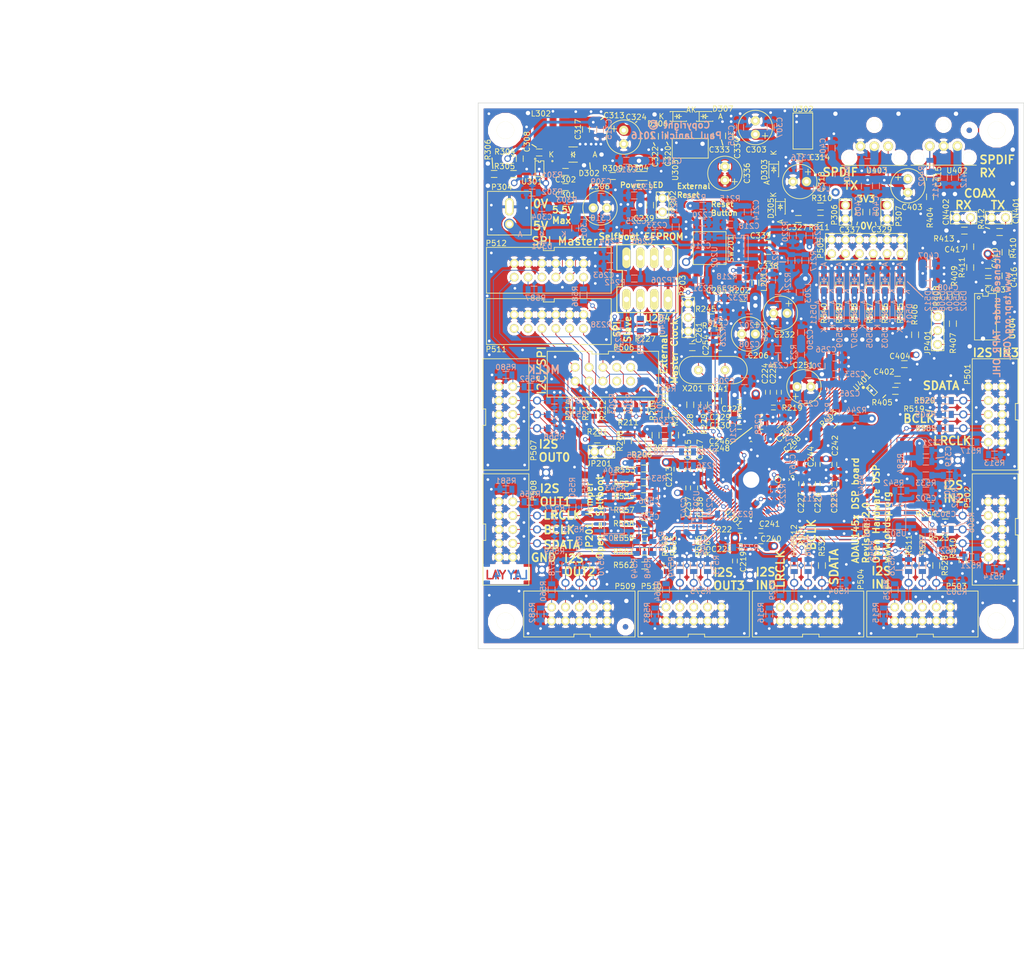
<source format=kicad_pcb>
(kicad_pcb (version 4) (host pcbnew 4.0.2-stable)
  (title_block (title "ADAU145x DSP - ADAU1452, ADAU1451, ADAU1450 supported") (date 2016-05-25) (rev 2.0) (company "Open Hardware DSP Platform - www.ohdsp.org") (comment 1 "MERCHANTABILITY, SATISFACTORY QUALITY AND FITNESS FOR A PARTICULAR PURPOSE.") (comment 2 "is distributed WITHOUT ANY EXPRESS OR IMPLIED WARRANTY, INCLUDING OF") (comment 3 "Licensed under the TAPR Open Hardware License (www.tapr.org/OHL). This documentation") (comment 4 "Copyright Paul Janicki 2016"))
  (layers (0 F.Cu signal) (1 In1.Cu signal) (2 In2.Cu signal) (31 B.Cu signal) (34 B.Paste user) (35 F.Paste user) (36 B.SilkS user) (37 F.SilkS user) (38 B.Mask user) (39 F.Mask user) (44 Edge.Cuts user))
  (net 0 "")
  (net 1 GNDD)
  (net 2 /ADAU1452/SELFBOOT)
  (net 3 /ADAU1452/DVDD)
  (net 4 /ADAU1452/PVDD)
  (net 5 /ADAU1452/IOVDD)
  (net 6 /ADAU1452/XTALIN)
  (net 7 /ADAU1452/AVDD)
  (net 8 VCC)
  (net 9 VDD)
  (net 10 "Net-(C501-Pad1)")
  (net 11 /ADAU1452/ADAU_SPDIF_RX)
  (net 12 "Net-(D301-Pad2)")
  (net 13 /ADAU1452/M_SS)
  (net 14 /ADAU1452/I2C_SCL)
  (net 15 /ADAU1452/I2C_SDA)
  (net 16 /ADAU1452/XTALOUT)
  (net 17 /ADAU1452/MCLK)
  (net 18 /ADAU1452/ADAU_SPDIF_TX)
  (net 19 /ADAU1452/ADCIN_LRCLK3)
  (net 20 /ADAU1452/ADCIN_BCLK3)
  (net 21 /ADAU1452/ADCIN_LRCLK0)
  (net 22 /ADAU1452/ADCIN_BCLK0)
  (net 23 /ADAU1452/ADCIN_LRCLK1)
  (net 24 /ADAU1452/ADCIN_BCLK1)
  (net 25 /ADAU1452/ADCIN_LRCLK2)
  (net 26 /ADAU1452/ADCIN_BCLK2)
  (net 27 /Connectors/AUXADCIN_1)
  (net 28 /Connectors/AUXADCIN_2)
  (net 29 /Connectors/AUXADCIN_3)
  (net 30 /Connectors/AUXADCIN_4)
  (net 31 /Connectors/AUXADCIN_5)
  (net 32 /Connectors/AUXADCIN_6)
  (net 33 /ADAU1452/DACOUT_LRCLK0)
  (net 34 /ADAU1452/DACOUT_BCLK0)
  (net 35 /ADAU1452/DACOUT_SDATA0)
  (net 36 /ADAU1452/DACOUT_LRCLK1)
  (net 37 /ADAU1452/DACOUT_BCLK1)
  (net 38 /ADAU1452/DACOUT_SDATA1)
  (net 39 /ADAU1452/DACOUT_LRCLK2)
  (net 40 /ADAU1452/DACOUT_BCLK2)
  (net 41 /ADAU1452/DACOUT_SDATA2)
  (net 42 /ADAU1452/DACOUT_LRCLK3)
  (net 43 /ADAU1452/DACOUT_BCLK3)
  (net 44 /ADAU1452/DACOUT_SDATA3)
  (net 45 /ADAU1452/ADCIN_SDATA3)
  (net 46 /ADAU1452/ADCIN_SDATA0)
  (net 47 /ADAU1452/ADCIN_SDATA1)
  (net 48 /ADAU1452/ADCIN_SDATA2)
  (net 49 /ADAU1452/MAN_RST_IN)
  (net 50 /ADAU1452/DSP_RESET)
  (net 51 "Net-(C502-Pad1)")
  (net 52 /Connectors/MCLKA1)
  (net 53 /Connectors/MCLKB1)
  (net 54 /Connectors/MCLKB2)
  (net 55 /Connectors/MCLKB3)
  (net 56 /Connectors/MCLKB4)
  (net 57 /Connectors/MCLKA2)
  (net 58 /Connectors/MCLKA3)
  (net 59 /Connectors/MCLKA4)
  (net 60 "Net-(C401-Pad1)")
  (net 61 "Net-(C402-Pad1)")
  (net 62 "Net-(P501-Pad4)")
  (net 63 "Net-(P501-Pad6)")
  (net 64 "Net-(P501-Pad8)")
  (net 65 "Net-(P502-Pad4)")
  (net 66 "Net-(P502-Pad6)")
  (net 67 "Net-(P502-Pad8)")
  (net 68 "Net-(P503-Pad4)")
  (net 69 "Net-(P503-Pad6)")
  (net 70 "Net-(P503-Pad8)")
  (net 71 "Net-(P504-Pad2)")
  (net 72 "Net-(P504-Pad4)")
  (net 73 "Net-(P504-Pad6)")
  (net 74 "Net-(P504-Pad8)")
  (net 75 "Net-(P505-Pad2)")
  (net 76 "Net-(P505-Pad4)")
  (net 77 "Net-(P505-Pad6)")
  (net 78 "Net-(P505-Pad8)")
  (net 79 "Net-(P505-Pad10)")
  (net 80 "Net-(P505-Pad12)")
  (net 81 "Net-(P501-Pad2)")
  (net 82 "Net-(P502-Pad2)")
  (net 83 "Net-(P503-Pad2)")
  (net 84 VAA)
  (net 85 "Net-(P509-Pad2)")
  (net 86 "Net-(P509-Pad4)")
  (net 87 "Net-(P509-Pad6)")
  (net 88 "Net-(P509-Pad8)")
  (net 89 "Net-(P510-Pad2)")
  (net 90 "Net-(P510-Pad4)")
  (net 91 "Net-(P510-Pad6)")
  (net 92 "Net-(P510-Pad8)")
  (net 93 /ADAU1452/MOSI/ADDR1)
  (net 94 /ADAU1452/SS/ADDR0)
  (net 95 /ADAU1452/MISO/SDA)
  (net 96 /ADAU1452/SCLK/SCL)
  (net 97 /ADAU1452/SPI_MISO)
  (net 98 /ADAU1452/SPI_SCLK)
  (net 99 /ADAU1452/SPI_MOSI)
  (net 100 /ADAU1452/SPI_SS)
  (net 101 "Net-(R216-Pad2)")
  (net 102 "Net-(R217-Pad2)")
  (net 103 "Net-(R218-Pad2)")
  (net 104 "Net-(R223-Pad2)")
  (net 105 "Net-(R228-Pad1)")
  (net 106 "Net-(R229-Pad1)")
  (net 107 "Net-(R230-Pad1)")
  (net 108 "Net-(R544-Pad2)")
  (net 109 "Net-(R545-Pad2)")
  (net 110 "Net-(R546-Pad2)")
  (net 111 "Net-(R547-Pad2)")
  (net 112 "Net-(R548-Pad2)")
  (net 113 "Net-(R549-Pad2)")
  (net 114 "Net-(D301-Pad1)")
  (net 115 "Net-(TP201-Pad1)")
  (net 116 "Net-(TP204-Pad1)")
  (net 117 "Net-(R406-Pad1)")
  (net 118 "Net-(R407-Pad1)")
  (net 119 "Net-(TP205-Pad1)")
  (net 120 "Net-(C504-Pad1)")
  (net 121 "Net-(C205-Pad1)")
  (net 122 "Net-(C224-Pad2)")
  (net 123 "Net-(C505-Pad1)")
  (net 124 "Net-(P507-Pad2)")
  (net 125 "Net-(P507-Pad4)")
  (net 126 "Net-(P507-Pad6)")
  (net 127 "Net-(P507-Pad8)")
  (net 128 "Net-(P508-Pad2)")
  (net 129 "Net-(P508-Pad4)")
  (net 130 "Net-(P508-Pad6)")
  (net 131 "Net-(P508-Pad8)")
  (net 132 "Net-(R301-Pad1)")
  (net 133 "Net-(R304-Pad1)")
  (net 134 "Net-(C308-Pad1)")
  (net 135 "Net-(C304-Pad1)")
  (net 136 "Net-(C308-Pad2)")
  (net 137 "Net-(C327-Pad1)")
  (net 138 "Net-(C329-Pad1)")
  (net 139 "Net-(R305-Pad1)")
  (net 140 /ADAU1452/GLB_RESET)
  (net 141 "Net-(R403-Pad1)")
  (net 142 /ADAU1452/MCLK_ADAU)
  (net 143 /ADAU1452/MCLK2)
  (net 144 "Net-(P203-Pad2)")
  (net 145 "Net-(C214-Pad1)")
  (net 146 "Net-(C216-Pad1)")
  (net 147 "Net-(C225-Pad2)")
  (net 148 "Net-(C231-Pad1)")
  (net 149 "Net-(C233-Pad1)")
  (net 150 "Net-(C236-Pad1)")
  (net 151 "Net-(C250-Pad1)")
  (net 152 "Net-(C261-Pad1)")
  (net 153 "Net-(C265-Pad1)")
  (net 154 "Net-(C415-Pad1)")
  (net 155 "Net-(C415-Pad2)")
  (net 156 "Net-(C416-Pad1)")
  (net 157 "Net-(C416-Pad2)")
  (net 158 "Net-(C417-Pad1)")
  (net 159 "Net-(C417-Pad2)")
  (net 160 "Net-(CN401-Pad1)")
  (net 161 "Net-(D304-Pad1)")
  (net 162 "Net-(R233-Pad1)")
  (net 163 "Net-(R234-Pad2)")
  (net 164 "Net-(R235-Pad2)")
  (net 165 "Net-(R240-Pad2)")
  (net 166 "Net-(R242-Pad2)")
  (net 167 "Net-(R405-Pad1)")
  (net 168 "Net-(R405-Pad2)")
  (net 169 "Net-(R406-Pad2)")
  (net 170 "Net-(R408-Pad2)")
  (net 171 "Net-(R409-Pad2)")
  (net 172 "Net-(R542-Pad1)")
  (net 173 "Net-(R543-Pad1)")
  (net 174 "Net-(R550-Pad2)")
  (net 175 "Net-(R551-Pad2)")
  (net 176 "Net-(U404-Pad11)")
  (net 177 "Net-(JP401-Pad3)")
  (net 178 "Net-(JP401-Pad1)")
  (net 179 /Connectors/I2C_RST)
  (net 180 /Connectors/M_SPI_MISO)
  (net 181 /Connectors/M_SPI_SCLK)
  (net 182 /Connectors/M_SPI_MOSI)
  (net 183 /Connectors/M_SPI_SS)
  (net 184 /Connectors/M_MUTE)
  (net 185 "Net-(R236-Pad1)")
  (net 186 "Net-(R248-Pad1)")
  (net 187 "Net-(R227-Pad2)")
  (net 188 "Net-(P512-Pad2)")
  (net 189 "Net-(P512-Pad10)")
  (net 190 "/Power Supply/2V1")
  (module MyKiCadLibs-Footprints:IC-LFCSP72-HANDFIT (layer F.Cu) (at 157 105.010699 225)
    (fp_text reference U201 (at 7.203156 -2.676966 315) (layer F.SilkS))
    (fp_text value ADAU1452WBCPZ hide)
    (pad 1 smd rect (at -5.55 -4.25 225) (size 1.5 0.25) (layers F.Cu F.Paste F.Mask) (net 1 GNDD))
    (pad 2 smd rect (at -5.55 -3.75 225) (size 1.5 0.25) (layers F.Cu F.Paste F.Mask) (net 5 /ADAU1452/IOVDD))
    (pad 3 smd rect (at -5.55 -3.25 225) (size 1.5 0.25) (layers F.Cu F.Paste F.Mask) (net 104 "Net-(R223-Pad2)"))
    (pad 4 smd rect (at -5.55 -2.75 225) (size 1.5 0.25) (layers F.Cu F.Paste F.Mask) (net 11 /ADAU1452/ADAU_SPDIF_RX))
    (pad 5 smd rect (at -5.55 -2.25 225) (size 1.5 0.25) (layers F.Cu F.Paste F.Mask) (net 18 /ADAU1452/ADAU_SPDIF_TX))
    (pad 6 smd rect (at -5.55 -1.75 225) (size 1.5 0.25) (layers F.Cu F.Paste F.Mask) (net 1 GNDD))
    (pad 7 smd rect (at -5.55 -1.25 225) (size 1.5 0.25) (layers F.Cu F.Paste F.Mask) (net 7 /ADAU1452/AVDD))
    (pad 8 smd rect (at -5.55 -0.75 225) (size 1.5 0.25) (layers F.Cu F.Paste F.Mask) (net 27 /Connectors/AUXADCIN_1))
    (pad 9 smd rect (at -5.55 -0.25 225) (size 1.5 0.25) (layers F.Cu F.Paste F.Mask) (net 28 /Connectors/AUXADCIN_2))
    (pad 10 smd rect (at -5.55 0.25 225) (size 1.5 0.25) (layers F.Cu F.Paste F.Mask) (net 29 /Connectors/AUXADCIN_3))
    (pad 11 smd rect (at -5.55 0.75 225) (size 1.5 0.25) (layers F.Cu F.Paste F.Mask) (net 30 /Connectors/AUXADCIN_4))
    (pad 12 smd rect (at -5.55 1.25 225) (size 1.5 0.25) (layers F.Cu F.Paste F.Mask) (net 31 /Connectors/AUXADCIN_5))
    (pad 13 smd rect (at -5.55 1.75 225) (size 1.5 0.25) (layers F.Cu F.Paste F.Mask) (net 32 /Connectors/AUXADCIN_6))
    (pad 14 smd rect (at -5.55 2.25 225) (size 1.5 0.25) (layers F.Cu F.Paste F.Mask) (net 1 GNDD))
    (pad 15 smd rect (at -5.55 2.75 225) (size 1.5 0.25) (layers F.Cu F.Paste F.Mask) (net 4 /ADAU1452/PVDD))
    (pad 16 smd rect (at -5.55 3.25 225) (size 1.5 0.25) (layers F.Cu F.Paste F.Mask) (net 147 "Net-(C225-Pad2)"))
    (pad 17 smd rect (at -5.55 3.75 225) (size 1.5 0.25) (layers F.Cu F.Paste F.Mask) (net 1 GNDD))
    (pad 18 smd rect (at -5.55 4.25 225) (size 1.5 0.25) (layers F.Cu F.Paste F.Mask) (net 5 /ADAU1452/IOVDD))
    (pad 19 smd rect (at -4.25 5.55 225) (size 0.25 1.5) (layers F.Cu F.Paste F.Mask) (net 1 GNDD))
    (pad 20 smd rect (at -3.75 5.55 225) (size 0.25 1.5) (layers F.Cu F.Paste F.Mask) (net 3 /ADAU1452/DVDD))
    (pad 21 smd rect (at -3.25 5.55 225) (size 0.25 1.5) (layers F.Cu F.Paste F.Mask) (net 6 /ADAU1452/XTALIN))
    (pad 22 smd rect (at -2.75 5.55 225) (size 0.25 1.5) (layers F.Cu F.Paste F.Mask) (net 16 /ADAU1452/XTALOUT))
    (pad 23 smd rect (at -2.25 5.55 225) (size 0.25 1.5) (layers F.Cu F.Paste F.Mask) (net 142 /ADAU1452/MCLK_ADAU))
    (pad 24 smd rect (at -1.75 5.55 225) (size 0.25 1.5) (layers F.Cu F.Paste F.Mask) (net 50 /ADAU1452/DSP_RESET))
    (pad 25 smd rect (at -1.25 5.55 225) (size 0.25 1.5) (layers F.Cu F.Paste F.Mask) (net 1 GNDD))
    (pad 26 smd rect (at -0.75 5.55 225) (size 0.25 1.5) (layers F.Cu F.Paste F.Mask) (net 107 "Net-(R230-Pad1)"))
    (pad 27 smd rect (at -0.25 5.55 225) (size 0.25 1.5) (layers F.Cu F.Paste F.Mask) (net 106 "Net-(R229-Pad1)"))
    (pad 28 smd rect (at 0.25 5.55 225) (size 0.25 1.5) (layers F.Cu F.Paste F.Mask) (net 105 "Net-(R228-Pad1)"))
    (pad 29 smd rect (at 0.75 5.55 225) (size 0.25 1.5) (layers F.Cu F.Paste F.Mask) (net 180 /Connectors/M_SPI_MISO))
    (pad 30 smd rect (at 1.25 5.55 225) (size 0.25 1.5) (layers F.Cu F.Paste F.Mask) (net 95 /ADAU1452/MISO/SDA))
    (pad 31 smd rect (at 1.75 5.55 225) (size 0.25 1.5) (layers F.Cu F.Paste F.Mask) (net 96 /ADAU1452/SCLK/SCL))
    (pad 32 smd rect (at 2.25 5.55 225) (size 0.25 1.5) (layers F.Cu F.Paste F.Mask) (net 93 /ADAU1452/MOSI/ADDR1))
    (pad 33 smd rect (at 2.75 5.55 225) (size 0.25 1.5) (layers F.Cu F.Paste F.Mask) (net 94 /ADAU1452/SS/ADDR0))
    (pad 34 smd rect (at 3.25 5.55 225) (size 0.25 1.5) (layers F.Cu F.Paste F.Mask) (net 2 /ADAU1452/SELFBOOT))
    (pad 35 smd rect (at 3.75 5.55 225) (size 0.25 1.5) (layers F.Cu F.Paste F.Mask) (net 3 /ADAU1452/DVDD))
    (pad 36 smd rect (at 4.25 5.55 225) (size 0.25 1.5) (layers F.Cu F.Paste F.Mask) (net 1 GNDD))
    (pad 37 smd rect (at 5.55 4.25 225) (size 1.5 0.25) (layers F.Cu F.Paste F.Mask) (net 1 GNDD))
    (pad 38 smd rect (at 5.55 3.75 225) (size 1.5 0.25) (layers F.Cu F.Paste F.Mask) (net 5 /ADAU1452/IOVDD))
    (pad 39 smd rect (at 5.55 3.25 225) (size 1.5 0.25) (layers F.Cu F.Paste F.Mask) (net 33 /ADAU1452/DACOUT_LRCLK0))
    (pad 40 smd rect (at 5.55 2.75 225) (size 1.5 0.25) (layers F.Cu F.Paste F.Mask) (net 34 /ADAU1452/DACOUT_BCLK0))
    (pad 41 smd rect (at 5.55 2.25 225) (size 1.5 0.25) (layers F.Cu F.Paste F.Mask) (net 35 /ADAU1452/DACOUT_SDATA0))
    (pad 42 smd rect (at 5.55 1.75 225) (size 1.5 0.25) (layers F.Cu F.Paste F.Mask) (net 36 /ADAU1452/DACOUT_LRCLK1))
    (pad 43 smd rect (at 5.55 1.25 225) (size 1.5 0.25) (layers F.Cu F.Paste F.Mask) (net 37 /ADAU1452/DACOUT_BCLK1))
    (pad 44 smd rect (at 5.55 0.75 225) (size 1.5 0.25) (layers F.Cu F.Paste F.Mask) (net 38 /ADAU1452/DACOUT_SDATA1))
    (pad 45 smd rect (at 5.55 0.25 225) (size 1.5 0.25) (layers F.Cu F.Paste F.Mask) (net 186 "Net-(R248-Pad1)"))
    (pad 46 smd rect (at 5.55 -0.25 225) (size 1.5 0.25) (layers F.Cu F.Paste F.Mask) (net 185 "Net-(R236-Pad1)"))
    (pad 47 smd rect (at 5.55 -0.75 225) (size 1.5 0.25) (layers F.Cu F.Paste F.Mask) (net 39 /ADAU1452/DACOUT_LRCLK2))
    (pad 48 smd rect (at 5.55 -1.25 225) (size 1.5 0.25) (layers F.Cu F.Paste F.Mask) (net 40 /ADAU1452/DACOUT_BCLK2))
    (pad 49 smd rect (at 5.55 -1.75 225) (size 1.5 0.25) (layers F.Cu F.Paste F.Mask) (net 41 /ADAU1452/DACOUT_SDATA2))
    (pad 50 smd rect (at 5.55 -2.25 225) (size 1.5 0.25) (layers F.Cu F.Paste F.Mask) (net 42 /ADAU1452/DACOUT_LRCLK3))
    (pad 51 smd rect (at 5.55 -2.75 225) (size 1.5 0.25) (layers F.Cu F.Paste F.Mask) (net 43 /ADAU1452/DACOUT_BCLK3))
    (pad 52 smd rect (at 5.55 -3.25 225) (size 1.5 0.25) (layers F.Cu F.Paste F.Mask) (net 44 /ADAU1452/DACOUT_SDATA3))
    (pad 53 smd rect (at 5.55 -3.75 225) (size 1.5 0.25) (layers F.Cu F.Paste F.Mask) (net 3 /ADAU1452/DVDD))
    (pad 54 smd rect (at 5.55 -4.25 225) (size 1.5 0.25) (layers F.Cu F.Paste F.Mask) (net 1 GNDD))
    (pad 55 smd rect (at 4.25 -5.55 225) (size 0.25 1.5) (layers F.Cu F.Paste F.Mask) (net 1 GNDD))
    (pad 56 smd rect (at 3.75 -5.55 225) (size 0.25 1.5) (layers F.Cu F.Paste F.Mask) (net 5 /ADAU1452/IOVDD))
    (pad 57 smd rect (at 3.25 -5.55 225) (size 0.25 1.5) (layers F.Cu F.Paste F.Mask) (net 22 /ADAU1452/ADCIN_BCLK0))
    (pad 58 smd rect (at 2.75 -5.55 225) (size 0.25 1.5) (layers F.Cu F.Paste F.Mask) (net 21 /ADAU1452/ADCIN_LRCLK0))
    (pad 59 smd rect (at 2.25 -5.55 225) (size 0.25 1.5) (layers F.Cu F.Paste F.Mask) (net 46 /ADAU1452/ADCIN_SDATA0))
    (pad 60 smd rect (at 1.75 -5.55 225) (size 0.25 1.5) (layers F.Cu F.Paste F.Mask) (net 24 /ADAU1452/ADCIN_BCLK1))
    (pad 61 smd rect (at 1.25 -5.55 225) (size 0.25 1.5) (layers F.Cu F.Paste F.Mask) (net 23 /ADAU1452/ADCIN_LRCLK1))
    (pad 62 smd rect (at 0.75 -5.55 225) (size 0.25 1.5) (layers F.Cu F.Paste F.Mask) (net 47 /ADAU1452/ADCIN_SDATA1))
    (pad 63 smd rect (at 0.25 -5.55 225) (size 0.25 1.5) (layers F.Cu F.Paste F.Mask) (net 119 "Net-(TP205-Pad1)"))
    (pad 64 smd rect (at -0.25 -5.55 225) (size 0.25 1.5) (layers F.Cu F.Paste F.Mask) (net 116 "Net-(TP204-Pad1)"))
    (pad 65 smd rect (at -0.75 -5.55 225) (size 0.25 1.5) (layers F.Cu F.Paste F.Mask) (net 26 /ADAU1452/ADCIN_BCLK2))
    (pad 66 smd rect (at -1.25 -5.55 225) (size 0.25 1.5) (layers F.Cu F.Paste F.Mask) (net 25 /ADAU1452/ADCIN_LRCLK2))
    (pad 67 smd rect (at -1.75 -5.55 225) (size 0.25 1.5) (layers F.Cu F.Paste F.Mask) (net 48 /ADAU1452/ADCIN_SDATA2))
    (pad 68 smd rect (at -2.25 -5.55 225) (size 0.25 1.5) (layers F.Cu F.Paste F.Mask) (net 20 /ADAU1452/ADCIN_BCLK3))
    (pad 69 smd rect (at -2.75 -5.55 225) (size 0.25 1.5) (layers F.Cu F.Paste F.Mask) (net 19 /ADAU1452/ADCIN_LRCLK3))
    (pad 70 smd rect (at -3.25 -5.55 225) (size 0.25 1.5) (layers F.Cu F.Paste F.Mask) (net 45 /ADAU1452/ADCIN_SDATA3))
    (pad 71 smd rect (at -3.75 -5.55 225) (size 0.25 1.5) (layers F.Cu F.Paste F.Mask) (net 3 /ADAU1452/DVDD))
    (pad 72 smd rect (at -4.25 -5.55 225) (size 0.25 1.5) (layers F.Cu F.Paste F.Mask) (net 1 GNDD))
    (pad EP1 smd rect (at 0 0 225) (size 5.3 5.3) (layers F.Cu F.Paste F.Mask) (net 1 GNDD))
  )
  (module MyKiCadLibs-Footprints:IC_SOIC_8 (layer B.Cu) (at 186.114 109.838 180)
    (fp_text reference U501 (at 2.541 -5.059 180) (layer B.SilkS) (effects (justify mirror)))
    (fp_text value NB3L553 hide)
    (pad 1 smd rect (at 0 0 180) (size 2.2 0.6) (layers B.Cu B.Paste B.Mask) (net 51 "Net-(C502-Pad1)"))
    (pad 2 smd rect (at 0 -1.27 180) (size 2.2 0.6) (layers B.Cu B.Paste B.Mask) (net 108 "Net-(R544-Pad2)"))
    (pad 3 smd rect (at 0 -2.54 180) (size 2.2 0.6) (layers B.Cu B.Paste B.Mask) (net 109 "Net-(R545-Pad2)"))
    (pad 4 smd rect (at 0 -3.81 180) (size 2.2 0.6) (layers B.Cu B.Paste B.Mask) (net 1 GNDD))
    (pad 5 smd rect (at 5.2 -3.81 180) (size 2.2 0.6) (layers B.Cu B.Paste B.Mask) (net 17 /ADAU1452/MCLK))
    (pad 6 smd rect (at 5.2 -2.54 180) (size 2.2 0.6) (layers B.Cu B.Paste B.Mask) (net 110 "Net-(R546-Pad2)"))
    (pad 7 smd rect (at 5.2 -1.27 180) (size 2.2 0.6) (layers B.Cu B.Paste B.Mask) (net 111 "Net-(R547-Pad2)"))
    (pad 8 smd rect (at 5.2 0 180) (size 2.2 0.6) (layers B.Cu B.Paste B.Mask) (net 172 "Net-(R542-Pad1)"))
  )
  (module MyKiCadLibs-Footprints:CONN_SIL_3_1MM (layer F.Cu) (at 145.481 77.834 90)
    (fp_text reference P203 (at 8.382 -1.016 90) (layer F.SilkS))
    (fp_text value CONN_3x1 hide)
    (pad 3 thru_hole circle (at 5.08 0 90) (size 1.6 1.6) (drill 1) (layers *.Cu *.Mask F.SilkS) (net 1 GNDD))
    (pad 1 thru_hole circle (at 0 0 90) (size 1.6 1.6) (drill 1) (layers *.Cu *.Mask F.SilkS) (net 1 GNDD))
    (pad 2 thru_hole circle (at 2.54 0 90) (size 1.6 1.6) (drill 1) (layers *.Cu *.Mask F.SilkS) (net 144 "Net-(P203-Pad2)"))
  )
  (module MyKiCadLibs-Footprints:SMD-0805 (layer F.Cu) (at 183.835 86.724)
    (fp_text reference C402 (at -2.4765 -1.4605 180) (layer F.SilkS))
    (fp_text value 100n hide)
    (pad 1 smd rect (at -1.1 0) (size 0.9 1.3) (layers F.Cu F.Paste F.Mask) (net 61 "Net-(C402-Pad1)"))
    (pad 2 smd rect (at 1.1 0) (size 0.9 1.3) (layers F.Cu F.Paste F.Mask) (net 1 GNDD))
  )
  (module MyKiCadLibs-Footprints:IC_SOIC_8 (layer B.Cu) (at 134.552 110.6 180)
    (fp_text reference U502 (at 2.667 -5.1435 180) (layer B.SilkS) (effects (justify mirror)))
    (fp_text value NB3L553 hide)
    (pad 1 smd rect (at 0 0 180) (size 2.2 0.6) (layers B.Cu B.Paste B.Mask) (net 123 "Net-(C505-Pad1)"))
    (pad 2 smd rect (at 0 -1.27 180) (size 2.2 0.6) (layers B.Cu B.Paste B.Mask) (net 112 "Net-(R548-Pad2)"))
    (pad 3 smd rect (at 0 -2.54 180) (size 2.2 0.6) (layers B.Cu B.Paste B.Mask) (net 113 "Net-(R549-Pad2)"))
    (pad 4 smd rect (at 0 -3.81 180) (size 2.2 0.6) (layers B.Cu B.Paste B.Mask) (net 1 GNDD))
    (pad 5 smd rect (at 5.2 -3.81 180) (size 2.2 0.6) (layers B.Cu B.Paste B.Mask) (net 143 /ADAU1452/MCLK2))
    (pad 6 smd rect (at 5.2 -2.54 180) (size 2.2 0.6) (layers B.Cu B.Paste B.Mask) (net 174 "Net-(R550-Pad2)"))
    (pad 7 smd rect (at 5.2 -1.27 180) (size 2.2 0.6) (layers B.Cu B.Paste B.Mask) (net 175 "Net-(R551-Pad2)"))
    (pad 8 smd rect (at 5.2 0 180) (size 2.2 0.6) (layers B.Cu B.Paste B.Mask) (net 173 "Net-(R543-Pad1)"))
  )
  (module MyKiCadLibs-Footprints:CONN_DIL_2X5_BOX_1MM (layer F.Cu) (at 129.86 85.708 270)
    (fp_text reference P506 (at -4.8895 -3.81 360) (layer F.SilkS))
    (fp_text value CONN_02X05 hide)
    (pad 1 thru_hole circle (at -1.27 -5.08 270) (size 1.6 1.6) (drill 1) (layers *.Cu *.Mask F.SilkS) (net 14 /ADAU1452/I2C_SCL))
    (pad 2 thru_hole circle (at 1.27 -5.08 270) (size 1.6 1.6) (drill 1) (layers *.Cu *.Mask F.SilkS))
    (pad 3 thru_hole circle (at -1.27 -2.54 270) (size 1.6 1.6) (drill 1) (layers *.Cu *.Mask F.SilkS) (net 15 /ADAU1452/I2C_SDA))
    (pad 4 thru_hole circle (at 1.27 -2.54 270) (size 1.6 1.6) (drill 1) (layers *.Cu *.Mask F.SilkS))
    (pad 5 thru_hole circle (at -1.27 0 270) (size 1.6 1.6) (drill 1) (layers *.Cu *.Mask F.SilkS) (net 97 /ADAU1452/SPI_MISO))
    (pad 6 thru_hole circle (at 1.27 0 270) (size 1.6 1.6) (drill 1) (layers *.Cu *.Mask F.SilkS) (net 179 /Connectors/I2C_RST))
    (pad 7 thru_hole circle (at -1.27 2.54 270) (size 1.6 1.6) (drill 1) (layers *.Cu *.Mask F.SilkS) (net 98 /ADAU1452/SPI_SCLK))
    (pad 8 thru_hole circle (at 1.27 2.54 270) (size 1.6 1.6) (drill 1) (layers *.Cu *.Mask F.SilkS) (net 99 /ADAU1452/SPI_MOSI))
    (pad 9 thru_hole circle (at -1.27 5.08 270) (size 1.6 1.6) (drill 1) (layers *.Cu *.Mask F.SilkS) (net 100 /ADAU1452/SPI_SS))
    (pad 10 thru_hole circle (at 1.27 5.08 270) (size 1.6 1.6) (drill 1) (layers *.Cu *.Mask F.SilkS) (net 1 GNDD))
  )
  (module MyKiCadLibs-Footprints:XTAL_HC49_TH (layer F.Cu) (at 149.799 84.946 180)
    (fp_text reference X201 (at 3.4925 -3.3655 180) (layer F.SilkS))
    (fp_text value 24M576 hide)
    (pad 1 thru_hole circle (at -2.44 0 180) (size 1.6 1.6) (drill 0.8) (layers *.Cu *.Mask F.SilkS) (net 6 /ADAU1452/XTALIN))
    (pad 2 thru_hole circle (at 2.44 0 180) (size 1.6 1.6) (drill 0.8) (layers *.Cu *.Mask F.SilkS) (net 152 "Net-(C261-Pad1)"))
  )
  (module MyKiCadLibs-Footprints:IC_DIP_8 (layer F.Cu) (at 137.988 68.182 90)
    (fp_text reference U204 (at -7.239 1.905 180) (layer F.SilkS) (effects (font (size 1.2 1.2) (thickness 0.2))))
    (fp_text value 25AA1024 hide)
    (pad 1 thru_hole oval (at -3.81 -3.81 90) (size 3.81 1.524) (drill 1) (layers *.Cu *.Mask F.SilkS) (net 13 /ADAU1452/M_SS))
    (pad 2 thru_hole oval (at -3.81 -1.27 90) (size 3.81 1.524) (drill 1) (layers *.Cu *.Mask F.SilkS) (net 187 "Net-(R227-Pad2)"))
    (pad 3 thru_hole oval (at -3.81 1.27 90) (size 3.81 1.524) (drill 1) (layers *.Cu *.Mask F.SilkS) (net 165 "Net-(R240-Pad2)"))
    (pad 4 thru_hole oval (at -3.81 3.81 90) (size 3.81 1.524) (drill 1) (layers *.Cu *.Mask F.SilkS) (net 1 GNDD))
    (pad 8 thru_hole oval (at 3.81 -3.81 90) (size 3.81 1.524) (drill 1) (layers *.Cu *.Mask F.SilkS) (net 84 VAA))
    (pad 7 thru_hole oval (at 3.81 -1.27 90) (size 3.81 1.524) (drill 1) (layers *.Cu *.Mask F.SilkS) (net 166 "Net-(R242-Pad2)"))
    (pad 6 thru_hole oval (at 3.81 1.27 90) (size 3.81 1.524) (drill 1) (layers *.Cu *.Mask F.SilkS) (net 181 /Connectors/M_SPI_SCLK))
    (pad 5 thru_hole oval (at 3.81 3.81 90) (size 3.81 1.524) (drill 1) (layers *.Cu *.Mask F.SilkS) (net 182 /Connectors/M_SPI_MOSI))
  )
  (module MyKiCadLibs-Footprints:SMD-0805 (layer B.Cu) (at 151.958 111.362)
    (fp_text reference R233 (at 3.556 0) (layer B.SilkS) (effects (justify mirror)))
    (fp_text value 75 hide)
    (pad 1 smd rect (at -1.1 0) (size 0.9 1.3) (layers B.Cu B.Paste B.Mask) (net 162 "Net-(R233-Pad1)"))
    (pad 2 smd rect (at 1.1 0) (size 0.9 1.3) (layers B.Cu B.Paste B.Mask) (net 142 /ADAU1452/MCLK_ADAU))
  )
  (module MyKiCadLibs-Footprints:TP-TH-1mm (layer F.Cu) (at 188.407 123.935)
    (fp_text reference TP509 hide)
    (fp_text value PIN)
    (pad 1 thru_hole circle (at 0 0) (size 1.5 1.5) (drill 1) (layers *.Cu *.Mask F.Paste) (net 69 "Net-(P503-Pad6)"))
  )
  (module MyKiCadLibs-Footprints:TP-TH-1mm (layer F.Cu) (at 185.867 123.935)
    (fp_text reference TP503 hide)
    (fp_text value PIN)
    (pad 1 thru_hole circle (at 0 0) (size 1.5 1.5) (drill 1) (layers *.Cu *.Mask F.Paste) (net 68 "Net-(P503-Pad4)"))
  )
  (module MyKiCadLibs-Footprints:TP-TH-1mm (layer F.Cu) (at 190.947 123.935)
    (fp_text reference TP510 hide)
    (fp_text value PIN)
    (pad 1 thru_hole circle (at 0 0) (size 1.5 1.5) (drill 1) (layers *.Cu *.Mask F.Paste) (net 70 "Net-(P503-Pad8)"))
  )
  (module MyKiCadLibs-Footprints:DIODE-SOD-123 (layer B.Cu) (at 184.279 74.659 90)
    (fp_text reference D501 (at 0 1.7785 90) (layer B.SilkS) (effects (justify mirror)))
    (fp_text value SS14L hide)
    (fp_text user K (at -3 0 90) (layer B.SilkS) (effects (justify mirror)))
    (fp_text user A (at 2.1844 -1.079 90) (layer B.SilkS) (effects (justify mirror)))
    (pad 2 smd rect (at -1.7 0 90) (size 1 1) (layers B.Cu B.Paste B.Mask) (net 84 VAA))
    (pad 1 smd rect (at 1.7 0 90) (size 1 1) (layers B.Cu B.Paste B.Mask) (net 27 /Connectors/AUXADCIN_1))
  )
  (module MyKiCadLibs-Footprints:DIODE-SOD-123 (layer B.Cu) (at 184.279 68.563 90)
    (fp_text reference D502 (at -3.7084 11.6718 90) (layer B.SilkS) (effects (justify mirror)))
    (fp_text value SS14L hide)
    (fp_text user K (at -2.0828 1.2832 90) (layer B.SilkS) (effects (justify mirror)))
    (fp_text user A (at 3 0 90) (layer B.SilkS) (effects (justify mirror)))
    (pad 2 smd rect (at -1.7 0 90) (size 1 1) (layers B.Cu B.Paste B.Mask) (net 27 /Connectors/AUXADCIN_1))
    (pad 1 smd rect (at 1.7 0 90) (size 1 1) (layers B.Cu B.Paste B.Mask) (net 1 GNDD))
  )
  (module MyKiCadLibs-Footprints:DIODE-SOD-123 (layer B.Cu) (at 181.549 74.659 90)
    (fp_text reference D503 (at -4.3815 0 90) (layer B.SilkS) (effects (justify mirror)))
    (fp_text value SS14L hide)
    (fp_text user K (at -2.3495 -1.3335 90) (layer B.SilkS) (effects (justify mirror)))
    (fp_text user A (at 2.159 -1.27 90) (layer B.SilkS) (effects (justify mirror)))
    (pad 2 smd rect (at -1.7 0 90) (size 1 1) (layers B.Cu B.Paste B.Mask) (net 84 VAA))
    (pad 1 smd rect (at 1.7 0 90) (size 1 1) (layers B.Cu B.Paste B.Mask) (net 28 /Connectors/AUXADCIN_2))
  )
  (module MyKiCadLibs-Footprints:DIODE-SOD-123 (layer B.Cu) (at 181.549 68.563 90)
    (fp_text reference D504 (at -3.7084 13.1318 90) (layer B.SilkS) (effects (justify mirror)))
    (fp_text value SS14L hide)
    (fp_text user K (at -1.9812 1.3208 90) (layer B.SilkS) (effects (justify mirror)))
    (fp_text user A (at 3 0 90) (layer B.SilkS) (effects (justify mirror)))
    (pad 2 smd rect (at -1.7 0 90) (size 1 1) (layers B.Cu B.Paste B.Mask) (net 28 /Connectors/AUXADCIN_2))
    (pad 1 smd rect (at 1.7 0 90) (size 1 1) (layers B.Cu B.Paste B.Mask) (net 1 GNDD))
  )
  (module MyKiCadLibs-Footprints:DIODE-SOD-123 (layer B.Cu) (at 178.755 74.659 90)
    (fp_text reference D505 (at -4.3815 0 90) (layer B.SilkS) (effects (justify mirror)))
    (fp_text value SS14L hide)
    (fp_text user K (at -2.3495 -1.27 90) (layer B.SilkS) (effects (justify mirror)))
    (fp_text user A (at 2.159 -1.0922 90) (layer B.SilkS) (effects (justify mirror)))
    (pad 2 smd rect (at -1.7 0 90) (size 1 1) (layers B.Cu B.Paste B.Mask) (net 84 VAA))
    (pad 1 smd rect (at 1.7 0 90) (size 1 1) (layers B.Cu B.Paste B.Mask) (net 29 /Connectors/AUXADCIN_3))
  )
  (module MyKiCadLibs-Footprints:DIODE-SOD-123 (layer B.Cu) (at 178.755 68.563 90)
    (fp_text reference D506 (at -3.7084 14.6304 90) (layer B.SilkS) (effects (justify mirror)))
    (fp_text value SS14L hide)
    (fp_text user K (at -2.0066 1.2954 90) (layer B.SilkS) (effects (justify mirror)))
    (fp_text user A (at 3 0 90) (layer B.SilkS) (effects (justify mirror)))
    (pad 2 smd rect (at -1.7 0 90) (size 1 1) (layers B.Cu B.Paste B.Mask) (net 29 /Connectors/AUXADCIN_3))
    (pad 1 smd rect (at 1.7 0 90) (size 1 1) (layers B.Cu B.Paste B.Mask) (net 1 GNDD))
  )
  (module MyKiCadLibs-Footprints:DIODE-SOD-123 (layer B.Cu) (at 175.961 74.659 90)
    (fp_text reference D507 (at -4.3815 0 90) (layer B.SilkS) (effects (justify mirror)))
    (fp_text value SS14L hide)
    (fp_text user K (at -2.3495 -1.27 90) (layer B.SilkS) (effects (justify mirror)))
    (fp_text user A (at 2.1336 -1.1938 90) (layer B.SilkS) (effects (justify mirror)))
    (pad 2 smd rect (at -1.7 0 90) (size 1 1) (layers B.Cu B.Paste B.Mask) (net 84 VAA))
    (pad 1 smd rect (at 1.7 0 90) (size 1 1) (layers B.Cu B.Paste B.Mask) (net 30 /Connectors/AUXADCIN_4))
  )
  (module MyKiCadLibs-Footprints:DIODE-SOD-123 (layer B.Cu) (at 175.961 68.563 90)
    (fp_text reference D508 (at -3.7084 16.1036 90) (layer B.SilkS) (effects (justify mirror)))
    (fp_text value SS14L hide)
    (fp_text user K (at -1.9558 1.2954 90) (layer B.SilkS) (effects (justify mirror)))
    (fp_text user A (at 3 0 90) (layer B.SilkS) (effects (justify mirror)))
    (pad 2 smd rect (at -1.7 0 90) (size 1 1) (layers B.Cu B.Paste B.Mask) (net 30 /Connectors/AUXADCIN_4))
    (pad 1 smd rect (at 1.7 0 90) (size 1 1) (layers B.Cu B.Paste B.Mask) (net 1 GNDD))
  )
  (module MyKiCadLibs-Footprints:DIODE-SOD-123 (layer B.Cu) (at 173.167 74.659 90)
    (fp_text reference D509 (at -4.318 0.0635 90) (layer B.SilkS) (effects (justify mirror)))
    (fp_text value SS14L hide)
    (fp_text user K (at -2.3495 -1.2065 90) (layer B.SilkS) (effects (justify mirror)))
    (fp_text user A (at 2.1336 -1.1684 90) (layer B.SilkS) (effects (justify mirror)))
    (pad 2 smd rect (at -1.7 0 90) (size 1 1) (layers B.Cu B.Paste B.Mask) (net 84 VAA))
    (pad 1 smd rect (at 1.7 0 90) (size 1 1) (layers B.Cu B.Paste B.Mask) (net 31 /Connectors/AUXADCIN_5))
  )
  (module MyKiCadLibs-Footprints:DIODE-SOD-123 (layer B.Cu) (at 173.167 68.563 90)
    (fp_text reference D510 (at -3.7084 17.5768 90) (layer B.SilkS) (effects (justify mirror)))
    (fp_text value SS14L hide)
    (fp_text user K (at -1.9558 1.27 90) (layer B.SilkS) (effects (justify mirror)))
    (fp_text user A (at 3 0 90) (layer B.SilkS) (effects (justify mirror)))
    (pad 2 smd rect (at -1.7 0 90) (size 1 1) (layers B.Cu B.Paste B.Mask) (net 31 /Connectors/AUXADCIN_5))
    (pad 1 smd rect (at 1.7 0 90) (size 1 1) (layers B.Cu B.Paste B.Mask) (net 1 GNDD))
  )
  (module MyKiCadLibs-Footprints:DIODE-SOD-123 (layer B.Cu) (at 170.373 74.659 90)
    (fp_text reference D511 (at -0.127 -1.905 90) (layer B.SilkS) (effects (justify mirror)))
    (fp_text value SS14L hide)
    (fp_text user K (at -2.9845 0 90) (layer B.SilkS) (effects (justify mirror)))
    (fp_text user A (at 2.1336 -1.143 90) (layer B.SilkS) (effects (justify mirror)))
    (pad 2 smd rect (at -1.7 0 90) (size 1 1) (layers B.Cu B.Paste B.Mask) (net 84 VAA))
    (pad 1 smd rect (at 1.7 0 90) (size 1 1) (layers B.Cu B.Paste B.Mask) (net 32 /Connectors/AUXADCIN_6))
  )
  (module MyKiCadLibs-Footprints:DIODE-SOD-123 (layer B.Cu) (at 170.373 68.563 90)
    (fp_text reference D512 (at -3.7084 19.05 90) (layer B.SilkS) (effects (justify mirror)))
    (fp_text value SS14L hide)
    (fp_text user K (at -1.9304 1.27 90) (layer B.SilkS) (effects (justify mirror)))
    (fp_text user A (at 3 0 90) (layer B.SilkS) (effects (justify mirror)))
    (pad 2 smd rect (at -1.7 0 90) (size 1 1) (layers B.Cu B.Paste B.Mask) (net 32 /Connectors/AUXADCIN_6))
    (pad 1 smd rect (at 1.7 0 90) (size 1 1) (layers B.Cu B.Paste B.Mask) (net 1 GNDD))
  )
  (module MyKiCadLibs-Footprints:TP-TH-1mm (layer F.Cu) (at 117.795 90.534)
    (fp_text reference TP517 hide)
    (fp_text value PIN)
    (pad 1 thru_hole circle (at 0 0) (size 1.5 1.5) (drill 1) (layers *.Cu *.Mask F.Paste) (net 125 "Net-(P507-Pad4)"))
  )
  (module MyKiCadLibs-Footprints:TP-TH-1mm (layer F.Cu) (at 119.446 103.742)
    (fp_text reference TP514 hide)
    (fp_text value PIN)
    (pad 1 thru_hole circle (at 0 0) (size 1.5 1.5) (drill 1) (layers *.Cu *.Mask F.Paste) (net 1 GNDD))
  )
  (module MyKiCadLibs-Footprints:TP-TH-1mm (layer F.Cu) (at 117.795 111.616)
    (fp_text reference TP518 hide)
    (fp_text value PIN)
    (pad 1 thru_hole circle (at 0 0) (size 1.5 1.5) (drill 1) (layers *.Cu *.Mask F.Paste) (net 129 "Net-(P508-Pad4)"))
  )
  (module MyKiCadLibs-Footprints:TP-TH-1mm (layer F.Cu) (at 118.684 121.522)
    (fp_text reference TP515 hide)
    (fp_text value PIN)
    (pad 1 thru_hole circle (at 0 0) (size 1.5 1.5) (drill 1) (layers *.Cu *.Mask F.Paste) (net 1 GNDD))
  )
  (module MyKiCadLibs-Footprints:TP-TH-1mm (layer F.Cu) (at 123.002 123.935)
    (fp_text reference TP519 hide)
    (fp_text value PIN)
    (pad 1 thru_hole circle (at 0 0) (size 1.5 1.5) (drill 1) (layers *.Cu *.Mask F.Paste) (net 86 "Net-(P509-Pad4)"))
  )
  (module MyKiCadLibs-Footprints:TP-TH-1mm (layer F.Cu) (at 156.784 122.538)
    (fp_text reference TP516 hide)
    (fp_text value PIN)
    (pad 1 thru_hole circle (at 0 0) (size 1.5 1.5) (drill 1) (layers *.Cu *.Mask F.Paste) (net 1 GNDD))
  )
  (module MyKiCadLibs-Footprints:TP-TH-1mm (layer F.Cu) (at 143.957 123.935)
    (fp_text reference TP520 hide)
    (fp_text value PIN)
    (pad 1 thru_hole circle (at 0 0) (size 1.5 1.5) (drill 1) (layers *.Cu *.Mask F.Paste) (net 90 "Net-(P510-Pad4)"))
  )
  (module MyKiCadLibs-Footprints:TP-TH-1mm (layer F.Cu) (at 117.795 93.074)
    (fp_text reference TP521 hide)
    (fp_text value PIN)
    (pad 1 thru_hole circle (at 0 0) (size 1.5 1.5) (drill 1) (layers *.Cu *.Mask F.Paste) (net 126 "Net-(P507-Pad6)"))
  )
  (module MyKiCadLibs-Footprints:TP-TH-1mm (layer F.Cu) (at 117.795 95.614)
    (fp_text reference TP522 hide)
    (fp_text value PIN)
    (pad 1 thru_hole circle (at 0 0) (size 1.5 1.5) (drill 1) (layers *.Cu *.Mask F.Paste) (net 127 "Net-(P507-Pad8)"))
  )
  (module MyKiCadLibs-Footprints:TP-TH-1mm (layer F.Cu) (at 117.795 114.156)
    (fp_text reference TP523 hide)
    (fp_text value PIN)
    (pad 1 thru_hole circle (at 0 0) (size 1.5 1.5) (drill 1) (layers *.Cu *.Mask F.Paste) (net 130 "Net-(P508-Pad6)"))
  )
  (module MyKiCadLibs-Footprints:TP-TH-1mm (layer F.Cu) (at 117.795 116.696)
    (fp_text reference TP524 hide)
    (fp_text value PIN)
    (pad 1 thru_hole circle (at 0 0) (size 1.5 1.5) (drill 1) (layers *.Cu *.Mask F.Paste) (net 131 "Net-(P508-Pad8)"))
  )
  (module MyKiCadLibs-Footprints:TP-TH-1mm (layer F.Cu) (at 125.542 123.935)
    (fp_text reference TP525 hide)
    (fp_text value PIN)
    (pad 1 thru_hole circle (at 0 0) (size 1.5 1.5) (drill 1) (layers *.Cu *.Mask F.Paste) (net 87 "Net-(P509-Pad6)"))
  )
  (module MyKiCadLibs-Footprints:TP-TH-1mm (layer F.Cu) (at 128.082 123.935)
    (fp_text reference TP526 hide)
    (fp_text value PIN)
    (pad 1 thru_hole circle (at 0 0) (size 1.5 1.5) (drill 1) (layers *.Cu *.Mask F.Paste) (net 88 "Net-(P509-Pad8)"))
  )
  (module MyKiCadLibs-Footprints:TP-TH-1mm (layer F.Cu) (at 146.497 123.935)
    (fp_text reference TP527 hide)
    (fp_text value PIN)
    (pad 1 thru_hole circle (at 0 0) (size 1.5 1.5) (drill 1) (layers *.Cu *.Mask F.Paste) (net 91 "Net-(P510-Pad6)"))
  )
  (module MyKiCadLibs-Footprints:TP-TH-1mm (layer F.Cu) (at 149.037 123.935)
    (fp_text reference TP528 hide)
    (fp_text value PIN)
    (pad 1 thru_hole circle (at 0 0) (size 1.5 1.5) (drill 1) (layers *.Cu *.Mask F.Paste) (net 92 "Net-(P510-Pad8)"))
  )
  (module MyKiCadLibs-Footprints:TP-TH-1mm (layer F.Cu) (at 164.912 123.935)
    (fp_text reference TP504 hide)
    (fp_text value PIN)
    (pad 1 thru_hole circle (at 0 0) (size 1.5 1.5) (drill 1) (layers *.Cu *.Mask F.Paste) (net 72 "Net-(P504-Pad4)"))
  )
  (module MyKiCadLibs-Footprints:TP-TH-1mm (layer F.Cu) (at 167.452 123.935)
    (fp_text reference TP511 hide)
    (fp_text value PIN)
    (pad 1 thru_hole circle (at 0 0) (size 1.5 1.5) (drill 1) (layers *.Cu *.Mask F.Paste) (net 73 "Net-(P504-Pad6)"))
  )
  (module MyKiCadLibs-Footprints:TP-TH-1mm (layer F.Cu) (at 169.992 123.935)
    (fp_text reference TP512 hide)
    (fp_text value PIN)
    (pad 1 thru_hole circle (at 0 0) (size 1.5 1.5) (drill 1) (layers *.Cu *.Mask F.Paste) (net 74 "Net-(P504-Pad8)"))
  )
  (module MyKiCadLibs-Footprints:TP-TH-1mm (layer F.Cu) (at 195.773 116.696)
    (fp_text reference TP502 hide)
    (fp_text value PIN)
    (pad 1 thru_hole circle (at 0 0) (size 1.5 1.5) (drill 1) (layers *.Cu *.Mask F.Paste) (net 65 "Net-(P502-Pad4)"))
  )
  (module MyKiCadLibs-Footprints:TP-TH-1mm (layer F.Cu) (at 195.773 114.156)
    (fp_text reference TP507 hide)
    (fp_text value PIN)
    (pad 1 thru_hole circle (at 0 0) (size 1.5 1.5) (drill 1) (layers *.Cu *.Mask F.Paste) (net 66 "Net-(P502-Pad6)"))
  )
  (module MyKiCadLibs-Footprints:TP-TH-1mm (layer F.Cu) (at 195.773 111.616)
    (fp_text reference TP508 hide)
    (fp_text value PIN)
    (pad 1 thru_hole circle (at 0 0) (size 1.5 1.5) (drill 1) (layers *.Cu *.Mask F.Paste) (net 67 "Net-(P502-Pad8)"))
  )
  (module MyKiCadLibs-Footprints:TP-TH-1mm (layer F.Cu) (at 195.9 95.614)
    (fp_text reference TP501 hide)
    (fp_text value PIN)
    (pad 1 thru_hole circle (at 0 0) (size 1.5 1.5) (drill 1) (layers *.Cu *.Mask F.Paste) (net 62 "Net-(P501-Pad4)"))
  )
  (module MyKiCadLibs-Footprints:TP-TH-1mm (layer F.Cu) (at 195.9 93.074)
    (fp_text reference TP505 hide)
    (fp_text value PIN)
    (pad 1 thru_hole circle (at 0 0) (size 1.5 1.5) (drill 1) (layers *.Cu *.Mask F.Paste) (net 63 "Net-(P501-Pad6)"))
  )
  (module MyKiCadLibs-Footprints:TP-TH-1mm (layer F.Cu) (at 195.9 90.534)
    (fp_text reference TP506 hide)
    (fp_text value PIN)
    (pad 1 thru_hole circle (at 0 0) (size 1.5 1.5) (drill 1) (layers *.Cu *.Mask F.Paste) (net 64 "Net-(P501-Pad8)"))
  )
  (module MyKiCadLibs-Footprints:TP-TH-1mm (layer F.Cu) (at 145.1 65.134)
    (fp_text reference TP201 hide)
    (fp_text value PIN)
    (pad 1 thru_hole circle (at 0 0) (size 1.5 1.5) (drill 1) (layers *.Cu *.Mask F.Paste) (net 115 "Net-(TP201-Pad1)"))
  )
  (module MyKiCadLibs-Footprints:DIODE-SMA (layer F.Cu) (at 124.399 45.449 180)
    (fp_text reference D302 (at -2.921 -3.429 180) (layer F.SilkS))
    (fp_text value B240A hide)
    (fp_text user K (at 4 0 180) (layer F.SilkS))
    (fp_text user A (at -4 0 180) (layer F.SilkS))
    (pad 1 smd rect (at -2 0 180) (size 2.5 1.7) (layers F.Cu F.Paste F.Mask) (net 1 GNDD))
    (pad 2 smd rect (at 2 0 180) (size 2.5 1.7) (layers F.Cu F.Paste F.Mask) (net 136 "Net-(C308-Pad2)"))
  )
  (module MyKiCadLibs-Footprints:SMD-0603 (layer F.Cu) (at 161.1056 91.805)
    (fp_text reference R219 (at 3.4254 0.0625) (layer F.SilkS))
    (fp_text value 4k3 hide)
    (pad 1 smd rect (at -0.95 0) (size 0.9 0.9) (layers F.Cu F.Paste F.Mask) (net 122 "Net-(C224-Pad2)"))
    (pad 2 smd rect (at 0.95 0) (size 0.9 0.9) (layers F.Cu F.Paste F.Mask) (net 147 "Net-(C225-Pad2)"))
  )
  (module MyKiCadLibs-Footprints:SMD-0603 (layer F.Cu) (at 162.1216 89.011 270)
    (fp_text reference C225 (at -3.43 1.0831 270) (layer F.SilkS))
    (fp_text value 150p hide)
    (pad 1 smd rect (at -0.95 0 270) (size 0.9 0.9) (layers F.Cu F.Paste F.Mask) (net 4 /ADAU1452/PVDD))
    (pad 2 smd rect (at 0.95 0 270) (size 0.9 0.9) (layers F.Cu F.Paste F.Mask) (net 147 "Net-(C225-Pad2)"))
  )
  (module MyKiCadLibs-Footprints:SMD-0603 (layer F.Cu) (at 160.0896 89.011 270)
    (fp_text reference C224 (at -3.43 0.5116 270) (layer F.SilkS))
    (fp_text value 5n6 hide)
    (pad 1 smd rect (at -0.95 0 270) (size 0.9 0.9) (layers F.Cu F.Paste F.Mask) (net 4 /ADAU1452/PVDD))
    (pad 2 smd rect (at 0.95 0 270) (size 0.9 0.9) (layers F.Cu F.Paste F.Mask) (net 122 "Net-(C224-Pad2)"))
  )
  (module MyKiCadLibs-Footprints:SMD-0603 (layer F.Cu) (at 165.42 99.424 45)
    (fp_text reference C268 (at 0 -1.27 45) (layer F.SilkS))
    (fp_text value 100n hide)
    (pad 1 smd rect (at -0.95 0 45) (size 0.9 0.9) (layers F.Cu F.Paste F.Mask) (net 7 /ADAU1452/AVDD))
    (pad 2 smd rect (at 0.95 0 45) (size 0.9 0.9) (layers F.Cu F.Paste F.Mask) (net 1 GNDD))
  )
  (module MyKiCadLibs-Footprints:SMD-0603 (layer B.Cu) (at 159.451 94.852 90)
    (fp_text reference C258 (at 0 -1.143 90) (layer B.SilkS) (effects (justify mirror)))
    (fp_text value 100n hide)
    (pad 1 smd rect (at -0.95 0 90) (size 0.9 0.9) (layers B.Cu B.Paste B.Mask) (net 4 /ADAU1452/PVDD))
    (pad 2 smd rect (at 0.95 0 90) (size 0.9 0.9) (layers B.Cu B.Paste B.Mask) (net 1 GNDD))
  )
  (module MyKiCadLibs-Footprints:SMD-0603 (layer F.Cu) (at 158.8196 95.361)
    (fp_text reference C248 (at -7.6236 3.936) (layer F.SilkS))
    (fp_text value 100n hide)
    (pad 1 smd rect (at -0.95 0) (size 0.9 0.9) (layers F.Cu F.Paste F.Mask) (net 5 /ADAU1452/IOVDD))
    (pad 2 smd rect (at 0.95 0) (size 0.9 0.9) (layers F.Cu F.Paste F.Mask) (net 1 GNDD))
  )
  (module MyKiCadLibs-Footprints:SMD-0603 (layer F.Cu) (at 158.8196 93.583)
    (fp_text reference C246 (at -7.6236 4.444) (layer F.SilkS))
    (fp_text value 1u hide)
    (pad 1 smd rect (at -0.95 0) (size 0.9 0.9) (layers F.Cu F.Paste F.Mask) (net 5 /ADAU1452/IOVDD))
    (pad 2 smd rect (at 0.95 0) (size 0.9 0.9) (layers F.Cu F.Paste F.Mask) (net 1 GNDD))
  )
  (module MyKiCadLibs-Footprints:SMD-0603 (layer F.Cu) (at 169.23 102.218 270)
    (fp_text reference C244 (at -1.397 1.27 270) (layer F.SilkS))
    (fp_text value 100n hide)
    (pad 1 smd rect (at -0.95 0 270) (size 0.9 0.9) (layers F.Cu F.Paste F.Mask) (net 5 /ADAU1452/IOVDD))
    (pad 2 smd rect (at 0.95 0 270) (size 0.9 0.9) (layers F.Cu F.Paste F.Mask) (net 1 GNDD))
  )
  (module MyKiCadLibs-Footprints:SMD-0603 (layer F.Cu) (at 172.278 102.218 270)
    (fp_text reference C242 (at -3.429 -0.127 270) (layer F.SilkS))
    (fp_text value 1u hide)
    (pad 1 smd rect (at -0.95 0 270) (size 0.9 0.9) (layers F.Cu F.Paste F.Mask) (net 5 /ADAU1452/IOVDD))
    (pad 2 smd rect (at 0.95 0 270) (size 0.9 0.9) (layers F.Cu F.Paste F.Mask) (net 1 GNDD))
  )
  (module MyKiCadLibs-Footprints:SMD-0603 (layer F.Cu) (at 158.816 117.204 180)
    (fp_text reference C240 (at -1.8415 1.3335 180) (layer F.SilkS))
    (fp_text value 1u hide)
    (pad 1 smd rect (at -0.95 0 180) (size 0.9 0.9) (layers F.Cu F.Paste F.Mask) (net 5 /ADAU1452/IOVDD))
    (pad 2 smd rect (at 0.95 0 180) (size 0.9 0.9) (layers F.Cu F.Paste F.Mask) (net 1 GNDD))
  )
  (module MyKiCadLibs-Footprints:SMD-0603 (layer F.Cu) (at 147.6436 106.536 90)
    (fp_text reference C238 (at -3.556 0 90) (layer F.SilkS))
    (fp_text value 100n hide)
    (pad 1 smd rect (at -0.95 0 90) (size 0.9 0.9) (layers F.Cu F.Paste F.Mask) (net 5 /ADAU1452/IOVDD))
    (pad 2 smd rect (at 0.95 0 90) (size 0.9 0.9) (layers F.Cu F.Paste F.Mask) (net 1 GNDD))
  )
  (module MyKiCadLibs-Footprints:SMD-0603 (layer F.Cu) (at 145.481 106.536 90)
    (fp_text reference C237 (at -3.4925 0 90) (layer F.SilkS))
    (fp_text value 1u hide)
    (pad 1 smd rect (at -0.95 0 90) (size 0.9 0.9) (layers F.Cu F.Paste F.Mask) (net 5 /ADAU1452/IOVDD))
    (pad 2 smd rect (at 0.95 0 90) (size 0.9 0.9) (layers F.Cu F.Paste F.Mask) (net 1 GNDD))
  )
  (module MyKiCadLibs-Footprints:SMD-0603 (layer F.Cu) (at 154.879 95.36)
    (fp_text reference C230 (at -3.556 -0.254) (layer F.SilkS))
    (fp_text value 10n hide)
    (pad 1 smd rect (at -0.95 0) (size 0.9 0.9) (layers F.Cu F.Paste F.Mask) (net 3 /ADAU1452/DVDD))
    (pad 2 smd rect (at 0.95 0) (size 0.9 0.9) (layers F.Cu F.Paste F.Mask) (net 1 GNDD))
  )
  (module MyKiCadLibs-Footprints:SMD-0603 (layer F.Cu) (at 154.879 93.328)
    (fp_text reference C229 (at -3.556 0.254) (layer F.SilkS))
    (fp_text value 100n hide)
    (pad 1 smd rect (at -0.95 0) (size 0.9 0.9) (layers F.Cu F.Paste F.Mask) (net 3 /ADAU1452/DVDD))
    (pad 2 smd rect (at 0.95 0) (size 0.9 0.9) (layers F.Cu F.Paste F.Mask) (net 1 GNDD))
  )
  (module MyKiCadLibs-Footprints:SMD-0603 (layer F.Cu) (at 154.879 90.788)
    (fp_text reference C228 (at -1.397 1.27 180) (layer F.SilkS))
    (fp_text value 1u hide)
    (pad 1 smd rect (at -0.95 0) (size 0.9 0.9) (layers F.Cu F.Paste F.Mask) (net 3 /ADAU1452/DVDD))
    (pad 2 smd rect (at 0.95 0) (size 0.9 0.9) (layers F.Cu F.Paste F.Mask) (net 1 GNDD))
  )
  (module MyKiCadLibs-Footprints:SMD-0603 (layer F.Cu) (at 166.182 105.775 90)
    (fp_text reference C227 (at -3.4925 0 90) (layer F.SilkS))
    (fp_text value 10n hide)
    (pad 1 smd rect (at -0.95 0 90) (size 0.9 0.9) (layers F.Cu F.Paste F.Mask) (net 3 /ADAU1452/DVDD))
    (pad 2 smd rect (at 0.95 0 90) (size 0.9 0.9) (layers F.Cu F.Paste F.Mask) (net 1 GNDD))
  )
  (module MyKiCadLibs-Footprints:SMD-0603 (layer F.Cu) (at 169.23 105.774 90)
    (fp_text reference C226 (at -3.4925 0 90) (layer F.SilkS))
    (fp_text value 100n hide)
    (pad 1 smd rect (at -0.95 0 90) (size 0.9 0.9) (layers F.Cu F.Paste F.Mask) (net 3 /ADAU1452/DVDD))
    (pad 2 smd rect (at 0.95 0 90) (size 0.9 0.9) (layers F.Cu F.Paste F.Mask) (net 1 GNDD))
  )
  (module MyKiCadLibs-Footprints:SMD-0603 (layer F.Cu) (at 172.278 105.774 90)
    (fp_text reference C223 (at -3.4925 0 90) (layer F.SilkS))
    (fp_text value 1u hide)
    (pad 1 smd rect (at -0.95 0 90) (size 0.9 0.9) (layers F.Cu F.Paste F.Mask) (net 3 /ADAU1452/DVDD))
    (pad 2 smd rect (at 0.95 0 90) (size 0.9 0.9) (layers F.Cu F.Paste F.Mask) (net 1 GNDD))
  )
  (module MyKiCadLibs-Footprints:SMD-0603 (layer F.Cu) (at 155.006 114.41)
    (fp_text reference C222 (at -3.429 -0.254) (layer F.SilkS))
    (fp_text value 10n hide)
    (pad 1 smd rect (at -0.95 0) (size 0.9 0.9) (layers F.Cu F.Paste F.Mask) (net 3 /ADAU1452/DVDD))
    (pad 2 smd rect (at 0.95 0) (size 0.9 0.9) (layers F.Cu F.Paste F.Mask) (net 1 GNDD))
  )
  (module MyKiCadLibs-Footprints:SMD-0603 (layer F.Cu) (at 155.006 117.204)
    (fp_text reference C221 (at -3.3655 0.5715) (layer F.SilkS))
    (fp_text value 100n hide)
    (pad 1 smd rect (at -0.95 0) (size 0.9 0.9) (layers F.Cu F.Paste F.Mask) (net 3 /ADAU1452/DVDD))
    (pad 2 smd rect (at 0.95 0) (size 0.9 0.9) (layers F.Cu F.Paste F.Mask) (net 1 GNDD))
  )
  (module MyKiCadLibs-Footprints:SMD-0603 (layer F.Cu) (at 154.0535 119.9345 270)
    (fp_text reference C219 (at 0.127 -1.524 270) (layer F.SilkS))
    (fp_text value 1u hide)
    (pad 1 smd rect (at -0.95 0 270) (size 0.9 0.9) (layers F.Cu F.Paste F.Mask) (net 3 /ADAU1452/DVDD))
    (pad 2 smd rect (at 0.95 0 270) (size 0.9 0.9) (layers F.Cu F.Paste F.Mask) (net 1 GNDD))
  )
  (module MyKiCadLibs-Footprints:SMD-0603 (layer F.Cu) (at 147.6436 103.107 270)
    (fp_text reference C217 (at -3.556 0.0036 270) (layer F.SilkS))
    (fp_text value 10n hide)
    (pad 1 smd rect (at -0.95 0 270) (size 0.9 0.9) (layers F.Cu F.Paste F.Mask) (net 3 /ADAU1452/DVDD))
    (pad 2 smd rect (at 0.95 0 270) (size 0.9 0.9) (layers F.Cu F.Paste F.Mask) (net 1 GNDD))
  )
  (module MyKiCadLibs-Footprints:SMD-0603 (layer F.Cu) (at 145.481 103.107 270)
    (fp_text reference C215 (at -3.556 0 270) (layer F.SilkS))
    (fp_text value 100n hide)
    (pad 1 smd rect (at -0.95 0 270) (size 0.9 0.9) (layers F.Cu F.Paste F.Mask) (net 3 /ADAU1452/DVDD))
    (pad 2 smd rect (at 0.95 0 270) (size 0.9 0.9) (layers F.Cu F.Paste F.Mask) (net 1 GNDD))
  )
  (module MyKiCadLibs-Footprints:SMD-0603 (layer F.Cu) (at 143.322 103.107 270)
    (fp_text reference C213 (at 1.397 1.3335 270) (layer F.SilkS))
    (fp_text value 1u hide)
    (pad 1 smd rect (at -0.95 0 270) (size 0.9 0.9) (layers F.Cu F.Paste F.Mask) (net 3 /ADAU1452/DVDD))
    (pad 2 smd rect (at 0.95 0 270) (size 0.9 0.9) (layers F.Cu F.Paste F.Mask) (net 1 GNDD))
  )
  (module MyKiCadLibs-Footprints:TP-1mm (layer B.Cu) (at 158.054 109.33)
    (fp_text reference TP205 hide)
    (fp_text value PIN)
    (pad 1 smd circle (at 0 0) (size 1 1) (layers B.Cu B.Paste B.Mask) (net 119 "Net-(TP205-Pad1)"))
  )
  (module MyKiCadLibs-Footprints:TP-1mm (layer B.Cu) (at 160.086 110.854)
    (fp_text reference TP204 hide)
    (fp_text value PIN)
    (pad 1 smd circle (at 0 0) (size 1 1) (layers B.Cu B.Paste B.Mask) (net 116 "Net-(TP204-Pad1)"))
  )
  (module MyKiCadLibs-Footprints:IC-SOT-223 (layer F.Cu) (at 145.862 44.306 180)
    (fp_text reference U303 (at 2.7305 -4.0005 450) (layer F.SilkS))
    (fp_text value TLV1117LV12DCY hide)
    (pad 2 smd rect (at 0 -3.302 180) (size 3.6 2) (layers F.Cu F.Paste F.Mask) (net 9 VDD))
    (pad 2 smd rect (at 0 3.302 180) (size 1.2 2) (layers F.Cu F.Paste F.Mask) (net 9 VDD))
    (pad 3 smd rect (at 2.286 3.302 180) (size 1.2 2) (layers F.Cu F.Paste F.Mask) (net 190 "/Power Supply/2V1"))
    (pad 1 smd rect (at -2.286 3.302 180) (size 1.2 2) (layers F.Cu F.Paste F.Mask) (net 1 GNDD))
  )
  (module MyKiCadLibs-Footprints:SMD-1206 (layer F.Cu) (at 136.972 49.386)
    (fp_text reference D304 (at -0.635 -1.524) (layer F.SilkS))
    (fp_text value "Green LED 1206" hide)
    (pad 1 smd rect (at -1.7 0) (size 1.1 1.7) (layers F.Cu F.Paste F.Mask) (net 161 "Net-(D304-Pad1)"))
    (pad 2 smd rect (at 1.7 0) (size 1.1 1.7) (layers F.Cu F.Paste F.Mask) (net 1 GNDD))
  )
  (module MyKiCadLibs-Footprints:IC_SOIC_8 (layer B.Cu) (at 157.243 60.753 180)
    (fp_text reference U202 (at 6.936 -3.492 450) (layer B.SilkS) (effects (justify mirror)))
    (fp_text value ADM13307-5ARZ hide)
    (pad 1 smd rect (at 0 0 180) (size 2.2 0.6) (layers B.Cu B.Paste B.Mask) (net 101 "Net-(R216-Pad2)"))
    (pad 2 smd rect (at 0 -1.27 180) (size 2.2 0.6) (layers B.Cu B.Paste B.Mask) (net 102 "Net-(R217-Pad2)"))
    (pad 3 smd rect (at 0 -2.54 180) (size 2.2 0.6) (layers B.Cu B.Paste B.Mask) (net 103 "Net-(R218-Pad2)"))
    (pad 4 smd rect (at 0 -3.81 180) (size 2.2 0.6) (layers B.Cu B.Paste B.Mask) (net 1 GNDD))
    (pad 5 smd rect (at 5.2 -3.81 180) (size 2.2 0.6) (layers B.Cu B.Paste B.Mask) (net 150 "Net-(C236-Pad1)"))
    (pad 6 smd rect (at 5.2 -2.54 180) (size 2.2 0.6) (layers B.Cu B.Paste B.Mask) (net 115 "Net-(TP201-Pad1)"))
    (pad 7 smd rect (at 5.2 -1.27 180) (size 2.2 0.6) (layers B.Cu B.Paste B.Mask) (net 149 "Net-(C233-Pad1)"))
    (pad 8 smd rect (at 5.2 0 180) (size 2.2 0.6) (layers B.Cu B.Paste B.Mask) (net 146 "Net-(C216-Pad1)"))
  )
  (module MyKiCadLibs-Footprints:SW_TACT_SMD (layer F.Cu) (at 149.418 62.594)
    (fp_text reference SW201 (at 3.8735 0.127 90) (layer F.SilkS))
    (fp_text value SWITCH hide)
    (pad 1 smd rect (at -2.25 -4.2) (size 1.4 2.1) (layers F.Cu F.Paste F.Mask) (net 49 /ADAU1452/MAN_RST_IN))
    (pad 2 smd rect (at 2.25 -4.2) (size 1.4 2.1) (layers F.Cu F.Paste F.Mask) (net 1 GNDD))
    (pad 1 smd rect (at -2.25 4.2) (size 1.4 2.1) (layers F.Cu F.Paste F.Mask) (net 49 /ADAU1452/MAN_RST_IN))
    (pad 2 smd rect (at 2.25 4.2) (size 1.4 2.1) (layers F.Cu F.Paste F.Mask) (net 1 GNDD))
  )
  (module MyKiCadLibs-Footprints:SMD-0603 (layer F.Cu) (at 158.816 114.41 180)
    (fp_text reference C241 (at -1.5875 1.27 180) (layer F.SilkS))
    (fp_text value 100n hide)
    (pad 1 smd rect (at -0.95 0 180) (size 0.9 0.9) (layers F.Cu F.Paste F.Mask) (net 5 /ADAU1452/IOVDD))
    (pad 2 smd rect (at 0.95 0 180) (size 0.9 0.9) (layers F.Cu F.Paste F.Mask) (net 1 GNDD))
  )
  (module MyKiCadLibs-Footprints:SMD-0805 (layer F.Cu) (at 150.6916 42.021 90)
    (fp_text reference C333 (at -2.539 0.5044 180) (layer F.SilkS))
    (fp_text value 100n hide)
    (pad 1 smd rect (at -1.1 0 90) (size 0.9 1.3) (layers F.Cu F.Paste F.Mask) (net 9 VDD))
    (pad 2 smd rect (at 1.1 0 90) (size 0.9 1.3) (layers F.Cu F.Paste F.Mask) (net 1 GNDD))
  )
  (module MyKiCadLibs-Footprints:SMD-0805 (layer B.Cu) (at 134.178 46.592)
    (fp_text reference C312 (at 0 1.5875) (layer B.SilkS) (effects (justify mirror)))
    (fp_text value N/F hide)
    (pad 1 smd rect (at -1.1 0) (size 0.9 1.3) (layers B.Cu B.Paste B.Mask) (net 1 GNDD))
    (pad 2 smd rect (at 1.1 0) (size 0.9 1.3) (layers B.Cu B.Paste B.Mask) (net 8 VCC))
  )
  (module MyKiCadLibs-Footprints:SMD-0805 (layer B.Cu) (at 138.75 46.592 180)
    (fp_text reference C311 (at -3.683 0 180) (layer B.SilkS) (effects (justify mirror)))
    (fp_text value N/F hide)
    (pad 1 smd rect (at -1.1 0 180) (size 0.9 1.3) (layers B.Cu B.Paste B.Mask) (net 1 GNDD))
    (pad 2 smd rect (at 1.1 0 180) (size 0.9 1.3) (layers B.Cu B.Paste B.Mask) (net 8 VCC))
  )
  (module MyKiCadLibs-Footprints:SMD-0805 (layer B.Cu) (at 116.906 52.434)
    (fp_text reference R302 (at 3.6576 -0.1524) (layer B.SilkS) (effects (justify mirror)))
    (fp_text value 10k hide)
    (pad 1 smd rect (at -1.1 0) (size 0.9 1.3) (layers B.Cu B.Paste B.Mask) (net 1 GNDD))
    (pad 2 smd rect (at 1.1 0) (size 0.9 1.3) (layers B.Cu B.Paste B.Mask) (net 132 "Net-(R301-Pad1)"))
  )
  (module MyKiCadLibs-Footprints:SMD-0805 (layer B.Cu) (at 129.3556 40.835 270)
    (fp_text reference C315 (at -0.0215 -1.5839 270) (layer B.SilkS) (effects (justify mirror)))
    (fp_text value 22u hide)
    (pad 1 smd rect (at -1.1 0 270) (size 0.9 1.3) (layers B.Cu B.Paste B.Mask) (net 190 "/Power Supply/2V1"))
    (pad 2 smd rect (at 1.1 0 270) (size 0.9 1.3) (layers B.Cu B.Paste B.Mask) (net 1 GNDD))
  )
  (module MyKiCadLibs-Footprints:SMD-0805 (layer F.Cu) (at 169.738 57.26 180)
    (fp_text reference R311 (at 0.254 -1.524 180) (layer F.SilkS))
    (fp_text value 47 hide)
    (pad 1 smd rect (at -1.1 0 180) (size 0.9 1.3) (layers F.Cu F.Paste F.Mask) (net 138 "Net-(C329-Pad1)"))
    (pad 2 smd rect (at 1.1 0 180) (size 0.9 1.3) (layers F.Cu F.Paste F.Mask) (net 137 "Net-(C327-Pad1)"))
  )
  (module MyKiCadLibs-Footprints:SMD-0805 (layer F.Cu) (at 169.738 54.974 180)
    (fp_text reference R310 (at -0.254 1.524 180) (layer F.SilkS))
    (fp_text value 1 hide)
    (pad 1 smd rect (at -1.1 0 180) (size 0.9 1.3) (layers F.Cu F.Paste F.Mask) (net 138 "Net-(C329-Pad1)"))
    (pad 2 smd rect (at 1.1 0 180) (size 0.9 1.3) (layers F.Cu F.Paste F.Mask) (net 84 VAA))
  )
  (module MyKiCadLibs-Footprints:SMD-0805 (layer F.Cu) (at 176.8536 55.99 270)
    (fp_text reference C337 (at 3.2512 1.7816 540) (layer F.SilkS))
    (fp_text value 10u hide)
    (pad 1 smd rect (at -1.1 0 270) (size 0.9 1.3) (layers F.Cu F.Paste F.Mask) (net 138 "Net-(C329-Pad1)"))
    (pad 2 smd rect (at 1.1 0 270) (size 0.9 1.3) (layers F.Cu F.Paste F.Mask) (net 1 GNDD))
  )
  (module MyKiCadLibs-Footprints:SMD-0805 (layer F.Cu) (at 179.3936 55.99 270)
    (fp_text reference C329 (at 3.2004 -1.524 540) (layer F.SilkS))
    (fp_text value 100n hide)
    (pad 1 smd rect (at -1.1 0 270) (size 0.9 1.3) (layers F.Cu F.Paste F.Mask) (net 138 "Net-(C329-Pad1)"))
    (pad 2 smd rect (at 1.1 0 270) (size 0.9 1.3) (layers F.Cu F.Paste F.Mask) (net 1 GNDD))
  )
  (module MyKiCadLibs-Footprints:SMD-0805 (layer F.Cu) (at 165.674 57.26 180)
    (fp_text reference C327 (at 0.254 -1.524 180) (layer F.SilkS))
    (fp_text value 100p hide)
    (pad 1 smd rect (at -1.1 0 180) (size 0.9 1.3) (layers F.Cu F.Paste F.Mask) (net 137 "Net-(C327-Pad1)"))
    (pad 2 smd rect (at 1.1 0 180) (size 0.9 1.3) (layers F.Cu F.Paste F.Mask) (net 1 GNDD))
  )
  (module MyKiCadLibs-Footprints:SMD-0805 (layer B.Cu) (at 189.042 99.678)
    (fp_text reference C321 (at 1.27 -1.397) (layer B.SilkS) (effects (justify mirror)))
    (fp_text value 10u hide)
    (pad 1 smd rect (at -1.1 0) (size 0.9 1.3) (layers B.Cu B.Paste B.Mask) (net 84 VAA))
    (pad 2 smd rect (at 1.1 0) (size 0.9 1.3) (layers B.Cu B.Paste B.Mask) (net 1 GNDD))
  )
  (module MyKiCadLibs-Footprints:SMD-0805 (layer B.Cu) (at 189.042 101.71)
    (fp_text reference C319 (at 4.1275 -0.9525 90) (layer B.SilkS) (effects (justify mirror)))
    (fp_text value 100n hide)
    (pad 1 smd rect (at -1.1 0) (size 0.9 1.3) (layers B.Cu B.Paste B.Mask) (net 84 VAA))
    (pad 2 smd rect (at 1.1 0) (size 0.9 1.3) (layers B.Cu B.Paste B.Mask) (net 1 GNDD))
  )
  (module MyKiCadLibs-Footprints:SMD-0805 (layer B.Cu) (at 172.532 82.66)
    (fp_text reference C256 (at -1.778 -1.4605) (layer B.SilkS) (effects (justify mirror)))
    (fp_text value 10u hide)
    (pad 1 smd rect (at -1.1 0) (size 0.9 1.3) (layers B.Cu B.Paste B.Mask) (net 84 VAA))
    (pad 2 smd rect (at 1.1 0) (size 0.9 1.3) (layers B.Cu B.Paste B.Mask) (net 1 GNDD))
  )
  (module MyKiCadLibs-Footprints:SMD-0805 (layer B.Cu) (at 172.532 85.708)
    (fp_text reference C253 (at 3.556 0 180) (layer B.SilkS) (effects (justify mirror)))
    (fp_text value 100n hide)
    (pad 1 smd rect (at -1.1 0) (size 0.9 1.3) (layers B.Cu B.Paste B.Mask) (net 84 VAA))
    (pad 2 smd rect (at 1.1 0) (size 0.9 1.3) (layers B.Cu B.Paste B.Mask) (net 1 GNDD))
  )
  (module MyKiCadLibs-Footprints:SMD-0805 (layer B.Cu) (at 141.036 98.281)
    (fp_text reference C328 (at 0 1.5875) (layer B.SilkS) (effects (justify mirror)))
    (fp_text value 10u hide)
    (pad 1 smd rect (at -1.1 0) (size 0.9 1.3) (layers B.Cu B.Paste B.Mask) (net 84 VAA))
    (pad 2 smd rect (at 1.1 0) (size 0.9 1.3) (layers B.Cu B.Paste B.Mask) (net 1 GNDD))
  )
  (module MyKiCadLibs-Footprints:SMD-0805 (layer B.Cu) (at 141.036 95.741)
    (fp_text reference C326 (at 0 -1.5875) (layer B.SilkS) (effects (justify mirror)))
    (fp_text value 100n hide)
    (pad 1 smd rect (at -1.1 0) (size 0.9 1.3) (layers B.Cu B.Paste B.Mask) (net 84 VAA))
    (pad 2 smd rect (at 1.1 0) (size 0.9 1.3) (layers B.Cu B.Paste B.Mask) (net 1 GNDD))
  )
  (module MyKiCadLibs-Footprints:SMD-0805 (layer B.Cu) (at 136.126 104.758 180)
    (fp_text reference R534 (at -3.5765 -0.0635 360) (layer B.SilkS) (effects (justify mirror)))
    (fp_text value 47 hide)
    (pad 1 smd rect (at -1.1 0 180) (size 0.9 1.3) (layers B.Cu B.Paste B.Mask) (net 123 "Net-(C505-Pad1)"))
    (pad 2 smd rect (at 1.1 0 180) (size 0.9 1.3) (layers B.Cu B.Paste B.Mask) (net 120 "Net-(C504-Pad1)"))
  )
  (module MyKiCadLibs-Footprints:SMD-0805 (layer B.Cu) (at 131.808 104.758 180)
    (fp_text reference C504 (at 0.043 1.397 360) (layer B.SilkS) (effects (justify mirror)))
    (fp_text value 100p hide)
    (pad 1 smd rect (at -1.1 0 180) (size 0.9 1.3) (layers B.Cu B.Paste B.Mask) (net 120 "Net-(C504-Pad1)"))
    (pad 2 smd rect (at 1.1 0 180) (size 0.9 1.3) (layers B.Cu B.Paste B.Mask) (net 1 GNDD))
  )
  (module MyKiCadLibs-Footprints:SMD-0805 (layer B.Cu) (at 189.55 69.198)
    (fp_text reference C408 (at 3.556 0.635) (layer B.SilkS) (effects (justify mirror)))
    (fp_text value N/F hide)
    (pad 1 smd rect (at -1.1 0) (size 0.9 1.3) (layers B.Cu B.Paste B.Mask) (net 61 "Net-(C402-Pad1)"))
    (pad 2 smd rect (at 1.1 0) (size 0.9 1.3) (layers B.Cu B.Paste B.Mask) (net 1 GNDD))
  )
  (module MyKiCadLibs-Footprints:SMD-0805 (layer B.Cu) (at 189.55 65.388)
    (fp_text reference C407 (at 0 -1.397) (layer B.SilkS) (effects (justify mirror)))
    (fp_text value N/F hide)
    (pad 1 smd rect (at -1.1 0) (size 0.9 1.3) (layers B.Cu B.Paste B.Mask) (net 61 "Net-(C402-Pad1)"))
    (pad 2 smd rect (at 1.1 0) (size 0.9 1.3) (layers B.Cu B.Paste B.Mask) (net 1 GNDD))
  )
  (module MyKiCadLibs-Footprints:SMD-0805 (layer B.Cu) (at 135.618 56.244 180)
    (fp_text reference C325 (at -0.338 -1.397 180) (layer B.SilkS) (effects (justify mirror)))
    (fp_text value 10u hide)
    (pad 1 smd rect (at -1.1 0 180) (size 0.9 1.3) (layers B.Cu B.Paste B.Mask) (net 84 VAA))
    (pad 2 smd rect (at 1.1 0 180) (size 0.9 1.3) (layers B.Cu B.Paste B.Mask) (net 1 GNDD))
  )
  (module MyKiCadLibs-Footprints:SMD-0805 (layer B.Cu) (at 135.618 52.942 180)
    (fp_text reference C323 (at -1.5445 1.524 180) (layer B.SilkS) (effects (justify mirror)))
    (fp_text value 100n hide)
    (pad 1 smd rect (at -1.1 0 180) (size 0.9 1.3) (layers B.Cu B.Paste B.Mask) (net 84 VAA))
    (pad 2 smd rect (at 1.1 0 180) (size 0.9 1.3) (layers B.Cu B.Paste B.Mask) (net 1 GNDD))
  )
  (module MyKiCadLibs-Footprints:SMD-0805 (layer F.Cu) (at 160.086 61.832)
    (fp_text reference C339 (at -1.3335 -1.524) (layer F.SilkS))
    (fp_text value 10u hide)
    (pad 1 smd rect (at -1.1 0) (size 0.9 1.3) (layers F.Cu F.Paste F.Mask) (net 9 VDD))
    (pad 2 smd rect (at 1.1 0) (size 0.9 1.3) (layers F.Cu F.Paste F.Mask) (net 1 GNDD))
  )
  (module MyKiCadLibs-Footprints:SMD-0805 (layer F.Cu) (at 160.086 64.372)
    (fp_text reference C338 (at 0 1.524) (layer F.SilkS))
    (fp_text value 100n hide)
    (pad 1 smd rect (at -1.1 0) (size 0.9 1.3) (layers F.Cu F.Paste F.Mask) (net 9 VDD))
    (pad 2 smd rect (at 1.1 0) (size 0.9 1.3) (layers F.Cu F.Paste F.Mask) (net 1 GNDD))
  )
  (module MyKiCadLibs-Footprints:SMD-0805 (layer F.Cu) (at 193.995 76.437 270)
    (fp_text reference R407 (at 3.5814 -0.0254 270) (layer F.SilkS))
    (fp_text value 75 hide)
    (pad 1 smd rect (at -1.1 0 270) (size 0.9 1.3) (layers F.Cu F.Paste F.Mask) (net 118 "Net-(R407-Pad1)"))
    (pad 2 smd rect (at 1.1 0 270) (size 0.9 1.3) (layers F.Cu F.Paste F.Mask) (net 177 "Net-(JP401-Pad3)"))
  )
  (module MyKiCadLibs-Footprints:SMD-0805 (layer F.Cu) (at 192.344 71.357 270)
    (fp_text reference R408 (at 0.017047 1.365339 270) (layer F.SilkS))
    (fp_text value 10k hide)
    (pad 1 smd rect (at -1.1 0 270) (size 0.9 1.3) (layers F.Cu F.Paste F.Mask) (net 1 GNDD))
    (pad 2 smd rect (at 1.1 0 270) (size 0.9 1.3) (layers F.Cu F.Paste F.Mask) (net 170 "Net-(R408-Pad2)"))
  )
  (module MyKiCadLibs-Footprints:SMD-0805 (layer F.Cu) (at 194.503 71.357 90)
    (fp_text reference R409 (at 3.6322 -0.2286 90) (layer F.SilkS))
    (fp_text value 10k hide)
    (pad 1 smd rect (at -1.1 0 90) (size 0.9 1.3) (layers F.Cu F.Paste F.Mask) (net 170 "Net-(R408-Pad2)"))
    (pad 2 smd rect (at 1.1 0 90) (size 0.9 1.3) (layers F.Cu F.Paste F.Mask) (net 171 "Net-(R409-Pad2)"))
  )
  (module MyKiCadLibs-Footprints:SMD-0805 (layer F.Cu) (at 197.17 66.15 90)
    (fp_text reference R411 (at 0 -1.524 90) (layer F.SilkS))
    (fp_text value 100 hide)
    (pad 1 smd rect (at -1.1 0 90) (size 0.9 1.3) (layers F.Cu F.Paste F.Mask) (net 171 "Net-(R409-Pad2)"))
    (pad 2 smd rect (at 1.1 0 90) (size 0.9 1.3) (layers F.Cu F.Paste F.Mask) (net 158 "Net-(C417-Pad1)"))
  )
  (module MyKiCadLibs-Footprints:SMD-0805 (layer F.Cu) (at 196.1032 59.3936)
    (fp_text reference R413 (at -3.7592 1.4732) (layer F.SilkS))
    (fp_text value 75 hide)
    (pad 1 smd rect (at -1.1 0) (size 0.9 1.3) (layers F.Cu F.Paste F.Mask) (net 1 GNDD))
    (pad 2 smd rect (at 1.1 0) (size 0.9 1.3) (layers F.Cu F.Paste F.Mask) (net 159 "Net-(C417-Pad2)"))
  )
  (module MyKiCadLibs-Footprints:SMD-0805 (layer F.Cu) (at 203.647 67.674 270)
    (fp_text reference C416 (at 0.254 -1.5494 270) (layer F.SilkS))
    (fp_text value 100n hide)
    (pad 1 smd rect (at -1.1 0 270) (size 0.9 1.3) (layers F.Cu F.Paste F.Mask) (net 156 "Net-(C416-Pad1)"))
    (pad 2 smd rect (at 1.1 0 270) (size 0.9 1.3) (layers F.Cu F.Paste F.Mask) (net 157 "Net-(C416-Pad2)"))
  )
  (module MyKiCadLibs-Footprints:SMD-0805 (layer F.Cu) (at 200.472 68.817 180)
    (fp_text reference C413 (at -1.27 -1.397 180) (layer F.SilkS))
    (fp_text value 100n hide)
    (pad 1 smd rect (at -1.1 0 180) (size 0.9 1.3) (layers F.Cu F.Paste F.Mask) (net 61 "Net-(C402-Pad1)"))
    (pad 2 smd rect (at 1.1 0 180) (size 0.9 1.3) (layers F.Cu F.Paste F.Mask) (net 1 GNDD))
  )
  (module MyKiCadLibs-Footprints:SMD-0805 (layer F.Cu) (at 200.472 66.9628 180)
    (fp_text reference C410 (at -1.2192 2.5654 270) (layer F.SilkS))
    (fp_text value 10u hide)
    (pad 1 smd rect (at -1.1 0 180) (size 0.9 1.3) (layers F.Cu F.Paste F.Mask) (net 61 "Net-(C402-Pad1)"))
    (pad 2 smd rect (at 1.1 0 180) (size 0.9 1.3) (layers F.Cu F.Paste F.Mask) (net 1 GNDD))
  )
  (module MyKiCadLibs-Footprints:SMD-0805 (layer F.Cu) (at 140.6586 42.104 270)
    (fp_text reference C320 (at 3.6244 -1.1394 270) (layer F.SilkS))
    (fp_text value 100n hide)
    (pad 1 smd rect (at -1.1 0 270) (size 0.9 1.3) (layers F.Cu F.Paste F.Mask) (net 190 "/Power Supply/2V1"))
    (pad 2 smd rect (at 1.1 0 270) (size 0.9 1.3) (layers F.Cu F.Paste F.Mask) (net 1 GNDD))
  )
  (module MyKiCadLibs-Footprints:SMD-0805 (layer F.Cu) (at 125.034 92.312 270)
    (fp_text reference R214 (at 0 1.4605 270) (layer F.SilkS))
    (fp_text value 0 hide)
    (pad 1 smd rect (at -1.1 0 270) (size 0.9 1.3) (layers F.Cu F.Paste F.Mask) (net 100 /ADAU1452/SPI_SS))
    (pad 2 smd rect (at 1.1 0 270) (size 0.9 1.3) (layers F.Cu F.Paste F.Mask) (net 94 /ADAU1452/SS/ADDR0))
  )
  (module MyKiCadLibs-Footprints:SMD-0805 (layer F.Cu) (at 128.082 92.312 270)
    (fp_text reference R213 (at 0 1.397 450) (layer F.SilkS))
    (fp_text value 0 hide)
    (pad 1 smd rect (at -1.1 0 270) (size 0.9 1.3) (layers F.Cu F.Paste F.Mask) (net 99 /ADAU1452/SPI_MOSI))
    (pad 2 smd rect (at 1.1 0 270) (size 0.9 1.3) (layers F.Cu F.Paste F.Mask) (net 93 /ADAU1452/MOSI/ADDR1))
  )
  (module MyKiCadLibs-Footprints:SMD-0805 (layer F.Cu) (at 131.384 92.312 270)
    (fp_text reference R212 (at 0 1.524 270) (layer F.SilkS))
    (fp_text value 0 hide)
    (pad 1 smd rect (at -1.1 0 270) (size 0.9 1.3) (layers F.Cu F.Paste F.Mask) (net 98 /ADAU1452/SPI_SCLK))
    (pad 2 smd rect (at 1.1 0 270) (size 0.9 1.3) (layers F.Cu F.Paste F.Mask) (net 96 /ADAU1452/SCLK/SCL))
  )
  (module MyKiCadLibs-Footprints:SMD-0805 (layer F.Cu) (at 134.432 92.312 270)
    (fp_text reference R211 (at 2.2225 -0.0635 540) (layer F.SilkS))
    (fp_text value 75 hide)
    (pad 1 smd rect (at -1.1 0 270) (size 0.9 1.3) (layers F.Cu F.Paste F.Mask) (net 97 /ADAU1452/SPI_MISO))
    (pad 2 smd rect (at 1.1 0 270) (size 0.9 1.3) (layers F.Cu F.Paste F.Mask) (net 95 /ADAU1452/MISO/SDA))
  )
  (module MyKiCadLibs-Footprints:SMD-0805 (layer B.Cu) (at 134.178 79.866 90)
    (fp_text reference R230 (at 0 -1.4605 90) (layer B.SilkS) (effects (justify mirror)))
    (fp_text value 75 hide)
    (pad 1 smd rect (at -1.1 0 90) (size 0.9 1.3) (layers B.Cu B.Paste B.Mask) (net 107 "Net-(R230-Pad1)"))
    (pad 2 smd rect (at 1.1 0 90) (size 0.9 1.3) (layers B.Cu B.Paste B.Mask) (net 13 /ADAU1452/M_SS))
  )
  (module MyKiCadLibs-Footprints:SMD-0805 (layer F.Cu) (at 148.402 91.296 90)
    (fp_text reference R229 (at -3.556 0.0155 90) (layer F.SilkS))
    (fp_text value 75 hide)
    (pad 1 smd rect (at -1.1 0 90) (size 0.9 1.3) (layers F.Cu F.Paste F.Mask) (net 106 "Net-(R229-Pad1)"))
    (pad 2 smd rect (at 1.1 0 90) (size 0.9 1.3) (layers F.Cu F.Paste F.Mask) (net 182 /Connectors/M_SPI_MOSI))
  )
  (module MyKiCadLibs-Footprints:SMD-0805 (layer B.Cu) (at 136.718 76.564 90)
    (fp_text reference R239 (at -3.6195 0 90) (layer B.SilkS) (effects (justify mirror)))
    (fp_text value N/F hide)
    (pad 1 smd rect (at -1.1 0 90) (size 0.9 1.3) (layers B.Cu B.Paste B.Mask) (net 84 VAA))
    (pad 2 smd rect (at 1.1 0 90) (size 0.9 1.3) (layers B.Cu B.Paste B.Mask) (net 187 "Net-(R227-Pad2)"))
  )
  (module MyKiCadLibs-Footprints:SMD-0805 (layer B.Cu) (at 123.002 120.76 270)
    (fp_text reference R578 (at 0 2.4765 270) (layer B.SilkS) (effects (justify mirror)))
    (fp_text value N/F hide)
    (pad 1 smd rect (at -1.1 0 270) (size 0.9 1.3) (layers B.Cu B.Paste B.Mask) (net 1 GNDD))
    (pad 2 smd rect (at 1.1 0 270) (size 0.9 1.3) (layers B.Cu B.Paste B.Mask) (net 86 "Net-(P509-Pad4)"))
  )
  (module MyKiCadLibs-Footprints:SMD-0805 (layer B.Cu) (at 120.97 111.616 180)
    (fp_text reference R577 (at 0 1.4605 180) (layer B.SilkS) (effects (justify mirror)))
    (fp_text value N/F hide)
    (pad 1 smd rect (at -1.1 0 180) (size 0.9 1.3) (layers B.Cu B.Paste B.Mask) (net 1 GNDD))
    (pad 2 smd rect (at 1.1 0 180) (size 0.9 1.3) (layers B.Cu B.Paste B.Mask) (net 129 "Net-(P508-Pad4)"))
  )
  (module MyKiCadLibs-Footprints:SMD-0805 (layer B.Cu) (at 120.97 90.534 180)
    (fp_text reference R576 (at -3.937 0 180) (layer B.SilkS) (effects (justify mirror)))
    (fp_text value N/F hide)
    (pad 1 smd rect (at -1.1 0 180) (size 0.9 1.3) (layers B.Cu B.Paste B.Mask) (net 1 GNDD))
    (pad 2 smd rect (at 1.1 0 180) (size 0.9 1.3) (layers B.Cu B.Paste B.Mask) (net 125 "Net-(P507-Pad4)"))
  )
  (module MyKiCadLibs-Footprints:SMD-0805 (layer B.Cu) (at 125.542 120.76 270)
    (fp_text reference R574 (at -3.556 0 270) (layer B.SilkS) (effects (justify mirror)))
    (fp_text value N/F hide)
    (pad 1 smd rect (at -1.1 0 270) (size 0.9 1.3) (layers B.Cu B.Paste B.Mask) (net 1 GNDD))
    (pad 2 smd rect (at 1.1 0 270) (size 0.9 1.3) (layers B.Cu B.Paste B.Mask) (net 87 "Net-(P509-Pad6)"))
  )
  (module MyKiCadLibs-Footprints:SMD-0805 (layer B.Cu) (at 120.97 114.156 180)
    (fp_text reference R573 (at -3.556 0 180) (layer B.SilkS) (effects (justify mirror)))
    (fp_text value N/F hide)
    (pad 1 smd rect (at -1.1 0 180) (size 0.9 1.3) (layers B.Cu B.Paste B.Mask) (net 1 GNDD))
    (pad 2 smd rect (at 1.1 0 180) (size 0.9 1.3) (layers B.Cu B.Paste B.Mask) (net 130 "Net-(P508-Pad6)"))
  )
  (module MyKiCadLibs-Footprints:SMD-0805 (layer B.Cu) (at 120.948 93.074 180)
    (fp_text reference R572 (at -4.0225 0 180) (layer B.SilkS) (effects (justify mirror)))
    (fp_text value N/F hide)
    (pad 1 smd rect (at -1.1 0 180) (size 0.9 1.3) (layers B.Cu B.Paste B.Mask) (net 1 GNDD))
    (pad 2 smd rect (at 1.1 0 180) (size 0.9 1.3) (layers B.Cu B.Paste B.Mask) (net 126 "Net-(P507-Pad6)"))
  )
  (module MyKiCadLibs-Footprints:SMD-0805 (layer B.Cu) (at 128.082 120.76 270)
    (fp_text reference R570 (at 0 -1.4605 270) (layer B.SilkS) (effects (justify mirror)))
    (fp_text value N/F hide)
    (pad 1 smd rect (at -1.1 0 270) (size 0.9 1.3) (layers B.Cu B.Paste B.Mask) (net 1 GNDD))
    (pad 2 smd rect (at 1.1 0 270) (size 0.9 1.3) (layers B.Cu B.Paste B.Mask) (net 88 "Net-(P509-Pad8)"))
  )
  (module MyKiCadLibs-Footprints:SMD-0805 (layer B.Cu) (at 120.97 116.696 180)
    (fp_text reference R569 (at 0 -1.4605 180) (layer B.SilkS) (effects (justify mirror)))
    (fp_text value N/F hide)
    (pad 1 smd rect (at -1.1 0 180) (size 0.9 1.3) (layers B.Cu B.Paste B.Mask) (net 1 GNDD))
    (pad 2 smd rect (at 1.1 0 180) (size 0.9 1.3) (layers B.Cu B.Paste B.Mask) (net 131 "Net-(P508-Pad8)"))
  )
  (module MyKiCadLibs-Footprints:SMD-0805 (layer B.Cu) (at 120.948 95.614 180)
    (fp_text reference R568 (at 0.0415 -1.524 180) (layer B.SilkS) (effects (justify mirror)))
    (fp_text value N/F hide)
    (pad 1 smd rect (at -1.1 0 180) (size 0.9 1.3) (layers B.Cu B.Paste B.Mask) (net 1 GNDD))
    (pad 2 smd rect (at 1.1 0 180) (size 0.9 1.3) (layers B.Cu B.Paste B.Mask) (net 127 "Net-(P507-Pad8)"))
  )
  (module MyKiCadLibs-Footprints:SMD-0805 (layer F.Cu) (at 149.037 120.76 270)
    (fp_text reference R567 (at -3.6195 0 270) (layer F.SilkS))
    (fp_text value 75 hide)
    (pad 1 smd rect (at -1.1 0 270) (size 0.9 1.3) (layers F.Cu F.Paste F.Mask) (net 44 /ADAU1452/DACOUT_SDATA3))
    (pad 2 smd rect (at 1.1 0 270) (size 0.9 1.3) (layers F.Cu F.Paste F.Mask) (net 92 "Net-(P510-Pad8)"))
  )
  (module MyKiCadLibs-Footprints:SMD-0805 (layer F.Cu) (at 146.497 120.76 270)
    (fp_text reference R566 (at -3.6195 -0.889 270) (layer F.SilkS))
    (fp_text value 75 hide)
    (pad 1 smd rect (at -1.1 0 270) (size 0.9 1.3) (layers F.Cu F.Paste F.Mask) (net 43 /ADAU1452/DACOUT_BCLK3))
    (pad 2 smd rect (at 1.1 0 270) (size 0.9 1.3) (layers F.Cu F.Paste F.Mask) (net 91 "Net-(P510-Pad6)"))
  )
  (module MyKiCadLibs-Footprints:SMD-0805 (layer F.Cu) (at 143.957 120.76 270)
    (fp_text reference R565 (at -3.6195 1.143 270) (layer F.SilkS))
    (fp_text value 75 hide)
    (pad 1 smd rect (at -1.1 0 270) (size 0.9 1.3) (layers F.Cu F.Paste F.Mask) (net 42 /ADAU1452/DACOUT_LRCLK3))
    (pad 2 smd rect (at 1.1 0 270) (size 0.9 1.3) (layers F.Cu F.Paste F.Mask) (net 90 "Net-(P510-Pad4)"))
  )
  (module MyKiCadLibs-Footprints:SMD-0805 (layer F.Cu) (at 141.671 120.76 270)
    (fp_text reference R563 (at -3.556 0.381 270) (layer F.SilkS))
    (fp_text value 75 hide)
    (pad 1 smd rect (at -1.1 0 270) (size 0.9 1.3) (layers F.Cu F.Paste F.Mask) (net 41 /ADAU1452/DACOUT_SDATA2))
    (pad 2 smd rect (at 1.1 0 270) (size 0.9 1.3) (layers F.Cu F.Paste F.Mask) (net 88 "Net-(P509-Pad8)"))
  )
  (module MyKiCadLibs-Footprints:SMD-0805 (layer F.Cu) (at 137.48 120.76 180)
    (fp_text reference R562 (at 3.81 0.0635 180) (layer F.SilkS))
    (fp_text value 75 hide)
    (pad 1 smd rect (at -1.1 0 180) (size 0.9 1.3) (layers F.Cu F.Paste F.Mask) (net 40 /ADAU1452/DACOUT_BCLK2))
    (pad 2 smd rect (at 1.1 0 180) (size 0.9 1.3) (layers F.Cu F.Paste F.Mask) (net 87 "Net-(P509-Pad6)"))
  )
  (module MyKiCadLibs-Footprints:SMD-0805 (layer F.Cu) (at 137.48 118.22 180)
    (fp_text reference R561 (at 3.81 0 180) (layer F.SilkS))
    (fp_text value 75 hide)
    (pad 1 smd rect (at -1.1 0 180) (size 0.9 1.3) (layers F.Cu F.Paste F.Mask) (net 39 /ADAU1452/DACOUT_LRCLK2))
    (pad 2 smd rect (at 1.1 0 180) (size 0.9 1.3) (layers F.Cu F.Paste F.Mask) (net 86 "Net-(P509-Pad4)"))
  )
  (module MyKiCadLibs-Footprints:SMD-0805 (layer B.Cu) (at 120.462 125.205 270)
    (fp_text reference R560 (at 0.254 1.524 270) (layer B.SilkS) (effects (justify mirror)))
    (fp_text value 0 hide)
    (pad 1 smd rect (at -1.1 0 270) (size 0.9 1.3) (layers B.Cu B.Paste B.Mask) (net 55 /Connectors/MCLKB3))
    (pad 2 smd rect (at 1.1 0 270) (size 0.9 1.3) (layers B.Cu B.Paste B.Mask) (net 85 "Net-(P509-Pad2)"))
  )
  (module MyKiCadLibs-Footprints:SMD-0805 (layer F.Cu) (at 137.48 115.68 180)
    (fp_text reference R559 (at 3.81 -0.0635 180) (layer F.SilkS))
    (fp_text value 75 hide)
    (pad 1 smd rect (at -1.1 0 180) (size 0.9 1.3) (layers F.Cu F.Paste F.Mask) (net 38 /ADAU1452/DACOUT_SDATA1))
    (pad 2 smd rect (at 1.1 0 180) (size 0.9 1.3) (layers F.Cu F.Paste F.Mask) (net 131 "Net-(P508-Pad8)"))
  )
  (module MyKiCadLibs-Footprints:SMD-0805 (layer F.Cu) (at 137.48 113.14 180)
    (fp_text reference R558 (at 3.81 0.0635 180) (layer F.SilkS))
    (fp_text value 75 hide)
    (pad 1 smd rect (at -1.1 0 180) (size 0.9 1.3) (layers F.Cu F.Paste F.Mask) (net 37 /ADAU1452/DACOUT_BCLK1))
    (pad 2 smd rect (at 1.1 0 180) (size 0.9 1.3) (layers F.Cu F.Paste F.Mask) (net 130 "Net-(P508-Pad6)"))
  )
  (module MyKiCadLibs-Footprints:SMD-0805 (layer F.Cu) (at 137.48 110.6 180)
    (fp_text reference R557 (at 3.7465 0 180) (layer F.SilkS))
    (fp_text value 75 hide)
    (pad 1 smd rect (at -1.1 0 180) (size 0.9 1.3) (layers F.Cu F.Paste F.Mask) (net 36 /ADAU1452/DACOUT_LRCLK1))
    (pad 2 smd rect (at 1.1 0 180) (size 0.9 1.3) (layers F.Cu F.Paste F.Mask) (net 129 "Net-(P508-Pad4)"))
  )
  (module MyKiCadLibs-Footprints:SMD-0805 (layer B.Cu) (at 116.525 109.076 180)
    (fp_text reference R556 (at 0 1.397 180) (layer B.SilkS) (effects (justify mirror)))
    (fp_text value 0 hide)
    (pad 1 smd rect (at -1.1 0 180) (size 0.9 1.3) (layers B.Cu B.Paste B.Mask) (net 54 /Connectors/MCLKB2))
    (pad 2 smd rect (at 1.1 0 180) (size 0.9 1.3) (layers B.Cu B.Paste B.Mask) (net 128 "Net-(P508-Pad2)"))
  )
  (module MyKiCadLibs-Footprints:SMD-0805 (layer F.Cu) (at 137.48 108.06 180)
    (fp_text reference R555 (at 3.7465 0 180) (layer F.SilkS))
    (fp_text value 75 hide)
    (pad 1 smd rect (at -1.1 0 180) (size 0.9 1.3) (layers F.Cu F.Paste F.Mask) (net 35 /ADAU1452/DACOUT_SDATA0))
    (pad 2 smd rect (at 1.1 0 180) (size 0.9 1.3) (layers F.Cu F.Paste F.Mask) (net 127 "Net-(P507-Pad8)"))
  )
  (module MyKiCadLibs-Footprints:SMD-0805 (layer F.Cu) (at 137.48 105.52 180)
    (fp_text reference R554 (at 3.7465 -0.3175 180) (layer F.SilkS))
    (fp_text value 75 hide)
    (pad 1 smd rect (at -1.1 0 180) (size 0.9 1.3) (layers F.Cu F.Paste F.Mask) (net 34 /ADAU1452/DACOUT_BCLK0))
    (pad 2 smd rect (at 1.1 0 180) (size 0.9 1.3) (layers F.Cu F.Paste F.Mask) (net 126 "Net-(P507-Pad6)"))
  )
  (module MyKiCadLibs-Footprints:SMD-0805 (layer F.Cu) (at 137.48 102.98 180)
    (fp_text reference R553 (at 3.556 -0.254 180) (layer F.SilkS))
    (fp_text value 75 hide)
    (pad 1 smd rect (at -1.1 0 180) (size 0.9 1.3) (layers F.Cu F.Paste F.Mask) (net 33 /ADAU1452/DACOUT_LRCLK0))
    (pad 2 smd rect (at 1.1 0 180) (size 0.9 1.3) (layers F.Cu F.Paste F.Mask) (net 125 "Net-(P507-Pad4)"))
  )
  (module MyKiCadLibs-Footprints:SMD-0805 (layer B.Cu) (at 116.525 87.994 180)
    (fp_text reference R552 (at 0 1.397 180) (layer B.SilkS) (effects (justify mirror)))
    (fp_text value 0 hide)
    (pad 1 smd rect (at -1.1 0 180) (size 0.9 1.3) (layers B.Cu B.Paste B.Mask) (net 53 /Connectors/MCLKB1))
    (pad 2 smd rect (at 1.1 0 180) (size 0.9 1.3) (layers B.Cu B.Paste B.Mask) (net 124 "Net-(P507-Pad2)"))
  )
  (module MyKiCadLibs-Footprints:SMD-0805 (layer F.Cu) (at 192.598 95.614)
    (fp_text reference R509 (at -3.556 0) (layer F.SilkS))
    (fp_text value N/F hide)
    (pad 1 smd rect (at -1.1 0) (size 0.9 1.3) (layers F.Cu F.Paste F.Mask) (net 1 GNDD))
    (pad 2 smd rect (at 1.1 0) (size 0.9 1.3) (layers F.Cu F.Paste F.Mask) (net 62 "Net-(P501-Pad4)"))
  )
  (module MyKiCadLibs-Footprints:SMD-0805 (layer F.Cu) (at 195.773 119.744 90)
    (fp_text reference R510 (at 2.159 -1.7526 90) (layer F.SilkS))
    (fp_text value N/F hide)
    (pad 1 smd rect (at -1.1 0 90) (size 0.9 1.3) (layers F.Cu F.Paste F.Mask) (net 1 GNDD))
    (pad 2 smd rect (at 1.1 0 90) (size 0.9 1.3) (layers F.Cu F.Paste F.Mask) (net 65 "Net-(P502-Pad4)"))
  )
  (module MyKiCadLibs-Footprints:SMD-0805 (layer F.Cu) (at 185.867 120.76 270)
    (fp_text reference R511 (at -3.7338 -0.0508 270) (layer F.SilkS))
    (fp_text value N/F hide)
    (pad 1 smd rect (at -1.1 0 270) (size 0.9 1.3) (layers F.Cu F.Paste F.Mask) (net 1 GNDD))
    (pad 2 smd rect (at 1.1 0 270) (size 0.9 1.3) (layers F.Cu F.Paste F.Mask) (net 68 "Net-(P503-Pad4)"))
  )
  (module MyKiCadLibs-Footprints:SMD-0805 (layer F.Cu) (at 164.912 120.76 270)
    (fp_text reference R512 (at -5.6134 0.0254 270) (layer F.SilkS))
    (fp_text value N/F hide)
    (pad 1 smd rect (at -1.1 0 270) (size 0.9 1.3) (layers F.Cu F.Paste F.Mask) (net 1 GNDD))
    (pad 2 smd rect (at 1.1 0 270) (size 0.9 1.3) (layers F.Cu F.Paste F.Mask) (net 72 "Net-(P504-Pad4)"))
  )
  (module MyKiCadLibs-Footprints:SMD-0805 (layer B.Cu) (at 192.598 93.074)
    (fp_text reference R505 (at -3.6068 0.0254) (layer B.SilkS) (effects (justify mirror)))
    (fp_text value N/F hide)
    (pad 1 smd rect (at -1.1 0) (size 0.9 1.3) (layers B.Cu B.Paste B.Mask) (net 1 GNDD))
    (pad 2 smd rect (at 1.1 0) (size 0.9 1.3) (layers B.Cu B.Paste B.Mask) (net 63 "Net-(P501-Pad6)"))
  )
  (module MyKiCadLibs-Footprints:SMD-0805 (layer B.Cu) (at 192.598 114.156)
    (fp_text reference R506 (at 4.7625 -1.27 90) (layer B.SilkS) (effects (justify mirror)))
    (fp_text value N/F hide)
    (pad 1 smd rect (at -1.1 0) (size 0.9 1.3) (layers B.Cu B.Paste B.Mask) (net 1 GNDD))
    (pad 2 smd rect (at 1.1 0) (size 0.9 1.3) (layers B.Cu B.Paste B.Mask) (net 66 "Net-(P502-Pad6)"))
  )
  (module MyKiCadLibs-Footprints:SMD-0805 (layer B.Cu) (at 188.407 120.76 270)
    (fp_text reference R507 (at -3.556 -0.0635 270) (layer B.SilkS) (effects (justify mirror)))
    (fp_text value N/F hide)
    (pad 1 smd rect (at -1.1 0 270) (size 0.9 1.3) (layers B.Cu B.Paste B.Mask) (net 1 GNDD))
    (pad 2 smd rect (at 1.1 0 270) (size 0.9 1.3) (layers B.Cu B.Paste B.Mask) (net 69 "Net-(P503-Pad6)"))
  )
  (module MyKiCadLibs-Footprints:SMD-0805 (layer B.Cu) (at 167.452 120.76 270)
    (fp_text reference R508 (at -3.556 0 270) (layer B.SilkS) (effects (justify mirror)))
    (fp_text value N/F hide)
    (pad 1 smd rect (at -1.1 0 270) (size 0.9 1.3) (layers B.Cu B.Paste B.Mask) (net 1 GNDD))
    (pad 2 smd rect (at 1.1 0 270) (size 0.9 1.3) (layers B.Cu B.Paste B.Mask) (net 73 "Net-(P504-Pad6)"))
  )
  (module MyKiCadLibs-Footprints:SMD-0805 (layer B.Cu) (at 192.598 90.534)
    (fp_text reference R501 (at -3.6576 0.0254) (layer B.SilkS) (effects (justify mirror)))
    (fp_text value N/F hide)
    (pad 1 smd rect (at -1.1 0) (size 0.9 1.3) (layers B.Cu B.Paste B.Mask) (net 1 GNDD))
    (pad 2 smd rect (at 1.1 0) (size 0.9 1.3) (layers B.Cu B.Paste B.Mask) (net 64 "Net-(P501-Pad8)"))
  )
  (module MyKiCadLibs-Footprints:SMD-0805 (layer B.Cu) (at 195.773 108.314 270)
    (fp_text reference R502 (at 0 1.397 270) (layer B.SilkS) (effects (justify mirror)))
    (fp_text value N/F hide)
    (pad 1 smd rect (at -1.1 0 270) (size 0.9 1.3) (layers B.Cu B.Paste B.Mask) (net 1 GNDD))
    (pad 2 smd rect (at 1.1 0 270) (size 0.9 1.3) (layers B.Cu B.Paste B.Mask) (net 67 "Net-(P502-Pad8)"))
  )
  (module MyKiCadLibs-Footprints:SMD-0805 (layer B.Cu) (at 194.6935 123.935 180)
    (fp_text reference R503 (at 0 -1.651 180) (layer B.SilkS) (effects (justify mirror)))
    (fp_text value N/F hide)
    (pad 1 smd rect (at -1.1 0 180) (size 0.9 1.3) (layers B.Cu B.Paste B.Mask) (net 1 GNDD))
    (pad 2 smd rect (at 1.1 0 180) (size 0.9 1.3) (layers B.Cu B.Paste B.Mask) (net 70 "Net-(P503-Pad8)"))
  )
  (module MyKiCadLibs-Footprints:SMD-0805 (layer B.Cu) (at 173.3448 123.935 180)
    (fp_text reference R504 (at 0.254 -1.524 180) (layer B.SilkS) (effects (justify mirror)))
    (fp_text value N/F hide)
    (pad 1 smd rect (at -1.1 0 180) (size 0.9 1.3) (layers B.Cu B.Paste B.Mask) (net 1 GNDD))
    (pad 2 smd rect (at 1.1 0 180) (size 0.9 1.3) (layers B.Cu B.Paste B.Mask) (net 74 "Net-(P504-Pad8)"))
  )
  (module MyKiCadLibs-Footprints:SMD-0805 (layer F.Cu) (at 192.598 90.534 180)
    (fp_text reference R520 (at 3.81 0 180) (layer F.SilkS))
    (fp_text value 0 hide)
    (pad 1 smd rect (at -1.1 0 180) (size 0.9 1.3) (layers F.Cu F.Paste F.Mask) (net 64 "Net-(P501-Pad8)"))
    (pad 2 smd rect (at 1.1 0 180) (size 0.9 1.3) (layers F.Cu F.Paste F.Mask) (net 45 /ADAU1452/ADCIN_SDATA3))
  )
  (module MyKiCadLibs-Footprints:SMD-0805 (layer F.Cu) (at 192.598 93.074 180)
    (fp_text reference R519 (at 5.7404 1.016 180) (layer F.SilkS))
    (fp_text value 0 hide)
    (pad 1 smd rect (at -1.1 0 180) (size 0.9 1.3) (layers F.Cu F.Paste F.Mask) (net 63 "Net-(P501-Pad6)"))
    (pad 2 smd rect (at 1.1 0 180) (size 0.9 1.3) (layers F.Cu F.Paste F.Mask) (net 20 /ADAU1452/ADCIN_BCLK3))
  )
  (module MyKiCadLibs-Footprints:SMD-0805 (layer B.Cu) (at 192.598 95.614 180)
    (fp_text reference R518 (at 3.556 0 180) (layer B.SilkS) (effects (justify mirror)))
    (fp_text value 0 hide)
    (pad 1 smd rect (at -1.1 0 180) (size 0.9 1.3) (layers B.Cu B.Paste B.Mask) (net 62 "Net-(P501-Pad4)"))
    (pad 2 smd rect (at 1.1 0 180) (size 0.9 1.3) (layers B.Cu B.Paste B.Mask) (net 19 /ADAU1452/ADCIN_LRCLK3))
  )
  (module MyKiCadLibs-Footprints:SMD-0805 (layer B.Cu) (at 197.297 98.154 180)
    (fp_text reference R517 (at 0 -1.5875 180) (layer B.SilkS) (effects (justify mirror)))
    (fp_text value 0 hide)
    (pad 1 smd rect (at -1.1 0 180) (size 0.9 1.3) (layers B.Cu B.Paste B.Mask) (net 81 "Net-(P501-Pad2)"))
    (pad 2 smd rect (at 1.1 0 180) (size 0.9 1.3) (layers B.Cu B.Paste B.Mask) (net 59 /Connectors/MCLKA4))
  )
  (module MyKiCadLibs-Footprints:SMD-0805 (layer F.Cu) (at 192.598 111.616 180)
    (fp_text reference R524 (at 3.556 0.254 180) (layer F.SilkS))
    (fp_text value 0 hide)
    (pad 1 smd rect (at -1.1 0 180) (size 0.9 1.3) (layers F.Cu F.Paste F.Mask) (net 67 "Net-(P502-Pad8)"))
    (pad 2 smd rect (at 1.1 0 180) (size 0.9 1.3) (layers F.Cu F.Paste F.Mask) (net 48 /ADAU1452/ADCIN_SDATA2))
  )
  (module MyKiCadLibs-Footprints:SMD-0805 (layer F.Cu) (at 192.598 114.156 180)
    (fp_text reference R523 (at 1.2065 -1.5875 180) (layer F.SilkS))
    (fp_text value 0 hide)
    (pad 1 smd rect (at -1.1 0 180) (size 0.9 1.3) (layers F.Cu F.Paste F.Mask) (net 66 "Net-(P502-Pad6)"))
    (pad 2 smd rect (at 1.1 0 180) (size 0.9 1.3) (layers F.Cu F.Paste F.Mask) (net 26 /ADAU1452/ADCIN_BCLK2))
  )
  (module MyKiCadLibs-Footprints:SMD-0805 (layer B.Cu) (at 192.598 116.696 180)
    (fp_text reference R522 (at 0 -1.397 180) (layer B.SilkS) (effects (justify mirror)))
    (fp_text value 0 hide)
    (pad 1 smd rect (at -1.1 0 180) (size 0.9 1.3) (layers B.Cu B.Paste B.Mask) (net 65 "Net-(P502-Pad4)"))
    (pad 2 smd rect (at 1.1 0 180) (size 0.9 1.3) (layers B.Cu B.Paste B.Mask) (net 25 /ADAU1452/ADCIN_LRCLK2))
  )
  (module MyKiCadLibs-Footprints:SMD-0805 (layer B.Cu) (at 197.297 119.236 180)
    (fp_text reference R521 (at 0 -1.524 180) (layer B.SilkS) (effects (justify mirror)))
    (fp_text value 0 hide)
    (pad 1 smd rect (at -1.1 0 180) (size 0.9 1.3) (layers B.Cu B.Paste B.Mask) (net 82 "Net-(P502-Pad2)"))
    (pad 2 smd rect (at 1.1 0 180) (size 0.9 1.3) (layers B.Cu B.Paste B.Mask) (net 58 /Connectors/MCLKA3))
  )
  (module MyKiCadLibs-Footprints:SMD-0805 (layer F.Cu) (at 190.947 120.76 90)
    (fp_text reference R528 (at 0 1.5875 90) (layer F.SilkS))
    (fp_text value 0 hide)
    (pad 1 smd rect (at -1.1 0 90) (size 0.9 1.3) (layers F.Cu F.Paste F.Mask) (net 70 "Net-(P503-Pad8)"))
    (pad 2 smd rect (at 1.1 0 90) (size 0.9 1.3) (layers F.Cu F.Paste F.Mask) (net 47 /ADAU1452/ADCIN_SDATA1))
  )
  (module MyKiCadLibs-Footprints:SMD-0805 (layer F.Cu) (at 188.407 120.76 90)
    (fp_text reference R527 (at 3.81 0.0635 90) (layer F.SilkS))
    (fp_text value 0 hide)
    (pad 1 smd rect (at -1.1 0 90) (size 0.9 1.3) (layers F.Cu F.Paste F.Mask) (net 69 "Net-(P503-Pad6)"))
    (pad 2 smd rect (at 1.1 0 90) (size 0.9 1.3) (layers F.Cu F.Paste F.Mask) (net 24 /ADAU1452/ADCIN_BCLK1))
  )
  (module MyKiCadLibs-Footprints:SMD-0805 (layer B.Cu) (at 185.867 120.76 90)
    (fp_text reference R526 (at 0 -3.0734 90) (layer B.SilkS) (effects (justify mirror)))
    (fp_text value 0 hide)
    (pad 1 smd rect (at -1.1 0 90) (size 0.9 1.3) (layers B.Cu B.Paste B.Mask) (net 68 "Net-(P503-Pad4)"))
    (pad 2 smd rect (at 1.1 0 90) (size 0.9 1.3) (layers B.Cu B.Paste B.Mask) (net 23 /ADAU1452/ADCIN_LRCLK1))
  )
  (module MyKiCadLibs-Footprints:SMD-0805 (layer B.Cu) (at 183.327 125.205 90)
    (fp_text reference R525 (at 0 -1.4605 90) (layer B.SilkS) (effects (justify mirror)))
    (fp_text value 0 hide)
    (pad 1 smd rect (at -1.1 0 90) (size 0.9 1.3) (layers B.Cu B.Paste B.Mask) (net 83 "Net-(P503-Pad2)"))
    (pad 2 smd rect (at 1.1 0 90) (size 0.9 1.3) (layers B.Cu B.Paste B.Mask) (net 57 /Connectors/MCLKA2))
  )
  (module MyKiCadLibs-Footprints:SMD-0805 (layer F.Cu) (at 169.992 120.76 90)
    (fp_text reference R532 (at 3.556 0 90) (layer F.SilkS))
    (fp_text value 0 hide)
    (pad 1 smd rect (at -1.1 0 90) (size 0.9 1.3) (layers F.Cu F.Paste F.Mask) (net 74 "Net-(P504-Pad8)"))
    (pad 2 smd rect (at 1.1 0 90) (size 0.9 1.3) (layers F.Cu F.Paste F.Mask) (net 46 /ADAU1452/ADCIN_SDATA0))
  )
  (module MyKiCadLibs-Footprints:SMD-0805 (layer F.Cu) (at 167.452 120.76 90)
    (fp_text reference R531 (at 5.588 -1.143 90) (layer F.SilkS))
    (fp_text value 0 hide)
    (pad 1 smd rect (at -1.1 0 90) (size 0.9 1.3) (layers F.Cu F.Paste F.Mask) (net 73 "Net-(P504-Pad6)"))
    (pad 2 smd rect (at 1.1 0 90) (size 0.9 1.3) (layers F.Cu F.Paste F.Mask) (net 22 /ADAU1452/ADCIN_BCLK0))
  )
  (module MyKiCadLibs-Footprints:SMD-0805 (layer B.Cu) (at 164.912 120.76 90)
    (fp_text reference R530 (at 3.556 0 90) (layer B.SilkS) (effects (justify mirror)))
    (fp_text value 0 hide)
    (pad 1 smd rect (at -1.1 0 90) (size 0.9 1.3) (layers B.Cu B.Paste B.Mask) (net 72 "Net-(P504-Pad4)"))
    (pad 2 smd rect (at 1.1 0 90) (size 0.9 1.3) (layers B.Cu B.Paste B.Mask) (net 21 /ADAU1452/ADCIN_LRCLK0))
  )
  (module MyKiCadLibs-Footprints:SMD-0805 (layer B.Cu) (at 162.372 125.205 90)
    (fp_text reference R529 (at 0 -1.4605 90) (layer B.SilkS) (effects (justify mirror)))
    (fp_text value 0 hide)
    (pad 1 smd rect (at -1.1 0 90) (size 0.9 1.3) (layers B.Cu B.Paste B.Mask) (net 71 "Net-(P504-Pad2)"))
    (pad 2 smd rect (at 1.1 0 90) (size 0.9 1.3) (layers B.Cu B.Paste B.Mask) (net 52 /Connectors/MCLKA1))
  )
  (module MyKiCadLibs-Footprints:SMD-0805 (layer F.Cu) (at 146.243 80.755 180)
    (fp_text reference C261 (at -1.2065 2.667 270) (layer F.SilkS))
    (fp_text value 33p hide)
    (pad 1 smd rect (at -1.1 0 180) (size 0.9 1.3) (layers F.Cu F.Paste F.Mask) (net 152 "Net-(C261-Pad1)"))
    (pad 2 smd rect (at 1.1 0 180) (size 0.9 1.3) (layers F.Cu F.Paste F.Mask) (net 1 GNDD))
  )
  (module MyKiCadLibs-Footprints:SMD-0805 (layer F.Cu) (at 151.112 80.755 180)
    (fp_text reference C254 (at 2.3925 0.381 270) (layer F.SilkS))
    (fp_text value 33p hide)
    (pad 1 smd rect (at -1.1 0 180) (size 0.9 1.3) (layers F.Cu F.Paste F.Mask) (net 6 /ADAU1452/XTALIN))
    (pad 2 smd rect (at 1.1 0 180) (size 0.9 1.3) (layers F.Cu F.Paste F.Mask) (net 1 GNDD))
  )
  (module MyKiCadLibs-Footprints:SMD-0805 (layer B.Cu) (at 164.404 64.88 90)
    (fp_text reference R221 (at 0 -2.921 270) (layer B.SilkS) (effects (justify mirror)))
    (fp_text value 3k hide)
    (pad 1 smd rect (at -1.1 0 90) (size 0.9 1.3) (layers B.Cu B.Paste B.Mask) (net 1 GNDD))
    (pad 2 smd rect (at 1.1 0 90) (size 0.9 1.3) (layers B.Cu B.Paste B.Mask) (net 102 "Net-(R217-Pad2)"))
  )
  (module MyKiCadLibs-Footprints:SMD-0805 (layer F.Cu) (at 129.3556 40.835 270)
    (fp_text reference C313 (at -2.5615 -2.5364 360) (layer F.SilkS))
    (fp_text value 22u hide)
    (pad 1 smd rect (at -1.1 0 270) (size 0.9 1.3) (layers F.Cu F.Paste F.Mask) (net 190 "/Power Supply/2V1"))
    (pad 2 smd rect (at 1.1 0 270) (size 0.9 1.3) (layers F.Cu F.Paste F.Mask) (net 1 GNDD))
  )
  (module MyKiCadLibs-Footprints:SMD-0805 (layer B.Cu) (at 134.178 59.8 90)
    (fp_text reference C266 (at -1.524 2.921 360) (layer B.SilkS) (effects (justify mirror)))
    (fp_text value 10u hide)
    (pad 1 smd rect (at -1.1 0 90) (size 0.9 1.3) (layers B.Cu B.Paste B.Mask) (net 84 VAA))
    (pad 2 smd rect (at 1.1 0 90) (size 0.9 1.3) (layers B.Cu B.Paste B.Mask) (net 1 GNDD))
  )
  (module MyKiCadLibs-Footprints:SMD-0805 (layer B.Cu) (at 149.334 93.3915 180)
    (fp_text reference C243 (at 0.254 1.524 180) (layer B.SilkS) (effects (justify mirror)))
    (fp_text value 100n hide)
    (pad 1 smd rect (at -1.1 0 180) (size 0.9 1.3) (layers B.Cu B.Paste B.Mask) (net 50 /ADAU1452/DSP_RESET))
    (pad 2 smd rect (at 1.1 0 180) (size 0.9 1.3) (layers B.Cu B.Paste B.Mask) (net 1 GNDD))
  )
  (module MyKiCadLibs-Footprints:SMD-0805 (layer B.Cu) (at 160.848 68.479 90)
    (fp_text reference C231 (at 0.508 -1.524 90) (layer B.SilkS) (effects (justify mirror)))
    (fp_text value 100p hide)
    (pad 1 smd rect (at -1.1 0 90) (size 0.9 1.3) (layers B.Cu B.Paste B.Mask) (net 148 "Net-(C231-Pad1)"))
    (pad 2 smd rect (at 1.1 0 90) (size 0.9 1.3) (layers B.Cu B.Paste B.Mask) (net 1 GNDD))
  )
  (module MyKiCadLibs-Footprints:SMD-0805 (layer B.Cu) (at 156.403 55.99 270)
    (fp_text reference C214 (at -0.381 -1.524 270) (layer B.SilkS) (effects (justify mirror)))
    (fp_text value 100p hide)
    (pad 1 smd rect (at -1.1 0 270) (size 0.9 1.3) (layers B.Cu B.Paste B.Mask) (net 145 "Net-(C214-Pad1)"))
    (pad 2 smd rect (at 1.1 0 270) (size 0.9 1.3) (layers B.Cu B.Paste B.Mask) (net 1 GNDD))
  )
  (module MyKiCadLibs-Footprints:SMD-0805 (layer B.Cu) (at 156.7 75.294 180)
    (fp_text reference C207 (at -0.0205 -1.4605 180) (layer B.SilkS) (effects (justify mirror)))
    (fp_text value 22u hide)
    (pad 1 smd rect (at -1.1 0 180) (size 0.9 1.3) (layers B.Cu B.Paste B.Mask) (net 3 /ADAU1452/DVDD))
    (pad 2 smd rect (at 1.1 0 180) (size 0.9 1.3) (layers B.Cu B.Paste B.Mask) (net 1 GNDD))
  )
  (module MyKiCadLibs-Footprints:SMD-0805 (layer F.Cu) (at 150.942 71.738 180)
    (fp_text reference C205 (at 0.254 1.397 180) (layer F.SilkS))
    (fp_text value 100p hide)
    (pad 1 smd rect (at -1.1 0 180) (size 0.9 1.3) (layers F.Cu F.Paste F.Mask) (net 121 "Net-(C205-Pad1)"))
    (pad 2 smd rect (at 1.1 0 180) (size 0.9 1.3) (layers F.Cu F.Paste F.Mask) (net 1 GNDD))
  )
  (module MyKiCadLibs-Footprints:SMD-0805 (layer B.Cu) (at 126.558 110.092 270)
    (fp_text reference R551 (at -3.556 -0.0635 270) (layer B.SilkS) (effects (justify mirror)))
    (fp_text value 75 hide)
    (pad 1 smd rect (at -1.1 0 270) (size 0.9 1.3) (layers B.Cu B.Paste B.Mask) (net 53 /Connectors/MCLKB1))
    (pad 2 smd rect (at 1.1 0 270) (size 0.9 1.3) (layers B.Cu B.Paste B.Mask) (net 175 "Net-(R551-Pad2)"))
  )
  (module MyKiCadLibs-Footprints:SMD-0805 (layer B.Cu) (at 124.272 110.092 270)
    (fp_text reference R550 (at -3.6195 0 270) (layer B.SilkS) (effects (justify mirror)))
    (fp_text value 75 hide)
    (pad 1 smd rect (at -1.1 0 270) (size 0.9 1.3) (layers B.Cu B.Paste B.Mask) (net 54 /Connectors/MCLKB2))
    (pad 2 smd rect (at 1.1 0 270) (size 0.9 1.3) (layers B.Cu B.Paste B.Mask) (net 174 "Net-(R550-Pad2)"))
  )
  (module MyKiCadLibs-Footprints:SMD-0805 (layer B.Cu) (at 139.004 117.458 90)
    (fp_text reference R548 (at -3.81 -0.9525 90) (layer B.SilkS) (effects (justify mirror)))
    (fp_text value 75 hide)
    (pad 1 smd rect (at -1.1 0 90) (size 0.9 1.3) (layers B.Cu B.Paste B.Mask) (net 56 /Connectors/MCLKB4))
    (pad 2 smd rect (at 1.1 0 90) (size 0.9 1.3) (layers B.Cu B.Paste B.Mask) (net 112 "Net-(R548-Pad2)"))
  )
  (module MyKiCadLibs-Footprints:SMD-0805 (layer B.Cu) (at 178.628 106.028 270)
    (fp_text reference R547 (at 0.0415 1.4125 270) (layer B.SilkS) (effects (justify mirror)))
    (fp_text value 75 hide)
    (pad 1 smd rect (at -1.1 0 270) (size 0.9 1.3) (layers B.Cu B.Paste B.Mask) (net 59 /Connectors/MCLKA4))
    (pad 2 smd rect (at 1.1 0 270) (size 0.9 1.3) (layers B.Cu B.Paste B.Mask) (net 111 "Net-(R547-Pad2)"))
  )
  (module MyKiCadLibs-Footprints:SMD-0805 (layer B.Cu) (at 176.85 113.648 90)
    (fp_text reference R546 (at -0.079 1.4385 90) (layer B.SilkS) (effects (justify mirror)))
    (fp_text value 75 hide)
    (pad 1 smd rect (at -1.1 0 90) (size 0.9 1.3) (layers B.Cu B.Paste B.Mask) (net 52 /Connectors/MCLKA1))
    (pad 2 smd rect (at 1.1 0 90) (size 0.9 1.3) (layers B.Cu B.Paste B.Mask) (net 110 "Net-(R546-Pad2)"))
  )
  (module MyKiCadLibs-Footprints:SMD-0805 (layer B.Cu) (at 132.146 108.06)
    (fp_text reference R543 (at 0 -1.4605) (layer B.SilkS) (effects (justify mirror)))
    (fp_text value 1k hide)
    (pad 1 smd rect (at -1.1 0) (size 0.9 1.3) (layers B.Cu B.Paste B.Mask) (net 173 "Net-(R543-Pad1)"))
    (pad 2 smd rect (at 1.1 0) (size 0.9 1.3) (layers B.Cu B.Paste B.Mask) (net 123 "Net-(C505-Pad1)"))
  )
  (module MyKiCadLibs-Footprints:SMD-0805 (layer B.Cu) (at 184.47 107.044)
    (fp_text reference R542 (at -1.3335 -1.397 180) (layer B.SilkS) (effects (justify mirror)))
    (fp_text value 1k hide)
    (pad 1 smd rect (at -1.1 0) (size 0.9 1.3) (layers B.Cu B.Paste B.Mask) (net 172 "Net-(R542-Pad1)"))
    (pad 2 smd rect (at 1.1 0) (size 0.9 1.3) (layers B.Cu B.Paste B.Mask) (net 51 "Net-(C502-Pad1)"))
  )
  (module MyKiCadLibs-Footprints:SMD-0805 (layer B.Cu) (at 189.042 104.25)
    (fp_text reference R533 (at 0 1.397) (layer B.SilkS) (effects (justify mirror)))
    (fp_text value 47 hide)
    (pad 1 smd rect (at -1.1 0) (size 0.9 1.3) (layers B.Cu B.Paste B.Mask) (net 51 "Net-(C502-Pad1)"))
    (pad 2 smd rect (at 1.1 0) (size 0.9 1.3) (layers B.Cu B.Paste B.Mask) (net 10 "Net-(C501-Pad1)"))
  )
  (module MyKiCadLibs-Footprints:SMD-0805 (layer B.Cu) (at 138.326 107.552)
    (fp_text reference C506 (at -0.0205 1.397 180) (layer B.SilkS) (effects (justify mirror)))
    (fp_text value 100n hide)
    (pad 1 smd rect (at -1.1 0) (size 0.9 1.3) (layers B.Cu B.Paste B.Mask) (net 123 "Net-(C505-Pad1)"))
    (pad 2 smd rect (at 1.1 0) (size 0.9 1.3) (layers B.Cu B.Paste B.Mask) (net 1 GNDD))
  )
  (module MyKiCadLibs-Footprints:SMD-0805 (layer B.Cu) (at 138.326 110.346)
    (fp_text reference C505 (at -0.0205 1.524) (layer B.SilkS) (effects (justify mirror)))
    (fp_text value 22u hide)
    (pad 1 smd rect (at -1.1 0) (size 0.9 1.3) (layers B.Cu B.Paste B.Mask) (net 123 "Net-(C505-Pad1)"))
    (pad 2 smd rect (at 1.1 0) (size 0.9 1.3) (layers B.Cu B.Paste B.Mask) (net 1 GNDD))
  )
  (module MyKiCadLibs-Footprints:SMD-0805 (layer B.Cu) (at 189.931 109.838)
    (fp_text reference C503 (at 2.7305 1.524) (layer B.SilkS) (effects (justify mirror)))
    (fp_text value 100n hide)
    (pad 1 smd rect (at -1.1 0) (size 0.9 1.3) (layers B.Cu B.Paste B.Mask) (net 51 "Net-(C502-Pad1)"))
    (pad 2 smd rect (at 1.1 0) (size 0.9 1.3) (layers B.Cu B.Paste B.Mask) (net 1 GNDD))
  )
  (module MyKiCadLibs-Footprints:SMD-0805 (layer B.Cu) (at 189.042 107.044)
    (fp_text reference C502 (at 0 1.397) (layer B.SilkS) (effects (justify mirror)))
    (fp_text value 22u hide)
    (pad 1 smd rect (at -1.1 0) (size 0.9 1.3) (layers B.Cu B.Paste B.Mask) (net 51 "Net-(C502-Pad1)"))
    (pad 2 smd rect (at 1.1 0) (size 0.9 1.3) (layers B.Cu B.Paste B.Mask) (net 1 GNDD))
  )
  (module MyKiCadLibs-Footprints:SMD-0805 (layer B.Cu) (at 193.36 104.25)
    (fp_text reference C501 (at -0.381 2.667 90) (layer B.SilkS) (effects (justify mirror)))
    (fp_text value 100p hide)
    (pad 1 smd rect (at -1.1 0) (size 0.9 1.3) (layers B.Cu B.Paste B.Mask) (net 10 "Net-(C501-Pad1)"))
    (pad 2 smd rect (at 1.1 0) (size 0.9 1.3) (layers B.Cu B.Paste B.Mask) (net 1 GNDD))
  )
  (module MyKiCadLibs-Footprints:SMD-0805 (layer B.Cu) (at 150.307 78.596 90)
    (fp_text reference R226 (at -0.1905 1.524 90) (layer B.SilkS) (effects (justify mirror)))
    (fp_text value 100 hide)
    (pad 1 smd rect (at -1.1 0 90) (size 0.9 1.3) (layers B.Cu B.Paste B.Mask) (net 50 /ADAU1452/DSP_RESET))
    (pad 2 smd rect (at 1.1 0 90) (size 0.9 1.3) (layers B.Cu B.Paste B.Mask) (net 150 "Net-(C236-Pad1)"))
  )
  (module MyKiCadLibs-Footprints:SMD-0805 (layer F.Cu) (at 189.804 53.196 90)
    (fp_text reference R404 (at -3.81 0 90) (layer F.SilkS))
    (fp_text value 75 hide)
    (pad 1 smd rect (at -1.1 0 90) (size 0.9 1.3) (layers F.Cu F.Paste F.Mask) (net 178 "Net-(JP401-Pad1)"))
    (pad 2 smd rect (at 1.1 0 90) (size 0.9 1.3) (layers F.Cu F.Paste F.Mask) (net 154 "Net-(C415-Pad1)"))
  )
  (module MyKiCadLibs-Footprints:SMD-0805 (layer B.Cu) (at 151.026 74.786)
    (fp_text reference C236 (at -0.0205 1.4605 180) (layer B.SilkS) (effects (justify mirror)))
    (fp_text value 100n hide)
    (pad 1 smd rect (at -1.1 0) (size 0.9 1.3) (layers B.Cu B.Paste B.Mask) (net 150 "Net-(C236-Pad1)"))
    (pad 2 smd rect (at 1.1 0) (size 0.9 1.3) (layers B.Cu B.Paste B.Mask) (net 1 GNDD))
  )
  (module MyKiCadLibs-Footprints:SMD-0805 (layer B.Cu) (at 135.618 68.182)
    (fp_text reference R242 (at -3.5355 0.6985) (layer B.SilkS) (effects (justify mirror)))
    (fp_text value 10k hide)
    (pad 1 smd rect (at -1.1 0) (size 0.9 1.3) (layers B.Cu B.Paste B.Mask) (net 84 VAA))
    (pad 2 smd rect (at 1.1 0) (size 0.9 1.3) (layers B.Cu B.Paste B.Mask) (net 166 "Net-(R242-Pad2)"))
  )
  (module MyKiCadLibs-Footprints:SMD-0805 (layer F.Cu) (at 134.432 97.9 270)
    (fp_text reference R208 (at 0.0635 1.4605 270) (layer F.SilkS))
    (fp_text value N/F hide)
    (pad 1 smd rect (at -1.1 0 270) (size 0.9 1.3) (layers F.Cu F.Paste F.Mask) (net 1 GNDD))
    (pad 2 smd rect (at 1.1 0 270) (size 0.9 1.3) (layers F.Cu F.Paste F.Mask) (net 94 /ADAU1452/SS/ADDR0))
  )
  (module MyKiCadLibs-Footprints:SMD-0805 (layer F.Cu) (at 143.068 96.884 270)
    (fp_text reference R207 (at -3.556 0 270) (layer F.SilkS))
    (fp_text value N/F hide)
    (pad 1 smd rect (at -1.1 0 270) (size 0.9 1.3) (layers F.Cu F.Paste F.Mask) (net 1 GNDD))
    (pad 2 smd rect (at 1.1 0 270) (size 0.9 1.3) (layers F.Cu F.Paste F.Mask) (net 93 /ADAU1452/MOSI/ADDR1))
  )
  (module MyKiCadLibs-Footprints:SMD-0805 (layer F.Cu) (at 136.972 97.9 270)
    (fp_text reference R206 (at 2.54 0 360) (layer F.SilkS))
    (fp_text value N/F hide)
    (pad 1 smd rect (at -1.1 0 270) (size 0.9 1.3) (layers F.Cu F.Paste F.Mask) (net 84 VAA))
    (pad 2 smd rect (at 1.1 0 270) (size 0.9 1.3) (layers F.Cu F.Paste F.Mask) (net 94 /ADAU1452/SS/ADDR0))
  )
  (module MyKiCadLibs-Footprints:SMD-0805 (layer F.Cu) (at 139.512 96.884 270)
    (fp_text reference R205 (at 2.286 -0.3175 360) (layer F.SilkS))
    (fp_text value N/F hide)
    (pad 1 smd rect (at -1.1 0 270) (size 0.9 1.3) (layers F.Cu F.Paste F.Mask) (net 84 VAA))
    (pad 2 smd rect (at 1.1 0 270) (size 0.9 1.3) (layers F.Cu F.Paste F.Mask) (net 93 /ADAU1452/MOSI/ADDR1))
  )
  (module MyKiCadLibs-Footprints:SMD-0805 (layer F.Cu) (at 141.29 93.328 270)
    (fp_text reference R210 (at -3.556 0 270) (layer F.SilkS))
    (fp_text value N/F hide)
    (pad 1 smd rect (at -1.1 0 270) (size 0.9 1.3) (layers F.Cu F.Paste F.Mask) (net 14 /ADAU1452/I2C_SCL))
    (pad 2 smd rect (at 1.1 0 270) (size 0.9 1.3) (layers F.Cu F.Paste F.Mask) (net 96 /ADAU1452/SCLK/SCL))
  )
  (module MyKiCadLibs-Footprints:SMD-0805 (layer F.Cu) (at 137.48 92.312 270)
    (fp_text reference R209 (at 0 -1.524 270) (layer F.SilkS))
    (fp_text value N/F hide)
    (pad 1 smd rect (at -1.1 0 270) (size 0.9 1.3) (layers F.Cu F.Paste F.Mask) (net 15 /ADAU1452/I2C_SDA))
    (pad 2 smd rect (at 1.1 0 270) (size 0.9 1.3) (layers F.Cu F.Paste F.Mask) (net 95 /ADAU1452/MISO/SDA))
  )
  (module MyKiCadLibs-Footprints:SMD-0805 (layer B.Cu) (at 147.81 68.436)
    (fp_text reference R231 (at 0.4015 1.524) (layer B.SilkS) (effects (justify mirror)))
    (fp_text value 100 hide)
    (pad 1 smd rect (at -1.1 0) (size 0.9 1.3) (layers B.Cu B.Paste B.Mask) (net 140 /ADAU1452/GLB_RESET))
    (pad 2 smd rect (at 1.1 0) (size 0.9 1.3) (layers B.Cu B.Paste B.Mask) (net 150 "Net-(C236-Pad1)"))
  )
  (module MyKiCadLibs-Footprints:SMD-0805 (layer B.Cu) (at 143.195 58.7 90)
    (fp_text reference R225 (at 3.472 -0.254 270) (layer B.SilkS) (effects (justify mirror)))
    (fp_text value 1k hide)
    (pad 1 smd rect (at -1.1 0 90) (size 0.9 1.3) (layers B.Cu B.Paste B.Mask) (net 149 "Net-(C233-Pad1)"))
    (pad 2 smd rect (at 1.1 0 90) (size 0.9 1.3) (layers B.Cu B.Paste B.Mask) (net 49 /ADAU1452/MAN_RST_IN))
  )
  (module MyKiCadLibs-Footprints:SMD-0805 (layer B.Cu) (at 141.247 86.851)
    (fp_text reference R541 (at 0.127 1.524) (layer B.SilkS) (effects (justify mirror)))
    (fp_text value 0 hide)
    (pad 1 smd rect (at -1.1 0) (size 0.9 1.3) (layers B.Cu B.Paste B.Mask) (net 179 /Connectors/I2C_RST))
    (pad 2 smd rect (at 1.1 0) (size 0.9 1.3) (layers B.Cu B.Paste B.Mask) (net 49 /ADAU1452/MAN_RST_IN))
  )
  (module MyKiCadLibs-Footprints:SMD-0805 (layer F.Cu) (at 170.373 69.325 270)
    (fp_text reference R540 (at 5.207 0 270) (layer F.SilkS))
    (fp_text value 4k7 hide)
    (pad 1 smd rect (at -1.1 0 270) (size 0.9 1.3) (layers F.Cu F.Paste F.Mask) (net 80 "Net-(P505-Pad12)"))
    (pad 2 smd rect (at 1.1 0 270) (size 0.9 1.3) (layers F.Cu F.Paste F.Mask) (net 32 /Connectors/AUXADCIN_6))
  )
  (module MyKiCadLibs-Footprints:SMD-0805 (layer F.Cu) (at 173.167 69.325 270)
    (fp_text reference R539 (at 5.207 0 270) (layer F.SilkS))
    (fp_text value 4k7 hide)
    (pad 1 smd rect (at -1.1 0 270) (size 0.9 1.3) (layers F.Cu F.Paste F.Mask) (net 79 "Net-(P505-Pad10)"))
    (pad 2 smd rect (at 1.1 0 270) (size 0.9 1.3) (layers F.Cu F.Paste F.Mask) (net 31 /Connectors/AUXADCIN_5))
  )
  (module MyKiCadLibs-Footprints:SMD-0805 (layer F.Cu) (at 175.961 69.361 270)
    (fp_text reference R538 (at 5.171 0.0635 270) (layer F.SilkS))
    (fp_text value 4k7 hide)
    (pad 1 smd rect (at -1.1 0 270) (size 0.9 1.3) (layers F.Cu F.Paste F.Mask) (net 78 "Net-(P505-Pad8)"))
    (pad 2 smd rect (at 1.1 0 270) (size 0.9 1.3) (layers F.Cu F.Paste F.Mask) (net 30 /Connectors/AUXADCIN_4))
  )
  (module MyKiCadLibs-Footprints:SMD-0805 (layer F.Cu) (at 178.755 69.361 270)
    (fp_text reference R537 (at 5.171 0 270) (layer F.SilkS))
    (fp_text value 4k7 hide)
    (pad 1 smd rect (at -1.1 0 270) (size 0.9 1.3) (layers F.Cu F.Paste F.Mask) (net 77 "Net-(P505-Pad6)"))
    (pad 2 smd rect (at 1.1 0 270) (size 0.9 1.3) (layers F.Cu F.Paste F.Mask) (net 29 /Connectors/AUXADCIN_3))
  )
  (module MyKiCadLibs-Footprints:SMD-0805 (layer F.Cu) (at 181.549 69.361 270)
    (fp_text reference R536 (at 5.171 0 270) (layer F.SilkS))
    (fp_text value 4k7 hide)
    (pad 1 smd rect (at -1.1 0 270) (size 0.9 1.3) (layers F.Cu F.Paste F.Mask) (net 76 "Net-(P505-Pad4)"))
    (pad 2 smd rect (at 1.1 0 270) (size 0.9 1.3) (layers F.Cu F.Paste F.Mask) (net 28 /Connectors/AUXADCIN_2))
  )
  (module MyKiCadLibs-Footprints:SMD-0805 (layer F.Cu) (at 184.343 69.325 270)
    (fp_text reference R535 (at 5.207 0 270) (layer F.SilkS))
    (fp_text value 4k7 hide)
    (pad 1 smd rect (at -1.1 0 270) (size 0.9 1.3) (layers F.Cu F.Paste F.Mask) (net 75 "Net-(P505-Pad2)"))
    (pad 2 smd rect (at 1.1 0 270) (size 0.9 1.3) (layers F.Cu F.Paste F.Mask) (net 27 /Connectors/AUXADCIN_1))
  )
  (module MyKiCadLibs-Footprints:SMD-0805 (layer F.Cu) (at 172.135183 94.725 225)
    (fp_text reference R403 (at -0.011184 1.335854 225) (layer F.SilkS))
    (fp_text value 75 hide)
    (pad 1 smd rect (at -1.1 0 225) (size 0.9 1.3) (layers F.Cu F.Paste F.Mask) (net 141 "Net-(R403-Pad1)"))
    (pad 2 smd rect (at 1.1 0 225) (size 0.9 1.3) (layers F.Cu F.Paste F.Mask) (net 18 /ADAU1452/ADAU_SPDIF_TX))
  )
  (module MyKiCadLibs-Footprints:SMD-0805 (layer B.Cu) (at 189.804 47.608 90)
    (fp_text reference R402 (at -1.778 -1.524 90) (layer B.SilkS) (effects (justify mirror)))
    (fp_text value 10k hide)
    (pad 1 smd rect (at -1.1 0 90) (size 0.9 1.3) (layers B.Cu B.Paste B.Mask) (net 61 "Net-(C402-Pad1)"))
    (pad 2 smd rect (at 1.1 0 90) (size 0.9 1.3) (layers B.Cu B.Paste B.Mask) (net 155 "Net-(C415-Pad2)"))
  )
  (module MyKiCadLibs-Footprints:SMD-0805 (layer B.Cu) (at 173.04 49.005 90)
    (fp_text reference R401 (at -0.381 1.5875 90) (layer B.SilkS) (effects (justify mirror)))
    (fp_text value 47 hide)
    (pad 1 smd rect (at -1.1 0 90) (size 0.9 1.3) (layers B.Cu B.Paste B.Mask) (net 61 "Net-(C402-Pad1)"))
    (pad 2 smd rect (at 1.1 0 90) (size 0.9 1.3) (layers B.Cu B.Paste B.Mask) (net 60 "Net-(C401-Pad1)"))
  )
  (module MyKiCadLibs-Footprints:SMD-0805 (layer F.Cu) (at 131.638 49.386)
    (fp_text reference R309 (at 0 -1.397) (layer F.SilkS))
    (fp_text value 470 hide)
    (pad 1 smd rect (at -1.1 0) (size 0.9 1.3) (layers F.Cu F.Paste F.Mask) (net 8 VCC))
    (pad 2 smd rect (at 1.1 0) (size 0.9 1.3) (layers F.Cu F.Paste F.Mask) (net 161 "Net-(D304-Pad1)"))
  )
  (module MyKiCadLibs-Footprints:SMD-0805 (layer F.Cu) (at 109.921 49.005)
    (fp_text reference R306 (at -1.143 -4.445 90) (layer F.SilkS))
    (fp_text value 0 hide)
    (pad 1 smd rect (at -1.1 0) (size 0.9 1.3) (layers F.Cu F.Paste F.Mask) (net 1 GNDD))
    (pad 2 smd rect (at 1.1 0) (size 0.9 1.3) (layers F.Cu F.Paste F.Mask) (net 139 "Net-(R305-Pad1)"))
  )
  (module MyKiCadLibs-Footprints:SMD-0805 (layer F.Cu) (at 113.477 49.005)
    (fp_text reference R305 (at -1.651 -1.397) (layer F.SilkS))
    (fp_text value 15k hide)
    (pad 1 smd rect (at -1.1 0) (size 0.9 1.3) (layers F.Cu F.Paste F.Mask) (net 139 "Net-(R305-Pad1)"))
    (pad 2 smd rect (at 1.1 0) (size 0.9 1.3) (layers F.Cu F.Paste F.Mask) (net 133 "Net-(R304-Pad1)"))
  )
  (module MyKiCadLibs-Footprints:SMD-0805 (layer F.Cu) (at 114.62 46.211 90)
    (fp_text reference R304 (at 1.27 -2.7305 360) (layer F.SilkS))
    (fp_text value 24k hide)
    (pad 1 smd rect (at -1.1 0 90) (size 0.9 1.3) (layers F.Cu F.Paste F.Mask) (net 133 "Net-(R304-Pad1)"))
    (pad 2 smd rect (at 1.1 0 90) (size 0.9 1.3) (layers F.Cu F.Paste F.Mask) (net 190 "/Power Supply/2V1"))
  )
  (module MyKiCadLibs-Footprints:SMD-0805 (layer B.Cu) (at 123.256 55.228 180)
    (fp_text reference R303 (at 0 1.4605 180) (layer B.SilkS) (effects (justify mirror)))
    (fp_text value 47 hide)
    (pad 1 smd rect (at -1.1 0 180) (size 0.9 1.3) (layers B.Cu B.Paste B.Mask) (net 8 VCC))
    (pad 2 smd rect (at 1.1 0 180) (size 0.9 1.3) (layers B.Cu B.Paste B.Mask) (net 135 "Net-(C304-Pad1)"))
  )
  (module MyKiCadLibs-Footprints:SMD-0805 (layer B.Cu) (at 116.906 49.894 180)
    (fp_text reference R301 (at -3.6576 0.7112 180) (layer B.SilkS) (effects (justify mirror)))
    (fp_text value 16k hide)
    (pad 1 smd rect (at -1.1 0 180) (size 0.9 1.3) (layers B.Cu B.Paste B.Mask) (net 132 "Net-(R301-Pad1)"))
    (pad 2 smd rect (at 1.1 0 180) (size 0.9 1.3) (layers B.Cu B.Paste B.Mask) (net 84 VAA))
  )
  (module MyKiCadLibs-Footprints:SMD-0805 (layer B.Cu) (at 172.532 92.736 90)
    (fp_text reference R246 (at -0.0205 -1.397 90) (layer B.SilkS) (effects (justify mirror)))
    (fp_text value 47 hide)
    (pad 1 smd rect (at -1.1 0 90) (size 0.9 1.3) (layers B.Cu B.Paste B.Mask) (net 7 /ADAU1452/AVDD))
    (pad 2 smd rect (at 1.1 0 90) (size 0.9 1.3) (layers B.Cu B.Paste B.Mask) (net 153 "Net-(C265-Pad1)"))
  )
  (module MyKiCadLibs-Footprints:SMD-0805 (layer B.Cu) (at 139.258 76.564 90)
    (fp_text reference R240 (at 0 1.46654 90) (layer B.SilkS) (effects (justify mirror)))
    (fp_text value 10k hide)
    (pad 1 smd rect (at -1.1 0 90) (size 0.9 1.3) (layers B.Cu B.Paste B.Mask) (net 84 VAA))
    (pad 2 smd rect (at 1.1 0 90) (size 0.9 1.3) (layers B.Cu B.Paste B.Mask) (net 165 "Net-(R240-Pad2)"))
  )
  (module MyKiCadLibs-Footprints:SMD-0805 (layer B.Cu) (at 133.078 76.564)
    (fp_text reference R238 (at -3.5355 0.0635) (layer B.SilkS) (effects (justify mirror)))
    (fp_text value 10k hide)
    (pad 1 smd rect (at -1.1 0) (size 0.9 1.3) (layers B.Cu B.Paste B.Mask) (net 84 VAA))
    (pad 2 smd rect (at 1.1 0) (size 0.9 1.3) (layers B.Cu B.Paste B.Mask) (net 13 /ADAU1452/M_SS))
  )
  (module MyKiCadLibs-Footprints:SMD-0805 (layer F.Cu) (at 149.629 75.294 180)
    (fp_text reference R245 (at 0.9095 1.524 180) (layer F.SilkS))
    (fp_text value N/F hide)
    (pad 1 smd rect (at -1.1 0 180) (size 0.9 1.3) (layers F.Cu F.Paste F.Mask) (net 6 /ADAU1452/XTALIN))
    (pad 2 smd rect (at 1.1 0 180) (size 0.9 1.3) (layers F.Cu F.Paste F.Mask) (net 144 "Net-(P203-Pad2)"))
  )
  (module MyKiCadLibs-Footprints:SMD-0805 (layer F.Cu) (at 151.112 78.215 180)
    (fp_text reference R243 (at 1.186 1.397 180) (layer F.SilkS))
    (fp_text value N/F hide)
    (pad 1 smd rect (at -1.1 0 180) (size 0.9 1.3) (layers F.Cu F.Paste F.Mask) (net 6 /ADAU1452/XTALIN))
    (pad 2 smd rect (at 1.1 0 180) (size 0.9 1.3) (layers F.Cu F.Paste F.Mask) (net 1 GNDD))
  )
  (module MyKiCadLibs-Footprints:SMD-0805 (layer B.Cu) (at 166.182 82.152 90)
    (fp_text reference R237 (at 0 -1.3716 90) (layer B.SilkS) (effects (justify mirror)))
    (fp_text value 47 hide)
    (pad 1 smd rect (at -1.1 0 90) (size 0.9 1.3) (layers B.Cu B.Paste B.Mask) (net 4 /ADAU1452/PVDD))
    (pad 2 smd rect (at 1.1 0 90) (size 0.9 1.3) (layers B.Cu B.Paste B.Mask) (net 151 "Net-(C250-Pad1)"))
  )
  (module MyKiCadLibs-Footprints:SMD-0805 (layer F.Cu) (at 150.942 90.5975 90)
    (fp_text reference R241 (at 2.2225 0 180) (layer F.SilkS))
    (fp_text value 100 hide)
    (pad 1 smd rect (at -1.1 0 90) (size 0.9 1.3) (layers F.Cu F.Paste F.Mask) (net 16 /ADAU1452/XTALOUT))
    (pad 2 smd rect (at 1.1 0 90) (size 0.9 1.3) (layers F.Cu F.Paste F.Mask) (net 152 "Net-(C261-Pad1)"))
  )
  (module MyKiCadLibs-Footprints:SMD-0805 (layer B.Cu) (at 151.026 71.738 180)
    (fp_text reference R232 (at -3.599 0.0635 360) (layer B.SilkS) (effects (justify mirror)))
    (fp_text value 100k hide)
    (pad 1 smd rect (at -1.1 0 180) (size 0.9 1.3) (layers B.Cu B.Paste B.Mask) (net 1 GNDD))
    (pad 2 smd rect (at 1.1 0 180) (size 0.9 1.3) (layers B.Cu B.Paste B.Mask) (net 150 "Net-(C236-Pad1)"))
  )
  (module MyKiCadLibs-Footprints:SMD-0805 (layer B.Cu) (at 161.948 71.738 180)
    (fp_text reference R224 (at -1.821 2.794 270) (layer B.SilkS) (effects (justify mirror)))
    (fp_text value 47 hide)
    (pad 1 smd rect (at -1.1 0 180) (size 0.9 1.3) (layers B.Cu B.Paste B.Mask) (net 5 /ADAU1452/IOVDD))
    (pad 2 smd rect (at 1.1 0 180) (size 0.9 1.3) (layers B.Cu B.Paste B.Mask) (net 148 "Net-(C231-Pad1)"))
  )
  (module MyKiCadLibs-Footprints:SMD-0805 (layer B.Cu) (at 156.022 69.198)
    (fp_text reference R222 (at -3.429 0.8255 180) (layer B.SilkS) (effects (justify mirror)))
    (fp_text value 3k6 hide)
    (pad 1 smd rect (at -1.1 0) (size 0.9 1.3) (layers B.Cu B.Paste B.Mask) (net 1 GNDD))
    (pad 2 smd rect (at 1.1 0) (size 0.9 1.3) (layers B.Cu B.Paste B.Mask) (net 103 "Net-(R218-Pad2)"))
  )
  (module MyKiCadLibs-Footprints:SMD-0805 (layer B.Cu) (at 164.658 60.308 90)
    (fp_text reference R220 (at 0.762 -1.397 90) (layer B.SilkS) (effects (justify mirror)))
    (fp_text value N/F hide)
    (pad 1 smd rect (at -1.1 0 90) (size 0.9 1.3) (layers B.Cu B.Paste B.Mask) (net 1 GNDD))
    (pad 2 smd rect (at 1.1 0 90) (size 0.9 1.3) (layers B.Cu B.Paste B.Mask) (net 101 "Net-(R216-Pad2)"))
  )
  (module MyKiCadLibs-Footprints:SMD-0805 (layer B.Cu) (at 161.229 106.742 90)
    (fp_text reference R223 (at -0.8735 1.5875 90) (layer B.SilkS) (effects (justify mirror)))
    (fp_text value 0 hide)
    (pad 1 smd rect (at -1.1 0 90) (size 0.9 1.3) (layers B.Cu B.Paste B.Mask) (net 1 GNDD))
    (pad 2 smd rect (at 1.1 0 90) (size 0.9 1.3) (layers B.Cu B.Paste B.Mask) (net 104 "Net-(R223-Pad2)"))
  )
  (module MyKiCadLibs-Footprints:SMD-0805 (layer B.Cu) (at 156.022 66.658)
    (fp_text reference R218 (at -3.429 1.143) (layer B.SilkS) (effects (justify mirror)))
    (fp_text value 3k3 hide)
    (pad 1 smd rect (at -1.1 0) (size 0.9 1.3) (layers B.Cu B.Paste B.Mask) (net 9 VDD))
    (pad 2 smd rect (at 1.1 0) (size 0.9 1.3) (layers B.Cu B.Paste B.Mask) (net 103 "Net-(R218-Pad2)"))
  )
  (module MyKiCadLibs-Footprints:SMD-0805 (layer B.Cu) (at 166.944 64.88 90)
    (fp_text reference R217 (at -0.0635 1.524 90) (layer B.SilkS) (effects (justify mirror)))
    (fp_text value 12k hide)
    (pad 1 smd rect (at -1.1 0 90) (size 0.9 1.3) (layers B.Cu B.Paste B.Mask) (net 84 VAA))
    (pad 2 smd rect (at 1.1 0 90) (size 0.9 1.3) (layers B.Cu B.Paste B.Mask) (net 102 "Net-(R217-Pad2)"))
  )
  (module MyKiCadLibs-Footprints:SMD-0805 (layer B.Cu) (at 167.706 60.308 90)
    (fp_text reference R216 (at 0 1.524 90) (layer B.SilkS) (effects (justify mirror)))
    (fp_text value 0 hide)
    (pad 1 smd rect (at -1.1 0 90) (size 0.9 1.3) (layers B.Cu B.Paste B.Mask) (net 84 VAA))
    (pad 2 smd rect (at 1.1 0 90) (size 0.9 1.3) (layers B.Cu B.Paste B.Mask) (net 101 "Net-(R216-Pad2)"))
  )
  (module MyKiCadLibs-Footprints:SMD-0805 (layer B.Cu) (at 153.101 54.847)
    (fp_text reference R215 (at 0.043 -1.3335) (layer B.SilkS) (effects (justify mirror)))
    (fp_text value 47 hide)
    (pad 1 smd rect (at -1.1 0) (size 0.9 1.3) (layers B.Cu B.Paste B.Mask) (net 146 "Net-(C216-Pad1)"))
    (pad 2 smd rect (at 1.1 0) (size 0.9 1.3) (layers B.Cu B.Paste B.Mask) (net 145 "Net-(C214-Pad1)"))
  )
  (module MyKiCadLibs-Footprints:SMD-0805 (layer F.Cu) (at 155.514 71.738 180)
    (fp_text reference R202 (at 0.635 1.397 180) (layer F.SilkS))
    (fp_text value 47 hide)
    (pad 1 smd rect (at -1.1 0 180) (size 0.9 1.3) (layers F.Cu F.Paste F.Mask) (net 3 /ADAU1452/DVDD))
    (pad 2 smd rect (at 1.1 0 180) (size 0.9 1.3) (layers F.Cu F.Paste F.Mask) (net 121 "Net-(C205-Pad1)"))
  )
  (module MyKiCadLibs-Footprints:SMD-0805 (layer B.Cu) (at 135.956 91.126 270)
    (fp_text reference R204 (at -0.0205 1.3335 270) (layer B.SilkS) (effects (justify mirror)))
    (fp_text value N/F hide)
    (pad 1 smd rect (at -1.1 0 270) (size 0.9 1.3) (layers B.Cu B.Paste B.Mask) (net 84 VAA))
    (pad 2 smd rect (at 1.1 0 270) (size 0.9 1.3) (layers B.Cu B.Paste B.Mask) (net 95 /ADAU1452/MISO/SDA))
  )
  (module MyKiCadLibs-Footprints:SMD-0805 (layer B.Cu) (at 132.908 91.126 270)
    (fp_text reference R203 (at -0.0205 1.3335 270) (layer B.SilkS) (effects (justify mirror)))
    (fp_text value N/F hide)
    (pad 1 smd rect (at -1.1 0 270) (size 0.9 1.3) (layers B.Cu B.Paste B.Mask) (net 84 VAA))
    (pad 2 smd rect (at 1.1 0 270) (size 0.9 1.3) (layers B.Cu B.Paste B.Mask) (net 96 /ADAU1452/SCLK/SCL))
  )
  (module MyKiCadLibs-Footprints:SMD-0805 (layer F.Cu) (at 128.844 97.646)
    (fp_text reference R201 (at 0 -1.397) (layer F.SilkS))
    (fp_text value 1k hide)
    (pad 1 smd rect (at -1.1 0) (size 0.9 1.3) (layers F.Cu F.Paste F.Mask) (net 84 VAA))
    (pad 2 smd rect (at 1.1 0) (size 0.9 1.3) (layers F.Cu F.Paste F.Mask) (net 2 /ADAU1452/SELFBOOT))
  )
  (module MyKiCadLibs-Footprints:SMD-0805 (layer B.Cu) (at 170.246 50.0845)
    (fp_text reference L401 (at -0.4445 1.5875) (layer B.SilkS) (effects (justify mirror)))
    (fp_text value 600R@100MHz hide)
    (pad 1 smd rect (at -1.1 0) (size 0.9 1.3) (layers B.Cu B.Paste B.Mask) (net 84 VAA))
    (pad 2 smd rect (at 1.1 0) (size 0.9 1.3) (layers B.Cu B.Paste B.Mask) (net 61 "Net-(C402-Pad1)"))
  )
  (module MyKiCadLibs-Footprints:SMD-0805 (layer B.Cu) (at 124.78 58.954 90)
    (fp_text reference L301 (at 0.043 1.5875 90) (layer B.SilkS) (effects (justify mirror)))
    (fp_text value 600R@100MHz hide)
    (pad 1 smd rect (at -1.1 0 90) (size 0.9 1.3) (layers B.Cu B.Paste B.Mask) (net 12 "Net-(D301-Pad2)"))
    (pad 2 smd rect (at 1.1 0 90) (size 0.9 1.3) (layers B.Cu B.Paste B.Mask) (net 8 VCC))
  )
  (module MyKiCadLibs-Footprints:SMD-0805 (layer B.Cu) (at 176.172 93.836)
    (fp_text reference R244 (at 0.127 -1.524) (layer B.SilkS) (effects (justify mirror)))
    (fp_text value 1 hide)
    (pad 1 smd rect (at -1.1 0) (size 0.9 1.3) (layers B.Cu B.Paste B.Mask) (net 7 /ADAU1452/AVDD))
    (pad 2 smd rect (at 1.1 0) (size 0.9 1.3) (layers B.Cu B.Paste B.Mask) (net 84 VAA))
  )
  (module MyKiCadLibs-Footprints:SMD-0805 (layer B.Cu) (at 167.452 85.708 180)
    (fp_text reference L202 (at -1.5276 1.4595 180) (layer B.SilkS) (effects (justify mirror)))
    (fp_text value 600R@100MHz hide)
    (pad 1 smd rect (at -1.1 0 180) (size 0.9 1.3) (layers B.Cu B.Paste B.Mask) (net 84 VAA))
    (pad 2 smd rect (at 1.1 0 180) (size 0.9 1.3) (layers B.Cu B.Paste B.Mask) (net 4 /ADAU1452/PVDD))
  )
  (module MyKiCadLibs-Footprints:SMD-0805 (layer F.Cu) (at 157.8 68.944 270)
    (fp_text reference L201 (at -0.1905 -1.5875 270) (layer F.SilkS))
    (fp_text value 600R@100MHz hide)
    (pad 1 smd rect (at -1.1 0 270) (size 0.9 1.3) (layers F.Cu F.Paste F.Mask) (net 9 VDD))
    (pad 2 smd rect (at 1.1 0 270) (size 0.9 1.3) (layers F.Cu F.Paste F.Mask) (net 3 /ADAU1452/DVDD))
  )
  (module MyKiCadLibs-Footprints:SMD-0805 (layer F.Cu) (at 189.804 49.64 90)
    (fp_text reference C415 (at 0.127 1.524 90) (layer F.SilkS))
    (fp_text value 10n hide)
    (pad 1 smd rect (at -1.1 0 90) (size 0.9 1.3) (layers F.Cu F.Paste F.Mask) (net 154 "Net-(C415-Pad1)"))
    (pad 2 smd rect (at 1.1 0 90) (size 0.9 1.3) (layers F.Cu F.Paste F.Mask) (net 155 "Net-(C415-Pad2)"))
  )
  (module MyKiCadLibs-Footprints:SMD-0805 (layer B.Cu) (at 178.374 46.846 180)
    (fp_text reference C414 (at -1.7145 -1.524 180) (layer B.SilkS) (effects (justify mirror)))
    (fp_text value 100n hide)
    (pad 1 smd rect (at -1.1 0 180) (size 0.9 1.3) (layers B.Cu B.Paste B.Mask) (net 61 "Net-(C402-Pad1)"))
    (pad 2 smd rect (at 1.1 0 180) (size 0.9 1.3) (layers B.Cu B.Paste B.Mask) (net 1 GNDD))
  )
  (module MyKiCadLibs-Footprints:SMD-0805 (layer B.Cu) (at 171.77 44.306 90)
    (fp_text reference C401 (at 0 -1.5875 90) (layer B.SilkS) (effects (justify mirror)))
    (fp_text value 100p hide)
    (pad 1 smd rect (at -1.1 0 90) (size 0.9 1.3) (layers B.Cu B.Paste B.Mask) (net 60 "Net-(C401-Pad1)"))
    (pad 2 smd rect (at 1.1 0 90) (size 0.9 1.3) (layers B.Cu B.Paste B.Mask) (net 1 GNDD))
  )
  (module MyKiCadLibs-Footprints:SMD-0805 (layer B.Cu) (at 165.9316 47.482 180)
    (fp_text reference C316 (at -0.3139 1.4615 180) (layer B.SilkS) (effects (justify mirror)))
    (fp_text value 22u hide)
    (pad 1 smd rect (at -1.1 0 180) (size 0.9 1.3) (layers B.Cu B.Paste B.Mask) (net 84 VAA))
    (pad 2 smd rect (at 1.1 0 180) (size 0.9 1.3) (layers B.Cu B.Paste B.Mask) (net 1 GNDD))
  )
  (module MyKiCadLibs-Footprints:SMD-0805 (layer F.Cu) (at 165.9316 45.958 180)
    (fp_text reference C314 (at -3.6159 0.001 180) (layer F.SilkS))
    (fp_text value 100n hide)
    (pad 1 smd rect (at -1.1 0 180) (size 0.9 1.3) (layers F.Cu F.Paste F.Mask) (net 84 VAA))
    (pad 2 smd rect (at 1.1 0 180) (size 0.9 1.3) (layers F.Cu F.Paste F.Mask) (net 1 GNDD))
  )
  (module MyKiCadLibs-Footprints:SMD-0805 (layer B.Cu) (at 160.594 40.496 90)
    (fp_text reference C307 (at 0 1.651 90) (layer B.SilkS) (effects (justify mirror)))
    (fp_text value 100n hide)
    (pad 1 smd rect (at -1.1 0 90) (size 0.9 1.3) (layers B.Cu B.Paste B.Mask) (net 8 VCC))
    (pad 2 smd rect (at 1.1 0 90) (size 0.9 1.3) (layers B.Cu B.Paste B.Mask) (net 1 GNDD))
  )
  (module MyKiCadLibs-Footprints:SMD-0805 (layer B.Cu) (at 155.006 40.496 90)
    (fp_text reference C305 (at -1.4605 -1.5875 90) (layer B.SilkS) (effects (justify mirror)))
    (fp_text value 22u hide)
    (pad 1 smd rect (at -1.1 0 90) (size 0.9 1.3) (layers B.Cu B.Paste B.Mask) (net 8 VCC))
    (pad 2 smd rect (at 1.1 0 90) (size 0.9 1.3) (layers B.Cu B.Paste B.Mask) (net 1 GNDD))
  )
  (module MyKiCadLibs-Footprints:SMD-0805 (layer F.Cu) (at 126.7521 40.835 270)
    (fp_text reference C317 (at 0 1.4605 270) (layer F.SilkS))
    (fp_text value 100n hide)
    (pad 1 smd rect (at -1.1 0 270) (size 0.9 1.3) (layers F.Cu F.Paste F.Mask) (net 190 "/Power Supply/2V1"))
    (pad 2 smd rect (at 1.1 0 270) (size 0.9 1.3) (layers F.Cu F.Paste F.Mask) (net 1 GNDD))
  )
  (module MyKiCadLibs-Footprints:SMD-0805 (layer B.Cu) (at 129.522 58.53 180)
    (fp_text reference C310 (at 0.043 1.4605 180) (layer B.SilkS) (effects (justify mirror)))
    (fp_text value 100n hide)
    (pad 1 smd rect (at -1.1 0 180) (size 0.9 1.3) (layers B.Cu B.Paste B.Mask) (net 1 GNDD))
    (pad 2 smd rect (at 1.1 0 180) (size 0.9 1.3) (layers B.Cu B.Paste B.Mask) (net 8 VCC))
  )
  (module MyKiCadLibs-Footprints:SMD-0805 (layer B.Cu) (at 129.522 51.926 180)
    (fp_text reference C309 (at 0 1.524 180) (layer B.SilkS) (effects (justify mirror)))
    (fp_text value 22u hide)
    (pad 1 smd rect (at -1.1 0 180) (size 0.9 1.3) (layers B.Cu B.Paste B.Mask) (net 1 GNDD))
    (pad 2 smd rect (at 1.1 0 180) (size 0.9 1.3) (layers B.Cu B.Paste B.Mask) (net 8 VCC))
  )
  (module MyKiCadLibs-Footprints:SMD-0805 (layer F.Cu) (at 118.1796 45.069)
    (fp_text reference C308 (at -2.2261 -1.9695 90) (layer F.SilkS))
    (fp_text value 10n hide)
    (pad 1 smd rect (at -1.1 0) (size 0.9 1.3) (layers F.Cu F.Paste F.Mask) (net 134 "Net-(C308-Pad1)"))
    (pad 2 smd rect (at 1.1 0) (size 0.9 1.3) (layers F.Cu F.Paste F.Mask) (net 136 "Net-(C308-Pad2)"))
  )
  (module MyKiCadLibs-Footprints:SMD-0805 (layer F.Cu) (at 152.9776 42.021 90)
    (fp_text reference C334 (at -2.285 1.5204 90) (layer F.SilkS))
    (fp_text value 22u hide)
    (pad 1 smd rect (at -1.1 0 90) (size 0.9 1.3) (layers F.Cu F.Paste F.Mask) (net 9 VDD))
    (pad 2 smd rect (at 1.1 0 90) (size 0.9 1.3) (layers F.Cu F.Paste F.Mask) (net 1 GNDD))
  )
  (module MyKiCadLibs-Footprints:SMD-0805 (layer B.Cu) (at 118.684 55.228 180)
    (fp_text reference C304 (at 0 -1.651 180) (layer B.SilkS) (effects (justify mirror)))
    (fp_text value 100p hide)
    (pad 1 smd rect (at -1.1 0 180) (size 0.9 1.3) (layers B.Cu B.Paste B.Mask) (net 135 "Net-(C304-Pad1)"))
    (pad 2 smd rect (at 1.1 0 180) (size 0.9 1.3) (layers B.Cu B.Paste B.Mask) (net 1 GNDD))
  )
  (module MyKiCadLibs-Footprints:SMD-0805 (layer F.Cu) (at 123.0056 51.418 180)
    (fp_text reference C301 (at 0.0036 -1.4224 180) (layer F.SilkS))
    (fp_text value 22u hide)
    (pad 1 smd rect (at -1.1 0 180) (size 0.9 1.3) (layers F.Cu F.Paste F.Mask) (net 1 GNDD))
    (pad 2 smd rect (at 1.1 0 180) (size 0.9 1.3) (layers F.Cu F.Paste F.Mask) (net 8 VCC))
  )
  (module MyKiCadLibs-Footprints:SMD-0805 (layer F.Cu) (at 138.242 42.104 270)
    (fp_text reference C322 (at 3.726 -1.2065 270) (layer F.SilkS))
    (fp_text value 22u hide)
    (pad 1 smd rect (at -1.1 0 270) (size 0.9 1.3) (layers F.Cu F.Paste F.Mask) (net 190 "/Power Supply/2V1"))
    (pad 2 smd rect (at 1.1 0 270) (size 0.9 1.3) (layers F.Cu F.Paste F.Mask) (net 1 GNDD))
  )
  (module MyKiCadLibs-Footprints:SMD-0805 (layer B.Cu) (at 131.13 62.848 180)
    (fp_text reference C264 (at 0 1.524 360) (layer B.SilkS) (effects (justify mirror)))
    (fp_text value 100n hide)
    (pad 1 smd rect (at -1.1 0 180) (size 0.9 1.3) (layers B.Cu B.Paste B.Mask) (net 84 VAA))
    (pad 2 smd rect (at 1.1 0 180) (size 0.9 1.3) (layers B.Cu B.Paste B.Mask) (net 1 GNDD))
  )
  (module MyKiCadLibs-Footprints:SMD-0805 (layer B.Cu) (at 171.432 89.264 180)
    (fp_text reference C265 (at -3.64 0 180) (layer B.SilkS) (effects (justify mirror)))
    (fp_text value 100p hide)
    (pad 1 smd rect (at -1.1 0 180) (size 0.9 1.3) (layers B.Cu B.Paste B.Mask) (net 153 "Net-(C265-Pad1)"))
    (pad 2 smd rect (at 1.1 0 180) (size 0.9 1.3) (layers B.Cu B.Paste B.Mask) (net 1 GNDD))
  )
  (module MyKiCadLibs-Footprints:SMD-0805 (layer B.Cu) (at 166.182 78.088 90)
    (fp_text reference C250 (at -1.27 1.651 90) (layer B.SilkS) (effects (justify mirror)))
    (fp_text value 100p hide)
    (pad 1 smd rect (at -1.1 0 90) (size 0.9 1.3) (layers B.Cu B.Paste B.Mask) (net 151 "Net-(C250-Pad1)"))
    (pad 2 smd rect (at 1.1 0 90) (size 0.9 1.3) (layers B.Cu B.Paste B.Mask) (net 1 GNDD))
  )
  (module MyKiCadLibs-Footprints:SMD-0805 (layer B.Cu) (at 139.428 59.8 180)
    (fp_text reference C233 (at -0.338 1.397 180) (layer B.SilkS) (effects (justify mirror)))
    (fp_text value 100n hide)
    (pad 1 smd rect (at -1.1 0 180) (size 0.9 1.3) (layers B.Cu B.Paste B.Mask) (net 149 "Net-(C233-Pad1)"))
    (pad 2 smd rect (at 1.1 0 180) (size 0.9 1.3) (layers B.Cu B.Paste B.Mask) (net 1 GNDD))
  )
  (module MyKiCadLibs-Footprints:SMD-0805 (layer B.Cu) (at 153.101 58.276)
    (fp_text reference C218 (at 3.556 0.254) (layer B.SilkS) (effects (justify mirror)))
    (fp_text value 100n hide)
    (pad 1 smd rect (at -1.1 0) (size 0.9 1.3) (layers B.Cu B.Paste B.Mask) (net 146 "Net-(C216-Pad1)"))
    (pad 2 smd rect (at 1.1 0) (size 0.9 1.3) (layers B.Cu B.Paste B.Mask) (net 1 GNDD))
  )
  (module MyKiCadLibs-Footprints:SMD-0805 (layer B.Cu) (at 148.148 60.562 180)
    (fp_text reference C216 (at 0.381 -1.5875 180) (layer B.SilkS) (effects (justify mirror)))
    (fp_text value 10u hide)
    (pad 1 smd rect (at -1.1 0 180) (size 0.9 1.3) (layers B.Cu B.Paste B.Mask) (net 146 "Net-(C216-Pad1)"))
    (pad 2 smd rect (at 1.1 0 180) (size 0.9 1.3) (layers B.Cu B.Paste B.Mask) (net 1 GNDD))
  )
  (module MyKiCadLibs-Footprints:SMD-0805 (layer B.Cu) (at 156.7 81.644 180)
    (fp_text reference C208 (at -0.0205 1.397 180) (layer B.SilkS) (effects (justify mirror)))
    (fp_text value 100n hide)
    (pad 1 smd rect (at -1.1 0 180) (size 0.9 1.3) (layers B.Cu B.Paste B.Mask) (net 3 /ADAU1452/DVDD))
    (pad 2 smd rect (at 1.1 0 180) (size 0.9 1.3) (layers B.Cu B.Paste B.Mask) (net 1 GNDD))
  )
  (module MyKiCadLibs-Footprints:SMD-0805 (layer B.Cu) (at 138.75 91.126 270)
    (fp_text reference C201 (at -0.0205 -1.524 270) (layer B.SilkS) (effects (justify mirror)))
    (fp_text value 100n hide)
    (pad 1 smd rect (at -1.1 0 270) (size 0.9 1.3) (layers B.Cu B.Paste B.Mask) (net 84 VAA))
    (pad 2 smd rect (at 1.1 0 270) (size 0.9 1.3) (layers B.Cu B.Paste B.Mask) (net 1 GNDD))
  )
  (module MyKiCadLibs-Footprints:SMD-0805 (layer F.Cu) (at 145.862 91.296 90)
    (fp_text reference R228 (at -3.556 0 90) (layer F.SilkS))
    (fp_text value 75 hide)
    (pad 1 smd rect (at -1.1 0 90) (size 0.9 1.3) (layers F.Cu F.Paste F.Mask) (net 105 "Net-(R228-Pad1)"))
    (pad 2 smd rect (at 1.1 0 90) (size 0.9 1.3) (layers F.Cu F.Paste F.Mask) (net 181 /Connectors/M_SPI_SCLK))
  )
  (module MyKiCadLibs-Footprints:SMD-0805 (layer F.Cu) (at 138.496 54.72 90)
    (fp_text reference C239 (at -2.413 -1.143 180) (layer F.SilkS))
    (fp_text value 100n hide)
    (pad 1 smd rect (at -1.1 0 90) (size 0.9 1.3) (layers F.Cu F.Paste F.Mask) (net 49 /ADAU1452/MAN_RST_IN))
    (pad 2 smd rect (at 1.1 0 90) (size 0.9 1.3) (layers F.Cu F.Paste F.Mask) (net 1 GNDD))
  )
  (module MyKiCadLibs-Footprints:SMD-0805 (layer F.Cu) (at 136.718 76.818 90)
    (fp_text reference R227 (at -2.413 0.889 180) (layer F.SilkS))
    (fp_text value 75 hide)
    (pad 1 smd rect (at -1.1 0 90) (size 0.9 1.3) (layers F.Cu F.Paste F.Mask) (net 180 /Connectors/M_SPI_MISO))
    (pad 2 smd rect (at 1.1 0 90) (size 0.9 1.3) (layers F.Cu F.Paste F.Mask) (net 187 "Net-(R227-Pad2)"))
  )
  (module MyKiCadLibs-Footprints:SMD-0805 (layer B.Cu) (at 188.915 113.267 90)
    (fp_text reference R544 (at -2.3495 1.397 90) (layer B.SilkS) (effects (justify mirror)))
    (fp_text value 75 hide)
    (pad 1 smd rect (at -1.1 0 90) (size 0.9 1.3) (layers B.Cu B.Paste B.Mask) (net 58 /Connectors/MCLKA3))
    (pad 2 smd rect (at 1.1 0 90) (size 0.9 1.3) (layers B.Cu B.Paste B.Mask) (net 108 "Net-(R544-Pad2)"))
  )
  (module MyKiCadLibs-Footprints:SMD-0805 (layer B.Cu) (at 135.956 117.458 90)
    (fp_text reference R549 (at -3.81 -0.3175 90) (layer B.SilkS) (effects (justify mirror)))
    (fp_text value 75 hide)
    (pad 1 smd rect (at -1.1 0 90) (size 0.9 1.3) (layers B.Cu B.Paste B.Mask) (net 55 /Connectors/MCLKB3))
    (pad 2 smd rect (at 1.1 0 90) (size 0.9 1.3) (layers B.Cu B.Paste B.Mask) (net 113 "Net-(R549-Pad2)"))
  )
  (module MyKiCadLibs-Footprints:SMD-0805 (layer B.Cu) (at 180.533 118.093 90)
    (fp_text reference R545 (at 0 -1.4605 90) (layer B.SilkS) (effects (justify mirror)))
    (fp_text value 75 hide)
    (pad 1 smd rect (at -1.1 0 90) (size 0.9 1.3) (layers B.Cu B.Paste B.Mask) (net 57 /Connectors/MCLKA2))
    (pad 2 smd rect (at 1.1 0 90) (size 0.9 1.3) (layers B.Cu B.Paste B.Mask) (net 109 "Net-(R545-Pad2)"))
  )
  (module MyKiCadLibs-Footprints:SMD-0805 (layer B.Cu) (at 143.957 120.76 270)
    (fp_text reference R579 (at 0.254 1.524 270) (layer B.SilkS) (effects (justify mirror)))
    (fp_text value N/F hide)
    (pad 1 smd rect (at -1.1 0 270) (size 0.9 1.3) (layers B.Cu B.Paste B.Mask) (net 1 GNDD))
    (pad 2 smd rect (at 1.1 0 270) (size 0.9 1.3) (layers B.Cu B.Paste B.Mask) (net 90 "Net-(P510-Pad4)"))
  )
  (module MyKiCadLibs-Footprints:SMD-0805 (layer B.Cu) (at 149.037 120.76 270)
    (fp_text reference R571 (at 0 -1.5875 270) (layer B.SilkS) (effects (justify mirror)))
    (fp_text value N/F hide)
    (pad 1 smd rect (at -1.1 0 270) (size 0.9 1.3) (layers B.Cu B.Paste B.Mask) (net 1 GNDD))
    (pad 2 smd rect (at 1.1 0 270) (size 0.9 1.3) (layers B.Cu B.Paste B.Mask) (net 92 "Net-(P510-Pad8)"))
  )
  (module MyKiCadLibs-Footprints:SMD-0805 (layer B.Cu) (at 141.417 125.205 270)
    (fp_text reference R564 (at 0.254 1.524 270) (layer B.SilkS) (effects (justify mirror)))
    (fp_text value 0 hide)
    (pad 1 smd rect (at -1.1 0 270) (size 0.9 1.3) (layers B.Cu B.Paste B.Mask) (net 56 /Connectors/MCLKB4))
    (pad 2 smd rect (at 1.1 0 270) (size 0.9 1.3) (layers B.Cu B.Paste B.Mask) (net 89 "Net-(P510-Pad2)"))
  )
  (module MyKiCadLibs-Footprints:SMD-0805 (layer B.Cu) (at 146.497 120.76 270)
    (fp_text reference R575 (at 4.699 -1.27 360) (layer B.SilkS) (effects (justify mirror)))
    (fp_text value N/F hide)
    (pad 1 smd rect (at -1.1 0 270) (size 0.9 1.3) (layers B.Cu B.Paste B.Mask) (net 1 GNDD))
    (pad 2 smd rect (at 1.1 0 270) (size 0.9 1.3) (layers B.Cu B.Paste B.Mask) (net 91 "Net-(P510-Pad6)"))
  )
  (module MyKiCadLibs-Footprints:SMD-0805 (layer F.Cu) (at 123.0056 48.625 180)
    (fp_text reference C302 (at 0.0036 -1.4214 360) (layer F.SilkS))
    (fp_text value 100n hide)
    (pad 1 smd rect (at -1.1 0 180) (size 0.9 1.3) (layers F.Cu F.Paste F.Mask) (net 1 GNDD))
    (pad 2 smd rect (at 1.1 0 180) (size 0.9 1.3) (layers F.Cu F.Paste F.Mask) (net 8 VCC))
  )
  (module MyKiCadLibs-Footprints:SMD-0805 (layer B.Cu) (at 192.3476 49.641 270)
    (fp_text reference C411 (at 1.8405 1.5276 270) (layer B.SilkS) (effects (justify mirror)))
    (fp_text value 10u hide)
    (pad 1 smd rect (at -1.1 0 270) (size 0.9 1.3) (layers B.Cu B.Paste B.Mask) (net 61 "Net-(C402-Pad1)"))
    (pad 2 smd rect (at 1.1 0 270) (size 0.9 1.3) (layers B.Cu B.Paste B.Mask) (net 1 GNDD))
  )
  (module MyKiCadLibs-Footprints:SMD-0805 (layer B.Cu) (at 194.3796 49.641 270)
    (fp_text reference C412 (at -0.001 -1.5839 270) (layer B.SilkS) (effects (justify mirror)))
    (fp_text value 100n hide)
    (pad 1 smd rect (at -1.1 0 270) (size 0.9 1.3) (layers B.Cu B.Paste B.Mask) (net 61 "Net-(C402-Pad1)"))
    (pad 2 smd rect (at 1.1 0 270) (size 0.9 1.3) (layers B.Cu B.Paste B.Mask) (net 1 GNDD))
  )
  (module MyKiCadLibs-Footprints:SMD-0805 (layer B.Cu) (at 179.898 51.164 270)
    (fp_text reference C405 (at 3.7465 0 450) (layer B.SilkS) (effects (justify mirror)))
    (fp_text value 22u hide)
    (pad 1 smd rect (at -1.1 0 270) (size 0.9 1.3) (layers B.Cu B.Paste B.Mask) (net 61 "Net-(C402-Pad1)"))
    (pad 2 smd rect (at 1.1 0 270) (size 0.9 1.3) (layers B.Cu B.Paste B.Mask) (net 1 GNDD))
  )
  (module MyKiCadLibs-Footprints:SMD-0805 (layer B.Cu) (at 176.596 51.2275 270)
    (fp_text reference C406 (at 3.683 0 450) (layer B.SilkS) (effects (justify mirror)))
    (fp_text value 100n hide)
    (pad 1 smd rect (at -1.1 0 270) (size 0.9 1.3) (layers B.Cu B.Paste B.Mask) (net 61 "Net-(C402-Pad1)"))
    (pad 2 smd rect (at 1.1 0 270) (size 0.9 1.3) (layers B.Cu B.Paste B.Mask) (net 1 GNDD))
  )
  (module MyKiCadLibs-Footprints:SMD-0805 (layer F.Cu) (at 197.17 62.34 90)
    (fp_text reference C417 (at -0.508 -2.794 180) (layer F.SilkS))
    (fp_text value 100n hide)
    (pad 1 smd rect (at -1.1 0 90) (size 0.9 1.3) (layers F.Cu F.Paste F.Mask) (net 158 "Net-(C417-Pad1)"))
    (pad 2 smd rect (at 1.1 0 90) (size 0.9 1.3) (layers F.Cu F.Paste F.Mask) (net 159 "Net-(C417-Pad2)"))
  )
  (module MyKiCadLibs-Footprints:TP-2mm (layer B.Cu) (at 144.592 68.436)
    (fp_text reference TP206 (at -3.6195 0.0635) (layer B.SilkS) (effects (justify mirror)))
    (fp_text value PIN)
    (pad 1 smd circle (at 0 0) (size 2 2) (layers B.Cu B.Paste B.Mask) (net 140 /ADAU1452/GLB_RESET))
  )
  (module MyKiCadLibs-Footprints:SMD-0805 (layer F.Cu) (at 203.647 63.356 270)
    (fp_text reference R410 (at -0.762 -1.397 270) (layer F.SilkS))
    (fp_text value 360 hide)
    (pad 1 smd rect (at -1.1 0 270) (size 0.9 1.3) (layers F.Cu F.Paste F.Mask) (net 160 "Net-(CN401-Pad1)"))
    (pad 2 smd rect (at 1.1 0 270) (size 0.9 1.3) (layers F.Cu F.Paste F.Mask) (net 156 "Net-(C416-Pad1)"))
  )
  (module MyKiCadLibs-Footprints:SMD-0805 (layer F.Cu) (at 202.5548 59.6476)
    (fp_text reference R412 (at -3.3528 -2.3876 90) (layer F.SilkS))
    (fp_text value 91 hide)
    (pad 1 smd rect (at -1.1 0) (size 0.9 1.3) (layers F.Cu F.Paste F.Mask) (net 1 GNDD))
    (pad 2 smd rect (at 1.1 0) (size 0.9 1.3) (layers F.Cu F.Paste F.Mask) (net 160 "Net-(CN401-Pad1)"))
  )
  (module MyKiCadLibs-Footprints:IC_SOIC_14 (layer F.Cu) (at 199.964 75.167)
    (fp_text reference U404 (at 4.9276 2.159 90) (layer F.SilkS) (effects (font (thickness 0.2))))
    (fp_text value 74HC04 hide)
    (pad 1 smd rect (at -2.875 -3.81) (size 2.2 0.6) (layers F.Cu F.Paste F.Mask) (net 171 "Net-(R409-Pad2)"))
    (pad 2 smd rect (at -2.875 -2.54) (size 2.2 0.6) (layers F.Cu F.Paste F.Mask) (net 170 "Net-(R408-Pad2)"))
    (pad 3 smd rect (at -2.875 -1.27) (size 2.2 0.6) (layers F.Cu F.Paste F.Mask) (net 170 "Net-(R408-Pad2)"))
    (pad 4 smd rect (at -2.875 0) (size 2.2 0.6) (layers F.Cu F.Paste F.Mask) (net 118 "Net-(R407-Pad1)"))
    (pad 5 smd rect (at -2.875 1.27) (size 2.2 0.6) (layers F.Cu F.Paste F.Mask) (net 167 "Net-(R405-Pad1)"))
    (pad 6 smd rect (at -2.875 2.54) (size 2.2 0.6) (layers F.Cu F.Paste F.Mask) (net 176 "Net-(U404-Pad11)"))
    (pad 7 smd rect (at -2.875 3.81) (size 2.2 0.6) (layers F.Cu F.Paste F.Mask) (net 1 GNDD))
    (pad 14 smd rect (at 2.875 -3.81) (size 2.2 0.6) (layers F.Cu F.Paste F.Mask) (net 61 "Net-(C402-Pad1)"))
    (pad 13 smd rect (at 2.875 -2.54) (size 2.2 0.6) (layers F.Cu F.Paste F.Mask) (net 176 "Net-(U404-Pad11)"))
    (pad 12 smd rect (at 2.875 -1.27) (size 2.2 0.6) (layers F.Cu F.Paste F.Mask) (net 157 "Net-(C416-Pad2)"))
    (pad 11 smd rect (at 2.875 0) (size 2.2 0.6) (layers F.Cu F.Paste F.Mask) (net 176 "Net-(U404-Pad11)"))
    (pad 10 smd rect (at 2.875 1.27) (size 2.2 0.6) (layers F.Cu F.Paste F.Mask) (net 157 "Net-(C416-Pad2)"))
    (pad 9 smd rect (at 2.875 2.54) (size 2.2 0.6) (layers F.Cu F.Paste F.Mask) (net 176 "Net-(U404-Pad11)"))
    (pad 8 smd rect (at 2.875 3.81) (size 2.2 0.6) (layers F.Cu F.Paste F.Mask) (net 157 "Net-(C416-Pad2)"))
  )
  (module MyKiCadLibs-Footprints:SMD-0805 (layer F.Cu) (at 183.454 88.756 180)
    (fp_text reference R405 (at 2.4384 -2.1336 180) (layer F.SilkS))
    (fp_text value 75 hide)
    (pad 1 smd rect (at -1.1 0 180) (size 0.9 1.3) (layers F.Cu F.Paste F.Mask) (net 167 "Net-(R405-Pad1)"))
    (pad 2 smd rect (at 1.1 0 180) (size 0.9 1.3) (layers F.Cu F.Paste F.Mask) (net 168 "Net-(R405-Pad2)"))
  )
  (module MyKiCadLibs-Footprints:SMD-0805 (layer B.Cu) (at 148.148 57.895 180)
    (fp_text reference C220 (at 0 1.397 180) (layer B.SilkS) (effects (justify mirror)))
    (fp_text value 10n hide)
    (pad 1 smd rect (at -1.1 0 180) (size 0.9 1.3) (layers B.Cu B.Paste B.Mask) (net 146 "Net-(C216-Pad1)"))
    (pad 2 smd rect (at 1.1 0 180) (size 0.9 1.3) (layers B.Cu B.Paste B.Mask) (net 1 GNDD))
  )
  (module MyKiCadLibs-Footprints:SMD-0805 (layer B.Cu) (at 131.13 65.896 180)
    (fp_text reference C263 (at 1.143 -1.651 180) (layer B.SilkS) (effects (justify mirror)))
    (fp_text value 10n hide)
    (pad 1 smd rect (at -1.1 0 180) (size 0.9 1.3) (layers B.Cu B.Paste B.Mask) (net 84 VAA))
    (pad 2 smd rect (at 1.1 0 180) (size 0.9 1.3) (layers B.Cu B.Paste B.Mask) (net 1 GNDD))
  )
  (module MyKiCadLibs-Footprints:SMD-0805 (layer F.Cu) (at 187.0735 78.469 90)
    (fp_text reference R406 (at 3.684451 -0.087257 90) (layer F.SilkS))
    (fp_text value 75 hide)
    (pad 1 smd rect (at -1.1 0 90) (size 0.9 1.3) (layers F.Cu F.Paste F.Mask) (net 117 "Net-(R406-Pad1)"))
    (pad 2 smd rect (at 1.1 0 90) (size 0.9 1.3) (layers F.Cu F.Paste F.Mask) (net 169 "Net-(R406-Pad2)"))
  )
  (module MyKiCadLibs-Footprints:SMD-0603 (layer B.Cu) (at 147.132 116.442 270)
    (fp_text reference C245 (at 0.4445 -1.27 270) (layer B.SilkS) (effects (justify mirror)))
    (fp_text value 1u hide)
    (pad 1 smd rect (at -0.95 0 270) (size 0.9 0.9) (layers B.Cu B.Paste B.Mask) (net 5 /ADAU1452/IOVDD))
    (pad 2 smd rect (at 0.95 0 270) (size 0.9 0.9) (layers B.Cu B.Paste B.Mask) (net 1 GNDD))
  )
  (module MyKiCadLibs-Footprints:SMD-0603 (layer B.Cu) (at 145.1 113.648 90)
    (fp_text reference C247 (at 3.429 -0.381 90) (layer B.SilkS) (effects (justify mirror)))
    (fp_text value 100n hide)
    (pad 1 smd rect (at -0.95 0 90) (size 0.9 0.9) (layers B.Cu B.Paste B.Mask) (net 5 /ADAU1452/IOVDD))
    (pad 2 smd rect (at 0.95 0 90) (size 0.9 0.9) (layers B.Cu B.Paste B.Mask) (net 1 GNDD))
  )
  (module MyKiCadLibs-Footprints:SMD-0603 (layer B.Cu) (at 149.418 113.648 90)
    (fp_text reference C249 (at 3.4925 0 270) (layer B.SilkS) (effects (justify mirror)))
    (fp_text value 10n hide)
    (pad 1 smd rect (at -0.95 0 90) (size 0.9 0.9) (layers B.Cu B.Paste B.Mask) (net 5 /ADAU1452/IOVDD))
    (pad 2 smd rect (at 0.95 0 90) (size 0.9 0.9) (layers B.Cu B.Paste B.Mask) (net 1 GNDD))
  )
  (module MyKiCadLibs-Footprints:SMD-0805 (layer B.Cu) (at 142.052 116.358 90)
    (fp_text reference R234 (at 0 -1.397 90) (layer B.SilkS) (effects (justify mirror)))
    (fp_text value 75 hide)
    (pad 1 smd rect (at -1.1 0 90) (size 0.9 1.3) (layers B.Cu B.Paste B.Mask) (net 143 /ADAU1452/MCLK2))
    (pad 2 smd rect (at 1.1 0 90) (size 0.9 1.3) (layers B.Cu B.Paste B.Mask) (net 163 "Net-(R234-Pad2)"))
  )
  (module MyKiCadLibs-Footprints:SMD-0805 (layer B.Cu) (at 152.72 117.458 180)
    (fp_text reference R235 (at -3.81 0 180) (layer B.SilkS) (effects (justify mirror)))
    (fp_text value 75 hide)
    (pad 1 smd rect (at -1.1 0 180) (size 0.9 1.3) (layers B.Cu B.Paste B.Mask) (net 17 /ADAU1452/MCLK))
    (pad 2 smd rect (at 1.1 0 180) (size 0.9 1.3) (layers B.Cu B.Paste B.Mask) (net 164 "Net-(R235-Pad2)"))
  )
  (module MyKiCadLibs-Footprints:SMD-0805 (layer F.Cu) (at 185.105 83.8665)
    (fp_text reference C404 (at -0.8255 -1.4605) (layer F.SilkS))
    (fp_text value 10u hide)
    (pad 1 smd rect (at -1.1 0) (size 0.9 1.3) (layers F.Cu F.Paste F.Mask) (net 61 "Net-(C402-Pad1)"))
    (pad 2 smd rect (at 1.1 0) (size 0.9 1.3) (layers F.Cu F.Paste F.Mask) (net 1 GNDD))
  )
  (module MyKiCadLibs-Footprints:IC-SC70-6 (layer B.Cu) (at 147.132 112.632)
    (fp_text reference U203 (at -0.127 -3.683 90) (layer B.SilkS) (effects (justify mirror)))
    (fp_text value NC7WZ17P6X hide)
    (pad 1 smd rect (at -0.65 -1) (size 0.45 0.8) (layers B.Cu B.Paste B.Mask) (net 162 "Net-(R233-Pad1)"))
    (pad 2 smd rect (at 0 -1) (size 0.45 0.8) (layers B.Cu B.Paste B.Mask) (net 1 GNDD))
    (pad 3 smd rect (at 0.65 -1) (size 0.45 0.8) (layers B.Cu B.Paste B.Mask) (net 162 "Net-(R233-Pad1)"))
    (pad 4 smd rect (at 0.65 1) (size 0.45 0.8) (layers B.Cu B.Paste B.Mask) (net 164 "Net-(R235-Pad2)"))
    (pad 5 smd rect (at 0 1) (size 0.45 0.8) (layers B.Cu B.Paste B.Mask) (net 5 /ADAU1452/IOVDD))
    (pad 6 smd rect (at -0.65 1) (size 0.45 0.8) (layers B.Cu B.Paste B.Mask) (net 163 "Net-(R234-Pad2)"))
  )
  (module MyKiCadLibs-Footprints:IC-SC70-6 (layer F.Cu) (at 179.136 88.629 315)
    (fp_text reference U401 (at -2.334867 0.179605 585) (layer F.SilkS))
    (fp_text value NC7WZ16P6X hide)
    (pad 1 smd rect (at -0.65 1 315) (size 0.45 0.8) (layers F.Cu F.Paste F.Mask) (net 141 "Net-(R403-Pad1)"))
    (pad 2 smd rect (at 0 1 315) (size 0.45 0.8) (layers F.Cu F.Paste F.Mask) (net 1 GNDD))
    (pad 3 smd rect (at 0.65 1 315) (size 0.45 0.8) (layers F.Cu F.Paste F.Mask) (net 141 "Net-(R403-Pad1)"))
    (pad 4 smd rect (at 0.65 -1 315) (size 0.45 0.8) (layers F.Cu F.Paste F.Mask) (net 168 "Net-(R405-Pad2)"))
    (pad 5 smd rect (at 0 -1 315) (size 0.45 0.8) (layers F.Cu F.Paste F.Mask) (net 61 "Net-(C402-Pad1)"))
    (pad 6 smd rect (at -0.65 -1 315) (size 0.45 0.8) (layers F.Cu F.Paste F.Mask) (net 117 "Net-(R406-Pad1)"))
  )
  (module MyKiCadLibs-Footprints:SMD-0805 (layer B.Cu) (at 163.896 91.042 180)
    (fp_text reference C252 (at -3.6195 -0.0635 180) (layer B.SilkS) (effects (justify mirror)))
    (fp_text value 22u hide)
    (pad 1 smd rect (at -1.1 0 180) (size 0.9 1.3) (layers B.Cu B.Paste B.Mask) (net 4 /ADAU1452/PVDD))
    (pad 2 smd rect (at 1.1 0 180) (size 0.9 1.3) (layers B.Cu B.Paste B.Mask) (net 1 GNDD))
  )
  (module MyKiCadLibs-Footprints:SMD-0805 (layer B.Cu) (at 165.928 70.722 270)
    (fp_text reference L203 (at 0.127 -1.524 270) (layer B.SilkS) (effects (justify mirror)))
    (fp_text value 600R@100MHz hide)
    (pad 1 smd rect (at -1.1 0 270) (size 0.9 1.3) (layers B.Cu B.Paste B.Mask) (net 84 VAA))
    (pad 2 smd rect (at 1.1 0 270) (size 0.9 1.3) (layers B.Cu B.Paste B.Mask) (net 5 /ADAU1452/IOVDD))
  )
  (module MyKiCadLibs-Footprints:SMD-0805 (layer B.Cu) (at 161.991 81.136 180)
    (fp_text reference C234 (at 0.0254 -2.9464 360) (layer B.SilkS) (effects (justify mirror)))
    (fp_text value 22u hide)
    (pad 1 smd rect (at -1.1 0 180) (size 0.9 1.3) (layers B.Cu B.Paste B.Mask) (net 5 /ADAU1452/IOVDD))
    (pad 2 smd rect (at 1.1 0 180) (size 0.9 1.3) (layers B.Cu B.Paste B.Mask) (net 1 GNDD))
  )
  (module MyKiCadLibs-Footprints:SMD-0805 (layer B.Cu) (at 161.991 77.834 180)
    (fp_text reference C235 (at 2.4765 0 270) (layer B.SilkS) (effects (justify mirror)))
    (fp_text value 100n hide)
    (pad 1 smd rect (at -1.1 0 180) (size 0.9 1.3) (layers B.Cu B.Paste B.Mask) (net 5 /ADAU1452/IOVDD))
    (pad 2 smd rect (at 1.1 0 180) (size 0.9 1.3) (layers B.Cu B.Paste B.Mask) (net 1 GNDD))
  )
  (module MyKiCadLibs-Footprints:SMD-0603 (layer F.Cu) (at 162.372 95.614 45)
    (fp_text reference C260 (at -0.179605 1.257236 45) (layer F.SilkS))
    (fp_text value 10n hide)
    (pad 1 smd rect (at -0.95 0 45) (size 0.9 0.9) (layers F.Cu F.Paste F.Mask) (net 4 /ADAU1452/PVDD))
    (pad 2 smd rect (at 0.95 0 45) (size 0.9 0.9) (layers F.Cu F.Paste F.Mask) (net 1 GNDD))
  )
  (module MyKiCadLibs-Footprints:SMD-0603 (layer B.Cu) (at 162.626 94.852 90)
    (fp_text reference C257 (at -1.3335 1.3335 90) (layer B.SilkS) (effects (justify mirror)))
    (fp_text value 1u hide)
    (pad 1 smd rect (at -0.95 0 90) (size 0.9 0.9) (layers B.Cu B.Paste B.Mask) (net 4 /ADAU1452/PVDD))
    (pad 2 smd rect (at 0.95 0 90) (size 0.9 0.9) (layers B.Cu B.Paste B.Mask) (net 1 GNDD))
  )
  (module MyKiCadLibs-Footprints:SMD-0805 (layer B.Cu) (at 155.768 86.978)
    (fp_text reference C209 (at -3.683 0) (layer B.SilkS) (effects (justify mirror)))
    (fp_text value 10u hide)
    (pad 1 smd rect (at -1.1 0) (size 0.9 1.3) (layers B.Cu B.Paste B.Mask) (net 3 /ADAU1452/DVDD))
    (pad 2 smd rect (at 1.1 0) (size 0.9 1.3) (layers B.Cu B.Paste B.Mask) (net 1 GNDD))
  )
  (module MyKiCadLibs-Footprints:SMD-0805 (layer B.Cu) (at 153.99 92.777 270)
    (fp_text reference C210 (at 3.6195 0.254 270) (layer B.SilkS) (effects (justify mirror)))
    (fp_text value 100n hide)
    (pad 1 smd rect (at -1.1 0 270) (size 0.9 1.3) (layers B.Cu B.Paste B.Mask) (net 3 /ADAU1452/DVDD))
    (pad 2 smd rect (at 1.1 0 270) (size 0.9 1.3) (layers B.Cu B.Paste B.Mask) (net 1 GNDD))
  )
  (module MyKiCadLibs-Footprints:SMD-0805 (layer B.Cu) (at 168.214 106.79 180)
    (fp_text reference C211 (at 0 -1.7145 180) (layer B.SilkS) (effects (justify mirror)))
    (fp_text value 10u hide)
    (pad 1 smd rect (at -1.1 0 180) (size 0.9 1.3) (layers B.Cu B.Paste B.Mask) (net 3 /ADAU1452/DVDD))
    (pad 2 smd rect (at 1.1 0 180) (size 0.9 1.3) (layers B.Cu B.Paste B.Mask) (net 1 GNDD))
  )
  (module MyKiCadLibs-Footprints:SMD-0805 (layer B.Cu) (at 172.532 104.758 90)
    (fp_text reference C212 (at -3.556 -0.3175 90) (layer B.SilkS) (effects (justify mirror)))
    (fp_text value 100n hide)
    (pad 1 smd rect (at -1.1 0 90) (size 0.9 1.3) (layers B.Cu B.Paste B.Mask) (net 3 /ADAU1452/DVDD))
    (pad 2 smd rect (at 1.1 0 90) (size 0.9 1.3) (layers B.Cu B.Paste B.Mask) (net 1 GNDD))
  )
  (module MyKiCadLibs-Footprints:SMD-0805 (layer B.Cu) (at 166.182 101.964 270)
    (fp_text reference C267 (at 0.254 1.524 270) (layer B.SilkS) (effects (justify mirror)))
    (fp_text value 22u hide)
    (pad 1 smd rect (at -1.1 0 270) (size 0.9 1.3) (layers B.Cu B.Paste B.Mask) (net 7 /ADAU1452/AVDD))
    (pad 2 smd rect (at 1.1 0 270) (size 0.9 1.3) (layers B.Cu B.Paste B.Mask) (net 1 GNDD))
  )
  (module MyKiCadLibs-Footprints:CAP-TH-D6.3mmP2.5mm (layer F.Cu) (at 185.74 51.164 270)
    (fp_text reference C403 (at 3.937 -0.762 360) (layer F.SilkS))
    (fp_text value 220u hide)
    (pad 1 thru_hole circle (at -1.25 0 270) (size 1.7 1.7) (drill 0.8) (layers *.Cu *.Mask F.SilkS) (net 61 "Net-(C402-Pad1)"))
    (pad 2 thru_hole circle (at 1.25 0 270) (size 1.7 1.7) (drill 0.8) (layers *.Cu *.Mask F.SilkS) (net 1 GNDD))
  )
  (module MyKiCadLibs-Footprints:CAP-TH-D6.3mmP2.5mm (layer F.Cu) (at 166.6936 87.994)
    (fp_text reference C251 (at -0.127 -3.937) (layer F.SilkS))
    (fp_text value 220u hide)
    (pad 1 thru_hole circle (at -1.25 0) (size 1.7 1.7) (drill 0.8) (layers *.Cu *.Mask F.SilkS) (net 4 /ADAU1452/PVDD))
    (pad 2 thru_hole circle (at 1.25 0) (size 1.7 1.7) (drill 0.8) (layers *.Cu *.Mask F.SilkS) (net 1 GNDD))
  )
  (module MyKiCadLibs-Footprints:CAP-TH-D6.3mmP2.5mm (layer F.Cu) (at 157.8 40.496 90)
    (fp_text reference C303 (at -4.064 0.127 180) (layer F.SilkS))
    (fp_text value 220u hide)
    (pad 1 thru_hole circle (at -1.25 0 90) (size 1.7 1.7) (drill 0.8) (layers *.Cu *.Mask F.SilkS) (net 8 VCC))
    (pad 2 thru_hole circle (at 1.25 0 90) (size 1.7 1.7) (drill 0.8) (layers *.Cu *.Mask F.SilkS) (net 1 GNDD))
  )
  (module MyKiCadLibs-Footprints:CAP-TH-D6.3mmP2.5mm (layer F.Cu) (at 165.928 50.402 180)
    (fp_text reference C318 (at -4.0005 -0.0635 270) (layer F.SilkS))
    (fp_text value 220u hide)
    (pad 1 thru_hole circle (at -1.25 0 180) (size 1.7 1.7) (drill 0.8) (layers *.Cu *.Mask F.SilkS) (net 84 VAA))
    (pad 2 thru_hole circle (at 1.25 0 180) (size 1.7 1.7) (drill 0.8) (layers *.Cu *.Mask F.SilkS) (net 1 GNDD))
  )
  (module MyKiCadLibs-Footprints:CAP-TH-D6.3mmP2.5mm (layer F.Cu) (at 129.332 55.228)
    (fp_text reference C306 (at -0.127 -3.937) (layer F.SilkS))
    (fp_text value 220u hide)
    (pad 1 thru_hole circle (at -1.25 0) (size 1.7 1.7) (drill 0.8) (layers *.Cu *.Mask F.SilkS) (net 8 VCC))
    (pad 2 thru_hole circle (at 1.25 0) (size 1.7 1.7) (drill 0.8) (layers *.Cu *.Mask F.SilkS) (net 1 GNDD))
  )
  (module MyKiCadLibs-Footprints:CAP-TH-D6.3mmP2.5mm (layer F.Cu) (at 156.55 78.342 180)
    (fp_text reference C206 (at -1.758 -3.937 180) (layer F.SilkS))
    (fp_text value 220u hide)
    (pad 1 thru_hole circle (at -1.25 0 180) (size 1.7 1.7) (drill 0.8) (layers *.Cu *.Mask F.SilkS) (net 3 /ADAU1452/DVDD))
    (pad 2 thru_hole circle (at 1.25 0 180) (size 1.7 1.7) (drill 0.8) (layers *.Cu *.Mask F.SilkS) (net 1 GNDD))
  )
  (module MyKiCadLibs-Footprints:CAP-TH-D6.3mmP2.5mm (layer F.Cu) (at 162.372 74.532 180)
    (fp_text reference C232 (at -0.762 -3.937 180) (layer F.SilkS))
    (fp_text value 220u hide)
    (pad 1 thru_hole circle (at -1.25 0 180) (size 1.7 1.7) (drill 0.8) (layers *.Cu *.Mask F.SilkS) (net 5 /ADAU1452/IOVDD))
    (pad 2 thru_hole circle (at 1.25 0 180) (size 1.7 1.7) (drill 0.8) (layers *.Cu *.Mask F.SilkS) (net 1 GNDD))
  )
  (module MyKiCadLibs-Footprints:CAP-TH-D6.3mmP2.5mm (layer F.Cu) (at 133.6736 42.255 270)
    (fp_text reference C324 (at -3.664 -2.2824 360) (layer F.SilkS))
    (fp_text value 220u hide)
    (pad 1 thru_hole circle (at -1.25 0 270) (size 1.7 1.7) (drill 0.8) (layers *.Cu *.Mask F.SilkS) (net 190 "/Power Supply/2V1"))
    (pad 2 thru_hole circle (at 1.25 0 270) (size 1.7 1.7) (drill 0.8) (layers *.Cu *.Mask F.SilkS) (net 1 GNDD))
  )
  (module MyKiCadLibs-Footprints:CAP-TH-D6.3mmP2.5mm (layer F.Cu) (at 152.212 48.898 90)
    (fp_text reference C336 (at 0.02 4.064 90) (layer F.SilkS))
    (fp_text value 220u hide)
    (pad 1 thru_hole circle (at -1.25 0 90) (size 1.7 1.7) (drill 0.8) (layers *.Cu *.Mask F.SilkS) (net 9 VDD))
    (pad 2 thru_hole circle (at 1.25 0 90) (size 1.7 1.7) (drill 0.8) (layers *.Cu *.Mask F.SilkS) (net 1 GNDD))
  )
  (module MyKiCadLibs-Footprints:DIODE-SOD-123 (layer F.Cu) (at 161.1655 48.116 270)
    (fp_text reference D303 (at 0.127 1.7145 270) (layer F.SilkS))
    (fp_text value SS14L hide)
    (fp_text user K (at -3 0 270) (layer F.SilkS))
    (fp_text user A (at 2.4765 1.27 270) (layer F.SilkS))
    (pad 2 smd rect (at -1.7 0 270) (size 1 1) (layers F.Cu F.Paste F.Mask) (net 8 VCC))
    (pad 1 smd rect (at 1.7 0 270) (size 1 1) (layers F.Cu F.Paste F.Mask) (net 84 VAA))
  )
  (module MyKiCadLibs-Footprints:DIODE-SOD-123 (layer F.Cu) (at 162.372 54.974 270)
    (fp_text reference D305 (at 0.3048 1.7272 450) (layer F.SilkS))
    (fp_text value SS14L hide)
    (fp_text user K (at -2.159 1.27 270) (layer F.SilkS))
    (fp_text user A (at 2.794 0 270) (layer F.SilkS))
    (pad 2 smd rect (at -1.7 0 270) (size 1 1) (layers F.Cu F.Paste F.Mask) (net 84 VAA))
    (pad 1 smd rect (at 1.7 0 270) (size 1 1) (layers F.Cu F.Paste F.Mask) (net 1 GNDD))
  )
  (module MyKiCadLibs-Footprints:DIODE-SOD-123 (layer F.Cu) (at 143.576 38.464)
    (fp_text reference D306 (at -3.683 1.3335) (layer F.SilkS))
    (fp_text value SS14L hide)
    (fp_text user K (at -3 0) (layer F.SilkS))
    (fp_text user A (at 1.9685 -1.2065) (layer F.SilkS))
    (pad 2 smd rect (at -1.7 0) (size 1 1) (layers F.Cu F.Paste F.Mask) (net 190 "/Power Supply/2V1"))
    (pad 1 smd rect (at 1.7 0) (size 1 1) (layers F.Cu F.Paste F.Mask) (net 9 VDD))
  )
  (module MyKiCadLibs-Footprints:DIODE-SOD-123 (layer F.Cu) (at 148.402 38.464)
    (fp_text reference D307 (at 3.429 -1.397) (layer F.SilkS))
    (fp_text value SS14L hide)
    (fp_text user K (at -1.905 -1.2065) (layer F.SilkS))
    (fp_text user A (at 3 0) (layer F.SilkS))
    (pad 2 smd rect (at -1.7 0) (size 1 1) (layers F.Cu F.Paste F.Mask) (net 9 VDD))
    (pad 1 smd rect (at 1.7 0) (size 1 1) (layers F.Cu F.Paste F.Mask) (net 1 GNDD))
  )
  (module MyKiCadLibs-Footprints:SMD-0805 (layer B.Cu) (at 112.08 85.835)
    (fp_text reference R580 (at 0 -1.397) (layer B.SilkS) (effects (justify mirror)))
    (fp_text value N/F hide)
    (pad 1 smd rect (at -1.1 0) (size 0.9 1.3) (layers B.Cu B.Paste B.Mask) (net 1 GNDD))
    (pad 2 smd rect (at 1.1 0) (size 0.9 1.3) (layers B.Cu B.Paste B.Mask) (net 124 "Net-(P507-Pad2)"))
  )
  (module MyKiCadLibs-Footprints:SMD-0805 (layer B.Cu) (at 112.08 106.79)
    (fp_text reference R581 (at 0 -1.524) (layer B.SilkS) (effects (justify mirror)))
    (fp_text value N/F hide)
    (pad 1 smd rect (at -1.1 0) (size 0.9 1.3) (layers B.Cu B.Paste B.Mask) (net 1 GNDD))
    (pad 2 smd rect (at 1.1 0) (size 0.9 1.3) (layers B.Cu B.Paste B.Mask) (net 128 "Net-(P508-Pad2)"))
  )
  (module MyKiCadLibs-Footprints:SMD-0805 (layer B.Cu) (at 118.43 129.65 90)
    (fp_text reference R582 (at 0.254 -1.524 90) (layer B.SilkS) (effects (justify mirror)))
    (fp_text value N/F hide)
    (pad 1 smd rect (at -1.1 0 90) (size 0.9 1.3) (layers B.Cu B.Paste B.Mask) (net 1 GNDD))
    (pad 2 smd rect (at 1.1 0 90) (size 0.9 1.3) (layers B.Cu B.Paste B.Mask) (net 85 "Net-(P509-Pad2)"))
  )
  (module MyKiCadLibs-Footprints:SMD-0805 (layer B.Cu) (at 139.385 129.65 90)
    (fp_text reference R583 (at 0.254 -1.397 90) (layer B.SilkS) (effects (justify mirror)))
    (fp_text value N/F hide)
    (pad 1 smd rect (at -1.1 0 90) (size 0.9 1.3) (layers B.Cu B.Paste B.Mask) (net 1 GNDD))
    (pad 2 smd rect (at 1.1 0 90) (size 0.9 1.3) (layers B.Cu B.Paste B.Mask) (net 89 "Net-(P510-Pad2)"))
  )
  (module MyKiCadLibs-Footprints:SMD-0805 (layer B.Cu) (at 201.615 100.44 180)
    (fp_text reference R513 (at 0 -1.524 180) (layer B.SilkS) (effects (justify mirror)))
    (fp_text value N/F hide)
    (pad 1 smd rect (at -1.1 0 180) (size 0.9 1.3) (layers B.Cu B.Paste B.Mask) (net 1 GNDD))
    (pad 2 smd rect (at 1.1 0 180) (size 0.9 1.3) (layers B.Cu B.Paste B.Mask) (net 81 "Net-(P501-Pad2)"))
  )
  (module MyKiCadLibs-Footprints:SMD-0805 (layer B.Cu) (at 201.615 121.395 180)
    (fp_text reference R514 (at 0.127 -1.397 180) (layer B.SilkS) (effects (justify mirror)))
    (fp_text value N/F hide)
    (pad 1 smd rect (at -1.1 0 180) (size 0.9 1.3) (layers B.Cu B.Paste B.Mask) (net 1 GNDD))
    (pad 2 smd rect (at 1.1 0 180) (size 0.9 1.3) (layers B.Cu B.Paste B.Mask) (net 82 "Net-(P502-Pad2)"))
  )
  (module MyKiCadLibs-Footprints:SMD-0805 (layer B.Cu) (at 181.295 129.65 90)
    (fp_text reference R515 (at 0.254 -1.397 90) (layer B.SilkS) (effects (justify mirror)))
    (fp_text value N/F hide)
    (pad 1 smd rect (at -1.1 0 90) (size 0.9 1.3) (layers B.Cu B.Paste B.Mask) (net 1 GNDD))
    (pad 2 smd rect (at 1.1 0 90) (size 0.9 1.3) (layers B.Cu B.Paste B.Mask) (net 83 "Net-(P503-Pad2)"))
  )
  (module MyKiCadLibs-Footprints:SMD-0805 (layer B.Cu) (at 160.34 129.65 90)
    (fp_text reference R516 (at 0.254 -1.524 90) (layer B.SilkS) (effects (justify mirror)))
    (fp_text value N/F hide)
    (pad 1 smd rect (at -1.1 0 90) (size 0.9 1.3) (layers B.Cu B.Paste B.Mask) (net 1 GNDD))
    (pad 2 smd rect (at 1.1 0 90) (size 0.9 1.3) (layers B.Cu B.Paste B.Mask) (net 71 "Net-(P504-Pad2)"))
  )
  (module MyKiCadLibs-Footprints:SMD-0805 (layer B.Cu) (at 185.74 102.134 270)
    (fp_text reference R584 (at -0.043 1.3371 270) (layer B.SilkS) (effects (justify mirror)))
    (fp_text value 1 hide)
    (pad 1 smd rect (at -1.1 0 270) (size 0.9 1.3) (layers B.Cu B.Paste B.Mask) (net 84 VAA))
    (pad 2 smd rect (at 1.1 0 270) (size 0.9 1.3) (layers B.Cu B.Paste B.Mask) (net 51 "Net-(C502-Pad1)"))
  )
  (module MyKiCadLibs-Footprints:SMD-0805 (layer B.Cu) (at 136.126 101.964)
    (fp_text reference R585 (at 0.0205 -1.397) (layer B.SilkS) (effects (justify mirror)))
    (fp_text value 1 hide)
    (pad 1 smd rect (at -1.1 0) (size 0.9 1.3) (layers B.Cu B.Paste B.Mask) (net 84 VAA))
    (pad 2 smd rect (at 1.1 0) (size 0.9 1.3) (layers B.Cu B.Paste B.Mask) (net 123 "Net-(C505-Pad1)"))
  )
  (module MyKiCadLibs-Footprints:SMD-0805 (layer B.Cu) (at 148.148 54.847 180)
    (fp_text reference R247 (at 1.27 1.524 180) (layer B.SilkS) (effects (justify mirror)))
    (fp_text value 1 hide)
    (pad 1 smd rect (at -1.1 0 180) (size 0.9 1.3) (layers B.Cu B.Paste B.Mask) (net 146 "Net-(C216-Pad1)"))
    (pad 2 smd rect (at 1.1 0 180) (size 0.9 1.3) (layers B.Cu B.Paste B.Mask) (net 84 VAA))
  )
  (module MyKiCadLibs-Footprints:CONN-2WAY-2.54mm-3.81mm-SPACING (layer F.Cu) (at 112.715 58.196 90)
    (fp_text reference P304 (at 6.778 -1.397 180) (layer F.SilkS))
    (fp_text value CONN_2x1 hide)
    (pad 1 thru_hole circle (at 0 0 90) (size 1.6 1.6) (drill 1) (layers *.Cu *.Mask F.SilkS) (net 114 "Net-(D301-Pad1)"))
    (pad 2 thru_hole oval (at 3.175 0 90) (size 3.2 1.6) (drill oval 2.54 1) (layers *.Cu *.Mask F.SilkS) (net 1 GNDD))
  )
  (module MyKiCadLibs-Footprints:DIODE-SMA (layer B.Cu) (at 118.684 60.054)
    (fp_text reference D301 (at 0 2.2) (layer B.SilkS) (effects (justify mirror)))
    (fp_text value B240A hide)
    (fp_text user K (at 4 0) (layer B.SilkS) (effects (justify mirror)))
    (fp_text user A (at -4 0) (layer B.SilkS) (effects (justify mirror)))
    (pad 1 smd rect (at -2 0) (size 2.5 1.7) (layers B.Cu B.Paste B.Mask) (net 114 "Net-(D301-Pad1)"))
    (pad 2 smd rect (at 2 0) (size 2.5 1.7) (layers B.Cu B.Paste B.Mask) (net 12 "Net-(D301-Pad2)"))
  )
  (module MyKiCadLibs-Footprints:CONN_SIL_2_1MM (layer F.Cu) (at 203.647 57.006 180)
    (fp_text reference CN401 (at -1.905 1.27 270) (layer F.SilkS))
    (fp_text value COAX hide)
    (pad 1 thru_hole circle (at 0 0 180) (size 1.6 1.6) (drill 1) (layers *.Cu *.Mask F.SilkS) (net 160 "Net-(CN401-Pad1)"))
    (pad 2 thru_hole circle (at 2.54 0 180) (size 1.6 1.6) (drill 1) (layers *.Cu *.Mask F.SilkS) (net 1 GNDD))
  )
  (module MyKiCadLibs-Footprints:CONN_SIL_2_1MM (layer F.Cu) (at 197.2208 57.006 180)
    (fp_text reference CN402 (at 4.4922 1.015 270) (layer F.SilkS))
    (fp_text value COAX hide)
    (pad 1 thru_hole circle (at 0 0 180) (size 1.6 1.6) (drill 1) (layers *.Cu *.Mask F.SilkS) (net 159 "Net-(C417-Pad2)"))
    (pad 2 thru_hole circle (at 2.54 0 180) (size 1.6 1.6) (drill 1) (layers *.Cu *.Mask F.SilkS) (net 1 GNDD))
  )
  (module MyKiCadLibs-Footprints:CONN_SIL_2_1MM (layer F.Cu) (at 130.876 99.932 180)
    (fp_text reference JP201 (at 1.7145 -2.159 180) (layer F.SilkS))
    (fp_text value CONN_2x1 hide)
    (pad 1 thru_hole circle (at 0 0 180) (size 1.6 1.6) (drill 1) (layers *.Cu *.Mask F.SilkS) (net 2 /ADAU1452/SELFBOOT))
    (pad 2 thru_hole circle (at 2.54 0 180) (size 1.6 1.6) (drill 1) (layers *.Cu *.Mask F.SilkS) (net 1 GNDD))
  )
  (module MyKiCadLibs-Footprints:CONN_SIL_2_1MM (layer F.Cu) (at 140.782 55.99 90)
    (fp_text reference P202 (at 2.032 1.905 90) (layer F.SilkS))
    (fp_text value CONN_2x1 hide)
    (pad 1 thru_hole circle (at 0 0 90) (size 1.6 1.6) (drill 1) (layers *.Cu *.Mask F.SilkS) (net 49 /ADAU1452/MAN_RST_IN))
    (pad 2 thru_hole circle (at 2.54 0 90) (size 1.6 1.6) (drill 1) (layers *.Cu *.Mask F.SilkS) (net 1 GNDD))
  )
  (module MyKiCadLibs-Footprints:CONN_SIL_2_1MM (layer F.Cu) (at 174.31 54.72 270)
    (fp_text reference P306 (at 1.779 2.0284 270) (layer F.SilkS))
    (fp_text value CONN_2x1 hide)
    (pad 1 thru_hole circle (at 0 0 270) (size 1.6 1.6) (drill 1) (layers *.Cu *.Mask F.SilkS) (net 138 "Net-(C329-Pad1)"))
    (pad 2 thru_hole circle (at 2.54 0 270) (size 1.6 1.6) (drill 1) (layers *.Cu *.Mask F.SilkS) (net 1 GNDD))
  )
  (module MyKiCadLibs-Footprints:CONN_SIL_2_1MM (layer F.Cu) (at 181.93 54.72 270)
    (fp_text reference P307 (at 2.033 -2.159 270) (layer F.SilkS))
    (fp_text value CONN_2x1 hide)
    (pad 1 thru_hole circle (at 0 0 270) (size 1.6 1.6) (drill 1) (layers *.Cu *.Mask F.SilkS) (net 138 "Net-(C329-Pad1)"))
    (pad 2 thru_hole circle (at 2.54 0 270) (size 1.6 1.6) (drill 1) (layers *.Cu *.Mask F.SilkS) (net 1 GNDD))
  )
  (module MyKiCadLibs-Footprints:CONN_DIL_2X5_BOX_1MM (layer F.Cu) (at 201.742 93.074 180)
    (fp_text reference P501 (at 5.0764 7.365 270) (layer F.SilkS))
    (fp_text value CONN_02X05 hide)
    (pad 1 thru_hole circle (at -1.27 -5.08 180) (size 1.6 1.6) (drill 1) (layers *.Cu *.Mask F.SilkS) (net 1 GNDD))
    (pad 2 thru_hole circle (at 1.27 -5.08 180) (size 1.6 1.6) (drill 1) (layers *.Cu *.Mask F.SilkS) (net 81 "Net-(P501-Pad2)"))
    (pad 3 thru_hole circle (at -1.27 -2.54 180) (size 1.6 1.6) (drill 1) (layers *.Cu *.Mask F.SilkS) (net 1 GNDD))
    (pad 4 thru_hole circle (at 1.27 -2.54 180) (size 1.6 1.6) (drill 1) (layers *.Cu *.Mask F.SilkS) (net 62 "Net-(P501-Pad4)"))
    (pad 5 thru_hole circle (at -1.27 0 180) (size 1.6 1.6) (drill 1) (layers *.Cu *.Mask F.SilkS) (net 1 GNDD))
    (pad 6 thru_hole circle (at 1.27 0 180) (size 1.6 1.6) (drill 1) (layers *.Cu *.Mask F.SilkS) (net 63 "Net-(P501-Pad6)"))
    (pad 7 thru_hole circle (at -1.27 2.54 180) (size 1.6 1.6) (drill 1) (layers *.Cu *.Mask F.SilkS) (net 1 GNDD))
    (pad 8 thru_hole circle (at 1.27 2.54 180) (size 1.6 1.6) (drill 1) (layers *.Cu *.Mask F.SilkS) (net 64 "Net-(P501-Pad8)"))
    (pad 9 thru_hole circle (at -1.27 5.08 180) (size 1.6 1.6) (drill 1) (layers *.Cu *.Mask F.SilkS) (net 1 GNDD))
    (pad 10 thru_hole circle (at 1.27 5.08 180) (size 1.6 1.6) (drill 1) (layers *.Cu *.Mask F.SilkS) (net 1 GNDD))
  )
  (module MyKiCadLibs-Footprints:CONN_DIL_2X5_BOX_1MM (layer F.Cu) (at 201.742 114.156 180)
    (fp_text reference P502 (at 5.0764 5.841 270) (layer F.SilkS))
    (fp_text value CONN_02X05 hide)
    (pad 1 thru_hole circle (at -1.27 -5.08 180) (size 1.6 1.6) (drill 1) (layers *.Cu *.Mask F.SilkS) (net 1 GNDD))
    (pad 2 thru_hole circle (at 1.27 -5.08 180) (size 1.6 1.6) (drill 1) (layers *.Cu *.Mask F.SilkS) (net 82 "Net-(P502-Pad2)"))
    (pad 3 thru_hole circle (at -1.27 -2.54 180) (size 1.6 1.6) (drill 1) (layers *.Cu *.Mask F.SilkS) (net 1 GNDD))
    (pad 4 thru_hole circle (at 1.27 -2.54 180) (size 1.6 1.6) (drill 1) (layers *.Cu *.Mask F.SilkS) (net 65 "Net-(P502-Pad4)"))
    (pad 5 thru_hole circle (at -1.27 0 180) (size 1.6 1.6) (drill 1) (layers *.Cu *.Mask F.SilkS) (net 1 GNDD))
    (pad 6 thru_hole circle (at 1.27 0 180) (size 1.6 1.6) (drill 1) (layers *.Cu *.Mask F.SilkS) (net 66 "Net-(P502-Pad6)"))
    (pad 7 thru_hole circle (at -1.27 2.54 180) (size 1.6 1.6) (drill 1) (layers *.Cu *.Mask F.SilkS) (net 1 GNDD))
    (pad 8 thru_hole circle (at 1.27 2.54 180) (size 1.6 1.6) (drill 1) (layers *.Cu *.Mask F.SilkS) (net 67 "Net-(P502-Pad8)"))
    (pad 9 thru_hole circle (at -1.27 5.08 180) (size 1.6 1.6) (drill 1) (layers *.Cu *.Mask F.SilkS) (net 1 GNDD))
    (pad 10 thru_hole circle (at 1.27 5.08 180) (size 1.6 1.6) (drill 1) (layers *.Cu *.Mask F.SilkS) (net 1 GNDD))
  )
  (module MyKiCadLibs-Footprints:CONN_DIL_2X5_BOX_1MM (layer F.Cu) (at 188.407 129.65 90)
    (fp_text reference P503 (at 5.08 6.223 180) (layer F.SilkS))
    (fp_text value CONN_02X05 hide)
    (pad 1 thru_hole circle (at -1.27 -5.08 90) (size 1.6 1.6) (drill 1) (layers *.Cu *.Mask F.SilkS) (net 1 GNDD))
    (pad 2 thru_hole circle (at 1.27 -5.08 90) (size 1.6 1.6) (drill 1) (layers *.Cu *.Mask F.SilkS) (net 83 "Net-(P503-Pad2)"))
    (pad 3 thru_hole circle (at -1.27 -2.54 90) (size 1.6 1.6) (drill 1) (layers *.Cu *.Mask F.SilkS) (net 1 GNDD))
    (pad 4 thru_hole circle (at 1.27 -2.54 90) (size 1.6 1.6) (drill 1) (layers *.Cu *.Mask F.SilkS) (net 68 "Net-(P503-Pad4)"))
    (pad 5 thru_hole circle (at -1.27 0 90) (size 1.6 1.6) (drill 1) (layers *.Cu *.Mask F.SilkS) (net 1 GNDD))
    (pad 6 thru_hole circle (at 1.27 0 90) (size 1.6 1.6) (drill 1) (layers *.Cu *.Mask F.SilkS) (net 69 "Net-(P503-Pad6)"))
    (pad 7 thru_hole circle (at -1.27 2.54 90) (size 1.6 1.6) (drill 1) (layers *.Cu *.Mask F.SilkS) (net 1 GNDD))
    (pad 8 thru_hole circle (at 1.27 2.54 90) (size 1.6 1.6) (drill 1) (layers *.Cu *.Mask F.SilkS) (net 70 "Net-(P503-Pad8)"))
    (pad 9 thru_hole circle (at -1.27 5.08 90) (size 1.6 1.6) (drill 1) (layers *.Cu *.Mask F.SilkS) (net 1 GNDD))
    (pad 10 thru_hole circle (at 1.27 5.08 90) (size 1.6 1.6) (drill 1) (layers *.Cu *.Mask F.SilkS) (net 1 GNDD))
  )
  (module MyKiCadLibs-Footprints:CONN_DIL_2X5_BOX_1MM (layer F.Cu) (at 167.452 129.65 90)
    (fp_text reference P504 (at 6.35 9.652 90) (layer F.SilkS))
    (fp_text value CONN_02X05 hide)
    (pad 1 thru_hole circle (at -1.27 -5.08 90) (size 1.6 1.6) (drill 1) (layers *.Cu *.Mask F.SilkS) (net 1 GNDD))
    (pad 2 thru_hole circle (at 1.27 -5.08 90) (size 1.6 1.6) (drill 1) (layers *.Cu *.Mask F.SilkS) (net 71 "Net-(P504-Pad2)"))
    (pad 3 thru_hole circle (at -1.27 -2.54 90) (size 1.6 1.6) (drill 1) (layers *.Cu *.Mask F.SilkS) (net 1 GNDD))
    (pad 4 thru_hole circle (at 1.27 -2.54 90) (size 1.6 1.6) (drill 1) (layers *.Cu *.Mask F.SilkS) (net 72 "Net-(P504-Pad4)"))
    (pad 5 thru_hole circle (at -1.27 0 90) (size 1.6 1.6) (drill 1) (layers *.Cu *.Mask F.SilkS) (net 1 GNDD))
    (pad 6 thru_hole circle (at 1.27 0 90) (size 1.6 1.6) (drill 1) (layers *.Cu *.Mask F.SilkS) (net 73 "Net-(P504-Pad6)"))
    (pad 7 thru_hole circle (at -1.27 2.54 90) (size 1.6 1.6) (drill 1) (layers *.Cu *.Mask F.SilkS) (net 1 GNDD))
    (pad 8 thru_hole circle (at 1.27 2.54 90) (size 1.6 1.6) (drill 1) (layers *.Cu *.Mask F.SilkS) (net 74 "Net-(P504-Pad8)"))
    (pad 9 thru_hole circle (at -1.27 5.08 90) (size 1.6 1.6) (drill 1) (layers *.Cu *.Mask F.SilkS) (net 1 GNDD))
    (pad 10 thru_hole circle (at 1.27 5.08 90) (size 1.6 1.6) (drill 1) (layers *.Cu *.Mask F.SilkS) (net 1 GNDD))
  )
  (module MyKiCadLibs-Footprints:CONN_DIL_2X6_1MM (layer F.Cu) (at 178.12 62.34 270)
    (fp_text reference P505 (at 0.255 8.3784 450) (layer F.SilkS))
    (fp_text value CONN_02X06 hide)
    (pad 1 thru_hole circle (at -1.27 -6.35 270) (size 1.6 1.6) (drill 1) (layers *.Cu *.Mask F.SilkS) (net 1 GNDD))
    (pad 2 thru_hole circle (at 1.27 -6.35 270) (size 1.6 1.6) (drill 1) (layers *.Cu *.Mask F.SilkS) (net 75 "Net-(P505-Pad2)"))
    (pad 3 thru_hole circle (at -1.27 -3.81 270) (size 1.6 1.6) (drill 1) (layers *.Cu *.Mask F.SilkS) (net 1 GNDD))
    (pad 4 thru_hole circle (at 1.27 -3.81 270) (size 1.6 1.6) (drill 1) (layers *.Cu *.Mask F.SilkS) (net 76 "Net-(P505-Pad4)"))
    (pad 5 thru_hole circle (at -1.27 -1.27 270) (size 1.6 1.6) (drill 1) (layers *.Cu *.Mask F.SilkS) (net 1 GNDD))
    (pad 6 thru_hole circle (at 1.27 -1.27 270) (size 1.6 1.6) (drill 1) (layers *.Cu *.Mask F.SilkS) (net 77 "Net-(P505-Pad6)"))
    (pad 7 thru_hole circle (at -1.27 1.27 270) (size 1.6 1.6) (drill 1) (layers *.Cu *.Mask F.SilkS) (net 1 GNDD))
    (pad 8 thru_hole circle (at 1.27 1.27 270) (size 1.6 1.6) (drill 1) (layers *.Cu *.Mask F.SilkS) (net 78 "Net-(P505-Pad8)"))
    (pad 9 thru_hole circle (at -1.27 3.81 270) (size 1.6 1.6) (drill 1) (layers *.Cu *.Mask F.SilkS) (net 1 GNDD))
    (pad 10 thru_hole circle (at 1.27 3.81 270) (size 1.6 1.6) (drill 1) (layers *.Cu *.Mask F.SilkS) (net 79 "Net-(P505-Pad10)"))
    (pad 11 thru_hole circle (at -1.27 6.35 270) (size 1.6 1.6) (drill 1) (layers *.Cu *.Mask F.SilkS) (net 1 GNDD))
    (pad 12 thru_hole circle (at 1.27 6.35 270) (size 1.6 1.6) (drill 1) (layers *.Cu *.Mask F.SilkS) (net 80 "Net-(P505-Pad12)"))
  )
  (module MyKiCadLibs-Footprints:CONN_DIL_2X5_BOX_1MM (layer F.Cu) (at 112.08 93.074)
    (fp_text reference P507 (at 5.0836 6.605 90) (layer F.SilkS))
    (fp_text value CONN_02X05 hide)
    (pad 1 thru_hole circle (at -1.27 -5.08) (size 1.6 1.6) (drill 1) (layers *.Cu *.Mask F.SilkS) (net 1 GNDD))
    (pad 2 thru_hole circle (at 1.27 -5.08) (size 1.6 1.6) (drill 1) (layers *.Cu *.Mask F.SilkS) (net 124 "Net-(P507-Pad2)"))
    (pad 3 thru_hole circle (at -1.27 -2.54) (size 1.6 1.6) (drill 1) (layers *.Cu *.Mask F.SilkS) (net 1 GNDD))
    (pad 4 thru_hole circle (at 1.27 -2.54) (size 1.6 1.6) (drill 1) (layers *.Cu *.Mask F.SilkS) (net 125 "Net-(P507-Pad4)"))
    (pad 5 thru_hole circle (at -1.27 0) (size 1.6 1.6) (drill 1) (layers *.Cu *.Mask F.SilkS) (net 1 GNDD))
    (pad 6 thru_hole circle (at 1.27 0) (size 1.6 1.6) (drill 1) (layers *.Cu *.Mask F.SilkS) (net 126 "Net-(P507-Pad6)"))
    (pad 7 thru_hole circle (at -1.27 2.54) (size 1.6 1.6) (drill 1) (layers *.Cu *.Mask F.SilkS) (net 1 GNDD))
    (pad 8 thru_hole circle (at 1.27 2.54) (size 1.6 1.6) (drill 1) (layers *.Cu *.Mask F.SilkS) (net 127 "Net-(P507-Pad8)"))
    (pad 9 thru_hole circle (at -1.27 5.08) (size 1.6 1.6) (drill 1) (layers *.Cu *.Mask F.SilkS) (net 1 GNDD))
    (pad 10 thru_hole circle (at 1.27 5.08) (size 1.6 1.6) (drill 1) (layers *.Cu *.Mask F.SilkS) (net 1 GNDD))
  )
  (module MyKiCadLibs-Footprints:CONN_DIL_2X5_BOX_1MM (layer F.Cu) (at 112.08 114.156)
    (fp_text reference P508 (at 5.0836 -7.111 90) (layer F.SilkS))
    (fp_text value CONN_02X05 hide)
    (pad 1 thru_hole circle (at -1.27 -5.08) (size 1.6 1.6) (drill 1) (layers *.Cu *.Mask F.SilkS) (net 1 GNDD))
    (pad 2 thru_hole circle (at 1.27 -5.08) (size 1.6 1.6) (drill 1) (layers *.Cu *.Mask F.SilkS) (net 128 "Net-(P508-Pad2)"))
    (pad 3 thru_hole circle (at -1.27 -2.54) (size 1.6 1.6) (drill 1) (layers *.Cu *.Mask F.SilkS) (net 1 GNDD))
    (pad 4 thru_hole circle (at 1.27 -2.54) (size 1.6 1.6) (drill 1) (layers *.Cu *.Mask F.SilkS) (net 129 "Net-(P508-Pad4)"))
    (pad 5 thru_hole circle (at -1.27 0) (size 1.6 1.6) (drill 1) (layers *.Cu *.Mask F.SilkS) (net 1 GNDD))
    (pad 6 thru_hole circle (at 1.27 0) (size 1.6 1.6) (drill 1) (layers *.Cu *.Mask F.SilkS) (net 130 "Net-(P508-Pad6)"))
    (pad 7 thru_hole circle (at -1.27 2.54) (size 1.6 1.6) (drill 1) (layers *.Cu *.Mask F.SilkS) (net 1 GNDD))
    (pad 8 thru_hole circle (at 1.27 2.54) (size 1.6 1.6) (drill 1) (layers *.Cu *.Mask F.SilkS) (net 131 "Net-(P508-Pad8)"))
    (pad 9 thru_hole circle (at -1.27 5.08) (size 1.6 1.6) (drill 1) (layers *.Cu *.Mask F.SilkS) (net 1 GNDD))
    (pad 10 thru_hole circle (at 1.27 5.08) (size 1.6 1.6) (drill 1) (layers *.Cu *.Mask F.SilkS) (net 1 GNDD))
  )
  (module MyKiCadLibs-Footprints:CONN_DIL_2X5_BOX_1MM (layer F.Cu) (at 125.542 129.65 90)
    (fp_text reference P509 (at 5.08 8.382 180) (layer F.SilkS))
    (fp_text value CONN_02X05 hide)
    (pad 1 thru_hole circle (at -1.27 -5.08 90) (size 1.6 1.6) (drill 1) (layers *.Cu *.Mask F.SilkS) (net 1 GNDD))
    (pad 2 thru_hole circle (at 1.27 -5.08 90) (size 1.6 1.6) (drill 1) (layers *.Cu *.Mask F.SilkS) (net 85 "Net-(P509-Pad2)"))
    (pad 3 thru_hole circle (at -1.27 -2.54 90) (size 1.6 1.6) (drill 1) (layers *.Cu *.Mask F.SilkS) (net 1 GNDD))
    (pad 4 thru_hole circle (at 1.27 -2.54 90) (size 1.6 1.6) (drill 1) (layers *.Cu *.Mask F.SilkS) (net 86 "Net-(P509-Pad4)"))
    (pad 5 thru_hole circle (at -1.27 0 90) (size 1.6 1.6) (drill 1) (layers *.Cu *.Mask F.SilkS) (net 1 GNDD))
    (pad 6 thru_hole circle (at 1.27 0 90) (size 1.6 1.6) (drill 1) (layers *.Cu *.Mask F.SilkS) (net 87 "Net-(P509-Pad6)"))
    (pad 7 thru_hole circle (at -1.27 2.54 90) (size 1.6 1.6) (drill 1) (layers *.Cu *.Mask F.SilkS) (net 1 GNDD))
    (pad 8 thru_hole circle (at 1.27 2.54 90) (size 1.6 1.6) (drill 1) (layers *.Cu *.Mask F.SilkS) (net 88 "Net-(P509-Pad8)"))
    (pad 9 thru_hole circle (at -1.27 5.08 90) (size 1.6 1.6) (drill 1) (layers *.Cu *.Mask F.SilkS) (net 1 GNDD))
    (pad 10 thru_hole circle (at 1.27 5.08 90) (size 1.6 1.6) (drill 1) (layers *.Cu *.Mask F.SilkS) (net 1 GNDD))
  )
  (module MyKiCadLibs-Footprints:CONN_DIL_2X5_BOX_1MM (layer F.Cu) (at 146.497 129.65 90)
    (fp_text reference P510 (at 5.08 -7.747 180) (layer F.SilkS))
    (fp_text value CONN_02X05 hide)
    (pad 1 thru_hole circle (at -1.27 -5.08 90) (size 1.6 1.6) (drill 1) (layers *.Cu *.Mask F.SilkS) (net 1 GNDD))
    (pad 2 thru_hole circle (at 1.27 -5.08 90) (size 1.6 1.6) (drill 1) (layers *.Cu *.Mask F.SilkS) (net 89 "Net-(P510-Pad2)"))
    (pad 3 thru_hole circle (at -1.27 -2.54 90) (size 1.6 1.6) (drill 1) (layers *.Cu *.Mask F.SilkS) (net 1 GNDD))
    (pad 4 thru_hole circle (at 1.27 -2.54 90) (size 1.6 1.6) (drill 1) (layers *.Cu *.Mask F.SilkS) (net 90 "Net-(P510-Pad4)"))
    (pad 5 thru_hole circle (at -1.27 0 90) (size 1.6 1.6) (drill 1) (layers *.Cu *.Mask F.SilkS) (net 1 GNDD))
    (pad 6 thru_hole circle (at 1.27 0 90) (size 1.6 1.6) (drill 1) (layers *.Cu *.Mask F.SilkS) (net 91 "Net-(P510-Pad6)"))
    (pad 7 thru_hole circle (at -1.27 2.54 90) (size 1.6 1.6) (drill 1) (layers *.Cu *.Mask F.SilkS) (net 1 GNDD))
    (pad 8 thru_hole circle (at 1.27 2.54 90) (size 1.6 1.6) (drill 1) (layers *.Cu *.Mask F.SilkS) (net 92 "Net-(P510-Pad8)"))
    (pad 9 thru_hole circle (at -1.27 5.08 90) (size 1.6 1.6) (drill 1) (layers *.Cu *.Mask F.SilkS) (net 1 GNDD))
    (pad 10 thru_hole circle (at 1.27 5.08 90) (size 1.6 1.6) (drill 1) (layers *.Cu *.Mask F.SilkS) (net 1 GNDD))
  )
  (module MyKiCadLibs-Footprints:CONN_SIL_3_1MM (layer F.Cu) (at 191.201 75.167 270)
    (fp_text reference JP401 (at 4.7625 1.8415 270) (layer F.SilkS))
    (fp_text value CONN_3x1 hide)
    (pad 3 thru_hole circle (at 5.08 0 270) (size 1.6 1.6) (drill 1) (layers *.Cu *.Mask F.SilkS) (net 177 "Net-(JP401-Pad3)"))
    (pad 1 thru_hole circle (at 0 0 270) (size 1.6 1.6) (drill 1) (layers *.Cu *.Mask F.SilkS) (net 178 "Net-(JP401-Pad1)"))
    (pad 2 thru_hole circle (at 2.54 0 270) (size 1.6 1.6) (drill 1) (layers *.Cu *.Mask F.SilkS) (net 11 /ADAU1452/ADAU_SPDIF_RX))
  )
  (module MyKiCadLibs-Footprints:IC_SPDIF_OPTO (layer F.Cu) (at 192.297 43.9 90)
    (fp_text reference U402 (at -4.47 2.46 180) (layer F.SilkS))
    (fp_text value IC-SPDIF-RX-OPTO hide)
    (pad 3 thru_hole circle (at 0 -2.54 90) (size 1.8 1.8) (drill 1) (layers *.Cu *.Mask F.SilkS) (net 155 "Net-(C415-Pad2)"))
    (pad 2 thru_hole circle (at 0 0 90) (size 1.8 1.8) (drill 1) (layers *.Cu *.Mask F.SilkS) (net 1 GNDD))
    (pad 1 thru_hole circle (at 0 2.54 90) (size 1.8 1.8) (drill 1) (layers *.Cu *.Mask F.SilkS) (net 61 "Net-(C402-Pad1)"))
    (pad "" np_thru_hole circle (at 3.9 0 90) (size 2 2) (drill 2) (layers *.Cu *.Mask F.SilkS))
    (pad "" np_thru_hole circle (at -2.1 -4.6 90) (size 2 2) (drill 2) (layers *.Cu *.Mask F.SilkS))
    (pad "" np_thru_hole circle (at -2.1 4.6 90) (size 2 2) (drill 2) (layers *.Cu *.Mask F.SilkS))
  )
  (module MyKiCadLibs-Footprints:IC_SPDIF_OPTO (layer F.Cu) (at 179.597 43.928 90)
    (fp_text reference U403 (at -4.442 0.428 180) (layer F.SilkS))
    (fp_text value IC-SPDIF-TX-OPTO hide)
    (pad 3 thru_hole circle (at 0 -2.54 90) (size 1.8 1.8) (drill 1) (layers *.Cu *.Mask F.SilkS) (net 1 GNDD))
    (pad 2 thru_hole circle (at 0 0 90) (size 1.8 1.8) (drill 1) (layers *.Cu *.Mask F.SilkS) (net 61 "Net-(C402-Pad1)"))
    (pad 1 thru_hole circle (at 0 2.54 90) (size 1.8 1.8) (drill 1) (layers *.Cu *.Mask F.SilkS) (net 169 "Net-(R406-Pad2)"))
    (pad "" np_thru_hole circle (at 3.9 0 90) (size 2 2) (drill 2) (layers *.Cu *.Mask F.SilkS))
    (pad "" np_thru_hole circle (at -2.1 -4.6 90) (size 2 2) (drill 2) (layers *.Cu *.Mask F.SilkS))
    (pad "" np_thru_hole circle (at -2.1 4.6 90) (size 2 2) (drill 2) (layers *.Cu *.Mask F.SilkS))
  )
  (module MyKiCadLibs-Footprints:IND-TYS5040-HS (layer F.Cu) (at 120.716 40.877)
    (fp_text reference L302 (at -2.2225 -2.921) (layer F.SilkS))
    (fp_text value TYS50404R7N-10 hide)
    (pad 1 smd rect (at -2.35 0) (size 2.4 4.2) (layers F.Cu F.Paste F.Mask) (net 136 "Net-(C308-Pad2)"))
    (pad 2 smd rect (at 2.35 0) (size 2.4 4.2) (layers F.Cu F.Paste F.Mask) (net 190 "/Power Supply/2V1"))
  )
  (module MyKiCadLibs-Footprints:IC-SOT23-6 (layer F.Cu) (at 118.2395 48.0525 270)
    (fp_text reference U301 (at 2.3495 1.397 360) (layer F.SilkS))
    (fp_text value ADP2301AUJZ hide)
    (pad 5 smd rect (at 0 -1.2 270) (size 0.65 1.2) (layers F.Cu F.Paste F.Mask) (net 8 VCC))
    (pad 1 smd rect (at -0.95 1.2 270) (size 0.65 1.2) (layers F.Cu F.Paste F.Mask) (net 134 "Net-(C308-Pad1)"))
    (pad 2 smd rect (at 0 1.2 270) (size 0.65 1.2) (layers F.Cu F.Paste F.Mask) (net 1 GNDD))
    (pad 3 smd rect (at 0.95 1.2 270) (size 0.65 1.2) (layers F.Cu F.Paste F.Mask) (net 133 "Net-(R304-Pad1)"))
    (pad 4 smd rect (at 0.95 -1.2 270) (size 0.65 1.2) (layers F.Cu F.Paste F.Mask) (net 132 "Net-(R301-Pad1)"))
    (pad 6 smd rect (at -0.95 -1.2 270) (size 0.65 1.2) (layers F.Cu F.Paste F.Mask) (net 136 "Net-(C308-Pad2)"))
  )
  (module MyKiCadLibs-Footprints:MNT_HOLE_3.2mm (layer F.Cu) (at 112 41)
    (fp_text reference MNT301 hide)
    (fp_text value MNT_HOLE hide)
    (pad "" np_thru_hole circle (at 0 0) (size 3.2 3.2) (drill 3.2) (layers *.Cu *.Mask F.SilkS) (clearance 1.6))
  )
  (module MyKiCadLibs-Footprints:MNT_HOLE_3.2mm (layer F.Cu) (at 202 41)
    (fp_text reference MNT302 hide)
    (fp_text value MNT_HOLE hide)
    (pad "" np_thru_hole circle (at 0 0) (size 3.2 3.2) (drill 3.2) (layers *.Cu *.Mask F.SilkS) (clearance 1.6))
  )
  (module MyKiCadLibs-Footprints:MNT_HOLE_3.2mm (layer F.Cu) (at 202 131)
    (fp_text reference MNT303 hide)
    (fp_text value MNT_HOLE hide)
    (pad "" np_thru_hole circle (at 0 0) (size 3.2 3.2) (drill 3.2) (layers *.Cu *.Mask F.SilkS) (clearance 1.6))
  )
  (module MyKiCadLibs-Footprints:MNT_HOLE_3.2mm (layer F.Cu) (at 112 131.001)
    (fp_text reference MNT304 hide)
    (fp_text value MNT_HOLE hide)
    (pad "" np_thru_hole circle (at 0 0) (size 3.2 3.2) (drill 3.2) (layers *.Cu *.Mask F.SilkS) (clearance 1.6))
  )
  (module MyKiCadLibs-Footprints:IC-SOT-223 (layer F.Cu) (at 166.5036 41.132 270)
    (fp_text reference U302 (at -4 0 360) (layer F.SilkS))
    (fp_text value TLV1117LV33DCY hide)
    (pad 2 smd rect (at 0 -3.302 270) (size 3.6 2) (layers F.Cu F.Paste F.Mask) (net 84 VAA))
    (pad 2 smd rect (at 0 3.302 270) (size 1.2 2) (layers F.Cu F.Paste F.Mask) (net 84 VAA))
    (pad 3 smd rect (at 2.286 3.302 270) (size 1.2 2) (layers F.Cu F.Paste F.Mask) (net 8 VCC))
    (pad 1 smd rect (at -2.286 3.302 270) (size 1.2 2) (layers F.Cu F.Paste F.Mask) (net 1 GNDD))
  )
  (module MyKiCadLibs-Footprints:FID-1MM-3MM (layer B.Cu) (at 134 132)
    (fp_text reference FID4 hide)
    (fp_text value MNT_HOLE hide)
    (pad 1 smd circle (at 0 0) (size 1 1) (layers B.Cu B.Paste B.Mask) (clearance 1.1))
  )
  (module MyKiCadLibs-Footprints:FID-1MM-3MM (layer B.Cu) (at 197 41)
    (fp_text reference FID3 hide)
    (fp_text value MNT_HOLE hide)
    (pad 1 smd circle (at 0 0) (size 1 1) (layers B.Cu B.Paste B.Mask) (clearance 1.1))
  )
  (module MyKiCadLibs-Footprints:FID-1MM-3MM (layer F.Cu) (at 134 132)
    (fp_text reference FID2 hide)
    (fp_text value MNT_HOLE hide)
    (pad 1 smd circle (at 0 0) (size 1 1) (layers F.Cu F.Paste F.Mask) (clearance 1.1))
  )
  (module MyKiCadLibs-Footprints:FID-1MM-3MM (layer F.Cu) (at 197 41)
    (fp_text reference FID1 hide)
    (fp_text value MNT_HOLE hide)
    (pad 1 smd circle (at 0 0) (size 1 1) (layers F.Cu F.Paste F.Mask) (clearance 1.1))
  )
  (module MyKiCadLibs-Footprints:SMD-0805 (layer B.Cu) (at 145.354 102.472 180)
    (fp_text reference R236 (at -3.556 0 180) (layer B.SilkS) (effects (justify mirror)))
    (fp_text value 75 hide)
    (pad 1 smd rect (at -1.1 0 180) (size 0.9 1.3) (layers B.Cu B.Paste B.Mask) (net 185 "Net-(R236-Pad1)"))
    (pad 2 smd rect (at 1.1 0 180) (size 0.9 1.3) (layers B.Cu B.Paste B.Mask) (net 183 /Connectors/M_SPI_SS))
  )
  (module MyKiCadLibs-Footprints:SMD-0805 (layer B.Cu) (at 145.354 99.932 180)
    (fp_text reference R248 (at -3.556 0.0635 180) (layer B.SilkS) (effects (justify mirror)))
    (fp_text value 75 hide)
    (pad 1 smd rect (at -1.1 0 180) (size 0.9 1.3) (layers B.Cu B.Paste B.Mask) (net 186 "Net-(R248-Pad1)"))
    (pad 2 smd rect (at 1.1 0 180) (size 0.9 1.3) (layers B.Cu B.Paste B.Mask) (net 184 /Connectors/M_MUTE))
  )
  (module MyKiCadLibs-Footprints:TP-TH-1mm (layer F.Cu) (at 194.884 101.456)
    (fp_text reference TP513 hide)
    (fp_text value PIN)
    (pad 1 thru_hole circle (at 0 0) (size 1.5 1.5) (drill 1) (layers *.Cu *.Mask F.Paste) (net 1 GNDD))
  )
  (module MyKiCadLibs-Footprints:SMD-0805 (layer B.Cu) (at 117.244 70.214)
    (fp_text reference R587 (at 0.254 1.524) (layer B.SilkS) (effects (justify mirror)))
    (fp_text value 0 hide)
    (pad 1 smd rect (at -1.1 0) (size 0.9 1.3) (layers B.Cu B.Paste B.Mask) (net 189 "Net-(P512-Pad10)"))
    (pad 2 smd rect (at 1.1 0) (size 0.9 1.3) (layers B.Cu B.Paste B.Mask) (net 140 /ADAU1452/GLB_RESET))
  )
  (module MyKiCadLibs-Footprints:SMD-0805 (layer B.Cu) (at 126.304 71.187 270)
    (fp_text reference R586 (at 0.254 1.524 270) (layer B.SilkS) (effects (justify mirror)))
    (fp_text value 0 hide)
    (pad 1 smd rect (at -1.1 0 270) (size 0.9 1.3) (layers B.Cu B.Paste B.Mask) (net 188 "Net-(P512-Pad2)"))
    (pad 2 smd rect (at 1.1 0 270) (size 0.9 1.3) (layers B.Cu B.Paste B.Mask) (net 180 /Connectors/M_SPI_MISO))
  )
  (module MyKiCadLibs-Footprints:CONN_DIL_2X6_BOX_1MM (layer F.Cu) (at 119.954 76.056 270)
    (fp_text reference P511 (at 5.08 9.652 360) (layer F.SilkS))
    (fp_text value CONN_02X06 hide)
    (pad 1 thru_hole circle (at -1.27 -6.35 270) (size 1.6 1.6) (drill 1) (layers *.Cu *.Mask F.SilkS) (net 1 GNDD))
    (pad 2 thru_hole circle (at 1.27 -6.35 270) (size 1.6 1.6) (drill 1) (layers *.Cu *.Mask F.SilkS) (net 97 /ADAU1452/SPI_MISO))
    (pad 3 thru_hole circle (at -1.27 -3.81 270) (size 1.6 1.6) (drill 1) (layers *.Cu *.Mask F.SilkS) (net 1 GNDD))
    (pad 4 thru_hole circle (at 1.27 -3.81 270) (size 1.6 1.6) (drill 1) (layers *.Cu *.Mask F.SilkS) (net 98 /ADAU1452/SPI_SCLK))
    (pad 5 thru_hole circle (at -1.27 -1.27 270) (size 1.6 1.6) (drill 1) (layers *.Cu *.Mask F.SilkS) (net 1 GNDD))
    (pad 6 thru_hole circle (at 1.27 -1.27 270) (size 1.6 1.6) (drill 1) (layers *.Cu *.Mask F.SilkS) (net 99 /ADAU1452/SPI_MOSI))
    (pad 7 thru_hole circle (at -1.27 1.27 270) (size 1.6 1.6) (drill 1) (layers *.Cu *.Mask F.SilkS) (net 1 GNDD))
    (pad 8 thru_hole circle (at 1.27 1.27 270) (size 1.6 1.6) (drill 1) (layers *.Cu *.Mask F.SilkS) (net 100 /ADAU1452/SPI_SS))
    (pad 9 thru_hole circle (at -1.27 3.81 270) (size 1.6 1.6) (drill 1) (layers *.Cu *.Mask F.SilkS) (net 1 GNDD))
    (pad 10 thru_hole circle (at 1.27 3.81 270) (size 1.6 1.6) (drill 1) (layers *.Cu *.Mask F.SilkS))
    (pad 12 thru_hole circle (at 1.27 6.35 270) (size 1.6 1.6) (drill 1) (layers *.Cu *.Mask F.SilkS) (net 179 /Connectors/I2C_RST))
    (pad 11 thru_hole circle (at -1.27 6.35 270) (size 1.6 1.6) (drill 1) (layers *.Cu *.Mask F.SilkS) (net 1 GNDD))
  )
  (module MyKiCadLibs-Footprints:CONN_DIL_2X6_BOX_1MM (layer F.Cu) (at 119.954 66.658 270)
    (fp_text reference P512 (at -4.953 9.652 360) (layer F.SilkS))
    (fp_text value CONN_02X06 hide)
    (pad 1 thru_hole circle (at -1.27 -6.35 270) (size 1.6 1.6) (drill 1) (layers *.Cu *.Mask F.SilkS) (net 1 GNDD))
    (pad 2 thru_hole circle (at 1.27 -6.35 270) (size 1.6 1.6) (drill 1) (layers *.Cu *.Mask F.SilkS) (net 188 "Net-(P512-Pad2)"))
    (pad 3 thru_hole circle (at -1.27 -3.81 270) (size 1.6 1.6) (drill 1) (layers *.Cu *.Mask F.SilkS) (net 1 GNDD))
    (pad 4 thru_hole circle (at 1.27 -3.81 270) (size 1.6 1.6) (drill 1) (layers *.Cu *.Mask F.SilkS) (net 181 /Connectors/M_SPI_SCLK))
    (pad 5 thru_hole circle (at -1.27 -1.27 270) (size 1.6 1.6) (drill 1) (layers *.Cu *.Mask F.SilkS) (net 1 GNDD))
    (pad 6 thru_hole circle (at 1.27 -1.27 270) (size 1.6 1.6) (drill 1) (layers *.Cu *.Mask F.SilkS) (net 182 /Connectors/M_SPI_MOSI))
    (pad 7 thru_hole circle (at -1.27 1.27 270) (size 1.6 1.6) (drill 1) (layers *.Cu *.Mask F.SilkS) (net 1 GNDD))
    (pad 8 thru_hole circle (at 1.27 1.27 270) (size 1.6 1.6) (drill 1) (layers *.Cu *.Mask F.SilkS) (net 183 /Connectors/M_SPI_SS))
    (pad 9 thru_hole circle (at -1.27 3.81 270) (size 1.6 1.6) (drill 1) (layers *.Cu *.Mask F.SilkS) (net 1 GNDD))
    (pad 10 thru_hole circle (at 1.27 3.81 270) (size 1.6 1.6) (drill 1) (layers *.Cu *.Mask F.SilkS) (net 189 "Net-(P512-Pad10)"))
    (pad 12 thru_hole circle (at 1.27 6.35 270) (size 1.6 1.6) (drill 1) (layers *.Cu *.Mask F.SilkS) (net 184 /Connectors/M_MUTE))
    (pad 11 thru_hole circle (at -1.27 6.35 270) (size 1.6 1.6) (drill 1) (layers *.Cu *.Mask F.SilkS) (net 1 GNDD))
  )
  (gr_line (start 162.0164 83.2696) (end 162.0164 82.1012) (layer B.SilkS) (width 0.2))
  (gr_line (start 113.096 45.449) (end 113.604 45.83) (layer F.SilkS) (width 0.2))
  (gr_line (start 162.88 69.706) (end 162.118 70.722) (layer B.SilkS) (width 0.2))
  (gr_line (start 162.245 65.134) (end 163.388 65.134) (layer B.SilkS) (width 0.2))
  (gr_line (start 188.9785 92.2485) (end 190.7565 92.6295) (layer F.SilkS) (width 0.2))
  (gr_line (start 181.168 90.026) (end 181.676 89.518) (layer F.SilkS) (width 0.2))
  (gr_text SDATA (at 191.836 87.8035) (layer F.SilkS) (effects (font (size 1.5 1.5) (thickness 0.3))))
  (gr_text BCLK (at 187.772 93.836) (layer F.SilkS) (effects (font (size 1.5 1.5) (thickness 0.3))))
  (gr_text LRCLK (at 193.868 97.9) (layer F.SilkS) (effects (font (size 1.5 1.5) (thickness 0.3))))
  (gr_line (start 143.195 75.675) (end 143.957 75.167) (layer F.SilkS) (width 0.2))
  (gr_line (start 121.224 121.903) (end 122.113 121.903) (layer B.SilkS) (width 0.2))
  (gr_line (start 136.083 60.562) (end 135.194 59.8) (layer B.SilkS) (width 0.2))
  (gr_line (start 141.798 43.671) (end 141.544 43.163) (layer F.SilkS) (width 0.2))
  (gr_line (start 139.385 43.798) (end 139.131 43.29) (layer F.SilkS) (width 0.2))
  (gr_line (start 151.831 43.7345) (end 151.577 42.782) (layer F.SilkS) (width 0.2))
  (gr_line (start 154.3075 42.3375) (end 153.863 42.02) (layer F.SilkS) (width 0.2))
  (gr_text "Reset\nButton" (at 149.545 55.355) (layer F.SilkS) (effects (font (size 1 1) (thickness 0.2)) (justify left)))
  (gr_text "External\nReset" (at 143.322 52.053) (layer F.SilkS) (effects (font (size 1 1) (thickness 0.2)) (justify left)))
  (gr_text "Power LED" (at 136.972 51.037) (layer F.SilkS) (effects (font (size 1 1) (thickness 0.2))))
  (gr_line (start 127.574 48.116) (end 127.447 46.973) (layer F.SilkS) (width 0.2))
  (gr_line (start 199.964 58.784) (end 200.726 59.038) (layer F.SilkS) (width 0.2))
  (gr_line (start 147.8305 124.443) (end 147.0685 122.6015) (layer B.SilkS) (width 0.2))
  (gr_line (start 192.344 100.8845) (end 190.8835 101.075) (layer B.SilkS) (width 0.2))
  (gr_line (start 196.535 112.886) (end 194.376 113.5845) (layer B.SilkS) (width 0.2))
  (gr_text BCLK (at 121.859 114.2195) (layer F.SilkS) (effects (font (size 1.5 1.5) (thickness 0.3))))
  (gr_line (start 136.083 39.353) (end 135.829 39.607) (layer F.SilkS) (width 0.2))
  (gr_line (start 119.6365 86.2795) (end 118.3665 87.8035) (layer B.SilkS) (width 0.2))
  (gr_text "JP201 Jumper\nOpen = Selfboot" (at 128.336 111.9335 90) (layer F.SilkS) (effects (font (size 1.2 1.2) (thickness 0.25))))
  (gr_line (start 179.898 58.4284) (end 179.7964 57.8696) (layer F.SilkS) (width 0.2))
  (gr_line (start 176.4055 58.3395) (end 176.5325 57.8315) (layer F.SilkS) (width 0.2))
  (gr_line (start 129.9235 38.718) (end 129.479 39.0355) (layer F.SilkS) (width 0.2))
  (gr_text "SPI\nSlave" (at 133.416 77.453 90) (layer F.SilkS) (effects (font (size 1.2 1.2) (thickness 0.25))))
  (gr_text "SPI Master" (at 122.875 61.324) (layer F.SilkS) (effects (font (size 1.5 1.5) (thickness 0.25))))
  (gr_text "Open Hardware DSP\nwww.ohdsp.org" (at 180.914 120.506 90) (layer F.SilkS) (effects (font (size 1.2 1.2) (thickness 0.25)) (justify left)))
  (gr_text "5.5V\nMax" (at 120.3985 56.5615) (layer F.SilkS) (effects (font (size 1.2 1.2) (thickness 0.25)) (justify left)))
  (gr_text COAX (at 198.9516 52.562) (layer F.SilkS) (effects (font (size 1.5 1.5) (thickness 0.3))))
  (gr_text TX (at 202.2536 54.721) (layer F.SilkS) (effects (font (size 1.5 1.5) (thickness 0.3))))
  (gr_text RX (at 195.9036 54.721) (layer F.SilkS) (effects (font (size 1.5 1.5) (thickness 0.3))))
  (gr_text "SPDIF\nRX" (at 198.6976 47.609) (layer F.SilkS) (effects (font (size 1.5 1.5) (thickness 0.3)) (justify left)))
  (gr_text "SPDIF\nTX" (at 176.7865 49.894) (layer F.SilkS) (effects (font (size 1.5 1.5) (thickness 0.3)) (justify right)))
  (gr_text 0V (at 118.4336 54.467) (layer F.SilkS) (effects (font (size 1.5 1.5) (thickness 0.3))))
  (gr_text 5V (at 118.4336 58.531) (layer F.SilkS) (effects (font (size 1.5 1.5) (thickness 0.3))))
  (gr_text 0V (at 178.12 58.53) (layer F.SilkS) (effects (font (size 1.2 1.2) (thickness 0.25))))
  (gr_text 3V3 (at 178.0565 53.577) (layer F.SilkS) (effects (font (size 1.2 1.2) (thickness 0.25))))
  (gr_text "LAY 4" (at 113 122.5) (layer B.Cu) (effects (font (size 1.5 1.5) (thickness 0.3)) (justify mirror)))
  (gr_text "LAY 1" (at 111.5 122.5) (layer F.Cu) (effects (font (size 1.5 1.5) (thickness 0.3))))
  (gr_line (start 183.5084 121.6246) (end 184.9054 121.5992) (layer B.SilkS) (width 0.2))
  (gr_line (start 166.7698 117.1796) (end 167.198 118.855) (layer F.SilkS) (width 0.2))
  (gr_line (start 164.8648 117.0526) (end 164.8394 118.8814) (layer F.SilkS) (width 0.2))
  (gr_text I2C/SPI (at 118.6205 85.0095 90) (layer F.SilkS) (effects (font (size 1.5 1.5) (thickness 0.25))))
  (gr_text "Selfboot EEPROM" (at 136.845 60.4985) (layer F.SilkS) (effects (font (size 1.2 1.2) (thickness 0.25))))
  (gr_text "External \nMaster Clock" (at 141.9885 81.5805 90) (layer F.SilkS) (effects (font (size 1.2 1.2) (thickness 0.25))))
  (gr_line (start 116.8425 43.6075) (end 117.668 44.1155) (layer F.SilkS) (width 0.2))
  (gr_text "Copyright © \nPaul Janicki 2016" (at 143.322 41.004) (layer B.SilkS) (effects (font (size 1.2 1.2) (thickness 0.25)) (justify mirror)))
  (gr_line (start 188.5122 71.5104) (end 185.642 68.7418) (layer B.SilkS) (width 0.2))
  (gr_line (start 109.696 47.99) (end 109.54 46.084) (layer F.SilkS) (width 0.2))
  (gr_text LRCLK (at 162.372 121.395 90) (layer F.SilkS) (effects (font (size 1.5 1.5) (thickness 0.3))))
  (gr_text BCLK (at 168.087 115.1085 90) (layer F.SilkS) (effects (font (size 1.5 1.5) (thickness 0.3))))
  (gr_text SDATA (at 172.2145 121.014 90) (layer F.SilkS) (effects (font (size 1.5 1.5) (thickness 0.3))))
  (gr_text "ADAU145x DSP board\nRevision 2.0" (at 177.104 120.506 90) (layer F.SilkS) (effects (font (size 1.2 1.2) (thickness 0.25)) (justify left)))
  (gr_text "Licensed under TAPR OHL \nwww.tapr.org/OHL" (at 203.012 75.04 90) (layer B.SilkS) (effects (font (size 1.2 1.2) (thickness 0.25)) (justify mirror)))
  (gr_text GND (at 118.9795 119.315) (layer F.SilkS) (effects (font (size 1.5 1.5) (thickness 0.3))))
  (gr_text "I2S\nIN0" (at 157.673 123.173) (layer F.SilkS) (effects (font (size 1.5 1.5) (thickness 0.3)) (justify left)))
  (gr_text "I2S\nIN1" (at 178.882 122.9825) (layer F.SilkS) (effects (font (size 1.5 1.5) (thickness 0.3)) (justify left)))
  (gr_text "I2S\nIN2" (at 192.09 107.25) (layer F.SilkS) (effects (font (size 1.5 1.5) (thickness 0.3)) (justify left)))
  (gr_text "I2S\nOUT3" (at 149.926 123.2365) (layer F.SilkS) (effects (font (size 1.5 1.5) (thickness 0.3)) (justify left)))
  (gr_text "I2S\nOUT2" (at 122.5575 120.6965) (layer F.SilkS) (effects (font (size 1.5 1.5) (thickness 0.3)) (justify left)))
  (gr_text SDATA (at 122.345 116.9655) (layer F.SilkS) (effects (font (size 1.5 1.5) (thickness 0.3))))
  (gr_text LRCLK (at 122.4305 111.5525) (layer F.SilkS) (effects (font (size 1.5 1.5) (thickness 0.3))))
  (gr_text MCLK (at 119.0015 84.8825) (layer B.SilkS) (effects (font (size 1.5 1.5) (thickness 0.3)) (justify mirror)))
  (gr_text "I2S IN3" (at 201.869 81.771) (layer F.SilkS) (effects (font (size 1.5 1.5) (thickness 0.3))))
  (gr_text "I2S\nOUT1" (at 118.1125 107.8695) (layer F.SilkS) (effects (font (size 1.5 1.5) (thickness 0.3)) (justify left)))
  (gr_text "I2S\nOUT0" (at 117.922 99.7415) (layer F.SilkS) (effects (font (size 1.5 1.5) (thickness 0.3)) (justify left)))
  (gr_line (start 146.1795 79.739) (end 146.624 79.4215) (layer F.SilkS) (width 0.2))
  (gr_line (start 153.228 98.535) (end 157.165 95.487) (layer F.SilkS) (width 0.2))
  (gr_line (start 207 36) (end 207 136) (angle 90) (layer Edge.Cuts) (width 0.1))
  (gr_line (start 107 36) (end 207 36) (angle 90) (layer Edge.Cuts) (width 0.1))
  (gr_line (start 107 136) (end 107 36) (angle 90) (layer Edge.Cuts) (width 0.1))
  (gr_line (start 122 136) (end 107 136) (angle 90) (layer Edge.Cuts) (width 0.1))
  (gr_line (start 207 136) (end 122 136) (angle 90) (layer Edge.Cuts) (width 0.1))
  (via (at 172.4975 52.3715) (size 1.5) (drill 0.8) (layers F.Cu B.Cu) (net 0))
  (segment (start 153.101 122.792) (end 152.339 122.03) (width 0.2) (layer F.Cu) (net 1))
  (segment (start 152.339 122.03) (end 152.339 115.7435) (width 0.2) (layer F.Cu) (net 1))
  (via (at 152.339 115.7435) (size 0.8) (drill 0.5) (layers F.Cu B.Cu) (net 1))
  (segment (start 153.99 122.792) (end 153.101 122.792) (width 0.2) (layer F.Cu) (net 1))
  (segment (start 141.163 108.06) (end 141.163 106.663) (width 0.135) (layer F.Cu) (net 1))
  (via (at 141.163 106.663) (size 0.8) (drill 0.5) (layers F.Cu B.Cu) (net 1))
  (segment (start 139.426 107.552) (end 140.655 107.552) (width 0.135) (layer B.Cu) (net 1))
  (segment (start 140.655 107.552) (end 141.163 108.06) (width 0.135) (layer B.Cu) (net 1))
  (via (at 141.163 108.06) (size 0.8) (drill 0.5) (layers F.Cu B.Cu) (net 1))
  (segment (start 145.1 112.698) (end 143.769 112.698) (width 0.135) (layer B.Cu) (net 1))
  (segment (start 143.769 112.698) (end 143.576 112.505) (width 0.135) (layer B.Cu) (net 1))
  (via (at 143.576 112.505) (size 0.8) (drill 0.5) (layers F.Cu B.Cu) (net 1))
  (segment (start 131.892 111.87) (end 131.892 109.711) (width 0.135) (layer B.Cu) (net 1))
  (segment (start 131.892 109.711) (end 132.146 109.457) (width 0.135) (layer B.Cu) (net 1))
  (via (at 132.146 109.457) (size 0.8) (drill 0.5) (layers F.Cu B.Cu) (net 1))
  (segment (start 132.654 114.41) (end 137.48 114.41) (width 0.135) (layer F.Cu) (net 1))
  (via (at 137.48 114.41) (size 0.8) (drill 0.5) (layers F.Cu B.Cu) (net 1))
  (via (at 133.162 54.593) (size 0.8) (drill 0.5) (layers F.Cu B.Cu) (net 1))
  (segment (start 154.201 58.276) (end 154.201 59.376) (width 0.2) (layer B.Cu) (net 1))
  (segment (start 154.201 59.376) (end 154.752 59.927) (width 0.2) (layer B.Cu) (net 1))
  (segment (start 138.328 59.8) (end 136.972 59.8) (width 0.5) (layer B.Cu) (net 1))
  (via (at 136.972 59.8) (size 0.8) (drill 0.5) (layers F.Cu B.Cu) (net 1))
  (segment (start 138.496 53.62) (end 138.496 52.307) (width 0.3) (layer F.Cu) (net 1))
  (via (at 138.496 52.307) (size 0.8) (drill 0.5) (layers F.Cu B.Cu) (net 1))
  (segment (start 147.1115 57.895) (end 145.227 57.895) (width 0.3) (layer B.Cu) (net 1))
  (via (at 145.1 57.768) (size 0.8) (drill 0.5) (layers F.Cu B.Cu) (net 1))
  (segment (start 145.227 57.895) (end 145.1 57.768) (width 0.3) (layer B.Cu) (net 1))
  (segment (start 188.0895 56.3075) (end 188.0895 62.213) (width 0.3) (layer B.Cu) (net 1))
  (segment (start 188.0895 62.213) (end 188.4705 62.594) (width 0.3) (layer B.Cu) (net 1))
  (via (at 188.4705 62.594) (size 0.8) (drill 0.5) (layers F.Cu B.Cu) (net 1))
  (segment (start 161.0385 56.9425) (end 161.0385 57.768) (width 0.3) (layer F.Cu) (net 1))
  (via (at 161.0385 57.768) (size 0.8) (drill 0.5) (layers F.Cu B.Cu) (net 1))
  (segment (start 161.0385 56.6885) (end 161.0385 56.9425) (width 0.3) (layer F.Cu) (net 1))
  (segment (start 161.5575 56.6885) (end 161.0385 56.6885) (width 0.3) (layer F.Cu) (net 1))
  (segment (start 162.372 56.674) (end 161.572 56.674) (width 0.3) (layer F.Cu) (net 1))
  (segment (start 161.572 56.674) (end 161.5575 56.6885) (width 0.3) (layer F.Cu) (net 1))
  (segment (start 164.658 61.408) (end 166.098 61.408) (width 0.3) (layer B.Cu) (net 1))
  (segment (start 166.098 61.408) (end 166.1185 61.3875) (width 0.3) (layer B.Cu) (net 1))
  (via (at 166.1185 61.3875) (size 0.8) (drill 0.5) (layers F.Cu B.Cu) (net 1))
  (segment (start 164.574 57.26) (end 164.574 55.82) (width 0.3) (layer F.Cu) (net 1))
  (via (at 164.5945 55.7995) (size 0.8) (drill 0.5) (layers F.Cu B.Cu) (net 1))
  (segment (start 164.574 55.82) (end 164.5945 55.7995) (width 0.3) (layer F.Cu) (net 1))
  (segment (start 161.186 61.832) (end 161.186 60.4145) (width 0.3) (layer F.Cu) (net 1))
  (segment (start 161.186 60.4145) (end 161.229 60.3715) (width 0.3) (layer F.Cu) (net 1))
  (via (at 161.229 60.3715) (size 0.8) (drill 0.5) (layers F.Cu B.Cu) (net 1))
  (segment (start 161.186 64.372) (end 162.626 64.372) (width 0.3) (layer F.Cu) (net 1))
  (via (at 162.626 64.372) (size 0.8) (drill 0.5) (layers F.Cu B.Cu) (net 1))
  (segment (start 161.186 61.832) (end 162.626 61.832) (width 0.3) (layer F.Cu) (net 1))
  (via (at 162.626 61.832) (size 0.8) (drill 0.5) (layers F.Cu B.Cu) (net 1))
  (segment (start 205.806 66.461685) (end 205.806 73.77) (width 0.2) (layer F.Cu) (net 1))
  (segment (start 205.806 73.77) (end 205.298 74.278) (width 0.2) (layer F.Cu) (net 1))
  (via (at 205.298 74.278) (size 0.8) (drill 0.5) (layers F.Cu B.Cu) (net 1))
  (segment (start 205.298 65.388) (end 205.298 65.953685) (width 0.2) (layer F.Cu) (net 1))
  (segment (start 205.298 65.953685) (end 205.806 66.461685) (width 0.2) (layer F.Cu) (net 1))
  (segment (start 205.2508 59.3565) (end 205.2508 65.3408) (width 0.2) (layer F.Cu) (net 1))
  (segment (start 205.2508 65.3408) (end 205.298 65.388) (width 0.2) (layer F.Cu) (net 1))
  (via (at 205.298 65.388) (size 0.8) (drill 0.5) (layers F.Cu B.Cu) (net 1))
  (segment (start 170.246 112.632) (end 165.928 112.632) (width 0.2) (layer B.Cu) (net 1))
  (via (at 165.928 112.632) (size 0.8) (drill 0.5) (layers F.Cu B.Cu) (net 1))
  (segment (start 174.056 112.632) (end 170.246 112.632) (width 0.2) (layer B.Cu) (net 1))
  (segment (start 174.056 114.918) (end 174.056 112.632) (width 0.2) (layer F.Cu) (net 1))
  (via (at 174.056 112.632) (size 0.8) (drill 0.5) (layers F.Cu B.Cu) (net 1))
  (segment (start 154.6885 101.6465) (end 154.6885 102.0275) (width 0.5) (layer F.Cu) (net 1))
  (via (at 154.6885 102.0275) (size 0.8) (drill 0.5) (layers F.Cu B.Cu) (net 1))
  (segment (start 158.580999 100.294001) (end 158.181 100.694) (width 0.5) (layer F.Cu) (net 1))
  (segment (start 156.094947 98.081053) (end 156.276 97.9) (width 0.25) (layer F.Cu) (net 1))
  (segment (start 156.784 97.392) (end 156.276 97.9) (width 0.7) (layer F.Cu) (net 1))
  (segment (start 157.156398 99.551) (end 157.419 99.288398) (width 0.4) (layer F.Cu) (net 1))
  (segment (start 157.038 99.038292) (end 157.288106 99.288398) (width 0.4) (layer F.Cu) (net 1))
  (segment (start 157.419 99.288398) (end 157.607617 99.099781) (width 0.4) (layer F.Cu) (net 1))
  (segment (start 157.288106 99.288398) (end 157.419 99.288398) (width 0.4) (layer F.Cu) (net 1))
  (segment (start 156.080761 98.081053) (end 156.788708 98.789) (width 0.25) (layer F.Cu) (net 1))
  (segment (start 157.038 99.038292) (end 156.745936 98.746228) (width 0.4) (layer F.Cu) (net 1))
  (segment (start 156.745936 98.746228) (end 156.788708 98.789) (width 0.4) (layer F.Cu) (net 1))
  (segment (start 157.038 99.551) (end 157.038 99.038292) (width 0.4) (layer F.Cu) (net 1))
  (segment (start 158.272792 98.434606) (end 157.607618 99.099781) (width 0.25) (layer F.Cu) (net 1))
  (segment (start 157.038 99.551) (end 157.156398 99.551) (width 0.4) (layer F.Cu) (net 1))
  (segment (start 157.607617 99.099781) (end 157.607618 99.099781) (width 0.4) (layer F.Cu) (net 1))
  (segment (start 158.580999 100.294001) (end 158.580999 100.247719) (width 0.4) (layer F.Cu) (net 1))
  (segment (start 158.580999 100.247719) (end 158.668277 100.160441) (width 0.4) (layer F.Cu) (net 1))
  (segment (start 160.34 103.107) (end 161.367874 103.107) (width 0.4) (layer F.Cu) (net 1))
  (segment (start 161.466375 103.008499) (end 161.367874 103.107) (width 0.2) (layer F.Cu) (net 1))
  (via (at 160.34 103.107) (size 0.8) (drill 0.5) (layers F.Cu B.Cu) (net 1))
  (via (at 158.181 100.694) (size 0.8) (drill 0.5) (layers F.Cu B.Cu) (net 1))
  (segment (start 154.6885 101.6465) (end 154.6885 101.080815) (width 0.5) (layer F.Cu) (net 1))
  (segment (start 154.6885 101.080815) (end 154.6885 100.931432) (width 0.5) (layer F.Cu) (net 1))
  (via (at 157.038 99.551) (size 0.8) (drill 0.5) (layers F.Cu B.Cu) (net 1))
  (segment (start 156.080761 98.081053) (end 156.094947 98.081053) (width 0.2) (layer F.Cu) (net 1))
  (via (at 156.784 97.392) (size 0.8) (drill 0.5) (layers F.Cu B.Cu) (net 1))
  (segment (start 155.8315 91.9945) (end 155.8315 89.2005) (width 0.2) (layer B.Cu) (net 1))
  (segment (start 155.8315 89.2005) (end 155.895 89.137) (width 0.2) (layer B.Cu) (net 1))
  (via (at 155.895 89.137) (size 0.8) (drill 0.5) (layers F.Cu B.Cu) (net 1))
  (segment (start 182.184 104.123) (end 182.184 107.171) (width 0.2) (layer B.Cu) (net 1))
  (via (at 181.041 108.314) (size 0.8) (drill 0.5) (layers F.Cu B.Cu) (net 1))
  (segment (start 182.184 107.171) (end 181.041 108.314) (width 0.2) (layer B.Cu) (net 1))
  (segment (start 185.613 104.885) (end 182.946 104.885) (width 0.2) (layer B.Cu) (net 1))
  (segment (start 182.946 104.885) (end 182.184 104.123) (width 0.2) (layer B.Cu) (net 1))
  (via (at 182.184 104.123) (size 0.8) (drill 0.5) (layers F.Cu B.Cu) (net 1))
  (segment (start 191.582 107.044) (end 187.772 107.044) (width 0.2) (layer F.Cu) (net 1))
  (segment (start 187.772 107.044) (end 185.613 104.885) (width 0.2) (layer F.Cu) (net 1))
  (via (at 185.613 104.885) (size 0.8) (drill 0.5) (layers F.Cu B.Cu) (net 1))
  (segment (start 163.769 119.617) (end 163.515 119.871) (width 0.2) (layer F.Cu) (net 1))
  (segment (start 163.515 119.871) (end 163.515 120.76) (width 0.2) (layer F.Cu) (net 1))
  (via (at 163.515 120.76) (size 0.8) (drill 0.5) (layers F.Cu B.Cu) (net 1))
  (segment (start 164.669 119.617) (end 163.769 119.617) (width 0.2) (layer F.Cu) (net 1))
  (segment (start 164.912 119.66) (end 164.712 119.66) (width 0.2) (layer F.Cu) (net 1))
  (segment (start 164.712 119.66) (end 164.669 119.617) (width 0.2) (layer F.Cu) (net 1))
  (segment (start 145.2306 120.761) (end 145.2306 118.5004) (width 0.2) (layer F.Cu) (net 1))
  (via (at 145.2306 118.5004) (size 0.8) (drill 0.5) (layers F.Cu B.Cu) (net 1))
  (segment (start 143.957 119.66) (end 143.957 116.061) (width 0.2) (layer B.Cu) (net 1))
  (segment (start 143.957 116.061) (end 143.83 115.934) (width 0.2) (layer B.Cu) (net 1))
  (via (at 143.83 115.934) (size 0.8) (drill 0.5) (layers F.Cu B.Cu) (net 1))
  (segment (start 185.994 114.918) (end 174.056 114.918) (width 0.2) (layer F.Cu) (net 1))
  (via (at 174.056 114.918) (size 0.8) (drill 0.5) (layers F.Cu B.Cu) (net 1))
  (segment (start 166.182 76.988) (end 167.876 76.988) (width 0.2) (layer B.Cu) (net 1))
  (segment (start 167.876 76.988) (end 167.96 77.072) (width 0.2) (layer B.Cu) (net 1))
  (via (at 167.96 77.072) (size 0.8) (drill 0.5) (layers F.Cu B.Cu) (net 1))
  (segment (start 166.182 75.548) (end 166.182 72.1335) (width 0.2) (layer F.Cu) (net 1))
  (segment (start 166.182 72.1335) (end 168.9735 69.342) (width 0.2) (layer F.Cu) (net 1))
  (segment (start 166.182 76.988) (end 166.182 75.548) (width 0.2) (layer B.Cu) (net 1))
  (via (at 166.182 75.548) (size 0.8) (drill 0.5) (layers F.Cu B.Cu) (net 1))
  (segment (start 196.154 104.25) (end 196.154 105.774) (width 0.135) (layer B.Cu) (net 1))
  (via (at 196.154 105.774) (size 0.8) (drill 0.5) (layers F.Cu B.Cu) (net 1))
  (segment (start 194.46 104.25) (end 196.154 104.25) (width 0.135) (layer B.Cu) (net 1))
  (via (at 196.154 104.25) (size 0.8) (drill 0.5) (layers F.Cu B.Cu) (net 1))
  (segment (start 191.031 109.838) (end 191.031 108.611) (width 0.135) (layer B.Cu) (net 1))
  (segment (start 191.031 108.611) (end 191.582 108.06) (width 0.135) (layer B.Cu) (net 1))
  (via (at 191.582 108.06) (size 0.8) (drill 0.5) (layers F.Cu B.Cu) (net 1))
  (segment (start 190.142 107.044) (end 191.582 107.044) (width 0.135) (layer B.Cu) (net 1))
  (via (at 191.582 107.044) (size 0.8) (drill 0.5) (layers F.Cu B.Cu) (net 1))
  (segment (start 191.031 109.838) (end 192.344 109.838) (width 0.135) (layer B.Cu) (net 1))
  (via (at 192.344 109.838) (size 0.8) (drill 0.5) (layers F.Cu B.Cu) (net 1))
  (segment (start 185.994 114.918) (end 187.264 114.918) (width 0.5) (layer F.Cu) (net 1))
  (via (at 187.264 114.918) (size 0.8) (drill 0.5) (layers F.Cu B.Cu) (net 1))
  (segment (start 186.114 113.648) (end 186.114 114.798) (width 0.5) (layer B.Cu) (net 1))
  (segment (start 186.114 114.798) (end 185.994 114.918) (width 0.5) (layer B.Cu) (net 1))
  (via (at 185.994 114.918) (size 0.8) (drill 0.5) (layers F.Cu B.Cu) (net 1))
  (segment (start 123.383 115.6165) (end 123.383 113.013) (width 0.135) (layer B.Cu) (net 1))
  (segment (start 123.383 113.013) (end 123.256 112.886) (width 0.135) (layer B.Cu) (net 1))
  (via (at 123.256 112.886) (size 0.8) (drill 0.5) (layers F.Cu B.Cu) (net 1))
  (segment (start 128.971 104.25) (end 128.971 106.282) (width 0.2) (layer B.Cu) (net 1))
  (segment (start 128.971 106.282) (end 128.463 106.79) (width 0.2) (layer B.Cu) (net 1))
  (via (at 128.463 106.79) (size 0.8) (drill 0.5) (layers F.Cu B.Cu) (net 1))
  (segment (start 130.708 104.758) (end 129.479 104.758) (width 0.2) (layer B.Cu) (net 1))
  (segment (start 129.479 104.758) (end 128.971 104.25) (width 0.2) (layer B.Cu) (net 1))
  (via (at 128.971 104.25) (size 0.8) (drill 0.5) (layers F.Cu B.Cu) (net 1))
  (segment (start 134.552 114.41) (end 133.162 114.41) (width 0.6) (layer B.Cu) (net 1))
  (segment (start 132.654 114.41) (end 133.162 114.41) (width 1) (layer B.Cu) (net 1))
  (segment (start 132.654 114.41) (end 132.654 112.632) (width 0.2) (layer B.Cu) (net 1))
  (segment (start 132.654 112.632) (end 131.892 111.87) (width 0.2) (layer B.Cu) (net 1))
  (via (at 131.892 111.87) (size 0.8) (drill 0.5) (layers F.Cu B.Cu) (net 1))
  (segment (start 132.654 114.41) (end 131.384 114.41) (width 0.2) (layer F.Cu) (net 1))
  (via (at 131.384 114.41) (size 0.8) (drill 0.5) (layers F.Cu B.Cu) (net 1))
  (via (at 132.654 114.41) (size 0.8) (drill 0.5) (layers F.Cu B.Cu) (net 1))
  (segment (start 139.85 46.592) (end 139.85 47.819) (width 0.2) (layer B.Cu) (net 1))
  (segment (start 139.85 47.819) (end 140.528 48.497) (width 0.2) (layer B.Cu) (net 1))
  (via (at 140.528 48.497) (size 0.8) (drill 0.5) (layers F.Cu B.Cu) (net 1))
  (segment (start 133.078 46.592) (end 131.638 46.592) (width 0.5) (layer B.Cu) (net 1))
  (via (at 131.638 46.592) (size 0.8) (drill 0.5) (layers F.Cu B.Cu) (net 1))
  (segment (start 154.0535 120.8845) (end 154.0535 122.7285) (width 0.2) (layer F.Cu) (net 1))
  (segment (start 154.0535 122.7285) (end 153.99 122.792) (width 0.2) (layer F.Cu) (net 1))
  (via (at 153.99 122.792) (size 0.8) (drill 0.5) (layers F.Cu B.Cu) (net 1))
  (segment (start 115.509 102.345) (end 115.509 104.885) (width 0.2) (layer F.Cu) (net 1))
  (via (at 115.509 104.885) (size 0.8) (drill 0.5) (layers F.Cu B.Cu) (net 1))
  (segment (start 119.446 103.742) (end 118.049 102.345) (width 0.2) (layer B.Cu) (net 1))
  (segment (start 118.049 102.345) (end 115.509 102.345) (width 0.2) (layer B.Cu) (net 1))
  (via (at 115.509 102.345) (size 0.8) (drill 0.5) (layers F.Cu B.Cu) (net 1))
  (segment (start 113.985 84.565) (end 118.43 84.565) (width 0.2) (layer B.Cu) (net 1))
  (segment (start 118.43 84.565) (end 120.462 86.597) (width 0.2) (layer B.Cu) (net 1))
  (via (at 120.462 86.597) (size 0.8) (drill 0.5) (layers F.Cu B.Cu) (net 1))
  (segment (start 113.35 83.93) (end 113.985 84.565) (width 0.2) (layer B.Cu) (net 1))
  (segment (start 111.064 83.93) (end 113.35 83.93) (width 0.2) (layer B.Cu) (net 1))
  (segment (start 110.937 84.057) (end 111.064 83.93) (width 0.2) (layer B.Cu) (net 1))
  (segment (start 110.937 84.942) (end 110.937 84.057) (width 0.2) (layer B.Cu) (net 1))
  (segment (start 110.98 85.835) (end 110.98 84.985) (width 0.2) (layer B.Cu) (net 1))
  (segment (start 110.98 84.985) (end 110.937 84.942) (width 0.2) (layer B.Cu) (net 1))
  (segment (start 112.334 73.516) (end 112.334 71.357) (width 0.2) (layer B.Cu) (net 1))
  (segment (start 112.334 71.357) (end 113.731 69.96) (width 0.2) (layer B.Cu) (net 1))
  (via (at 113.731 69.96) (size 0.8) (drill 0.5) (layers F.Cu B.Cu) (net 1))
  (segment (start 113.604 74.786) (end 112.334 73.516) (width 0.2) (layer B.Cu) (net 1))
  (segment (start 130.495 79.358) (end 130.495 73.008) (width 0.2) (layer B.Cu) (net 1))
  (segment (start 131.765 82.533) (end 135.321 82.533) (width 0.2) (layer F.Cu) (net 1))
  (via (at 135.321 82.533) (size 0.8) (drill 0.5) (layers F.Cu B.Cu) (net 1))
  (segment (start 130.495 79.358) (end 130.495 81.263) (width 0.2) (layer B.Cu) (net 1))
  (segment (start 130.495 81.263) (end 131.765 82.533) (width 0.2) (layer B.Cu) (net 1))
  (via (at 131.765 82.533) (size 0.8) (drill 0.5) (layers F.Cu B.Cu) (net 1))
  (segment (start 126.304 74.786) (end 130.495 78.977) (width 0.2) (layer F.Cu) (net 1))
  (segment (start 130.495 78.977) (end 130.495 79.358) (width 0.2) (layer F.Cu) (net 1))
  (via (at 130.495 79.358) (size 0.8) (drill 0.5) (layers F.Cu B.Cu) (net 1))
  (segment (start 128.463 69.071) (end 131.13 69.071) (width 0.2) (layer B.Cu) (net 1))
  (segment (start 131.13 69.071) (end 132.527 67.674) (width 0.2) (layer B.Cu) (net 1))
  (via (at 132.527 67.674) (size 0.8) (drill 0.5) (layers F.Cu B.Cu) (net 1))
  (segment (start 135.702 95.487) (end 133.0985 95.487) (width 0.2) (layer B.Cu) (net 1))
  (segment (start 183.6445 90.4705) (end 183.6445 92.3755) (width 0.2) (layer B.Cu) (net 1))
  (segment (start 183.6445 92.3755) (end 184.343 93.074) (width 0.2) (layer B.Cu) (net 1))
  (via (at 184.343 93.074) (size 0.8) (drill 0.5) (layers F.Cu B.Cu) (net 1))
  (segment (start 203.012 87.994) (end 205.044 85.962) (width 0.2) (layer F.Cu) (net 1))
  (segment (start 205.044 85.962) (end 205.044 83.676) (width 0.2) (layer F.Cu) (net 1))
  (via (at 205.044 83.676) (size 0.8) (drill 0.5) (layers F.Cu B.Cu) (net 1))
  (via (at 154.752 59.927) (size 0.8) (drill 0.5) (layers F.Cu B.Cu) (net 1))
  (segment (start 167.1345 97.5825) (end 174.056 90.661) (width 0.2) (layer F.Cu) (net 1))
  (segment (start 174.056 90.661) (end 174.31 90.661) (width 0.2) (layer F.Cu) (net 1))
  (via (at 174.31 90.661) (size 0.8) (drill 0.5) (layers F.Cu B.Cu) (net 1))
  (segment (start 193.614 85.962) (end 195.9 88.248) (width 0.2) (layer F.Cu) (net 1))
  (segment (start 195.9 88.248) (end 195.9 88.502) (width 0.2) (layer F.Cu) (net 1))
  (via (at 195.9 88.502) (size 0.8) (drill 0.5) (layers F.Cu B.Cu) (net 1))
  (segment (start 190.5635 82.804) (end 193.614 85.8545) (width 0.2) (layer B.Cu) (net 1))
  (segment (start 193.614 85.8545) (end 193.614 85.962) (width 0.2) (layer B.Cu) (net 1))
  (via (at 193.614 85.962) (size 0.8) (drill 0.5) (layers F.Cu B.Cu) (net 1))
  (segment (start 205.298 102.599) (end 205.298 104.758) (width 0.2) (layer B.Cu) (net 1))
  (via (at 205.298 104.758) (size 0.8) (drill 0.5) (layers F.Cu B.Cu) (net 1))
  (segment (start 204.155 100.44) (end 204.155 101.456) (width 0.2) (layer F.Cu) (net 1))
  (segment (start 204.155 101.456) (end 205.298 102.599) (width 0.2) (layer F.Cu) (net 1))
  (via (at 205.298 102.599) (size 0.8) (drill 0.5) (layers F.Cu B.Cu) (net 1))
  (segment (start 202.715 100.44) (end 204.155 100.44) (width 0.2) (layer B.Cu) (net 1))
  (via (at 204.155 100.44) (size 0.8) (drill 0.5) (layers F.Cu B.Cu) (net 1))
  (segment (start 195.7935 123.935) (end 197.932 123.935) (width 0.2) (layer B.Cu) (net 1))
  (segment (start 197.932 123.935) (end 198.186 123.681) (width 0.2) (layer B.Cu) (net 1))
  (via (at 198.186 123.681) (size 0.8) (drill 0.5) (layers F.Cu B.Cu) (net 1))
  (segment (start 199.456 127.618) (end 197.678 129.396) (width 0.2) (layer B.Cu) (net 1))
  (segment (start 197.678 129.396) (end 197.678 132.825) (width 0.2) (layer B.Cu) (net 1))
  (via (at 197.678 132.825) (size 0.8) (drill 0.5) (layers F.Cu B.Cu) (net 1))
  (segment (start 205.171 127.237) (end 199.837 127.237) (width 0.2) (layer F.Cu) (net 1))
  (segment (start 199.837 127.237) (end 199.456 127.618) (width 0.2) (layer F.Cu) (net 1))
  (via (at 199.456 127.618) (size 0.8) (drill 0.5) (layers F.Cu B.Cu) (net 1))
  (segment (start 205.171 123.554) (end 205.171 127.237) (width 0.2) (layer B.Cu) (net 1))
  (via (at 205.171 127.237) (size 0.8) (drill 0.5) (layers F.Cu B.Cu) (net 1))
  (segment (start 204.155 121.395) (end 204.155 122.538) (width 0.2) (layer F.Cu) (net 1))
  (segment (start 204.155 122.538) (end 205.171 123.554) (width 0.2) (layer F.Cu) (net 1))
  (via (at 205.171 123.554) (size 0.8) (drill 0.5) (layers F.Cu B.Cu) (net 1))
  (segment (start 202.715 121.395) (end 204.155 121.395) (width 0.2) (layer B.Cu) (net 1))
  (via (at 204.155 121.395) (size 0.8) (drill 0.5) (layers F.Cu B.Cu) (net 1))
  (segment (start 179.009 133.206) (end 176.85 133.206) (width 0.2) (layer B.Cu) (net 1))
  (via (at 176.85 133.206) (size 0.8) (drill 0.5) (layers F.Cu B.Cu) (net 1))
  (segment (start 181.295 132.19) (end 180.025 132.19) (width 0.2) (layer F.Cu) (net 1))
  (segment (start 180.025 132.19) (end 179.009 133.206) (width 0.2) (layer F.Cu) (net 1))
  (via (at 179.009 133.206) (size 0.8) (drill 0.5) (layers F.Cu B.Cu) (net 1))
  (segment (start 181.295 130.75) (end 181.295 132.19) (width 0.2) (layer B.Cu) (net 1))
  (via (at 181.295 132.19) (size 0.8) (drill 0.5) (layers F.Cu B.Cu) (net 1))
  (segment (start 157.927 133.206) (end 155.768 133.206) (width 0.2) (layer B.Cu) (net 1))
  (via (at 155.768 133.206) (size 0.8) (drill 0.5) (layers F.Cu B.Cu) (net 1))
  (segment (start 160.34 132.317) (end 158.816 132.317) (width 0.2) (layer F.Cu) (net 1))
  (segment (start 158.816 132.317) (end 157.927 133.206) (width 0.2) (layer F.Cu) (net 1))
  (via (at 157.927 133.206) (size 0.8) (drill 0.5) (layers F.Cu B.Cu) (net 1))
  (segment (start 160.34 130.75) (end 160.34 132.317) (width 0.2) (layer B.Cu) (net 1))
  (via (at 160.34 132.317) (size 0.8) (drill 0.5) (layers F.Cu B.Cu) (net 1))
  (segment (start 139.385 132.317) (end 137.861 132.317) (width 0.2) (layer F.Cu) (net 1))
  (segment (start 137.861 132.317) (end 136.972 133.206) (width 0.2) (layer F.Cu) (net 1))
  (via (at 136.972 133.206) (size 0.8) (drill 0.5) (layers F.Cu B.Cu) (net 1))
  (segment (start 139.385 130.75) (end 139.385 132.317) (width 0.2) (layer B.Cu) (net 1))
  (via (at 139.385 132.317) (size 0.8) (drill 0.5) (layers F.Cu B.Cu) (net 1))
  (segment (start 109.032 126.221) (end 113.731 126.221) (width 0.2) (layer B.Cu) (net 1))
  (segment (start 113.731 126.221) (end 114.493 125.459) (width 0.2) (layer B.Cu) (net 1))
  (via (at 114.493 125.459) (size 0.8) (drill 0.5) (layers F.Cu B.Cu) (net 1))
  (segment (start 116.144 128.507) (end 113.858 126.221) (width 0.2) (layer F.Cu) (net 1))
  (segment (start 113.858 126.221) (end 109.032 126.221) (width 0.2) (layer F.Cu) (net 1))
  (via (at 109.032 126.221) (size 0.8) (drill 0.5) (layers F.Cu B.Cu) (net 1))
  (segment (start 116.144 133.206) (end 116.144 128.507) (width 0.2) (layer F.Cu) (net 1))
  (segment (start 118.43 132.317) (end 117.033 132.317) (width 0.2) (layer F.Cu) (net 1))
  (segment (start 117.033 132.317) (end 116.144 133.206) (width 0.2) (layer F.Cu) (net 1))
  (via (at 116.144 133.206) (size 0.8) (drill 0.5) (layers F.Cu B.Cu) (net 1))
  (segment (start 118.43 130.75) (end 118.43 132.317) (width 0.2) (layer B.Cu) (net 1))
  (via (at 118.43 132.317) (size 0.8) (drill 0.5) (layers F.Cu B.Cu) (net 1))
  (segment (start 110.98 85.835) (end 109.54 85.835) (width 0.2) (layer B.Cu) (net 1))
  (via (at 109.54 85.835) (size 0.8) (drill 0.5) (layers F.Cu B.Cu) (net 1))
  (segment (start 110.98 106.79) (end 109.413 106.79) (width 0.2) (layer B.Cu) (net 1))
  (via (at 109.413 106.79) (size 0.8) (drill 0.5) (layers F.Cu B.Cu) (net 1))
  (segment (start 108.778 102.345) (end 108.778 105.012) (width 0.2) (layer B.Cu) (net 1))
  (via (at 108.778 105.012) (size 0.8) (drill 0.5) (layers F.Cu B.Cu) (net 1))
  (segment (start 110.81 98.154) (end 108.778 100.186) (width 0.2) (layer F.Cu) (net 1))
  (segment (start 108.778 100.186) (end 108.778 102.345) (width 0.2) (layer F.Cu) (net 1))
  (via (at 108.778 102.345) (size 0.8) (drill 0.5) (layers F.Cu B.Cu) (net 1))
  (segment (start 150.012 78.215) (end 148.783 78.215) (width 0.2) (layer F.Cu) (net 1))
  (segment (start 148.783 78.215) (end 148.529 77.961) (width 0.2) (layer F.Cu) (net 1))
  (via (at 148.529 77.961) (size 0.8) (drill 0.5) (layers F.Cu B.Cu) (net 1))
  (segment (start 145.143 81.7915) (end 144.465 82.4695) (width 0.2) (layer F.Cu) (net 1))
  (segment (start 144.465 82.4695) (end 144.2745 82.4695) (width 0.2) (layer F.Cu) (net 1))
  (via (at 144.2745 82.4695) (size 0.8) (drill 0.5) (layers F.Cu B.Cu) (net 1))
  (segment (start 145.143 80.755) (end 145.143 81.7915) (width 0.2) (layer F.Cu) (net 1))
  (segment (start 128.463 65.896) (end 128.463 69.071) (width 0.2) (layer B.Cu) (net 1))
  (via (at 128.463 69.071) (size 0.8) (drill 0.5) (layers F.Cu B.Cu) (net 1))
  (segment (start 130.03 65.896) (end 128.463 65.896) (width 0.2) (layer B.Cu) (net 1))
  (segment (start 128.463 63.483) (end 128.463 65.896) (width 0.2) (layer B.Cu) (net 1))
  (via (at 128.463 65.896) (size 0.8) (drill 0.5) (layers F.Cu B.Cu) (net 1))
  (segment (start 130.03 62.848) (end 129.098 62.848) (width 0.2) (layer B.Cu) (net 1))
  (segment (start 129.098 62.848) (end 128.463 63.483) (width 0.2) (layer B.Cu) (net 1))
  (via (at 128.463 63.483) (size 0.8) (drill 0.5) (layers F.Cu B.Cu) (net 1))
  (segment (start 109.032 79.612) (end 109.032 71.738) (width 0.135) (layer B.Cu) (net 1))
  (segment (start 109.032 82.152) (end 109.032 79.612) (width 0.135) (layer B.Cu) (net 1))
  (via (at 109.032 79.612) (size 0.8) (drill 0.5) (layers F.Cu B.Cu) (net 1))
  (segment (start 109.413 63.483) (end 109.413 66.912) (width 0.135) (layer B.Cu) (net 1))
  (via (at 109.413 66.912) (size 0.8) (drill 0.5) (layers F.Cu B.Cu) (net 1))
  (segment (start 109.413 59.165) (end 109.413 54.72) (width 0.135) (layer F.Cu) (net 1))
  (via (at 109.413 54.72) (size 0.8) (drill 0.5) (layers F.Cu B.Cu) (net 1))
  (segment (start 109.413 63.483) (end 109.413 59.165) (width 0.135) (layer B.Cu) (net 1))
  (via (at 109.413 59.165) (size 0.8) (drill 0.5) (layers F.Cu B.Cu) (net 1))
  (segment (start 108.651 71.357) (end 108.651 64.245) (width 0.135) (layer B.Cu) (net 1))
  (segment (start 108.651 64.245) (end 109.413 63.483) (width 0.135) (layer B.Cu) (net 1))
  (via (at 109.413 63.483) (size 0.8) (drill 0.5) (layers F.Cu B.Cu) (net 1))
  (segment (start 109.032 71.738) (end 108.651 71.357) (width 0.135) (layer B.Cu) (net 1))
  (via (at 108.651 71.357) (size 0.8) (drill 0.5) (layers F.Cu B.Cu) (net 1))
  (segment (start 115.128 81.263) (end 109.921 81.263) (width 0.135) (layer F.Cu) (net 1))
  (segment (start 109.921 81.263) (end 109.032 82.152) (width 0.135) (layer F.Cu) (net 1))
  (via (at 109.032 82.152) (size 0.8) (drill 0.5) (layers F.Cu B.Cu) (net 1))
  (segment (start 121.097 82.533) (end 116.398 82.533) (width 0.2) (layer B.Cu) (net 1))
  (via (at 115.128 81.263) (size 0.8) (drill 0.5) (layers F.Cu B.Cu) (net 1))
  (segment (start 116.398 82.533) (end 115.128 81.263) (width 0.2) (layer B.Cu) (net 1))
  (segment (start 122.0275 89.0255) (end 122.0275 83.4635) (width 0.2) (layer F.Cu) (net 1))
  (segment (start 122.0275 83.4635) (end 121.097 82.533) (width 0.2) (layer F.Cu) (net 1))
  (via (at 121.097 82.533) (size 0.8) (drill 0.5) (layers F.Cu B.Cu) (net 1))
  (segment (start 124.78 86.978) (end 125.796 87.994) (width 0.2) (layer F.Cu) (net 1))
  (segment (start 125.796 87.994) (end 125.796 88.756) (width 0.2) (layer F.Cu) (net 1))
  (via (at 125.796 88.756) (size 0.8) (drill 0.5) (layers F.Cu B.Cu) (net 1))
  (via (at 130.495 89.01) (size 0.8) (drill 0.5) (layers F.Cu B.Cu) (net 1))
  (via (at 124.653 102.726) (size 0.8) (drill 0.5) (layers F.Cu B.Cu) (net 1))
  (segment (start 123.2495 116.696) (end 123.2495 115.75) (width 0.2) (layer B.Cu) (net 1))
  (segment (start 123.2495 115.75) (end 123.383 115.6165) (width 0.2) (layer B.Cu) (net 1))
  (via (at 123.383 115.6165) (size 0.8) (drill 0.5) (layers F.Cu B.Cu) (net 1))
  (via (at 126.8755 94.852) (size 0.8) (drill 0.5) (layers F.Cu B.Cu) (net 1))
  (segment (start 174.5005 103.615) (end 174.5005 105.139) (width 0.2) (layer F.Cu) (net 1))
  (via (at 174.5005 105.139) (size 0.8) (drill 0.5) (layers F.Cu B.Cu) (net 1))
  (segment (start 172.532 103.658) (end 174.4575 103.658) (width 0.2) (layer B.Cu) (net 1))
  (segment (start 174.4575 103.658) (end 174.5005 103.615) (width 0.2) (layer B.Cu) (net 1))
  (via (at 174.5005 103.615) (size 0.8) (drill 0.5) (layers F.Cu B.Cu) (net 1))
  (segment (start 174.5005 101.329) (end 177.9295 101.329) (width 0.2) (layer F.Cu) (net 1))
  (segment (start 177.9295 101.329) (end 179.39 99.8685) (width 0.2) (layer F.Cu) (net 1))
  (via (at 179.39 99.8685) (size 0.8) (drill 0.5) (layers F.Cu B.Cu) (net 1))
  (segment (start 171.135 98.789) (end 175.072 98.789) (width 0.2) (layer B.Cu) (net 1))
  (segment (start 178.4375 91.677) (end 179.8345 91.677) (width 0.2) (layer F.Cu) (net 1))
  (segment (start 178.4375 91.677) (end 182.438 91.677) (width 0.2) (layer F.Cu) (net 1))
  (segment (start 182.438 91.677) (end 183.6445 90.4705) (width 0.2) (layer F.Cu) (net 1))
  (via (at 183.6445 90.4705) (size 0.8) (drill 0.5) (layers F.Cu B.Cu) (net 1))
  (segment (start 175.961 95.5505) (end 175.961 94.1535) (width 0.2) (layer F.Cu) (net 1))
  (segment (start 175.961 94.1535) (end 178.4375 91.677) (width 0.2) (layer F.Cu) (net 1))
  (via (at 178.4375 91.677) (size 0.8) (drill 0.5) (layers F.Cu B.Cu) (net 1))
  (segment (start 175.072 98.789) (end 175.072 96.4395) (width 0.2) (layer B.Cu) (net 1))
  (segment (start 175.072 96.4395) (end 175.961 95.5505) (width 0.2) (layer B.Cu) (net 1))
  (via (at 175.961 95.5505) (size 0.8) (drill 0.5) (layers F.Cu B.Cu) (net 1))
  (via (at 171.135 98.789) (size 0.8) (drill 0.5) (layers F.Cu B.Cu) (net 1))
  (segment (start 174.5005 101.329) (end 174.5005 99.3605) (width 0.2) (layer B.Cu) (net 1))
  (segment (start 174.5005 99.3605) (end 175.072 98.789) (width 0.2) (layer B.Cu) (net 1))
  (segment (start 171.5795 102.4085) (end 173.421 102.4085) (width 0.2) (layer B.Cu) (net 1))
  (segment (start 173.421 102.4085) (end 174.5005 101.329) (width 0.2) (layer B.Cu) (net 1))
  (via (at 174.5005 101.329) (size 0.8) (drill 0.5) (layers F.Cu B.Cu) (net 1))
  (segment (start 170.754 103.234) (end 171.5795 102.4085) (width 0.2) (layer B.Cu) (net 1))
  (segment (start 160.9115 82.787) (end 160.9115 84.8825) (width 0.2) (layer F.Cu) (net 1))
  (segment (start 160.9115 84.8825) (end 162.3085 86.2795) (width 0.2) (layer F.Cu) (net 1))
  (via (at 162.3085 86.2795) (size 0.8) (drill 0.5) (layers F.Cu B.Cu) (net 1))
  (segment (start 147.308472 112.632) (end 147.132001 112.455529) (width 0.55) (layer B.Cu) (net 1))
  (segment (start 163.929646 104.09146) (end 163.264471 104.756635) (width 0.25) (layer F.Cu) (net 1))
  (segment (start 163.264471 104.756635) (end 163.326606 104.6945) (width 0.25) (layer F.Cu) (net 1))
  (segment (start 163.007 105.012) (end 163.009106 105.012) (width 0.4) (layer F.Cu) (net 1))
  (segment (start 163.009106 105.012) (end 163.264471 104.756635) (width 0.4) (layer F.Cu) (net 1))
  (segment (start 156.080761 111.940345) (end 156.745936 111.27517) (width 0.25) (layer F.Cu) (net 1))
  (segment (start 156.745936 111.27517) (end 156.681801 111.339305) (width 0.25) (layer F.Cu) (net 1))
  (segment (start 157.0212 111.031607) (end 156.989499 111.031607) (width 0.4) (layer F.Cu) (net 1))
  (segment (start 156.989499 111.031607) (end 156.745936 111.27517) (width 0.4) (layer F.Cu) (net 1))
  (segment (start 157.919239 111.940345) (end 157.254064 111.27517) (width 0.25) (layer F.Cu) (net 1))
  (segment (start 157.254064 111.27517) (end 157.292 111.313106) (width 0.25) (layer F.Cu) (net 1))
  (segment (start 157.0212 110.989207) (end 157.0212 111.042306) (width 0.4) (layer F.Cu) (net 1))
  (segment (start 157.0212 111.042306) (end 157.254064 111.27517) (width 0.4) (layer F.Cu) (net 1))
  (segment (start 159.333452 99.495266) (end 158.668277 100.160441) (width 0.25) (layer F.Cu) (net 1))
  (segment (start 158.668277 100.160441) (end 158.706218 100.1225) (width 0.25) (layer F.Cu) (net 1))
  (segment (start 163.929646 105.929938) (end 163.264471 105.264763) (width 0.25) (layer F.Cu) (net 1))
  (segment (start 163.007 105.012) (end 163.011708 105.012) (width 0.4) (layer F.Cu) (net 1))
  (segment (start 163.011708 105.012) (end 163.264471 105.264763) (width 0.4) (layer F.Cu) (net 1))
  (segment (start 165.3565 38.4005) (end 165.3565 39.48) (width 0.2) (layer B.Cu) (net 1))
  (via (at 165.3565 39.48) (size 0.8) (drill 0.5) (layers F.Cu B.Cu) (net 1))
  (segment (start 163.2016 38.846) (end 164.911 38.846) (width 0.2) (layer F.Cu) (net 1))
  (segment (start 164.911 38.846) (end 165.3565 38.4005) (width 0.2) (layer F.Cu) (net 1))
  (via (at 165.3565 38.4005) (size 0.8) (drill 0.5) (layers F.Cu B.Cu) (net 1))
  (segment (start 143.322 105.52) (end 143.322 104.057) (width 0.3) (layer F.Cu) (net 1))
  (segment (start 141.544 105.52) (end 143.322 105.52) (width 0.3) (layer B.Cu) (net 1))
  (via (at 143.322 105.52) (size 0.8) (drill 0.5) (layers F.Cu B.Cu) (net 1))
  (segment (start 159.7696 93.583) (end 161.0375 93.583) (width 0.8) (layer F.Cu) (net 1))
  (segment (start 161.0375 93.583) (end 161.0385 93.582) (width 0.8) (layer F.Cu) (net 1))
  (segment (start 159.7696 95.361) (end 159.7696 93.583) (width 0.8) (layer F.Cu) (net 1))
  (segment (start 159.1335 97.563199) (end 159.13701 96.757) (width 0.2) (layer F.Cu) (net 1))
  (segment (start 159.7696 95.361) (end 159.7696 96.1209) (width 0.4) (layer F.Cu) (net 1))
  (segment (start 159.7696 96.1209) (end 159.13701 96.75349) (width 0.4) (layer F.Cu) (net 1))
  (segment (start 159.13701 96.75349) (end 159.13701 96.757) (width 0.4) (layer F.Cu) (net 1))
  (via (at 161.0385 93.582) (size 0.8) (drill 0.5) (layers F.Cu B.Cu) (net 1))
  (segment (start 122.048 95.614) (end 123.9545 95.614) (width 0.3) (layer B.Cu) (net 1))
  (segment (start 123.9545 95.614) (end 124.2085 95.36) (width 0.3) (layer B.Cu) (net 1))
  (via (at 124.2085 95.36) (size 0.8) (drill 0.5) (layers F.Cu B.Cu) (net 1))
  (segment (start 160.891 81.136) (end 160.891 82.7665) (width 0.3) (layer B.Cu) (net 1))
  (segment (start 160.891 82.7665) (end 160.9115 82.787) (width 0.3) (layer B.Cu) (net 1))
  (via (at 160.9115 82.787) (size 0.8) (drill 0.5) (layers F.Cu B.Cu) (net 1))
  (segment (start 160.891 77.834) (end 160.891 76.394) (width 0.3) (layer B.Cu) (net 1))
  (segment (start 160.891 76.394) (end 160.9115 76.3735) (width 0.3) (layer B.Cu) (net 1))
  (via (at 160.9115 76.3735) (size 0.8) (drill 0.5) (layers F.Cu B.Cu) (net 1))
  (segment (start 160.891 81.136) (end 160.891 79.569) (width 0.3) (layer B.Cu) (net 1))
  (segment (start 160.891 79.569) (end 160.9115 79.5485) (width 0.3) (layer B.Cu) (net 1))
  (via (at 160.9115 79.5485) (size 0.8) (drill 0.5) (layers F.Cu B.Cu) (net 1))
  (segment (start 155.6 75.294) (end 155.6 73.602) (width 0.3) (layer B.Cu) (net 1))
  (segment (start 155.6 73.602) (end 155.514 73.516) (width 0.3) (layer B.Cu) (net 1))
  (via (at 155.514 73.516) (size 0.8) (drill 0.5) (layers F.Cu B.Cu) (net 1))
  (segment (start 155.6 81.644) (end 154.117 81.644) (width 0.3) (layer B.Cu) (net 1))
  (via (at 154.117 81.644) (size 0.8) (drill 0.5) (layers F.Cu B.Cu) (net 1))
  (segment (start 130.622 51.926) (end 132.146 51.926) (width 0.3) (layer B.Cu) (net 1))
  (via (at 132.146 51.926) (size 0.8) (drill 0.5) (layers F.Cu B.Cu) (net 1))
  (segment (start 134.518 52.942) (end 134.518 54.507) (width 0.3) (layer B.Cu) (net 1))
  (segment (start 134.518 54.507) (end 134.432 54.593) (width 0.3) (layer B.Cu) (net 1))
  (via (at 134.432 54.593) (size 0.8) (drill 0.5) (layers F.Cu B.Cu) (net 1))
  (segment (start 134.178 58.7) (end 132.484 58.7) (width 0.3) (layer B.Cu) (net 1))
  (segment (start 132.484 58.7) (end 132.4 58.784) (width 0.3) (layer B.Cu) (net 1))
  (via (at 132.4 58.784) (size 0.8) (drill 0.5) (layers F.Cu B.Cu) (net 1))
  (segment (start 134.178 58.7) (end 135.872 58.7) (width 0.3) (layer B.Cu) (net 1))
  (segment (start 135.872 58.7) (end 135.956 58.784) (width 0.3) (layer B.Cu) (net 1))
  (via (at 135.956 58.784) (size 0.8) (drill 0.5) (layers F.Cu B.Cu) (net 1))
  (segment (start 149.842 71.738) (end 148.148 71.738) (width 0.3) (layer F.Cu) (net 1))
  (via (at 148.148 71.738) (size 0.8) (drill 0.5) (layers F.Cu B.Cu) (net 1))
  (segment (start 152.212 73.262) (end 151.196 73.262) (width 0.3) (layer B.Cu) (net 1))
  (via (at 151.196 73.262) (size 0.8) (drill 0.5) (layers F.Cu B.Cu) (net 1))
  (segment (start 152.212 73.262) (end 152.974 73.262) (width 0.3) (layer B.Cu) (net 1))
  (segment (start 152.974 73.262) (end 153.736 74.024) (width 0.3) (layer B.Cu) (net 1))
  (via (at 153.736 74.024) (size 0.8) (drill 0.5) (layers F.Cu B.Cu) (net 1))
  (segment (start 152.126 73.176) (end 152.212 73.262) (width 0.3) (layer B.Cu) (net 1))
  (segment (start 152.126 71.738) (end 152.126 73.176) (width 0.3) (layer B.Cu) (net 1))
  (segment (start 156.868 86.978) (end 158.2445 86.978) (width 0.2) (layer B.Cu) (net 1))
  (via (at 158.2445 86.978) (size 0.8) (drill 0.5) (layers F.Cu B.Cu) (net 1))
  (segment (start 171.854 79.358) (end 172.0875 79.358) (width 0.2) (layer B.Cu) (net 1))
  (segment (start 174.466 79.359) (end 172.0885 79.359) (width 0.3) (layer B.Cu) (net 1))
  (segment (start 172.0885 79.359) (end 172.0875 79.358) (width 0.3) (layer B.Cu) (net 1))
  (via (at 172.0875 79.358) (size 0.8) (drill 0.5) (layers F.Cu B.Cu) (net 1))
  (segment (start 174.8815 82.66) (end 174.8815 84.2475) (width 0.3) (layer B.Cu) (net 1))
  (via (at 174.8815 84.2475) (size 0.8) (drill 0.5) (layers F.Cu B.Cu) (net 1))
  (segment (start 173.632 82.66) (end 174.8815 82.66) (width 0.3) (layer B.Cu) (net 1))
  (via (at 174.8815 82.66) (size 0.8) (drill 0.5) (layers F.Cu B.Cu) (net 1))
  (segment (start 185.4835 78.867) (end 185.4835 82.66) (width 0.135) (layer B.Cu) (net 1))
  (segment (start 187.4545 83.8665) (end 186.69 83.8665) (width 0.2) (layer B.Cu) (net 1))
  (segment (start 186.69 83.8665) (end 185.4835 82.66) (width 0.2) (layer B.Cu) (net 1))
  (segment (start 163.043751 94.942249) (end 163.043751 94.896049) (width 0.8) (layer F.Cu) (net 1))
  (segment (start 163.043751 94.896049) (end 164.2552 93.6846) (width 0.8) (layer F.Cu) (net 1))
  (segment (start 148.352 112.632) (end 147.308472 112.632) (width 0.55) (layer B.Cu) (net 1))
  (segment (start 149.418 112.698) (end 148.418 112.698) (width 0.55) (layer B.Cu) (net 1))
  (segment (start 148.418 112.698) (end 148.352 112.632) (width 0.55) (layer B.Cu) (net 1))
  (segment (start 146.166 112.632) (end 146.95553 112.632) (width 0.55) (layer B.Cu) (net 1))
  (segment (start 146.95553 112.632) (end 147.132001 112.455529) (width 0.55) (layer B.Cu) (net 1))
  (segment (start 145.1 112.698) (end 146.1 112.698) (width 0.55) (layer B.Cu) (net 1))
  (segment (start 146.1 112.698) (end 146.166 112.632) (width 0.55) (layer B.Cu) (net 1))
  (segment (start 177.387 66.913) (end 177.387 69.296) (width 0.135) (layer F.Cu) (net 1))
  (segment (start 177.387 69.296) (end 177.358 69.325) (width 0.135) (layer F.Cu) (net 1))
  (via (at 177.358 69.325) (size 0.8) (drill 0.5) (layers F.Cu B.Cu) (net 1))
  (segment (start 174.564 65.5785) (end 173.167 65.5785) (width 0.135) (layer B.Cu) (net 1))
  (segment (start 173.167 65.5785) (end 172.024 65.5785) (width 0.135) (layer B.Cu) (net 1))
  (segment (start 173.167 66.863) (end 173.167 66.228) (width 0.135) (layer B.Cu) (net 1))
  (segment (start 173.167 66.228) (end 173.167 65.5785) (width 0.135) (layer B.Cu) (net 1))
  (segment (start 177.387 65.5795) (end 178.755 65.5795) (width 0.135) (layer B.Cu) (net 1))
  (segment (start 178.755 65.5795) (end 180.4685 65.5795) (width 0.135) (layer B.Cu) (net 1))
  (segment (start 178.755 66.863) (end 178.755 65.5795) (width 0.135) (layer B.Cu) (net 1))
  (segment (start 180.66 65.388) (end 183.0095 65.388) (width 0.135) (layer B.Cu) (net 1))
  (via (at 183.073 65.4515) (size 0.8) (drill 0.5) (layers F.Cu B.Cu) (net 1))
  (segment (start 183.0095 65.388) (end 183.073 65.4515) (width 0.135) (layer B.Cu) (net 1))
  (segment (start 180.4685 65.5795) (end 180.66 65.388) (width 0.135) (layer B.Cu) (net 1))
  (via (at 180.66 65.388) (size 0.8) (drill 0.5) (layers F.Cu B.Cu) (net 1))
  (segment (start 172.024 65.5785) (end 171.77 65.8325) (width 0.135) (layer B.Cu) (net 1))
  (via (at 171.77 65.8325) (size 0.8) (drill 0.5) (layers F.Cu B.Cu) (net 1))
  (segment (start 177.387 65.5795) (end 174.565 65.5795) (width 0.135) (layer B.Cu) (net 1))
  (segment (start 174.565 65.5795) (end 174.564 65.5785) (width 0.135) (layer B.Cu) (net 1))
  (via (at 174.564 65.5785) (size 0.8) (drill 0.5) (layers F.Cu B.Cu) (net 1))
  (segment (start 130.6 124.2045) (end 133.648 127.2525) (width 0.135) (layer B.Cu) (net 1))
  (segment (start 133.648 127.2525) (end 134.156 127.2525) (width 0.135) (layer B.Cu) (net 1))
  (segment (start 155.956 118.662) (end 156.845 118.662) (width 0.135) (layer F.Cu) (net 1))
  (segment (start 156.845 118.662) (end 156.8475 118.6645) (width 0.135) (layer F.Cu) (net 1))
  (via (at 156.8475 118.6645) (size 0.8) (drill 0.5) (layers F.Cu B.Cu) (net 1))
  (segment (start 147.132 111.632) (end 147.132 112.455528) (width 0.44) (layer B.Cu) (net 1))
  (segment (start 147.132 112.455528) (end 147.132001 112.455529) (width 0.45) (layer B.Cu) (net 1))
  (via (at 147.132001 112.455529) (size 0.8) (drill 0.5) (layers F.Cu B.Cu) (net 1))
  (segment (start 155.956 117.204) (end 155.956 118.662) (width 0.135) (layer F.Cu) (net 1))
  (segment (start 155.956 118.662) (end 155.9585 118.6645) (width 0.135) (layer F.Cu) (net 1))
  (segment (start 157.8635 115.68) (end 157.8635 114.4125) (width 0.135) (layer F.Cu) (net 1))
  (segment (start 157.8635 114.4125) (end 157.866 114.41) (width 0.135) (layer F.Cu) (net 1))
  (segment (start 155.9585 115.807) (end 157.7365 115.807) (width 0.135) (layer B.Cu) (net 1))
  (segment (start 157.7365 115.807) (end 157.8635 115.68) (width 0.135) (layer B.Cu) (net 1))
  (via (at 157.8635 115.68) (size 0.8) (drill 0.5) (layers F.Cu B.Cu) (net 1))
  (segment (start 155.956 114.41) (end 155.956 115.8045) (width 0.135) (layer F.Cu) (net 1))
  (segment (start 155.956 115.8045) (end 155.9585 115.807) (width 0.135) (layer F.Cu) (net 1))
  (via (at 155.9585 115.807) (size 0.8) (drill 0.5) (layers F.Cu B.Cu) (net 1))
  (segment (start 134.432 95.487) (end 133.0985 95.487) (width 0.135) (layer F.Cu) (net 1))
  (via (at 133.0985 95.487) (size 0.8) (drill 0.5) (layers F.Cu B.Cu) (net 1))
  (via (at 135.702 95.487) (size 0.8) (drill 0.5) (layers F.Cu B.Cu) (net 1))
  (segment (start 134.432 96.8) (end 134.432 95.487) (width 0.135) (layer F.Cu) (net 1))
  (segment (start 145.1 60.562) (end 145.1 59.038) (width 0.3) (layer F.Cu) (net 1))
  (via (at 145.1 59.038) (size 0.8) (drill 0.5) (layers F.Cu B.Cu) (net 1))
  (segment (start 147.1115 60.562) (end 145.1 60.562) (width 0.5) (layer B.Cu) (net 1))
  (via (at 145.1 60.562) (size 0.8) (drill 0.5) (layers F.Cu B.Cu) (net 1))
  (segment (start 151.668 66.794) (end 150.1255 66.794) (width 0.3) (layer F.Cu) (net 1))
  (segment (start 150.1255 66.794) (end 150.1165 66.785) (width 0.3) (layer F.Cu) (net 1))
  (via (at 150.1165 66.785) (size 0.8) (drill 0.5) (layers F.Cu B.Cu) (net 1))
  (segment (start 151.668 66.794) (end 151.668 68.908) (width 0.3) (layer F.Cu) (net 1))
  (segment (start 151.668 68.908) (end 151.704 68.944) (width 0.3) (layer F.Cu) (net 1))
  (via (at 151.704 68.944) (size 0.8) (drill 0.5) (layers F.Cu B.Cu) (net 1))
  (segment (start 154.752 63.102) (end 154.752 61.578) (width 0.5) (layer B.Cu) (net 1))
  (via (at 154.752 61.578) (size 0.8) (drill 0.5) (layers F.Cu B.Cu) (net 1))
  (segment (start 154.752 64.626) (end 154.752 63.102) (width 0.5) (layer F.Cu) (net 1))
  (via (at 154.752 63.102) (size 0.8) (drill 0.5) (layers F.Cu B.Cu) (net 1))
  (segment (start 157.243 64.563) (end 154.815 64.563) (width 0.5) (layer B.Cu) (net 1))
  (segment (start 154.815 64.563) (end 154.752 64.626) (width 0.5) (layer B.Cu) (net 1))
  (via (at 154.752 64.626) (size 0.8) (drill 0.5) (layers F.Cu B.Cu) (net 1))
  (segment (start 177.274 46.846) (end 177.274 48.413) (width 1) (layer B.Cu) (net 1))
  (segment (start 177.274 48.413) (end 177.2945 48.4335) (width 1) (layer B.Cu) (net 1))
  (via (at 177.2945 48.4335) (size 0.8) (drill 0.5) (layers F.Cu B.Cu) (net 1))
  (segment (start 166.182 104.825) (end 164.878 104.825) (width 0.3) (layer F.Cu) (net 1))
  (segment (start 164.878 104.825) (end 164.752 104.951) (width 0.3) (layer F.Cu) (net 1))
  (via (at 164.752 104.951) (size 0.8) (drill 0.5) (layers F.Cu B.Cu) (net 1))
  (segment (start 167.706 105.012) (end 167.706 103.234) (width 0.3) (layer B.Cu) (net 1))
  (via (at 167.706 103.234) (size 0.8) (drill 0.5) (layers F.Cu B.Cu) (net 1))
  (segment (start 166.182 104.825) (end 167.519 104.825) (width 0.3) (layer F.Cu) (net 1))
  (segment (start 167.519 104.825) (end 167.706 105.012) (width 0.3) (layer F.Cu) (net 1))
  (via (at 167.706 105.012) (size 0.8) (drill 0.5) (layers F.Cu B.Cu) (net 1))
  (segment (start 172.278 104.824) (end 170.82 104.824) (width 0.5) (layer F.Cu) (net 1))
  (segment (start 170.82 104.824) (end 170.754 104.758) (width 0.5) (layer F.Cu) (net 1))
  (via (at 170.754 104.758) (size 0.8) (drill 0.5) (layers F.Cu B.Cu) (net 1))
  (segment (start 172.278 103.168) (end 170.82 103.168) (width 0.5) (layer F.Cu) (net 1))
  (segment (start 170.82 103.168) (end 170.754 103.234) (width 0.5) (layer F.Cu) (net 1))
  (via (at 170.754 103.234) (size 0.8) (drill 0.5) (layers F.Cu B.Cu) (net 1))
  (segment (start 155.829 93.328) (end 155.829 91.997) (width 0.5) (layer F.Cu) (net 1))
  (segment (start 155.829 91.997) (end 155.8315 91.9945) (width 0.5) (layer F.Cu) (net 1))
  (via (at 155.8315 91.9945) (size 0.8) (drill 0.5) (layers F.Cu B.Cu) (net 1))
  (segment (start 155.829 95.36) (end 155.829 94.3465) (width 0.5) (layer F.Cu) (net 1))
  (segment (start 155.829 94.3465) (end 155.8315 94.344) (width 0.5) (layer F.Cu) (net 1))
  (via (at 155.8315 94.344) (size 0.8) (drill 0.5) (layers F.Cu B.Cu) (net 1))
  (segment (start 147.6436 104.057) (end 146.563 104.057) (width 0.5) (layer F.Cu) (net 1))
  (segment (start 146.563 104.057) (end 146.5605 104.0595) (width 0.5) (layer F.Cu) (net 1))
  (via (at 146.5605 104.0595) (size 0.8) (drill 0.5) (layers F.Cu B.Cu) (net 1))
  (segment (start 147.6436 105.586) (end 146.563 105.586) (width 0.5) (layer F.Cu) (net 1))
  (segment (start 146.563 105.586) (end 146.5605 105.5835) (width 0.5) (layer F.Cu) (net 1))
  (via (at 146.5605 105.5835) (size 0.8) (drill 0.5) (layers F.Cu B.Cu) (net 1))
  (segment (start 152.126 75.97) (end 152.593 76.437) (width 0.3) (layer B.Cu) (net 1))
  (via (at 153.355 76.437) (size 0.8) (drill 0.5) (layers F.Cu B.Cu) (net 1))
  (segment (start 152.593 76.437) (end 153.355 76.437) (width 0.3) (layer B.Cu) (net 1))
  (segment (start 152.126 74.786) (end 152.126 75.97) (width 0.3) (layer B.Cu) (net 1))
  (segment (start 160.848 67.379) (end 162.286 67.379) (width 0.3) (layer B.Cu) (net 1))
  (segment (start 162.286 67.379) (end 162.372 67.293) (width 0.3) (layer B.Cu) (net 1))
  (via (at 162.372 67.293) (size 0.8) (drill 0.5) (layers F.Cu B.Cu) (net 1))
  (segment (start 168.976 67.293) (end 169.406 66.863) (width 0.3) (layer B.Cu) (net 1))
  (segment (start 169.406 66.863) (end 170.373 66.863) (width 0.3) (layer B.Cu) (net 1))
  (segment (start 168.976 68.773815) (end 168.976 67.293) (width 0.3) (layer B.Cu) (net 1))
  (segment (start 168.9735 69.342) (end 168.9735 68.776315) (width 0.3) (layer B.Cu) (net 1))
  (segment (start 168.9735 68.776315) (end 168.976 68.773815) (width 0.3) (layer B.Cu) (net 1))
  (segment (start 147.132 93.455) (end 145.989 93.455) (width 0.135) (layer B.Cu) (net 1))
  (segment (start 145.989 93.455) (end 143.957 91.423) (width 0.135) (layer B.Cu) (net 1))
  (via (at 143.957 91.423) (size 0.8) (drill 0.5) (layers F.Cu B.Cu) (net 1))
  (segment (start 148.234 93.3915) (end 147.1955 93.3915) (width 0.135) (layer B.Cu) (net 1))
  (segment (start 147.1955 93.3915) (end 147.132 93.455) (width 0.135) (layer B.Cu) (net 1))
  (via (at 147.132 93.455) (size 0.8) (drill 0.5) (layers F.Cu B.Cu) (net 1))
  (segment (start 186.205 83.8665) (end 187.4545 83.8665) (width 0.135) (layer F.Cu) (net 1))
  (via (at 187.4545 83.8665) (size 0.8) (drill 0.5) (layers F.Cu B.Cu) (net 1))
  (segment (start 187.833 54.507) (end 188.0895 54.7635) (width 0.135) (layer B.Cu) (net 1))
  (segment (start 188.0895 54.7635) (end 188.0895 56.3075) (width 0.135) (layer B.Cu) (net 1))
  (via (at 188.0895 56.3075) (size 0.8) (drill 0.5) (layers F.Cu B.Cu) (net 1))
  (segment (start 184.935 86.724) (end 186.1845 86.724) (width 0.2) (layer F.Cu) (net 1))
  (via (at 186.1845 86.724) (size 0.8) (drill 0.5) (layers F.Cu B.Cu) (net 1))
  (segment (start 178.428893 89.336107) (end 179.0725 88.6925) (width 0.4) (layer F.Cu) (net 1))
  (via (at 179.0725 88.6925) (size 0.8) (drill 0.5) (layers F.Cu B.Cu) (net 1))
  (segment (start 121.224 74.786) (end 122.4305 73.5795) (width 0.135) (layer F.Cu) (net 1))
  (segment (start 122.4305 73.5795) (end 122.4305 69.7695) (width 0.135) (layer F.Cu) (net 1))
  (via (at 122.4305 69.7695) (size 0.8) (drill 0.5) (layers F.Cu B.Cu) (net 1))
  (segment (start 144.1475 95.8045) (end 144.719 96.376) (width 0.2) (layer F.Cu) (net 1))
  (segment (start 144.719 96.376) (end 144.719 96.8205) (width 0.2) (layer F.Cu) (net 1))
  (via (at 144.719 96.8205) (size 0.8) (drill 0.5) (layers F.Cu B.Cu) (net 1))
  (segment (start 143.9385 95.8045) (end 144.1475 95.8045) (width 0.2) (layer F.Cu) (net 1))
  (segment (start 143.068 95.784) (end 143.918 95.784) (width 0.2) (layer F.Cu) (net 1))
  (segment (start 143.918 95.784) (end 143.9385 95.8045) (width 0.2) (layer F.Cu) (net 1))
  (segment (start 182.946 78.215) (end 181.325 78.215) (width 0.2) (layer B.Cu) (net 1))
  (segment (start 181.325 78.215) (end 180.181 79.359) (width 0.2) (layer B.Cu) (net 1))
  (segment (start 185.4835 78.867) (end 183.598 78.867) (width 0.2) (layer B.Cu) (net 1))
  (segment (start 183.598 78.867) (end 182.946 78.215) (width 0.2) (layer B.Cu) (net 1))
  (via (at 182.946 78.215) (size 0.8) (drill 0.5) (layers F.Cu B.Cu) (net 1))
  (segment (start 153.959441 100.202373) (end 154.6885 100.931432) (width 0.25) (layer F.Cu) (net 1))
  (segment (start 191.836 101.7735) (end 190.2055 101.7735) (width 0.135) (layer B.Cu) (net 1))
  (segment (start 190.2055 101.7735) (end 190.142 101.71) (width 0.135) (layer B.Cu) (net 1))
  (segment (start 115.89 55.228) (end 117.584 55.228) (width 0.2) (layer B.Cu) (net 1))
  (segment (start 160.594 39.396) (end 160.594 37.7655) (width 0.135) (layer B.Cu) (net 1))
  (via (at 160.594 37.7655) (size 0.8) (drill 0.5) (layers F.Cu B.Cu) (net 1))
  (segment (start 163.2016 38.846) (end 163.2016 37.4521) (width 0.135) (layer F.Cu) (net 1))
  (segment (start 163.2016 37.4521) (end 163.1975 37.448) (width 0.135) (layer F.Cu) (net 1))
  (via (at 163.1975 37.448) (size 0.8) (drill 0.5) (layers F.Cu B.Cu) (net 1))
  (segment (start 151.7675 38.4005) (end 153.355 38.4005) (width 0.2) (layer F.Cu) (net 1))
  (via (at 153.355 38.4005) (size 0.8) (drill 0.5) (layers F.Cu B.Cu) (net 1))
  (segment (start 150.102 38.464) (end 151.704 38.464) (width 0.2) (layer F.Cu) (net 1))
  (segment (start 151.704 38.464) (end 151.7675 38.4005) (width 0.2) (layer F.Cu) (net 1))
  (segment (start 153.355 39.4165) (end 151.7675 39.4165) (width 0.2) (layer F.Cu) (net 1))
  (via (at 151.7675 39.4165) (size 0.8) (drill 0.5) (layers F.Cu B.Cu) (net 1))
  (segment (start 155.006 39.396) (end 155.006 37.956) (width 0.2) (layer B.Cu) (net 1))
  (via (at 155.006 37.956) (size 0.8) (drill 0.5) (layers F.Cu B.Cu) (net 1))
  (segment (start 155.006 39.396) (end 153.3755 39.396) (width 0.2) (layer B.Cu) (net 1))
  (segment (start 153.3755 39.396) (end 153.355 39.4165) (width 0.2) (layer B.Cu) (net 1))
  (via (at 153.355 39.4165) (size 0.8) (drill 0.5) (layers F.Cu B.Cu) (net 1))
  (segment (start 164.8316 47.482) (end 163.4505 47.482) (width 0.2) (layer B.Cu) (net 1))
  (segment (start 163.4505 47.482) (end 163.388 47.5445) (width 0.2) (layer B.Cu) (net 1))
  (via (at 163.388 47.5445) (size 0.8) (drill 0.5) (layers F.Cu B.Cu) (net 1))
  (segment (start 164.8316 45.958) (end 163.389 45.958) (width 0.2) (layer F.Cu) (net 1))
  (segment (start 163.389 45.958) (end 163.388 45.957) (width 0.2) (layer F.Cu) (net 1))
  (via (at 163.388 45.957) (size 0.8) (drill 0.5) (layers F.Cu B.Cu) (net 1))
  (segment (start 138.242 43.204) (end 138.242 44.56) (width 0.2) (layer F.Cu) (net 1))
  (via (at 138.242 44.56) (size 0.8) (drill 0.5) (layers F.Cu B.Cu) (net 1))
  (segment (start 140.6586 43.204) (end 140.6586 44.5564) (width 0.2) (layer F.Cu) (net 1))
  (segment (start 140.6586 44.5564) (end 140.655 44.56) (width 0.2) (layer F.Cu) (net 1))
  (via (at 140.655 44.56) (size 0.8) (drill 0.5) (layers F.Cu B.Cu) (net 1))
  (segment (start 140.6586 43.204) (end 143.236 43.204) (width 0.2) (layer F.Cu) (net 1))
  (segment (start 143.236 43.204) (end 143.322 43.29) (width 0.2) (layer F.Cu) (net 1))
  (via (at 143.322 43.29) (size 0.8) (drill 0.5) (layers F.Cu B.Cu) (net 1))
  (segment (start 129.5205 37.5905) (end 134.3086 37.5905) (width 0.135) (layer F.Cu) (net 1))
  (segment (start 134.3086 37.5905) (end 138.8095 37.5905) (width 0.2) (layer F.Cu) (net 1))
  (segment (start 138.8095 37.5905) (end 139.319 38.1) (width 0.2) (layer F.Cu) (net 1))
  (via (at 139.319 38.1) (size 1.2) (drill 0.8) (layers F.Cu B.Cu) (net 1))
  (segment (start 184.023 37.973) (end 172.466 37.973) (width 0.2) (layer B.Cu) (net 1))
  (via (at 172.466 37.973) (size 1.2) (drill 0.8) (layers F.Cu B.Cu) (net 1))
  (segment (start 194.564 37.973) (end 184.023 37.973) (width 0.2) (layer F.Cu) (net 1))
  (via (at 184.023 37.973) (size 1.2) (drill 0.8) (layers F.Cu B.Cu) (net 1))
  (segment (start 197.4563 44.5483) (end 194.564 41.656) (width 0.2) (layer B.Cu) (net 1))
  (segment (start 194.564 41.656) (end 194.564 37.973) (width 0.2) (layer B.Cu) (net 1))
  (via (at 194.564 37.973) (size 1.2) (drill 0.8) (layers F.Cu B.Cu) (net 1))
  (segment (start 204.9587 44.5483) (end 197.4563 44.5483) (width 0.2) (layer B.Cu) (net 1))
  (segment (start 114.766972 37.338) (end 109.601 37.338) (width 0.2) (layer B.Cu) (net 1))
  (segment (start 109.601 37.338) (end 108.966 37.973) (width 0.2) (layer B.Cu) (net 1))
  (segment (start 116.122 37.8445) (end 115.273472 37.8445) (width 0.2) (layer B.Cu) (net 1))
  (segment (start 115.273472 37.8445) (end 114.766972 37.338) (width 0.2) (layer B.Cu) (net 1))
  (segment (start 108.331 45.804472) (end 108.331 38.608) (width 0.2) (layer F.Cu) (net 1))
  (segment (start 108.331 38.608) (end 108.966 37.973) (width 0.2) (layer F.Cu) (net 1))
  (via (at 108.966 37.973) (size 0.8) (drill 0.5) (layers F.Cu B.Cu) (net 1))
  (segment (start 108.778 47.1) (end 108.778 46.251472) (width 0.2) (layer F.Cu) (net 1))
  (segment (start 108.778 46.251472) (end 108.331 45.804472) (width 0.2) (layer F.Cu) (net 1))
  (segment (start 190.5635 82.804) (end 194.8716 82.804) (width 0.2) (layer F.Cu) (net 1))
  (segment (start 194.8716 82.804) (end 197.072 80.6036) (width 0.2) (layer F.Cu) (net 1))
  (segment (start 127.701 43.544) (end 128.59 43.544) (width 0.2) (layer F.Cu) (net 1))
  (segment (start 125.669 43.544) (end 126.685 43.544) (width 0.2) (layer F.Cu) (net 1))
  (segment (start 126.399 45.449) (end 126.399 43.83) (width 0.2) (layer F.Cu) (net 1))
  (segment (start 126.399 43.83) (end 126.685 43.544) (width 0.2) (layer F.Cu) (net 1))
  (segment (start 195.773 120.844) (end 194.25 120.844) (width 0.2) (layer F.Cu) (net 1))
  (segment (start 194.25 120.844) (end 193.7385 120.3325) (width 0.2) (layer F.Cu) (net 1))
  (via (at 193.7385 120.3325) (size 0.8) (drill 0.5) (layers F.Cu B.Cu) (net 1))
  (via (at 168.9735 69.342) (size 0.8) (drill 0.5) (layers F.Cu B.Cu) (net 1))
  (via (at 185.4835 78.867) (size 0.8) (drill 0.5) (layers F.Cu B.Cu) (net 1))
  (segment (start 189.833 89.2015) (end 190.5635 88.471) (width 0.2) (layer F.Cu) (net 1))
  (segment (start 190.5635 88.471) (end 190.5635 82.804) (width 0.2) (layer F.Cu) (net 1))
  (via (at 190.5635 82.804) (size 0.8) (drill 0.5) (layers F.Cu B.Cu) (net 1))
  (segment (start 187.198 53.872) (end 187.833 54.507) (width 0.2) (layer B.Cu) (net 1))
  (segment (start 185.74 52.414) (end 187.198 53.872) (width 0.2) (layer B.Cu) (net 1))
  (segment (start 201.4548 59.6476) (end 199.8162 59.6476) (width 0.135) (layer F.Cu) (net 1))
  (segment (start 199.8162 59.6476) (end 199.7898 59.674) (width 0.135) (layer F.Cu) (net 1))
  (via (at 199.7898 59.674) (size 0.8) (drill 0.5) (layers F.Cu B.Cu) (net 1))
  (segment (start 195.0032 59.3936) (end 195.0032 61.1462) (width 0.135) (layer F.Cu) (net 1))
  (segment (start 195.0032 61.3748) (end 195.0032 61.5904) (width 0.135) (layer F.Cu) (net 1))
  (segment (start 195.0032 61.1462) (end 195.0032 61.3748) (width 0.135) (layer F.Cu) (net 1))
  (via (at 195.0032 61.3748) (size 0.8) (drill 0.5) (layers F.Cu B.Cu) (net 1))
  (segment (start 188.4106 118.3734) (end 189.6044 118.3734) (width 0.135) (layer B.Cu) (net 1))
  (segment (start 189.6044 118.3734) (end 189.6298 118.3988) (width 0.135) (layer B.Cu) (net 1))
  (via (at 189.6298 118.3988) (size 0.8) (drill 0.5) (layers F.Cu B.Cu) (net 1))
  (segment (start 188.407 118.377) (end 188.4106 118.3734) (width 0.135) (layer B.Cu) (net 1))
  (segment (start 188.407 119.66) (end 188.407 118.377) (width 0.135) (layer B.Cu) (net 1))
  (segment (start 167.4556 118.5766) (end 167.7604 118.2718) (width 0.135) (layer B.Cu) (net 1))
  (segment (start 167.7604 118.2718) (end 168.5224 118.2718) (width 0.135) (layer B.Cu) (net 1))
  (via (at 168.5224 118.2718) (size 0.8) (drill 0.5) (layers F.Cu B.Cu) (net 1))
  (segment (start 167.4556 119.0714) (end 167.4556 118.5766) (width 0.135) (layer B.Cu) (net 1))
  (segment (start 167.452 119.66) (end 167.452 119.075) (width 0.135) (layer B.Cu) (net 1))
  (segment (start 167.452 119.075) (end 167.4556 119.0714) (width 0.135) (layer B.Cu) (net 1))
  (segment (start 168.7002 126.4506) (end 166.2364 126.4506) (width 0.135) (layer B.Cu) (net 1))
  (via (at 166.2364 126.4506) (size 0.8) (drill 0.5) (layers F.Cu B.Cu) (net 1))
  (segment (start 171.1386 126.4252) (end 168.7256 126.4252) (width 0.135) (layer B.Cu) (net 1))
  (segment (start 168.7256 126.4252) (end 168.7002 126.4506) (width 0.135) (layer B.Cu) (net 1))
  (via (at 168.7002 126.4506) (size 0.8) (drill 0.5) (layers F.Cu B.Cu) (net 1))
  (segment (start 172.532 128.38) (end 171.1386 126.9866) (width 0.135) (layer B.Cu) (net 1))
  (segment (start 171.1386 126.9866) (end 171.1386 126.4252) (width 0.135) (layer B.Cu) (net 1))
  (via (at 171.1386 126.4252) (size 0.8) (drill 0.5) (layers F.Cu B.Cu) (net 1))
  (segment (start 189.706 126.5014) (end 187.1914 126.5014) (width 0.135) (layer B.Cu) (net 1))
  (via (at 187.1914 126.5014) (size 0.8) (drill 0.5) (layers F.Cu B.Cu) (net 1))
  (segment (start 192.0936 126.5014) (end 189.706 126.5014) (width 0.135) (layer B.Cu) (net 1))
  (via (at 189.706 126.5014) (size 0.8) (drill 0.5) (layers F.Cu B.Cu) (net 1))
  (segment (start 193.487 128.38) (end 192.0936 126.9866) (width 0.135) (layer B.Cu) (net 1))
  (segment (start 192.0936 126.9866) (end 192.0936 126.5014) (width 0.135) (layer B.Cu) (net 1))
  (via (at 192.0936 126.5014) (size 0.8) (drill 0.5) (layers F.Cu B.Cu) (net 1))
  (segment (start 191.5094 113.014) (end 191.6364 112.887) (width 0.135) (layer B.Cu) (net 1))
  (segment (start 191.6364 112.887) (end 192.6016 112.887) (width 0.135) (layer B.Cu) (net 1))
  (via (at 192.6016 112.887) (size 0.8) (drill 0.5) (layers F.Cu B.Cu) (net 1))
  (segment (start 191.5094 113.3596) (end 191.5094 113.014) (width 0.135) (layer B.Cu) (net 1))
  (segment (start 191.498 114.156) (end 191.498 113.371) (width 0.135) (layer B.Cu) (net 1))
  (segment (start 191.498 113.371) (end 191.5094 113.3596) (width 0.135) (layer B.Cu) (net 1))
  (segment (start 174.4448 123.935) (end 174.4448 120.579) (width 0.135) (layer B.Cu) (net 1))
  (segment (start 174.4448 120.579) (end 174.466 120.5578) (width 0.135) (layer B.Cu) (net 1))
  (via (at 174.466 120.5578) (size 0.8) (drill 0.5) (layers F.Cu B.Cu) (net 1))
  (segment (start 174.4448 123.935) (end 175.7604 123.935) (width 0.135) (layer B.Cu) (net 1))
  (via (at 175.7614 123.936) (size 0.8) (drill 0.5) (layers F.Cu B.Cu) (net 1))
  (segment (start 175.7604 123.935) (end 175.7614 123.936) (width 0.135) (layer B.Cu) (net 1))
  (segment (start 166.1602 119.8466) (end 166.1602 120.7356) (width 0.135) (layer F.Cu) (net 1))
  (segment (start 166.1602 120.7356) (end 166.1856 120.761) (width 0.135) (layer F.Cu) (net 1))
  (via (at 166.1856 120.761) (size 0.8) (drill 0.5) (layers F.Cu B.Cu) (net 1))
  (segment (start 165.9824 119.6688) (end 166.1602 119.8466) (width 0.135) (layer F.Cu) (net 1))
  (segment (start 165.7058 119.6688) (end 165.9824 119.6688) (width 0.135) (layer F.Cu) (net 1))
  (segment (start 164.912 119.66) (end 165.697 119.66) (width 0.135) (layer F.Cu) (net 1))
  (segment (start 165.697 119.66) (end 165.7058 119.6688) (width 0.135) (layer F.Cu) (net 1))
  (segment (start 185.867 119.66) (end 184.6856 119.66) (width 0.135) (layer F.Cu) (net 1))
  (segment (start 184.6856 119.66) (end 183.9148 120.4308) (width 0.135) (layer F.Cu) (net 1))
  (via (at 183.9148 120.4308) (size 0.8) (drill 0.5) (layers F.Cu B.Cu) (net 1))
  (segment (start 188.563 120.761) (end 189.6806 120.761) (width 0.135) (layer B.Cu) (net 1))
  (via (at 189.6806 120.761) (size 0.8) (drill 0.5) (layers F.Cu B.Cu) (net 1))
  (segment (start 188.4106 120.6086) (end 188.563 120.761) (width 0.135) (layer B.Cu) (net 1))
  (segment (start 188.4106 120.2486) (end 188.4106 120.6086) (width 0.135) (layer B.Cu) (net 1))
  (segment (start 188.407 119.66) (end 188.407 120.245) (width 0.135) (layer B.Cu) (net 1))
  (segment (start 188.407 120.245) (end 188.4106 120.2486) (width 0.135) (layer B.Cu) (net 1))
  (segment (start 195.773 120.844) (end 195.773 122.187) (width 0.135) (layer F.Cu) (net 1))
  (segment (start 195.773 122.187) (end 195.7385 122.2215) (width 0.135) (layer F.Cu) (net 1))
  (via (at 195.7385 122.2215) (size 0.8) (drill 0.5) (layers F.Cu B.Cu) (net 1))
  (segment (start 198.5325 112.887) (end 198.5325 115.4905) (width 0.135) (layer B.Cu) (net 1))
  (via (at 198.5325 115.4905) (size 0.8) (drill 0.5) (layers F.Cu B.Cu) (net 1))
  (segment (start 198.5325 110.4105) (end 198.5325 112.887) (width 0.135) (layer B.Cu) (net 1))
  (via (at 198.5325 112.887) (size 0.8) (drill 0.5) (layers F.Cu B.Cu) (net 1))
  (segment (start 200.472 109.076) (end 199.1375 110.4105) (width 0.135) (layer B.Cu) (net 1))
  (segment (start 199.1375 110.4105) (end 198.5325 110.4105) (width 0.135) (layer B.Cu) (net 1))
  (via (at 198.5325 110.4105) (size 0.8) (drill 0.5) (layers F.Cu B.Cu) (net 1))
  (segment (start 198.2785 91.805) (end 198.2785 94.4085) (width 0.135) (layer B.Cu) (net 1))
  (via (at 198.2785 94.4085) (size 0.8) (drill 0.5) (layers F.Cu B.Cu) (net 1))
  (segment (start 200.472 87.994) (end 198.2785 90.1875) (width 0.135) (layer B.Cu) (net 1))
  (segment (start 198.2785 90.1875) (end 198.2785 91.805) (width 0.135) (layer B.Cu) (net 1))
  (via (at 198.2785 91.805) (size 0.8) (drill 0.5) (layers F.Cu B.Cu) (net 1))
  (segment (start 189.833 89.2015) (end 189.833 91.805) (width 0.135) (layer B.Cu) (net 1))
  (via (at 189.833 91.805) (size 0.8) (drill 0.5) (layers F.Cu B.Cu) (net 1))
  (segment (start 189.833 90.408) (end 189.833 89.2015) (width 0.135) (layer B.Cu) (net 1))
  (via (at 189.833 89.2015) (size 0.8) (drill 0.5) (layers F.Cu B.Cu) (net 1))
  (segment (start 191.23 97.139) (end 190.468 97.139) (width 0.135) (layer F.Cu) (net 1))
  (segment (start 190.468 97.139) (end 189.96 96.631) (width 0.135) (layer F.Cu) (net 1))
  (via (at 189.96 96.631) (size 0.8) (drill 0.5) (layers F.Cu B.Cu) (net 1))
  (segment (start 191.484 96.885) (end 191.23 97.139) (width 0.135) (layer F.Cu) (net 1))
  (segment (start 191.484 96.413) (end 191.484 96.885) (width 0.135) (layer F.Cu) (net 1))
  (segment (start 191.498 95.614) (end 191.498 96.399) (width 0.135) (layer F.Cu) (net 1))
  (segment (start 191.498 96.399) (end 191.484 96.413) (width 0.135) (layer F.Cu) (net 1))
  (segment (start 205.6191 52.267528) (end 205.6191 58.9882) (width 0.2) (layer B.Cu) (net 1))
  (segment (start 205.6191 58.9882) (end 205.2508 59.3565) (width 0.2) (layer B.Cu) (net 1))
  (via (at 205.2508 59.3565) (size 0.8) (drill 0.5) (layers F.Cu B.Cu) (net 1))
  (segment (start 204.9714 50.7713) (end 204.9714 51.619828) (width 0.2) (layer B.Cu) (net 1))
  (segment (start 204.9714 51.619828) (end 205.6191 52.267528) (width 0.2) (layer B.Cu) (net 1))
  (segment (start 204.9714 50.7713) (end 204.9714 44.561) (width 0.2) (layer F.Cu) (net 1))
  (via (at 204.9587 44.5483) (size 1.2) (drill 0.8) (layers F.Cu B.Cu) (net 1))
  (segment (start 204.9714 44.561) (end 204.9587 44.5483) (width 0.2) (layer F.Cu) (net 1))
  (segment (start 194.376 50.74) (end 204.9401 50.74) (width 0.2) (layer B.Cu) (net 1))
  (segment (start 204.9401 50.74) (end 204.9714 50.7713) (width 0.2) (layer B.Cu) (net 1))
  (via (at 204.9714 50.7713) (size 1.2) (drill 0.8) (layers F.Cu B.Cu) (net 1))
  (segment (start 147.7706 120.195315) (end 147.7706 118.6147) (width 0.2) (layer B.Cu) (net 1))
  (segment (start 147.7706 120.761) (end 147.7706 120.195315) (width 0.2) (layer B.Cu) (net 1))
  (segment (start 145.2306 120.195315) (end 145.2306 118.5004) (width 0.2) (layer B.Cu) (net 1))
  (segment (start 145.2306 120.761) (end 145.2306 120.195315) (width 0.2) (layer B.Cu) (net 1))
  (segment (start 145.2306 120.761) (end 147.7706 120.761) (width 0.2) (layer F.Cu) (net 1))
  (via (at 147.7706 120.761) (size 0.8) (drill 0.5) (layers F.Cu B.Cu) (net 1))
  (segment (start 143.9606 120.5705) (end 144.1511 120.761) (width 0.2) (layer B.Cu) (net 1))
  (segment (start 144.1511 120.761) (end 145.2306 120.761) (width 0.2) (layer B.Cu) (net 1))
  (via (at 145.2306 120.761) (size 0.8) (drill 0.5) (layers F.Cu B.Cu) (net 1))
  (segment (start 143.9606 120.3136) (end 143.9606 120.5705) (width 0.2) (layer B.Cu) (net 1))
  (segment (start 143.957 119.66) (end 143.957 120.31) (width 0.2) (layer B.Cu) (net 1))
  (segment (start 143.957 120.31) (end 143.9606 120.3136) (width 0.2) (layer B.Cu) (net 1))
  (segment (start 148.148 41.004) (end 148.148 43.447) (width 1) (layer F.Cu) (net 1))
  (segment (start 148.148 43.447) (end 148.1135 43.4815) (width 1) (layer F.Cu) (net 1))
  (via (at 148.1135 43.4815) (size 1.2) (drill 0.8) (layers F.Cu B.Cu) (net 1))
  (via (at 149.164 104.9866) (size 0.8) (drill 0.5) (layers F.Cu B.Cu) (net 1))
  (segment (start 149.563999 104.586601) (end 149.568599 104.586601) (width 0.5) (layer F.Cu) (net 1))
  (segment (start 149.164 104.9866) (end 149.563999 104.586601) (width 0.5) (layer F.Cu) (net 1))
  (segment (start 171.77 43.206) (end 171.77 42.05) (width 0.2) (layer B.Cu) (net 1))
  (segment (start 171.77 42.05) (end 172.18 41.64) (width 0.2) (layer B.Cu) (net 1))
  (via (at 172.18 41.64) (size 0.8) (drill 0.5) (layers F.Cu B.Cu) (net 1))
  (segment (start 126.399 45.449) (end 126.399 47.416) (width 0.2) (layer F.Cu) (net 1))
  (segment (start 126.399 47.416) (end 126.3965 47.4185) (width 0.2) (layer F.Cu) (net 1))
  (via (at 126.3965 47.4185) (size 1.2) (drill 0.8) (layers F.Cu B.Cu) (net 1))
  (via (at 115.89 55.228) (size 0.8) (drill 0.5) (layers F.Cu B.Cu) (net 1))
  (via (at 164.2552 93.6846) (size 0.8) (drill 0.5) (layers F.Cu B.Cu) (net 1))
  (segment (start 194.376 50.74) (end 194.376 52.688) (width 0.2) (layer B.Cu) (net 1))
  (via (at 194.376 52.688) (size 1.2) (drill 0.8) (layers F.Cu B.Cu) (net 1))
  (segment (start 192.344 50.74) (end 192.344 52.688) (width 0.2) (layer B.Cu) (net 1))
  (via (at 192.344 52.688) (size 1.2) (drill 0.8) (layers F.Cu B.Cu) (net 1))
  (segment (start 156.7368 112.6076) (end 156.2034 112.0742) (width 0.6) (layer F.Cu) (net 1))
  (segment (start 156.9654 112.6076) (end 156.7368 112.6076) (width 0.6) (layer F.Cu) (net 1))
  (segment (start 157.2194 112.6076) (end 157.7782 112.0488) (width 0.6) (layer F.Cu) (net 1))
  (segment (start 156.9654 112.6076) (end 157.2194 112.6076) (width 0.6) (layer F.Cu) (net 1))
  (segment (start 157.919239 111.940345) (end 157.632655 111.940345) (width 0.2) (layer F.Cu) (net 1))
  (segment (start 157.632655 111.940345) (end 156.9654 112.6076) (width 0.2) (layer F.Cu) (net 1))
  (segment (start 156.080761 111.940345) (end 156.298145 111.940345) (width 0.2) (layer F.Cu) (net 1))
  (segment (start 156.298145 111.940345) (end 156.9654 112.6076) (width 0.2) (layer F.Cu) (net 1))
  (segment (start 156.21 113.0328) (end 156.6352 112.6076) (width 0.2) (layer F.Cu) (net 1))
  (segment (start 156.6352 112.6076) (end 156.9654 112.6076) (width 0.2) (layer F.Cu) (net 1))
  (via (at 156.9654 112.6076) (size 0.8) (drill 0.5) (layers F.Cu B.Cu) (net 1))
  (segment (start 150.989593 105) (end 151.8724 105) (width 0.2) (layer F.Cu) (net 1))
  (segment (start 151.8724 105) (end 151.8854 105.013) (width 0.2) (layer F.Cu) (net 1))
  (via (at 151.8854 105.013) (size 0.8) (drill 0.5) (layers F.Cu B.Cu) (net 1))
  (segment (start 164.752 105.1258) (end 164.0266 105.8512) (width 0.5) (layer F.Cu) (net 1))
  (segment (start 164.752 104.951) (end 164.752 105.1258) (width 0.5) (layer F.Cu) (net 1))
  (segment (start 164.752 104.951) (end 164.0012 104.2002) (width 0.5) (layer F.Cu) (net 1))
  (segment (start 166.055 104.951) (end 164.752 104.951) (width 0.5) (layer F.Cu) (net 1))
  (segment (start 157.0126 110.3206) (end 157.0126 110.980607) (width 0.5) (layer F.Cu) (net 1))
  (segment (start 157.0126 110.980607) (end 157.0212 110.989207) (width 0.5) (layer F.Cu) (net 1))
  (segment (start 157.0212 111.031607) (end 156.9788 111.031607) (width 0.4) (layer F.Cu) (net 1))
  (segment (start 157.0212 110.989207) (end 157.0212 111.031607) (width 0.5) (layer F.Cu) (net 1))
  (segment (start 157.0212 110.4898) (end 157.0212 110.989207) (width 0.5) (layer F.Cu) (net 1))
  (via (at 157.0126 110.3206) (size 0.8) (drill 0.5) (layers F.Cu B.Cu) (net 1))
  (segment (start 157.0212 111.031607) (end 157.0212 110.4898) (width 0.35) (layer F.Cu) (net 1))
  (segment (start 149.568599 104.586601) (end 149.9804 104.1748) (width 0.5) (layer F.Cu) (net 1))
  (segment (start 149.563999 105.409399) (end 149.9804 105.8258) (width 0.5) (layer F.Cu) (net 1))
  (segment (start 149.164 104.9866) (end 149.563999 105.386599) (width 0.5) (layer F.Cu) (net 1))
  (segment (start 149.563999 105.386599) (end 149.563999 105.409399) (width 0.5) (layer F.Cu) (net 1))
  (segment (start 150.070354 105.919239) (end 150.737929 105.251664) (width 0.25) (layer F.Cu) (net 1))
  (segment (start 150.737929 105.251664) (end 150.989593 105) (width 0.25) (layer F.Cu) (net 1))
  (segment (start 151.416322 105.041822) (end 150.947771 105.041822) (width 0.5) (layer F.Cu) (net 1))
  (segment (start 150.947771 105.041822) (end 150.737929 105.251664) (width 0.4) (layer F.Cu) (net 1))
  (segment (start 150.070354 104.092761) (end 150.725929 104.748336) (width 0.25) (layer F.Cu) (net 1))
  (segment (start 150.725929 104.748336) (end 150.989593 105.012) (width 0.25) (layer F.Cu) (net 1))
  (segment (start 151.416322 105.041822) (end 151.019415 105.041822) (width 0.5) (layer F.Cu) (net 1))
  (segment (start 151.019415 105.041822) (end 150.725929 104.748336) (width 0.4) (layer F.Cu) (net 1))
  (segment (start 162.16188 102.312994) (end 161.571074 102.9038) (width 0.25) (layer F.Cu) (net 1))
  (segment (start 161.571074 102.9038) (end 161.466375 103.008499) (width 0.25) (layer F.Cu) (net 1))
  (segment (start 177.387 79.359) (end 180.181 79.359) (width 0.2) (layer B.Cu) (net 1))
  (via (at 180.181 79.359) (size 1.2) (drill 0.8) (layers F.Cu B.Cu) (net 1))
  (segment (start 174.466 79.359) (end 177.387 79.359) (width 0.2) (layer B.Cu) (net 1))
  (via (at 177.387 79.359) (size 1.2) (drill 0.8) (layers F.Cu B.Cu) (net 1))
  (via (at 174.466 79.359) (size 1.2) (drill 0.8) (layers F.Cu B.Cu) (net 1))
  (segment (start 192.373 67.3575) (end 192.373 66.2145) (width 0.2) (layer F.Cu) (net 1))
  (via (at 192.373 66.2145) (size 0.8) (drill 0.5) (layers F.Cu B.Cu) (net 1))
  (segment (start 192.3476 68.6656) (end 192.3476 67.3829) (width 0.2) (layer B.Cu) (net 1))
  (segment (start 192.3476 67.3829) (end 192.373 67.3575) (width 0.2) (layer B.Cu) (net 1))
  (via (at 192.373 67.3575) (size 0.8) (drill 0.5) (layers F.Cu B.Cu) (net 1))
  (segment (start 177.387 66.913) (end 177.387 65.5795) (width 0.2) (layer F.Cu) (net 1))
  (via (at 177.387 65.5795) (size 0.8) (drill 0.5) (layers F.Cu B.Cu) (net 1))
  (segment (start 199.372 68.817) (end 199.372 70.328) (width 0.2) (layer F.Cu) (net 1))
  (segment (start 199.372 70.328) (end 199.358 70.342) (width 0.2) (layer F.Cu) (net 1))
  (via (at 199.358 70.342) (size 0.8) (drill 0.5) (layers F.Cu B.Cu) (net 1))
  (segment (start 199.372 66.785) (end 199.372 65.2988) (width 0.2) (layer F.Cu) (net 1))
  (segment (start 199.372 65.2988) (end 199.4088 65.262) (width 0.2) (layer F.Cu) (net 1))
  (via (at 199.4088 65.262) (size 0.8) (drill 0.5) (layers F.Cu B.Cu) (net 1))
  (segment (start 199.372 68.817) (end 198.2414 68.817) (width 0.2) (layer F.Cu) (net 1))
  (segment (start 198.2414 68.817) (end 198.2404 68.818) (width 0.2) (layer F.Cu) (net 1))
  (via (at 198.2404 68.818) (size 0.8) (drill 0.5) (layers F.Cu B.Cu) (net 1))
  (segment (start 192.344 70.257) (end 192.344 68.6692) (width 0.2) (layer F.Cu) (net 1))
  (segment (start 192.344 68.6692) (end 192.3476 68.6656) (width 0.2) (layer F.Cu) (net 1))
  (via (at 192.3476 68.6656) (size 0.8) (drill 0.5) (layers F.Cu B.Cu) (net 1))
  (segment (start 197.089 78.977) (end 197.089 80.5866) (width 0.135) (layer F.Cu) (net 1))
  (segment (start 197.089 80.5866) (end 197.072 80.6036) (width 0.135) (layer F.Cu) (net 1))
  (via (at 197.072 80.6036) (size 1.5) (drill 0.8) (layers F.Cu B.Cu) (net 1))
  (segment (start 197.089 78.977) (end 199.3062 78.977) (width 0.135) (layer F.Cu) (net 1))
  (segment (start 199.3062 78.977) (end 199.5104 79.1812) (width 0.135) (layer F.Cu) (net 1))
  (via (at 199.5104 79.1812) (size 1.5) (drill 0.8) (layers F.Cu B.Cu) (net 1))
  (segment (start 201.4548 59.6476) (end 201.4548 61.5168) (width 0.135) (layer F.Cu) (net 1))
  (segment (start 201.4548 61.5168) (end 201.5932 61.6552) (width 0.135) (layer F.Cu) (net 1))
  (via (at 201.5932 61.6552) (size 1.5) (drill 0.8) (layers F.Cu B.Cu) (net 1))
  (segment (start 195.0032 61.5904) (end 194.9384 61.6552) (width 0.135) (layer F.Cu) (net 1))
  (segment (start 195.0032 59.3936) (end 192.8292 59.3936) (width 0.135) (layer F.Cu) (net 1))
  (segment (start 192.8292 59.3936) (end 192.8048 59.3692) (width 0.135) (layer F.Cu) (net 1))
  (via (at 192.8048 59.3692) (size 1.5) (drill 0.8) (layers F.Cu B.Cu) (net 1))
  (segment (start 177.147 44.018) (end 177.057 43.928) (width 1.5) (layer B.Cu) (net 1))
  (segment (start 116.122 37.8445) (end 116.122 40.1305) (width 0.135) (layer F.Cu) (net 1))
  (segment (start 116.122 40.1305) (end 115.868 40.3845) (width 0.135) (layer F.Cu) (net 1))
  (via (at 115.868 40.3845) (size 0.8) (drill 0.5) (layers F.Cu B.Cu) (net 1))
  (segment (start 120.716 37.4) (end 124.6945 37.4) (width 0.135) (layer B.Cu) (net 1))
  (segment (start 117.5825 37.4) (end 120.716 37.4) (width 0.135) (layer B.Cu) (net 1))
  (segment (start 120.716 37.4) (end 120.716 37.505) (width 0.135) (layer B.Cu) (net 1))
  (segment (start 120.716 37.505) (end 120.694 37.527) (width 0.135) (layer B.Cu) (net 1))
  (via (at 120.694 37.527) (size 0.8) (drill 0.5) (layers F.Cu B.Cu) (net 1))
  (segment (start 127.679 37.5905) (end 129.5205 37.5905) (width 0.135) (layer B.Cu) (net 1))
  (via (at 129.5205 37.5905) (size 0.8) (drill 0.5) (layers F.Cu B.Cu) (net 1))
  (segment (start 124.885 37.5905) (end 127.679 37.5905) (width 0.135) (layer B.Cu) (net 1))
  (via (at 127.679 37.5905) (size 0.8) (drill 0.5) (layers F.Cu B.Cu) (net 1))
  (via (at 124.885 37.5905) (size 0.8) (drill 0.5) (layers F.Cu B.Cu) (net 1))
  (segment (start 124.6945 37.4) (end 124.885 37.5905) (width 0.135) (layer B.Cu) (net 1))
  (segment (start 117.138 37.8445) (end 117.5825 37.4) (width 0.135) (layer B.Cu) (net 1))
  (segment (start 116.122 37.8445) (end 117.138 37.8445) (width 0.135) (layer B.Cu) (net 1))
  (via (at 116.122 37.8445) (size 1.2) (drill 0.8) (layers F.Cu B.Cu) (net 1))
  (segment (start 131.421999 127.573501) (end 131.743 127.2525) (width 0.135) (layer B.Cu) (net 1))
  (segment (start 131.743 127.2525) (end 134.156 127.2525) (width 0.135) (layer B.Cu) (net 1))
  (via (at 134.156 127.2525) (size 1.2) (drill 0.8) (layers F.Cu B.Cu) (net 1))
  (segment (start 130.622 128.38) (end 131.421999 127.580001) (width 0.135) (layer B.Cu) (net 1))
  (segment (start 131.421999 127.580001) (end 131.421999 127.573501) (width 0.135) (layer B.Cu) (net 1))
  (segment (start 130.6 124.2045) (end 130.6 121.9185) (width 0.135) (layer B.Cu) (net 1))
  (via (at 130.6 121.9185) (size 0.8) (drill 0.5) (layers F.Cu B.Cu) (net 1))
  (segment (start 130.622 124.2265) (end 130.6 124.2045) (width 0.135) (layer B.Cu) (net 1))
  (via (at 130.6 124.2045) (size 0.8) (drill 0.5) (layers F.Cu B.Cu) (net 1))
  (segment (start 125.542 119.66) (end 126.7625 119.66) (width 0.135) (layer B.Cu) (net 1))
  (segment (start 126.7625 119.66) (end 126.79 119.6325) (width 0.135) (layer B.Cu) (net 1))
  (via (at 126.79 119.6325) (size 0.8) (drill 0.5) (layers F.Cu B.Cu) (net 1))
  (segment (start 121.8095 119.66) (end 121.5195 119.95) (width 0.135) (layer B.Cu) (net 1))
  (segment (start 121.5195 119.95) (end 121.5195 120.7755) (width 0.135) (layer B.Cu) (net 1))
  (via (at 121.5195 120.7755) (size 0.8) (drill 0.5) (layers F.Cu B.Cu) (net 1))
  (segment (start 123.002 119.66) (end 121.8095 119.66) (width 0.135) (layer B.Cu) (net 1))
  (segment (start 122.07 116.696) (end 123.2495 116.696) (width 0.135) (layer B.Cu) (net 1))
  (segment (start 122.07 114.156) (end 123.2495 114.156) (width 0.135) (layer B.Cu) (net 1))
  (segment (start 122.0275 89.0255) (end 120.948 89.0255) (width 0.135) (layer F.Cu) (net 1))
  (via (at 120.948 89.0255) (size 0.8) (drill 0.5) (layers F.Cu B.Cu) (net 1))
  (segment (start 122.07 90.534) (end 122.07 89.068) (width 0.135) (layer B.Cu) (net 1))
  (segment (start 122.07 89.068) (end 122.0275 89.0255) (width 0.135) (layer B.Cu) (net 1))
  (via (at 122.0275 89.0255) (size 0.8) (drill 0.5) (layers F.Cu B.Cu) (net 1))
  (segment (start 115.382 94.344) (end 115.382 91.804) (width 0.2) (layer B.Cu) (net 1))
  (via (at 115.382 91.804) (size 0.8) (drill 0.5) (layers F.Cu B.Cu) (net 1))
  (segment (start 115.382 96.122) (end 115.382 94.344) (width 0.2) (layer B.Cu) (net 1))
  (via (at 115.382 94.344) (size 0.8) (drill 0.5) (layers F.Cu B.Cu) (net 1))
  (segment (start 113.35 98.154) (end 115.382 96.122) (width 0.2) (layer B.Cu) (net 1))
  (segment (start 115.382 115.426) (end 115.382 112.886) (width 0.2) (layer B.Cu) (net 1))
  (via (at 115.382 112.886) (size 0.8) (drill 0.5) (layers F.Cu B.Cu) (net 1))
  (segment (start 113.35 119.236) (end 115.382 117.204) (width 0.2) (layer B.Cu) (net 1))
  (segment (start 115.382 117.204) (end 115.382 115.426) (width 0.2) (layer B.Cu) (net 1))
  (via (at 115.382 115.426) (size 0.8) (drill 0.5) (layers F.Cu B.Cu) (net 1))
  (via (at 124.272 126.348) (size 0.8) (drill 0.5) (layers F.Cu B.Cu) (net 1))
  (segment (start 126.812 126.348) (end 124.272 126.348) (width 0.2) (layer B.Cu) (net 1))
  (segment (start 129.822001 127.580001) (end 128.59 126.348) (width 0.2) (layer B.Cu) (net 1))
  (segment (start 128.59 126.348) (end 126.812 126.348) (width 0.2) (layer B.Cu) (net 1))
  (via (at 126.812 126.348) (size 0.8) (drill 0.5) (layers F.Cu B.Cu) (net 1))
  (segment (start 130.622 128.38) (end 129.822001 127.580001) (width 0.2) (layer B.Cu) (net 1))
  (segment (start 147.767 126.348) (end 145.227 126.348) (width 0.2) (layer B.Cu) (net 1))
  (via (at 145.227 126.348) (size 0.8) (drill 0.5) (layers F.Cu B.Cu) (net 1))
  (segment (start 149.545 126.348) (end 147.767 126.348) (width 0.2) (layer B.Cu) (net 1))
  (via (at 147.767 126.348) (size 0.8) (drill 0.5) (layers F.Cu B.Cu) (net 1))
  (segment (start 150.777001 127.580001) (end 149.545 126.348) (width 0.2) (layer B.Cu) (net 1))
  (segment (start 151.577 128.38) (end 150.777001 127.580001) (width 0.2) (layer B.Cu) (net 1))
  (segment (start 108.821 49.005) (end 108.821 51.121) (width 0.5) (layer F.Cu) (net 1))
  (segment (start 108.821 51.121) (end 108.778 51.164) (width 0.5) (layer F.Cu) (net 1))
  (via (at 108.778 51.164) (size 1.2) (drill 0.8) (layers F.Cu B.Cu) (net 1))
  (segment (start 108.821 49.005) (end 108.821 47.143) (width 0.5) (layer F.Cu) (net 1))
  (segment (start 108.821 47.143) (end 108.778 47.1) (width 0.5) (layer F.Cu) (net 1))
  (via (at 108.778 47.1) (size 1.2) (drill 0.8) (layers F.Cu B.Cu) (net 1))
  (segment (start 117.0395 48.0525) (end 118.1125 48.0525) (width 0.75) (layer F.Cu) (net 1))
  (segment (start 118.1125 48.0525) (end 118.176 48.116) (width 0.75) (layer F.Cu) (net 1))
  (segment (start 117.0395 48.0525) (end 115.9535 48.0525) (width 0.75) (layer F.Cu) (net 1))
  (segment (start 115.9535 48.0525) (end 115.89 48.116) (width 0.75) (layer F.Cu) (net 1))
  (segment (start 118.176 48.116) (end 115.89 48.116) (width 0.5) (layer B.Cu) (net 1))
  (via (at 115.89 48.116) (size 0.8) (drill 0.5) (layers F.Cu B.Cu) (net 1))
  (via (at 118.176 48.116) (size 0.8) (drill 0.5) (layers F.Cu B.Cu) (net 1))
  (segment (start 127.701 43.544) (end 126.685 43.544) (width 0.5) (layer F.Cu) (net 1))
  (via (at 126.685 43.544) (size 0.8) (drill 0.5) (layers F.Cu B.Cu) (net 1))
  (segment (start 129.479 43.544) (end 128.59 43.544) (width 0.5) (layer F.Cu) (net 1))
  (via (at 128.59 43.544) (size 0.8) (drill 0.5) (layers F.Cu B.Cu) (net 1))
  (via (at 129.479 43.544) (size 0.8) (drill 0.5) (layers F.Cu B.Cu) (net 1))
  (via (at 127.701 43.544) (size 0.8) (drill 0.5) (layers F.Cu B.Cu) (net 1))
  (via (at 125.669 43.544) (size 0.8) (drill 0.5) (layers F.Cu B.Cu) (net 1))
  (segment (start 126.399 45.449) (end 129.606 45.449) (width 0.5) (layer F.Cu) (net 1))
  (via (at 129.606 45.449) (size 1.2) (drill 0.8) (layers F.Cu B.Cu) (net 1))
  (segment (start 191.836 99.678) (end 191.836 101.7735) (width 0.135) (layer F.Cu) (net 1))
  (segment (start 190.142 99.678) (end 190.727 99.678) (width 0.135) (layer B.Cu) (net 1))
  (segment (start 190.727 99.678) (end 191.836 99.678) (width 0.135) (layer B.Cu) (net 1))
  (segment (start 166.091751 98.752249) (end 166.091751 98.625249) (width 1) (layer F.Cu) (net 1))
  (segment (start 166.091751 98.625249) (end 167.1345 97.5825) (width 1) (layer F.Cu) (net 1))
  (via (at 167.1345 97.5825) (size 0.8) (drill 0.5) (layers F.Cu B.Cu) (net 1))
  (via (at 191.836 101.7735) (size 1.2) (drill 0.8) (layers F.Cu B.Cu) (net 1))
  (via (at 191.836 99.678) (size 1.2) (drill 0.8) (layers F.Cu B.Cu) (net 1))
  (segment (start 150.989593 105) (end 151.3745 105) (width 0.25) (layer F.Cu) (net 1))
  (segment (start 151.3745 105) (end 151.416322 105.041822) (width 0.25) (layer F.Cu) (net 1))
  (via (at 163.007 105.012) (size 0.8) (drill 0.5) (layers F.Cu B.Cu) (net 1))
  (segment (start 158.272792 98.423907) (end 159.1335 97.563199) (width 0.2) (layer F.Cu) (net 1))
  (segment (start 158.272792 98.423907) (end 158.272792 98.443208) (width 0.2) (layer F.Cu) (net 1))
  (segment (start 157 105) (end 157 105.020622) (width 0.5) (layer F.Cu) (net 1))
  (segment (start 157 105.020622) (end 157.0212 105.041822) (width 0.5) (layer F.Cu) (net 1))
  (via (at 157.0212 105.041822) (size 4) (drill 3) (layers F.Cu B.Cu) (net 1))
  (segment (start 150.77746 103.384353) (end 147.325107 99.932) (width 0.2) (layer F.Cu) (net 2))
  (segment (start 147.325107 99.932) (end 130.876 99.932) (width 0.2) (layer F.Cu) (net 2))
  (segment (start 130.876 99.932) (end 130.876 97.928) (width 0.2) (layer F.Cu) (net 2))
  (segment (start 130.876 97.928) (end 130.594 97.646) (width 0.2) (layer F.Cu) (net 2))
  (segment (start 130.594 97.646) (end 129.944 97.646) (width 0.2) (layer F.Cu) (net 2))
  (segment (start 155.727208 98.434606) (end 155.065602 97.773) (width 0.25) (layer F.Cu) (net 3))
  (segment (start 153.929 96.636398) (end 155.065602 97.773) (width 0.35) (layer F.Cu) (net 3))
  (segment (start 153.99 89.518) (end 153.99 87.656) (width 1.5) (layer B.Cu) (net 3))
  (segment (start 153.99 87.656) (end 154.668 86.978) (width 1.5) (layer B.Cu) (net 3))
  (segment (start 153.99 91.677) (end 153.99 89.518) (width 1.5) (layer B.Cu) (net 3))
  (segment (start 153.929 90.788) (end 153.929 89.579) (width 1) (layer F.Cu) (net 3))
  (segment (start 153.929 89.579) (end 153.99 89.518) (width 1) (layer F.Cu) (net 3))
  (via (at 153.99 89.518) (size 1.2) (drill 0.8) (layers F.Cu B.Cu) (net 3))
  (segment (start 153.929 93.328) (end 153.929 90.788) (width 1) (layer F.Cu) (net 3))
  (segment (start 153.929 95.36) (end 153.929 93.328) (width 1) (layer F.Cu) (net 3))
  (segment (start 154.056 113.648) (end 154.056 114.41) (width 0.4) (layer F.Cu) (net 3))
  (segment (start 155.727208 111.586792) (end 155.062033 112.251967) (width 0.25) (layer F.Cu) (net 3))
  (segment (start 155.062033 112.251967) (end 155.133 112.181) (width 0.25) (layer F.Cu) (net 3))
  (segment (start 154.056 113.648) (end 154.056 113.258) (width 0.4) (layer F.Cu) (net 3))
  (segment (start 154.056 113.258) (end 155.062033 112.251967) (width 0.4) (layer F.Cu) (net 3))
  (segment (start 150.423907 103.737907) (end 149.758732 103.072732) (width 0.25) (layer F.Cu) (net 3))
  (segment (start 149.758732 103.072732) (end 149.799 103.113) (width 0.25) (layer F.Cu) (net 3))
  (segment (start 149.3166 102.98) (end 149.666 102.98) (width 0.35) (layer F.Cu) (net 3))
  (segment (start 149.666 102.98) (end 149.758732 103.072732) (width 0.35) (layer F.Cu) (net 3))
  (segment (start 147.6436 102.157) (end 148.4936 102.157) (width 0.4) (layer F.Cu) (net 3))
  (segment (start 148.4936 102.157) (end 149.3166 102.98) (width 0.4) (layer F.Cu) (net 3))
  (segment (start 164.347301 107.044) (end 164.336602 107.044) (width 0.25) (layer F.Cu) (net 3))
  (segment (start 164.336602 107.044) (end 163.576093 106.283491) (width 0.25) (layer F.Cu) (net 3))
  (segment (start 157.8 71.738) (end 157.8 75.294) (width 2) (layer B.Cu) (net 3))
  (segment (start 157.8 71.738) (end 157.8 73.135) (width 2) (layer F.Cu) (net 3))
  (via (at 157.8 73.135) (size 1.2) (drill 0.8) (layers F.Cu B.Cu) (net 3))
  (segment (start 157.8 70.044) (end 157.8 71.738) (width 0.5) (layer F.Cu) (net 3))
  (via (at 157.8 71.738) (size 1.2) (drill 0.8) (layers F.Cu B.Cu) (net 3))
  (segment (start 157.8 81.644) (end 157.8 80.4375) (width 1.5) (layer B.Cu) (net 3))
  (segment (start 157.8 78.342) (end 157.8 80.4375) (width 2) (layer B.Cu) (net 3))
  (segment (start 157.8 75.294) (end 157.8 76.564) (width 2) (layer B.Cu) (net 3))
  (segment (start 157.8 78.342) (end 157.8 76.564) (width 2) (layer B.Cu) (net 3))
  (segment (start 154.056 117.204) (end 154.056 118.982) (width 1.5) (layer F.Cu) (net 3))
  (segment (start 154.056 118.982) (end 154.0535 118.9845) (width 1.5) (layer F.Cu) (net 3))
  (segment (start 157.8 71.738) (end 157.8 70.722) (width 2) (layer F.Cu) (net 3))
  (segment (start 156.614 71.738) (end 157.8 71.738) (width 1.5) (layer F.Cu) (net 3))
  (segment (start 157.8 70.722) (end 157.8 70.044) (width 1.5) (layer F.Cu) (net 3))
  (segment (start 154.056 115.68) (end 154.056 117.204) (width 1.5) (layer F.Cu) (net 3))
  (segment (start 154.056 114.41) (end 154.056 115.68) (width 1.5) (layer F.Cu) (net 3))
  (via (at 154.056 115.68) (size 1.2) (drill 0.8) (layers F.Cu B.Cu) (net 3))
  (segment (start 171.704 106.724) (end 172.532 105.896) (width 1.2) (layer B.Cu) (net 3))
  (segment (start 172.532 105.896) (end 172.532 105.858) (width 1.2) (layer B.Cu) (net 3))
  (segment (start 170.754 106.724) (end 171.704 106.724) (width 1.2) (layer B.Cu) (net 3))
  (segment (start 169.314 106.79) (end 170.688 106.79) (width 1.2) (layer B.Cu) (net 3))
  (segment (start 170.688 106.79) (end 170.754 106.724) (width 1.2) (layer B.Cu) (net 3))
  (segment (start 170.754 106.724) (end 172.278 106.724) (width 1) (layer F.Cu) (net 3))
  (segment (start 169.23 106.724) (end 170.754 106.724) (width 1) (layer F.Cu) (net 3))
  (via (at 170.754 106.724) (size 1.2) (drill 0.8) (layers F.Cu B.Cu) (net 3))
  (segment (start 165.9316 106.725) (end 169.229 106.725) (width 1) (layer F.Cu) (net 3))
  (segment (start 169.229 106.725) (end 169.23 106.724) (width 1) (layer F.Cu) (net 3))
  (segment (start 165.166 107.298) (end 165.3586 107.298) (width 0.8) (layer F.Cu) (net 3))
  (segment (start 165.3586 107.298) (end 165.9316 106.725) (width 0.8) (layer F.Cu) (net 3))
  (segment (start 164.601301 107.298) (end 165.166 107.298) (width 0.4) (layer F.Cu) (net 3))
  (segment (start 164.347301 107.044) (end 164.601301 107.298) (width 0.4) (layer F.Cu) (net 3))
  (segment (start 142.24 101.854) (end 141.434 101.854) (width 1.5) (layer F.Cu) (net 3))
  (segment (start 141.434 101.854) (end 141.417 101.837) (width 1.5) (layer F.Cu) (net 3))
  (via (at 141.417 101.837) (size 1.2) (drill 0.8) (layers F.Cu B.Cu) (net 3))
  (segment (start 153.929 96.636398) (end 153.929 95.36) (width 0.3) (layer F.Cu) (net 3))
  (segment (start 142.24 101.854) (end 143.2766 101.854) (width 1.5) (layer F.Cu) (net 3))
  (segment (start 143.2766 101.854) (end 143.5796 102.157) (width 1.5) (layer F.Cu) (net 3))
  (segment (start 145.6116 102.157) (end 143.5796 102.157) (width 1.5) (layer F.Cu) (net 3))
  (segment (start 147.6436 102.157) (end 145.6116 102.157) (width 1.5) (layer F.Cu) (net 3))
  (segment (start 166.182 83.252) (end 166.182 85.202) (width 1.5) (layer B.Cu) (net 4))
  (segment (start 166.182 85.202) (end 165.4436 85.9404) (width 1.5) (layer B.Cu) (net 4))
  (segment (start 165.4436 85.9404) (end 165.4436 86.6164) (width 1.5) (layer B.Cu) (net 4))
  (segment (start 166.352 85.708) (end 166.352 83.422) (width 1.5) (layer B.Cu) (net 4))
  (segment (start 166.352 83.422) (end 166.182 83.252) (width 1.5) (layer B.Cu) (net 4))
  (segment (start 165.4436 87.994) (end 165.4436 86.6164) (width 1.5) (layer B.Cu) (net 4))
  (segment (start 165.4436 86.6164) (end 166.352 85.708) (width 1.5) (layer B.Cu) (net 4))
  (segment (start 158.979899 99.141713) (end 159.645074 98.476538) (width 0.25) (layer F.Cu) (net 4))
  (segment (start 160.572 97.598) (end 159.693462 98.476538) (width 0.4) (layer F.Cu) (net 4))
  (segment (start 159.645074 98.476538) (end 159.580939 98.540673) (width 0.25) (layer F.Cu) (net 4))
  (segment (start 159.693462 98.476538) (end 159.645074 98.476538) (width 0.4) (layer F.Cu) (net 4))
  (segment (start 159.580939 98.540673) (end 159.580939 98.537939) (width 0.25) (layer F.Cu) (net 4))
  (segment (start 164.996 91.042) (end 165.4436 91.042) (width 1.5) (layer B.Cu) (net 4))
  (segment (start 164.978 95.802) (end 166.436 94.344) (width 1.5) (layer B.Cu) (net 4))
  (segment (start 166.436 92.0344) (end 165.4436 91.042) (width 1.5) (layer B.Cu) (net 4))
  (segment (start 166.436 94.344) (end 166.436 92.0344) (width 1.5) (layer B.Cu) (net 4))
  (segment (start 165.4436 87.994) (end 165.4436 91.042) (width 1.5) (layer B.Cu) (net 4))
  (segment (start 162.1216 88.061) (end 165.3766 88.061) (width 1) (layer F.Cu) (net 4))
  (segment (start 165.3766 88.061) (end 165.4436 87.994) (width 1) (layer F.Cu) (net 4))
  (segment (start 162.626 95.802) (end 164.978 95.802) (width 1.5) (layer B.Cu) (net 4))
  (segment (start 162.626 95.802) (end 160.594 95.802) (width 1.5) (layer B.Cu) (net 4))
  (segment (start 160.594 95.802) (end 159.451 95.802) (width 1.5) (layer B.Cu) (net 4))
  (segment (start 160.572 97.598) (end 160.572 95.824) (width 1.5) (layer B.Cu) (net 4))
  (segment (start 160.572 95.824) (end 160.594 95.802) (width 1.5) (layer B.Cu) (net 4))
  (segment (start 160.0896 88.061) (end 162.1216 88.061) (width 1) (layer F.Cu) (net 4))
  (segment (start 161.700249 96.285751) (end 161.700249 96.469751) (width 1) (layer F.Cu) (net 4))
  (segment (start 161.700249 96.469751) (end 160.572 97.598) (width 1) (layer F.Cu) (net 4))
  (via (at 160.572 97.598) (size 0.8) (drill 0.5) (layers F.Cu B.Cu) (net 4))
  (via (at 145.994 115.492) (size 0.8) (drill 0.5) (layers F.Cu B.Cu) (net 5))
  (segment (start 163.622 78.342) (end 163.642 78.322) (width 2) (layer B.Cu) (net 5))
  (segment (start 163.642 78.322) (end 163.642 76.31) (width 2) (layer B.Cu) (net 5))
  (segment (start 163.622 74.532) (end 163.622 76.29) (width 2) (layer B.Cu) (net 5))
  (segment (start 163.622 76.29) (end 163.642 76.31) (width 2) (layer B.Cu) (net 5))
  (via (at 163.642 76.31) (size 0.8) (drill 0.5) (layers F.Cu B.Cu) (net 5))
  (segment (start 149.418 114.598) (end 148.524 115.492) (width 1) (layer B.Cu) (net 5))
  (segment (start 148.524 115.492) (end 147.132 115.492) (width 1) (layer B.Cu) (net 5))
  (segment (start 145.1 114.598) (end 145.994 115.492) (width 1) (layer B.Cu) (net 5))
  (segment (start 145.994 115.492) (end 147.132 115.492) (width 1) (layer B.Cu) (net 5))
  (segment (start 147.132 114.537) (end 147.132 115.492) (width 0.8) (layer B.Cu) (net 5))
  (segment (start 147.132 113.632) (end 147.132 114.537) (width 0.4) (layer B.Cu) (net 5))
  (segment (start 159.766 113.394) (end 159.766 114.41) (width 0.4) (layer F.Cu) (net 5))
  (segment (start 158.272792 111.586792) (end 158.937967 112.251967) (width 0.25) (layer F.Cu) (net 5))
  (segment (start 158.937967 112.251967) (end 158.873832 112.187832) (width 0.25) (layer F.Cu) (net 5))
  (segment (start 159.766 113.394) (end 159.766 113.08) (width 0.4) (layer F.Cu) (net 5))
  (segment (start 159.766 113.08) (end 158.937967 112.251967) (width 0.4) (layer F.Cu) (net 5))
  (segment (start 158.873832 112.187832) (end 158.879168 112.187832) (width 0.25) (layer F.Cu) (net 5))
  (segment (start 149.210699 107.486) (end 147.6436 107.486) (width 0.4) (layer F.Cu) (net 5))
  (segment (start 150.423907 106.283491) (end 149.758732 106.948666) (width 0.25) (layer F.Cu) (net 5))
  (segment (start 149.758732 106.948666) (end 149.799 106.908398) (width 0.25) (layer F.Cu) (net 5))
  (segment (start 149.210699 107.486) (end 149.221398 107.486) (width 0.4) (layer F.Cu) (net 5))
  (segment (start 149.221398 107.486) (end 149.758732 106.948666) (width 0.4) (layer F.Cu) (net 5))
  (segment (start 157.919239 98.081053) (end 158.556643 97.432936) (width 0.25) (layer F.Cu) (net 5))
  (segment (start 158.537001 97.002023) (end 158.562 97.027022) (width 0.4) (layer F.Cu) (net 5))
  (segment (start 158.556643 97.432936) (end 158.562 97.438292) (width 0.25) (layer F.Cu) (net 5))
  (segment (start 158.562 96.1415) (end 158.562 96.479958) (width 0.4) (layer F.Cu) (net 5))
  (segment (start 158.562 96.479958) (end 158.537001 96.504957) (width 0.4) (layer F.Cu) (net 5))
  (segment (start 158.537001 96.504957) (end 158.537001 97.002023) (width 0.4) (layer F.Cu) (net 5))
  (segment (start 158.562 97.027022) (end 158.562 97.427579) (width 0.4) (layer F.Cu) (net 5))
  (segment (start 158.562 97.427579) (end 158.556643 97.432936) (width 0.4) (layer F.Cu) (net 5))
  (segment (start 163.576093 103.737907) (end 164.241268 103.072732) (width 0.25) (layer F.Cu) (net 5))
  (segment (start 164.241268 103.072732) (end 164.1435 103.1705) (width 0.25) (layer F.Cu) (net 5))
  (segment (start 164.89 102.932) (end 164.382 102.932) (width 0.4) (layer F.Cu) (net 5))
  (segment (start 164.382 102.932) (end 164.241268 103.072732) (width 0.4) (layer F.Cu) (net 5))
  (segment (start 163.091 81.136) (end 163.368 81.136) (width 1.5) (layer B.Cu) (net 5))
  (segment (start 163.368 81.136) (end 163.622 80.882) (width 1.5) (layer B.Cu) (net 5))
  (segment (start 163.091 77.834) (end 163.114 77.834) (width 1.5) (layer B.Cu) (net 5))
  (segment (start 163.114 77.834) (end 163.622 78.342) (width 1.5) (layer B.Cu) (net 5))
  (segment (start 163.368 80.628) (end 163.622 80.882) (width 1.5) (layer B.Cu) (net 5))
  (segment (start 163.622 80.882) (end 163.622 82.8305) (width 2) (layer B.Cu) (net 5))
  (segment (start 163.622 82.8305) (end 163.642 82.8505) (width 2) (layer B.Cu) (net 5))
  (via (at 163.642 82.8505) (size 0.8) (drill 0.5) (layers F.Cu B.Cu) (net 5))
  (segment (start 165.928 71.822) (end 164.742 71.822) (width 0.135) (layer B.Cu) (net 5))
  (segment (start 164.742 71.822) (end 164.658 71.738) (width 0.135) (layer B.Cu) (net 5))
  (via (at 164.658 71.738) (size 0.8) (drill 0.5) (layers F.Cu B.Cu) (net 5))
  (segment (start 159.766 117.204) (end 161.229 117.204) (width 1.5) (layer F.Cu) (net 5))
  (via (at 161.229 117.204) (size 1.2) (drill 0.8) (layers F.Cu B.Cu) (net 5))
  (segment (start 159.766 114.41) (end 159.766 117.204) (width 1.5) (layer F.Cu) (net 5))
  (segment (start 163.048 71.738) (end 164.658 71.738) (width 2) (layer B.Cu) (net 5))
  (segment (start 163.622 79.612) (end 163.622 80.882) (width 2) (layer B.Cu) (net 5))
  (segment (start 169.23 101.268) (end 167.78 101.268) (width 1) (layer F.Cu) (net 5))
  (segment (start 167.78 101.268) (end 167.779 101.269) (width 1) (layer F.Cu) (net 5))
  (segment (start 167.779 101.269) (end 166.5136 101.269) (width 1) (layer F.Cu) (net 5))
  (segment (start 169.23 101.268) (end 170.688 101.268) (width 1) (layer F.Cu) (net 5))
  (segment (start 170.688 101.268) (end 170.754 101.202) (width 1) (layer F.Cu) (net 5))
  (segment (start 172.278 101.268) (end 170.82 101.268) (width 1) (layer F.Cu) (net 5))
  (segment (start 170.82 101.268) (end 170.754 101.202) (width 1) (layer F.Cu) (net 5))
  (via (at 170.754 101.202) (size 1.2) (drill 0.8) (layers F.Cu B.Cu) (net 5))
  (segment (start 164.89 102.932) (end 165.976 102.932) (width 1) (layer F.Cu) (net 5))
  (segment (start 165.976 102.932) (end 165.976 101.8066) (width 1) (layer F.Cu) (net 5))
  (segment (start 165.976 101.8066) (end 166.5136 101.269) (width 1) (layer F.Cu) (net 5))
  (segment (start 163.622 78.342) (end 163.622 79.612) (width 2) (layer B.Cu) (net 5))
  (segment (start 163.622 73.008) (end 163.622 71.865) (width 2) (layer B.Cu) (net 5))
  (segment (start 163.622 74.532) (end 163.622 73.008) (width 2) (layer B.Cu) (net 5))
  (segment (start 163.495 71.738) (end 163.622 71.865) (width 1) (layer B.Cu) (net 5))
  (segment (start 143.466 107.486) (end 143.51 107.442) (width 1) (layer B.Cu) (net 5))
  (segment (start 157.8696 93.583) (end 157.8696 89.2752) (width 1.5) (layer F.Cu) (net 5))
  (segment (start 157.8696 89.2752) (end 157.8798 89.265) (width 1.5) (layer F.Cu) (net 5))
  (segment (start 157.8696 95.361) (end 157.8696 93.583) (width 1) (layer F.Cu) (net 5))
  (segment (start 158.562 96.1415) (end 157.8696 95.4491) (width 0.35) (layer F.Cu) (net 5))
  (segment (start 157.8696 95.4491) (end 157.8696 95.361) (width 0.35) (layer F.Cu) (net 5))
  (segment (start 145.6116 107.486) (end 147.6436 107.486) (width 1) (layer F.Cu) (net 5))
  (segment (start 143.51 107.442) (end 145.5676 107.442) (width 1) (layer F.Cu) (net 5))
  (segment (start 145.5676 107.442) (end 145.6116 107.486) (width 1) (layer F.Cu) (net 5))
  (via (at 143.51 107.442) (size 1.2) (drill 0.8) (layers F.Cu B.Cu) (net 5))
  (via (at 157.8798 89.265) (size 1.2) (drill 0.8) (layers F.Cu B.Cu) (net 5))
  (segment (start 152.239 84.946) (end 152.239 87.84) (width 0.135) (layer F.Cu) (net 6))
  (segment (start 152.239 87.84) (end 151.958 88.121) (width 0.135) (layer F.Cu) (net 6))
  (segment (start 151.958 88.121) (end 151.958 95.372505) (width 0.135) (layer F.Cu) (net 6))
  (segment (start 151.958 95.372505) (end 153.101 96.515505) (width 0.135) (layer F.Cu) (net 6))
  (segment (start 153.101 96.515505) (end 155.373654 98.788159) (width 0.135) (layer F.Cu) (net 6))
  (segment (start 151.45 75.294) (end 152.212 76.056) (width 0.135) (layer F.Cu) (net 6))
  (segment (start 152.212 76.056) (end 152.212 77.442) (width 0.135) (layer F.Cu) (net 6))
  (segment (start 150.729 75.294) (end 151.45 75.294) (width 0.135) (layer F.Cu) (net 6))
  (segment (start 152.212 80.755) (end 152.212 78.215) (width 0.135) (layer F.Cu) (net 6))
  (segment (start 152.212 78.215) (end 152.212 77.442) (width 0.135) (layer F.Cu) (net 6))
  (segment (start 152.239 84.946) (end 152.239 80.782) (width 0.135) (layer F.Cu) (net 6))
  (segment (start 152.239 80.782) (end 152.212 80.755) (width 0.135) (layer F.Cu) (net 6))
  (segment (start 162.910177 100.868289) (end 163.614513 100.868289) (width 0.4) (layer F.Cu) (net 7))
  (segment (start 163.614513 100.868289) (end 163.625212 100.85759) (width 0.4) (layer F.Cu) (net 7))
  (segment (start 161.808326 101.97014) (end 162.473501 101.304965) (width 0.25) (layer F.Cu) (net 7))
  (segment (start 162.473501 101.304965) (end 162.372 101.406466) (width 0.25) (layer F.Cu) (net 7))
  (segment (start 162.910177 100.868289) (end 162.473501 101.304965) (width 0.4) (layer F.Cu) (net 7))
  (segment (start 172.532 93.836) (end 170.382 93.836) (width 1.5) (layer B.Cu) (net 7))
  (segment (start 170.382 93.836) (end 168.976 95.242) (width 1.5) (layer B.Cu) (net 7))
  (segment (start 168.976 95.242) (end 168.976 98.408) (width 1.5) (layer B.Cu) (net 7))
  (segment (start 175.072 93.836) (end 172.532 93.836) (width 1.5) (layer B.Cu) (net 7))
  (segment (start 166.182 100.864) (end 166.52 100.864) (width 1.5) (layer B.Cu) (net 7))
  (segment (start 166.52 100.864) (end 168.976 98.408) (width 1.5) (layer B.Cu) (net 7))
  (segment (start 163.625212 100.85759) (end 166.17559 100.85759) (width 1.5) (layer B.Cu) (net 7))
  (segment (start 166.17559 100.85759) (end 166.182 100.864) (width 1.5) (layer B.Cu) (net 7))
  (segment (start 164.642183 100.201817) (end 164.280985 100.201817) (width 1) (layer F.Cu) (net 7))
  (segment (start 164.280985 100.201817) (end 163.625212 100.85759) (width 1) (layer F.Cu) (net 7))
  (via (at 163.625212 100.85759) (size 0.8) (drill 0.5) (layers F.Cu B.Cu) (net 7))
  (segment (start 157.8 41.746) (end 155.156 41.746) (width 1.5) (layer B.Cu) (net 8))
  (segment (start 155.156 41.746) (end 155.006 41.596) (width 1.5) (layer B.Cu) (net 8))
  (segment (start 160.594 41.596) (end 157.95 41.596) (width 1.5) (layer B.Cu) (net 8))
  (segment (start 157.95 41.596) (end 157.8 41.746) (width 1.5) (layer B.Cu) (net 8))
  (segment (start 137.65 46.592) (end 136.464 46.592) (width 1.5) (layer B.Cu) (net 8))
  (segment (start 135.278 46.592) (end 136.464 46.592) (width 1.5) (layer B.Cu) (net 8))
  (via (at 136.464 46.592) (size 1.2) (drill 0.8) (layers F.Cu B.Cu) (net 8))
  (segment (start 128.082 55.228) (end 128.082 52.266) (width 1.5) (layer B.Cu) (net 8))
  (segment (start 128.082 52.266) (end 128.422 51.926) (width 1.5) (layer B.Cu) (net 8))
  (segment (start 130.538 49.386) (end 129.588 49.386) (width 0.5) (layer F.Cu) (net 8))
  (segment (start 129.588 49.386) (end 128.082 50.892) (width 0.5) (layer F.Cu) (net 8))
  (segment (start 128.082 50.892) (end 128.082 54.025919) (width 0.5) (layer F.Cu) (net 8))
  (segment (start 128.082 54.025919) (end 128.082 55.228) (width 0.5) (layer F.Cu) (net 8))
  (segment (start 121.9056 51.418) (end 121.9056 48.625) (width 2) (layer F.Cu) (net 8))
  (segment (start 128.082 55.228) (end 123.0656 55.228) (width 2) (layer F.Cu) (net 8))
  (segment (start 123.0656 55.228) (end 121.9056 54.068) (width 2) (layer F.Cu) (net 8))
  (segment (start 121.9056 54.068) (end 121.9056 51.418) (width 2) (layer F.Cu) (net 8))
  (segment (start 128.082 55.228) (end 128.082 58.19) (width 1.5) (layer B.Cu) (net 8))
  (segment (start 128.082 58.19) (end 128.422 58.53) (width 1.5) (layer B.Cu) (net 8))
  (segment (start 124.356 55.228) (end 124.526 55.228) (width 1.5) (layer B.Cu) (net 8))
  (segment (start 124.526 55.228) (end 124.78 55.482) (width 1.5) (layer B.Cu) (net 8))
  (segment (start 124.78 57.26) (end 124.78 57.854) (width 0.5) (layer B.Cu) (net 8))
  (segment (start 124.78 55.482) (end 124.78 57.26) (width 2) (layer B.Cu) (net 8))
  (segment (start 125.034 55.228) (end 124.78 55.482) (width 2) (layer B.Cu) (net 8))
  (segment (start 128.082 55.228) (end 125.034 55.228) (width 2) (layer B.Cu) (net 8))
  (segment (start 161.1655 46.416) (end 161.1655 43.5265) (width 1) (layer F.Cu) (net 8))
  (segment (start 161.1655 43.5265) (end 161.274 43.418) (width 1) (layer F.Cu) (net 8))
  (segment (start 163.2016 43.418) (end 161.274 43.418) (width 2) (layer F.Cu) (net 8))
  (segment (start 161.274 43.418) (end 159.602 41.746) (width 2) (layer F.Cu) (net 8))
  (segment (start 159.602 41.746) (end 157.8 41.746) (width 2) (layer F.Cu) (net 8))
  (segment (start 119.4395 48.0525) (end 120.3386 48.0525) (width 0.7) (layer F.Cu) (net 8))
  (segment (start 120.3386 48.0525) (end 121.3331 48.0525) (width 0.8) (layer F.Cu) (net 8))
  (segment (start 121.3331 48.0525) (end 121.9056 48.625) (width 0.8) (layer F.Cu) (net 8))
  (segment (start 153.736 66.658) (end 156.276 66.658) (width 0.5) (layer F.Cu) (net 9))
  (segment (start 154.922 66.658) (end 153.736 66.658) (width 0.5) (layer B.Cu) (net 9))
  (via (at 153.736 66.658) (size 0.8) (drill 0.5) (layers F.Cu B.Cu) (net 9))
  (segment (start 145.862 39.05) (end 146.116 39.05) (width 1) (layer F.Cu) (net 9))
  (segment (start 146.116 39.05) (end 146.702 38.464) (width 1) (layer F.Cu) (net 9))
  (segment (start 146.702 38.464) (end 145.276 38.464) (width 1) (layer F.Cu) (net 9))
  (segment (start 145.862 41.004) (end 145.862 39.05) (width 1) (layer F.Cu) (net 9))
  (segment (start 145.862 39.05) (end 145.276 38.464) (width 1) (layer F.Cu) (net 9))
  (segment (start 190.142 104.25) (end 192.26 104.25) (width 1) (layer B.Cu) (net 10))
  (segment (start 189.3585 79.5495) (end 191.201 77.707) (width 0.135) (layer F.Cu) (net 11))
  (segment (start 189.3585 79.5495) (end 189.3585 86.5345) (width 0.135) (layer F.Cu) (net 11))
  (segment (start 175.8975 99.9955) (end 188.5376 87.3554) (width 0.135) (layer F.Cu) (net 11))
  (segment (start 188.5376 87.3554) (end 188.7245 87.1685) (width 0.135) (layer F.Cu) (net 11))
  (segment (start 189.3585 86.5345) (end 188.5376 87.3554) (width 0.135) (layer F.Cu) (net 11))
  (segment (start 162.868986 103.020101) (end 163.544087 102.345) (width 0.135) (layer F.Cu) (net 11))
  (segment (start 163.544087 102.345) (end 164.277 102.345) (width 0.135) (layer F.Cu) (net 11))
  (segment (start 164.277 102.345) (end 166.6265 99.9955) (width 0.135) (layer F.Cu) (net 11))
  (segment (start 166.6265 99.9955) (end 175.8975 99.9955) (width 0.135) (layer F.Cu) (net 11))
  (segment (start 123.764 60.054) (end 124.78 60.054) (width 0.5) (layer B.Cu) (net 12))
  (segment (start 120.684 60.054) (end 123.764 60.054) (width 2) (layer B.Cu) (net 12))
  (segment (start 134.178 78.766) (end 134.178 78.181) (width 0.135) (layer B.Cu) (net 13))
  (segment (start 134.178 78.181) (end 134.178 76.564) (width 0.135) (layer B.Cu) (net 13))
  (segment (start 134.178 76.564) (end 134.178 71.992) (width 0.135) (layer B.Cu) (net 13))
  (segment (start 141.29 92.228) (end 141.29 90.788) (width 0.135) (layer F.Cu) (net 14))
  (segment (start 141.29 90.788) (end 140.02 89.518) (width 0.135) (layer F.Cu) (net 14))
  (segment (start 134.94 84.438) (end 140.02 89.518) (width 0.135) (layer F.Cu) (net 14))
  (segment (start 133.604 87.536) (end 133.604 85.642) (width 0.135) (layer F.Cu) (net 15))
  (segment (start 133.604 85.642) (end 132.4 84.438) (width 0.135) (layer F.Cu) (net 15))
  (segment (start 137.48 91.212) (end 137.28 91.212) (width 0.135) (layer F.Cu) (net 15))
  (segment (start 137.28 91.212) (end 133.604 87.536) (width 0.135) (layer F.Cu) (net 15))
  (segment (start 151.45 95.571612) (end 152.466 96.587612) (width 0.135) (layer F.Cu) (net 16))
  (segment (start 151.45 93.201) (end 151.45 95.571612) (width 0.135) (layer F.Cu) (net 16))
  (segment (start 150.942 91.6975) (end 150.942 92.693) (width 0.135) (layer F.Cu) (net 16))
  (segment (start 150.942 92.693) (end 151.45 93.201) (width 0.135) (layer F.Cu) (net 16))
  (segment (start 152.466 96.587612) (end 155.020101 99.141713) (width 0.135) (layer F.Cu) (net 16))
  (segment (start 162.118 118.728) (end 167.198 113.648) (width 0.2) (layer B.Cu) (net 17))
  (segment (start 167.198 113.648) (end 180.914 113.648) (width 0.2) (layer B.Cu) (net 17))
  (segment (start 159.324 118.728) (end 162.118 118.728) (width 0.2) (layer B.Cu) (net 17))
  (segment (start 158.054 117.458) (end 159.324 118.728) (width 0.2) (layer B.Cu) (net 17))
  (segment (start 153.82 117.458) (end 158.054 117.458) (width 0.2) (layer B.Cu) (net 17))
  (segment (start 167.354 98.7392) (end 167.833 98.7392) (width 0.135) (layer F.Cu) (net 18))
  (segment (start 171.357366 95.502817) (end 168.120983 98.7392) (width 0.135) (layer F.Cu) (net 18))
  (segment (start 168.120983 98.7392) (end 167.833 98.7392) (width 0.135) (layer F.Cu) (net 18))
  (segment (start 164.2562 101.837) (end 167.354 98.7392) (width 0.135) (layer F.Cu) (net 18))
  (segment (start 163.4896 101.837) (end 164.020894 101.837) (width 0.135) (layer F.Cu) (net 18))
  (segment (start 163.344981 101.837) (end 163.4896 101.837) (width 0.135) (layer F.Cu) (net 18))
  (segment (start 163.4896 101.837) (end 164.2562 101.837) (width 0.135) (layer F.Cu) (net 18))
  (segment (start 162.515433 102.666548) (end 163.344981 101.837) (width 0.135) (layer F.Cu) (net 18))
  (segment (start 164.020894 101.837) (end 164.023 101.839106) (width 0.135) (layer F.Cu) (net 18))
  (segment (start 162.868986 106.990598) (end 164.472788 108.5944) (width 0.135) (layer F.Cu) (net 19))
  (segment (start 164.472788 108.5944) (end 176.3156 108.5944) (width 0.135) (layer F.Cu) (net 19))
  (segment (start 176.3156 108.5944) (end 183.738 101.172) (width 0.135) (layer F.Cu) (net 19))
  (segment (start 183.738 101.172) (end 183.738 97.362) (width 0.135) (layer F.Cu) (net 19))
  (segment (start 183.738 97.362) (end 185.486 95.614) (width 0.135) (layer F.Cu) (net 19))
  (segment (start 189.96 95.615) (end 186.3115 95.615) (width 0.135) (layer B.Cu) (net 19))
  (segment (start 186.3115 95.615) (end 185.515 95.615) (width 0.135) (layer B.Cu) (net 19))
  (segment (start 185.486 95.614) (end 186.3105 95.614) (width 0.135) (layer B.Cu) (net 19))
  (segment (start 186.3105 95.614) (end 186.3115 95.615) (width 0.135) (layer B.Cu) (net 19))
  (via (at 185.486 95.614) (size 0.8) (drill 0.5) (layers F.Cu B.Cu) (net 19))
  (segment (start 189.96 95.615) (end 189.961 95.614) (width 0.135) (layer B.Cu) (net 19))
  (segment (start 189.961 95.614) (end 191.498 95.614) (width 0.135) (layer B.Cu) (net 19))
  (segment (start 162.515433 107.333452) (end 164.266992 109.085011) (width 0.135) (layer F.Cu) (net 20))
  (segment (start 164.266992 109.085011) (end 178.618989 109.085011) (width 0.135) (layer F.Cu) (net 20))
  (segment (start 178.618989 109.085011) (end 185.486 102.218) (width 0.135) (layer F.Cu) (net 20))
  (segment (start 185.486 102.218) (end 185.486 98.1586) (width 0.135) (layer F.Cu) (net 20))
  (segment (start 185.486 98.1586) (end 190.5706 93.074) (width 0.135) (layer F.Cu) (net 20))
  (segment (start 190.5706 93.074) (end 191.498 93.074) (width 0.135) (layer F.Cu) (net 20))
  (segment (start 166.2745 117.5225) (end 166.2745 118.4975) (width 0.135) (layer B.Cu) (net 21))
  (segment (start 166.2745 118.4975) (end 165.112 119.66) (width 0.135) (layer B.Cu) (net 21))
  (segment (start 165.112 119.66) (end 164.912 119.66) (width 0.135) (layer B.Cu) (net 21))
  (segment (start 164.528513 116.4176) (end 165.633413 117.5225) (width 0.135) (layer F.Cu) (net 21))
  (segment (start 165.633413 117.5225) (end 166.2745 117.5225) (width 0.135) (layer F.Cu) (net 21))
  (via (at 166.2745 117.5225) (size 0.8) (drill 0.5) (layers F.Cu B.Cu) (net 21))
  (segment (start 158.979899 110.868986) (end 164.528513 116.4176) (width 0.135) (layer F.Cu) (net 21))
  (segment (start 164.163306 116.7595) (end 166.131806 118.728) (width 0.135) (layer F.Cu) (net 22))
  (segment (start 166.131806 118.728) (end 167.198 118.728) (width 0.135) (layer F.Cu) (net 22))
  (segment (start 167.198 118.728) (end 167.452 118.982) (width 0.135) (layer F.Cu) (net 22))
  (segment (start 167.452 118.982) (end 167.452 119.66) (width 0.135) (layer F.Cu) (net 22))
  (segment (start 164.163306 116.7595) (end 164.558006 117.1542) (width 0.135) (layer F.Cu) (net 22))
  (segment (start 158.626346 111.22254) (end 164.163306 116.7595) (width 0.135) (layer F.Cu) (net 22))
  (segment (start 181.422 118.094) (end 182.213 118.094) (width 0.135) (layer F.Cu) (net 23))
  (segment (start 173.8945 118.094) (end 181.422 118.094) (width 0.135) (layer F.Cu) (net 23))
  (segment (start 183.454 118.094) (end 184.886 118.094) (width 0.135) (layer B.Cu) (net 23))
  (segment (start 181.422 118.094) (end 183.454 118.094) (width 0.135) (layer F.Cu) (net 23))
  (via (at 183.454 118.094) (size 0.8) (drill 0.5) (layers F.Cu B.Cu) (net 23))
  (segment (start 184.886 118.094) (end 185.867 119.075) (width 0.135) (layer B.Cu) (net 23))
  (segment (start 185.867 119.075) (end 185.867 119.66) (width 0.135) (layer B.Cu) (net 23))
  (segment (start 170.4401 114.6396) (end 173.8945 118.094) (width 0.135) (layer F.Cu) (net 23))
  (segment (start 170.402 114.6396) (end 170.4401 114.6396) (width 0.135) (layer F.Cu) (net 23))
  (segment (start 164.871833 114.6396) (end 170.3222 114.6396) (width 0.135) (layer F.Cu) (net 23))
  (segment (start 170.3222 114.6396) (end 170.402 114.6396) (width 0.135) (layer F.Cu) (net 23))
  (segment (start 160.040559 109.808326) (end 164.871833 114.6396) (width 0.135) (layer F.Cu) (net 23))
  (segment (start 164.649126 115.124) (end 168.468 115.124) (width 0.135) (layer F.Cu) (net 24))
  (segment (start 169.8704 115.7844) (end 169.992 115.906) (width 0.135) (layer F.Cu) (net 24))
  (segment (start 169.992 115.906) (end 173.196 119.11) (width 0.135) (layer F.Cu) (net 24))
  (segment (start 168.468 115.124) (end 169.21 115.124) (width 0.135) (layer F.Cu) (net 24))
  (segment (start 169.21 115.124) (end 169.992 115.906) (width 0.135) (layer F.Cu) (net 24))
  (segment (start 187.674 117.84) (end 188.407 118.573) (width 0.135) (layer F.Cu) (net 24))
  (segment (start 188.407 118.573) (end 188.407 119.66) (width 0.135) (layer F.Cu) (net 24))
  (segment (start 185.134 117.84) (end 187.674 117.84) (width 0.135) (layer F.Cu) (net 24))
  (segment (start 183.864 119.11) (end 185.134 117.84) (width 0.135) (layer F.Cu) (net 24))
  (segment (start 173.196 119.11) (end 183.864 119.11) (width 0.135) (layer F.Cu) (net 24))
  (segment (start 159.687006 110.16188) (end 164.649126 115.124) (width 0.135) (layer F.Cu) (net 24))
  (segment (start 190.913 116.696) (end 191.498 116.696) (width 0.135) (layer B.Cu) (net 25))
  (segment (start 190.214 115.997) (end 190.913 116.696) (width 0.135) (layer B.Cu) (net 25))
  (segment (start 190.214 113.268) (end 190.214 115.997) (width 0.135) (layer B.Cu) (net 25))
  (segment (start 172.053 110.6772) (end 187.6232 110.6772) (width 0.135) (layer F.Cu) (net 25))
  (segment (start 187.6232 110.6772) (end 190.214 113.268) (width 0.135) (layer F.Cu) (net 25))
  (via (at 190.214 113.268) (size 0.8) (drill 0.5) (layers F.Cu B.Cu) (net 25))
  (segment (start 170.8048 110.6772) (end 172.053 110.6772) (width 0.135) (layer F.Cu) (net 25))
  (segment (start 164.444967 110.6772) (end 170.8048 110.6772) (width 0.135) (layer F.Cu) (net 25))
  (segment (start 161.808326 108.040559) (end 164.444967 110.6772) (width 0.135) (layer F.Cu) (net 25))
  (segment (start 191.498 114.156) (end 189.4738 114.156) (width 0.135) (layer F.Cu) (net 26))
  (segment (start 186.8858 111.568) (end 164.62866 111.568) (width 0.135) (layer F.Cu) (net 26))
  (segment (start 189.4738 114.156) (end 186.8858 111.568) (width 0.135) (layer F.Cu) (net 26))
  (segment (start 164.62866 111.568) (end 161.454773 108.394113) (width 0.135) (layer F.Cu) (net 26))
  (segment (start 184.343 78.71766) (end 184.343 77.707) (width 0.2) (layer F.Cu) (net 27))
  (segment (start 166.481779 96.578881) (end 166.30366 96.757) (width 0.2) (layer F.Cu) (net 27))
  (segment (start 166.30366 96.757) (end 161.454773 101.605887) (width 0.2) (layer F.Cu) (net 27))
  (segment (start 184.343 77.814387) (end 184.343 77.707) (width 0.2) (layer F.Cu) (net 27))
  (segment (start 184.343 77.707) (end 184.343 71.677752) (width 0.2) (layer F.Cu) (net 27))
  (segment (start 166.30366 96.757) (end 184.343 78.71766) (width 0.2) (layer F.Cu) (net 27))
  (segment (start 184.343 77.987) (end 184.343 77.814387) (width 0.2) (layer F.Cu) (net 27))
  (segment (start 184.343 70.425) (end 184.343 71.677752) (width 1) (layer F.Cu) (net 27))
  (segment (start 184.279 72.959) (end 184.279 71.741752) (width 1) (layer B.Cu) (net 27))
  (segment (start 184.279 71.741752) (end 184.343 71.677752) (width 1) (layer B.Cu) (net 27))
  (segment (start 184.279 70.263) (end 184.279 71.613752) (width 1) (layer B.Cu) (net 27))
  (segment (start 184.279 71.613752) (end 184.343 71.677752) (width 1) (layer B.Cu) (net 27))
  (via (at 184.343 71.677752) (size 0.8) (drill 0.5) (layers F.Cu B.Cu) (net 27))
  (segment (start 181.549 71.658191) (end 181.549 79.612) (width 0.2) (layer F.Cu) (net 28))
  (segment (start 166.206153 96.1474) (end 181.549 80.804553) (width 0.2) (layer F.Cu) (net 28))
  (segment (start 181.549 80.804553) (end 181.549 79.612) (width 0.2) (layer F.Cu) (net 28))
  (segment (start 166.206153 96.1474) (end 161.702259 100.651294) (width 0.2) (layer F.Cu) (net 28))
  (segment (start 161.702259 100.651294) (end 161.101219 101.252334) (width 0.2) (layer F.Cu) (net 28))
  (segment (start 181.549 70.461) (end 181.549 71.658191) (width 1) (layer F.Cu) (net 28))
  (segment (start 181.549 72.959) (end 181.549 71.658191) (width 1) (layer B.Cu) (net 28))
  (segment (start 181.549 70.263) (end 181.549 71.658191) (width 1) (layer B.Cu) (net 28))
  (via (at 181.549 71.658191) (size 0.8) (drill 0.5) (layers F.Cu B.Cu) (net 28))
  (segment (start 165.905447 95.741) (end 166.083247 95.5632) (width 0.2) (layer F.Cu) (net 29))
  (segment (start 160.747666 100.898781) (end 165.905447 95.741) (width 0.2) (layer F.Cu) (net 29))
  (segment (start 178.755 82.152) (end 178.755 71.677752) (width 0.2) (layer F.Cu) (net 29))
  (segment (start 165.905447 95.741) (end 178.755 82.891447) (width 0.2) (layer F.Cu) (net 29))
  (segment (start 178.755 82.891447) (end 178.755 82.152) (width 0.2) (layer F.Cu) (net 29))
  (segment (start 178.755 70.461) (end 178.755 71.677752) (width 1) (layer F.Cu) (net 29))
  (segment (start 178.755 72.959) (end 178.755 71.677752) (width 1) (layer B.Cu) (net 29))
  (segment (start 178.755 70.263) (end 178.755 71.677752) (width 1) (layer B.Cu) (net 29))
  (via (at 178.755 71.677752) (size 0.8) (drill 0.5) (layers F.Cu B.Cu) (net 29))
  (segment (start 165.70634 95.233) (end 165.83334 95.106) (width 0.2) (layer F.Cu) (net 30))
  (segment (start 160.394113 100.545227) (end 165.70634 95.233) (width 0.2) (layer F.Cu) (net 30))
  (segment (start 175.961 83.422) (end 175.961 72.52628) (width 0.2) (layer F.Cu) (net 30))
  (segment (start 165.70634 95.233) (end 175.961 84.97834) (width 0.2) (layer F.Cu) (net 30))
  (segment (start 175.961 84.97834) (end 175.961 83.422) (width 0.2) (layer F.Cu) (net 30))
  (segment (start 175.961 72.52628) (end 175.961 71.677752) (width 0.2) (layer F.Cu) (net 30))
  (segment (start 175.961 70.461) (end 175.961 71.677752) (width 1) (layer F.Cu) (net 30))
  (segment (start 175.961 72.959) (end 175.961 71.677752) (width 1) (layer B.Cu) (net 30))
  (segment (start 175.961 70.263) (end 175.961 71.677752) (width 1) (layer B.Cu) (net 30))
  (via (at 175.961 71.677752) (size 0.8) (drill 0.5) (layers F.Cu B.Cu) (net 30))
  (segment (start 173.167 87.065233) (end 173.167 86.343) (width 0.2) (layer F.Cu) (net 31))
  (segment (start 165.507233 94.725) (end 165.608833 94.6234) (width 0.2) (layer F.Cu) (net 31))
  (segment (start 160.040559 100.191674) (end 165.507233 94.725) (width 0.2) (layer F.Cu) (net 31))
  (segment (start 173.167 86.343) (end 173.167 72.584964) (width 0.2) (layer F.Cu) (net 31))
  (segment (start 165.507233 94.725) (end 173.167 87.065233) (width 0.2) (layer F.Cu) (net 31))
  (segment (start 173.167 72.584964) (end 173.167 71.736436) (width 0.2) (layer F.Cu) (net 31))
  (segment (start 173.167 70.425) (end 173.167 71.736436) (width 1) (layer F.Cu) (net 31))
  (segment (start 173.167 72.959) (end 173.167 71.736436) (width 1) (layer B.Cu) (net 31))
  (segment (start 173.167 70.263) (end 173.167 71.736436) (width 1) (layer B.Cu) (net 31))
  (via (at 173.167 71.736436) (size 0.8) (drill 0.5) (layers F.Cu B.Cu) (net 31))
  (segment (start 170.892001 88.633125) (end 165.435126 94.09) (width 0.2) (layer F.Cu) (net 32))
  (segment (start 170.892001 72.216314) (end 170.892001 88.633125) (width 0.2) (layer F.Cu) (net 32))
  (segment (start 170.373 71.697313) (end 170.892001 72.216314) (width 0.2) (layer F.Cu) (net 32))
  (segment (start 165.435126 94.09) (end 159.687006 99.83812) (width 0.2) (layer F.Cu) (net 32))
  (segment (start 165.562126 93.963) (end 165.435126 94.09) (width 0.2) (layer F.Cu) (net 32))
  (segment (start 170.373 70.425) (end 170.373 71.697313) (width 1) (layer F.Cu) (net 32))
  (segment (start 170.373 72.959) (end 170.373 71.697313) (width 1) (layer B.Cu) (net 32))
  (segment (start 170.373 70.263) (end 170.373 71.697313) (width 1) (layer B.Cu) (net 32))
  (via (at 170.373 71.697313) (size 0.8) (drill 0.5) (layers F.Cu B.Cu) (net 32))
  (segment (start 149.2311 108.172706) (end 150.77746 106.626346) (width 0.135) (layer F.Cu) (net 33))
  (segment (start 142.8115 108.712) (end 148.691806 108.712) (width 0.135) (layer F.Cu) (net 33))
  (segment (start 148.691806 108.712) (end 149.2311 108.172706) (width 0.135) (layer F.Cu) (net 33))
  (segment (start 142.24 108.1405) (end 142.8115 108.712) (width 0.135) (layer F.Cu) (net 33))
  (segment (start 142.24 105.174) (end 142.24 108.1405) (width 0.135) (layer F.Cu) (net 33))
  (segment (start 140.046 102.98) (end 141.5476 104.4816) (width 0.135) (layer F.Cu) (net 33))
  (segment (start 141.5476 104.4816) (end 142.24 105.174) (width 0.135) (layer F.Cu) (net 33))
  (segment (start 138.58 102.98) (end 140.046 102.98) (width 0.135) (layer F.Cu) (net 33))
  (segment (start 140.02 108.568) (end 140.782 109.33) (width 0.135) (layer F.Cu) (net 34))
  (segment (start 140.782 109.33) (end 142.0325 109.33) (width 0.135) (layer F.Cu) (net 34))
  (segment (start 140.02 106.028) (end 140.02 108.568) (width 0.135) (layer F.Cu) (net 34))
  (segment (start 139.3215 105.52) (end 139.512 105.52) (width 0.135) (layer F.Cu) (net 34))
  (segment (start 139.512 105.52) (end 140.02 106.028) (width 0.135) (layer F.Cu) (net 34))
  (segment (start 151.131014 106.979899) (end 148.780913 109.33) (width 0.135) (layer F.Cu) (net 34))
  (segment (start 148.780913 109.33) (end 142.0325 109.33) (width 0.135) (layer F.Cu) (net 34))
  (segment (start 138.58 105.52) (end 139.3215 105.52) (width 0.135) (layer F.Cu) (net 34))
  (segment (start 138.58 108.06) (end 138.58 108.26) (width 0.135) (layer F.Cu) (net 35))
  (segment (start 138.58 108.26) (end 140.158 109.838) (width 0.135) (layer F.Cu) (net 35))
  (segment (start 140.158 109.838) (end 148.980019 109.838) (width 0.135) (layer F.Cu) (net 35))
  (segment (start 148.980019 109.838) (end 149.234019 109.584) (width 0.135) (layer F.Cu) (net 35))
  (segment (start 149.234019 109.584) (end 151.484567 107.333452) (width 0.135) (layer F.Cu) (net 35))
  (segment (start 138.58 110.6) (end 139.258 110.6) (width 0.135) (layer F.Cu) (net 36))
  (segment (start 139.512 110.346) (end 149.189825 110.346) (width 0.135) (layer F.Cu) (net 36))
  (segment (start 139.258 110.6) (end 139.512 110.346) (width 0.135) (layer F.Cu) (net 36))
  (segment (start 149.189825 110.346) (end 149.443825 110.092) (width 0.135) (layer F.Cu) (net 36))
  (segment (start 149.443825 110.092) (end 151.83812 107.697705) (width 0.135) (layer F.Cu) (net 36))
  (segment (start 152.191674 108.040559) (end 149.378233 110.854) (width 0.135) (layer F.Cu) (net 37))
  (segment (start 149.378233 110.854) (end 141.544 110.854) (width 0.135) (layer F.Cu) (net 37))
  (segment (start 141.544 110.854) (end 139.258 113.14) (width 0.135) (layer F.Cu) (net 37))
  (segment (start 139.258 113.14) (end 138.58 113.14) (width 0.135) (layer F.Cu) (net 37))
  (segment (start 140.909409 114.156) (end 139.385409 115.68) (width 0.135) (layer F.Cu) (net 38))
  (segment (start 142.56 111.362) (end 140.909409 113.012591) (width 0.135) (layer F.Cu) (net 38))
  (segment (start 140.909409 113.012591) (end 140.909409 114.156) (width 0.135) (layer F.Cu) (net 38))
  (segment (start 152.545227 108.394113) (end 149.57734 111.362) (width 0.135) (layer F.Cu) (net 38))
  (segment (start 149.57734 111.362) (end 142.56 111.362) (width 0.135) (layer F.Cu) (net 38))
  (segment (start 139.385409 115.68) (end 138.58 115.68) (width 0.135) (layer F.Cu) (net 38))
  (segment (start 153.605887 109.454773) (end 149.418 113.64266) (width 0.135) (layer F.Cu) (net 39))
  (segment (start 149.418 113.64266) (end 142.95734 113.64266) (width 0.135) (layer F.Cu) (net 39))
  (segment (start 142.95734 113.64266) (end 138.58 118.02) (width 0.135) (layer F.Cu) (net 39))
  (segment (start 138.58 118.02) (end 138.58 118.22) (width 0.135) (layer F.Cu) (net 39))
  (segment (start 153.959441 109.808326) (end 149.418 114.349767) (width 0.135) (layer F.Cu) (net 40))
  (segment (start 140.274 118.866) (end 138.58 120.56) (width 0.135) (layer F.Cu) (net 40))
  (segment (start 149.418 114.349767) (end 143.382233 114.349767) (width 0.135) (layer F.Cu) (net 40))
  (segment (start 143.382233 114.349767) (end 140.274 117.458) (width 0.135) (layer F.Cu) (net 40))
  (segment (start 140.274 117.458) (end 140.274 118.866) (width 0.135) (layer F.Cu) (net 40))
  (segment (start 138.58 120.56) (end 138.58 120.76) (width 0.135) (layer F.Cu) (net 40))
  (segment (start 154.312994 110.16188) (end 147.524874 116.95) (width 0.135) (layer F.Cu) (net 41))
  (segment (start 147.524874 116.95) (end 142.179 116.95) (width 0.135) (layer F.Cu) (net 41))
  (segment (start 142.179 116.95) (end 141.671 117.458) (width 0.135) (layer F.Cu) (net 41))
  (segment (start 141.671 117.458) (end 141.671 118.728) (width 0.135) (layer F.Cu) (net 41))
  (segment (start 141.671 118.728) (end 141.671 119.66) (width 0.135) (layer F.Cu) (net 41))
  (segment (start 154.666548 110.515433) (end 147.894 117.287981) (width 0.135) (layer F.Cu) (net 42))
  (segment (start 143.957 118.15) (end 144.338 117.769) (width 0.135) (layer F.Cu) (net 42))
  (segment (start 144.338 117.769) (end 144.46792 117.63908) (width 0.135) (layer F.Cu) (net 42))
  (segment (start 147.894 117.287981) (end 144.819019 117.287981) (width 0.135) (layer F.Cu) (net 42))
  (segment (start 144.819019 117.287981) (end 144.338 117.769) (width 0.135) (layer F.Cu) (net 42))
  (segment (start 143.957 119.66) (end 143.957 118.15) (width 0.135) (layer F.Cu) (net 42))
  (segment (start 148.91 116.979087) (end 155.020101 110.868986) (width 0.135) (layer F.Cu) (net 43))
  (segment (start 146.497 119.66) (end 146.497 118.658) (width 0.135) (layer F.Cu) (net 43))
  (segment (start 146.497 118.658) (end 146.983 118.172) (width 0.135) (layer F.Cu) (net 43))
  (segment (start 146.983 118.172) (end 147.717087 118.172) (width 0.135) (layer F.Cu) (net 43))
  (segment (start 147.717087 118.172) (end 148.91 116.979087) (width 0.135) (layer F.Cu) (net 43))
  (segment (start 149.037 119.66) (end 149.037 117.559194) (width 0.135) (layer F.Cu) (net 44))
  (segment (start 149.037 117.559194) (end 149.216 117.380194) (width 0.135) (layer F.Cu) (net 44))
  (segment (start 155.373654 111.22254) (end 149.216 117.380194) (width 0.135) (layer F.Cu) (net 44))
  (segment (start 163.22254 106.626346) (end 164.682594 108.0864) (width 0.135) (layer F.Cu) (net 45))
  (segment (start 164.682594 108.0864) (end 174.5376 108.0864) (width 0.135) (layer F.Cu) (net 45))
  (segment (start 174.5376 108.0864) (end 182.622 100.002) (width 0.135) (layer F.Cu) (net 45))
  (segment (start 182.622 100.002) (end 182.622 96.376) (width 0.135) (layer F.Cu) (net 45))
  (segment (start 182.622 96.376) (end 188.464 90.534) (width 0.135) (layer F.Cu) (net 45))
  (segment (start 188.464 90.534) (end 191.498 90.534) (width 0.135) (layer F.Cu) (net 45))
  (segment (start 167.353 115.553) (end 169.992 118.192) (width 0.135) (layer F.Cu) (net 46))
  (segment (start 169.992 118.192) (end 169.992 119.66) (width 0.135) (layer F.Cu) (net 46))
  (segment (start 164.371019 115.553) (end 167.353 115.553) (width 0.135) (layer F.Cu) (net 46))
  (segment (start 164.371019 115.553) (end 159.333452 110.515433) (width 0.135) (layer F.Cu) (net 46))
  (segment (start 187.4672 116.062) (end 189.3722 116.062) (width 0.135) (layer F.Cu) (net 47))
  (segment (start 189.3722 116.062) (end 189.4748 116.062) (width 0.135) (layer F.Cu) (net 47))
  (segment (start 190.947 117.5342) (end 190.947 118.8042) (width 0.135) (layer F.Cu) (net 47))
  (segment (start 189.4748 116.062) (end 190.947 117.5342) (width 0.135) (layer F.Cu) (net 47))
  (segment (start 190.947 118.573) (end 190.947 118.8042) (width 0.135) (layer F.Cu) (net 47))
  (segment (start 190.947 118.8042) (end 190.947 119.66) (width 0.135) (layer F.Cu) (net 47))
  (segment (start 187.4672 116.062) (end 188.436 116.062) (width 0.135) (layer F.Cu) (net 47))
  (segment (start 173.196 116.062) (end 187.4672 116.062) (width 0.135) (layer F.Cu) (net 47))
  (segment (start 160.394113 109.454773) (end 165.03184 114.0925) (width 0.135) (layer F.Cu) (net 47))
  (segment (start 165.03184 114.0925) (end 171.2265 114.0925) (width 0.135) (layer F.Cu) (net 47))
  (segment (start 171.2265 114.0925) (end 173.196 116.062) (width 0.135) (layer F.Cu) (net 47))
  (segment (start 187.625 109.79) (end 189.451 111.616) (width 0.135) (layer F.Cu) (net 48))
  (segment (start 189.451 111.616) (end 191.498 111.616) (width 0.135) (layer F.Cu) (net 48))
  (segment (start 164.264874 109.79) (end 187.625 109.79) (width 0.135) (layer F.Cu) (net 48))
  (segment (start 162.16188 107.687006) (end 164.264874 109.79) (width 0.135) (layer F.Cu) (net 48))
  (segment (start 140.782 55.99) (end 145.114 55.99) (width 0.5) (layer F.Cu) (net 49))
  (segment (start 145.114 55.99) (end 147.168 58.044) (width 0.5) (layer F.Cu) (net 49))
  (segment (start 147.168 58.044) (end 147.168 58.394) (width 0.5) (layer F.Cu) (net 49))
  (segment (start 142.535 55.99) (end 140.782 55.99) (width 0.5) (layer B.Cu) (net 49))
  (segment (start 143.195 57.6) (end 143.195 56.65) (width 0.5) (layer B.Cu) (net 49))
  (segment (start 143.195 56.65) (end 142.535 55.99) (width 0.5) (layer B.Cu) (net 49))
  (segment (start 140.782 55.99) (end 138.666 55.99) (width 0.5) (layer F.Cu) (net 49))
  (segment (start 138.666 55.99) (end 138.496 55.82) (width 0.5) (layer F.Cu) (net 49))
  (segment (start 143.957 70.722) (end 145.481 70.722) (width 0.135) (layer B.Cu) (net 49))
  (segment (start 143.576 71.103) (end 143.957 70.722) (width 0.135) (layer B.Cu) (net 49))
  (segment (start 143.576 74.405) (end 143.576 71.103) (width 0.135) (layer B.Cu) (net 49))
  (segment (start 142.347 75.634) (end 143.576 74.405) (width 0.135) (layer B.Cu) (net 49))
  (segment (start 142.347 86.851) (end 142.347 75.634) (width 0.135) (layer B.Cu) (net 49))
  (segment (start 147.168 68.826) (end 147.168 66.794) (width 0.135) (layer F.Cu) (net 49))
  (segment (start 147.168 58.394) (end 147.168 66.794) (width 1.5) (layer F.Cu) (net 49))
  (via (at 145.481 70.722) (size 0.8) (drill 0.5) (layers F.Cu B.Cu) (net 49))
  (segment (start 145.481 70.722) (end 146.624 70.722) (width 0.135) (layer F.Cu) (net 49))
  (segment (start 147.168 70.178) (end 147.168 68.826) (width 0.135) (layer F.Cu) (net 49))
  (segment (start 146.624 70.722) (end 147.168 70.178) (width 0.135) (layer F.Cu) (net 49))
  (segment (start 151.196 96.884) (end 151.612825 97.300825) (width 0.2) (layer F.Cu) (net 50))
  (segment (start 151.612825 97.300825) (end 151.765 97.300825) (width 0.2) (layer F.Cu) (net 50))
  (segment (start 150.434 95.36) (end 151.196 96.122) (width 0.2) (layer B.Cu) (net 50))
  (segment (start 151.196 96.122) (end 151.196 96.884) (width 0.2) (layer B.Cu) (net 50))
  (via (at 151.196 96.884) (size 0.8) (drill 0.5) (layers F.Cu B.Cu) (net 50))
  (segment (start 150.434 93.3915) (end 150.434 95.36) (width 0.2) (layer B.Cu) (net 50))
  (segment (start 150.434 93.3915) (end 150.434 79.823) (width 0.2) (layer B.Cu) (net 50))
  (segment (start 150.434 79.823) (end 150.307 79.696) (width 0.2) (layer B.Cu) (net 50))
  (segment (start 154.312994 99.848819) (end 151.792675 97.3285) (width 0.2) (layer F.Cu) (net 50))
  (segment (start 151.765 97.300825) (end 151.792675 97.3285) (width 0.2) (layer F.Cu) (net 50))
  (segment (start 150.434 93.3915) (end 150.434 94.808) (width 0.2) (layer B.Cu) (net 50))
  (segment (start 185.57 107.044) (end 187.942 107.044) (width 0.5) (layer B.Cu) (net 51))
  (segment (start 186.114 109.838) (end 188.831 109.838) (width 0.9) (layer B.Cu) (net 51))
  (segment (start 186.114 109.838) (end 187.053 109.838) (width 1) (layer B.Cu) (net 51))
  (segment (start 187.053 109.838) (end 187.942 108.949) (width 1) (layer B.Cu) (net 51))
  (segment (start 187.942 107.044) (end 187.942 108.949) (width 1) (layer B.Cu) (net 51))
  (segment (start 187.942 108.949) (end 188.831 109.838) (width 0.9) (layer B.Cu) (net 51))
  (segment (start 187.942 104.25) (end 187.942 107.044) (width 1) (layer B.Cu) (net 51))
  (segment (start 185.74 103.234) (end 186.926 103.234) (width 1) (layer B.Cu) (net 51))
  (segment (start 186.926 103.234) (end 187.942 104.25) (width 1) (layer B.Cu) (net 51))
  (segment (start 175.623 115.934) (end 175.58 115.934) (width 0.135) (layer B.Cu) (net 52))
  (segment (start 175.58 115.934) (end 166.366 115.934) (width 0.135) (layer B.Cu) (net 52))
  (segment (start 176.85 114.748) (end 176.85 115.333) (width 0.135) (layer B.Cu) (net 52))
  (segment (start 176.85 115.333) (end 176.249 115.934) (width 0.135) (layer B.Cu) (net 52))
  (segment (start 176.249 115.934) (end 175.58 115.934) (width 0.135) (layer B.Cu) (net 52))
  (segment (start 166.366 115.934) (end 162.372 119.928) (width 0.135) (layer B.Cu) (net 52))
  (segment (start 162.372 119.928) (end 162.372 120.711529) (width 0.135) (layer B.Cu) (net 52))
  (segment (start 162.372 120.711529) (end 162.372 124.105) (width 0.135) (layer B.Cu) (net 52))
  (segment (start 117.625 87.994) (end 122.494 87.994) (width 0.135) (layer B.Cu) (net 53))
  (segment (start 122.494 87.994) (end 124.25 89.75) (width 0.135) (layer B.Cu) (net 53))
  (segment (start 124.25 89.75) (end 124.25 93.534) (width 0.135) (layer B.Cu) (net 53))
  (segment (start 124.25 93.534) (end 125.5 94.784) (width 0.135) (layer B.Cu) (net 53))
  (segment (start 125.5 94.784) (end 125.5 99.5) (width 0.135) (layer B.Cu) (net 53))
  (segment (start 125.5 99.5) (end 126.558 100.558) (width 0.135) (layer B.Cu) (net 53))
  (segment (start 126.558 100.558) (end 126.558 108.992) (width 0.135) (layer B.Cu) (net 53))
  (segment (start 117.625 109.076) (end 124.188 109.076) (width 0.135) (layer B.Cu) (net 54))
  (segment (start 124.188 109.076) (end 124.272 108.992) (width 0.135) (layer B.Cu) (net 54))
  (segment (start 131.372264 118.22) (end 121.789 118.22) (width 0.135) (layer B.Cu) (net 55))
  (segment (start 121.789 118.22) (end 121.71 118.299) (width 0.135) (layer B.Cu) (net 55))
  (segment (start 135.956 118.558) (end 131.710264 118.558) (width 0.135) (layer B.Cu) (net 55))
  (segment (start 131.710264 118.558) (end 131.372264 118.22) (width 0.135) (layer B.Cu) (net 55))
  (segment (start 120.462 119.547) (end 121.71 118.299) (width 0.135) (layer B.Cu) (net 55))
  (segment (start 120.462 124.105) (end 120.462 119.547) (width 0.135) (layer B.Cu) (net 55))
  (segment (start 139.004 118.558) (end 139.004 119.143) (width 0.135) (layer B.Cu) (net 56))
  (segment (start 139.004 119.143) (end 141.417 121.556) (width 0.135) (layer B.Cu) (net 56))
  (segment (start 141.417 121.556) (end 141.417 123.52) (width 0.135) (layer B.Cu) (net 56))
  (segment (start 141.417 123.52) (end 141.417 124.105) (width 0.135) (layer B.Cu) (net 56))
  (segment (start 141.29 123.978) (end 141.417 124.105) (width 0.135) (layer B.Cu) (net 56))
  (segment (start 180.533 119.193) (end 180.533 121.511) (width 0.135) (layer B.Cu) (net 57))
  (segment (start 180.533 121.511) (end 183.127 124.105) (width 0.135) (layer B.Cu) (net 57))
  (segment (start 183.127 124.105) (end 183.327 124.105) (width 0.135) (layer B.Cu) (net 57))
  (segment (start 191.836 119.236) (end 192.471 119.236) (width 0.135) (layer B.Cu) (net 58))
  (segment (start 188.915 114.367) (end 188.915 116.315) (width 0.135) (layer B.Cu) (net 58))
  (segment (start 188.915 116.315) (end 191.836 119.236) (width 0.135) (layer B.Cu) (net 58))
  (segment (start 193.36 119.236) (end 192.471 119.236) (width 0.135) (layer B.Cu) (net 58))
  (segment (start 192.624 119.236) (end 193.36 119.236) (width 0.135) (layer B.Cu) (net 58))
  (segment (start 193.36 119.236) (end 196.197 119.236) (width 0.135) (layer B.Cu) (net 58))
  (segment (start 189.119491 97.342491) (end 183.757509 97.342491) (width 0.135) (layer B.Cu) (net 59))
  (segment (start 178.628 102.472) (end 183.757509 97.342491) (width 0.135) (layer B.Cu) (net 59))
  (segment (start 178.628 104.928) (end 178.628 102.472) (width 0.135) (layer B.Cu) (net 59))
  (segment (start 189.119491 97.342491) (end 189.931 98.154) (width 0.135) (layer B.Cu) (net 59))
  (segment (start 189.931 98.154) (end 196.197 98.154) (width 0.135) (layer B.Cu) (net 59))
  (segment (start 171.77 45.406) (end 171.77 46.635) (width 1.5) (layer B.Cu) (net 60))
  (segment (start 171.77 46.635) (end 173.04 47.905) (width 1.5) (layer B.Cu) (net 60))
  (segment (start 187.264 82.152) (end 185.74 82.152) (width 1) (layer F.Cu) (net 61))
  (segment (start 184.005 83.8665) (end 184.005 83.6665) (width 1) (layer F.Cu) (net 61))
  (segment (start 184.005 83.6665) (end 185.5195 82.152) (width 1) (layer F.Cu) (net 61))
  (segment (start 185.5195 82.152) (end 185.74 82.152) (width 1) (layer F.Cu) (net 61))
  (segment (start 182.735 86.724) (end 182.735 85.1365) (width 1) (layer F.Cu) (net 61))
  (segment (start 182.735 85.1365) (end 184.005 83.8665) (width 1) (layer F.Cu) (net 61))
  (segment (start 188.45 69.198) (end 188.45 67.25) (width 1.5) (layer B.Cu) (net 61))
  (segment (start 188.45 67.25) (end 188.4705 67.2295) (width 1.5) (layer B.Cu) (net 61))
  (segment (start 188.45 65.388) (end 188.45 67.209) (width 1.5) (layer B.Cu) (net 61))
  (segment (start 188.45 67.209) (end 188.4705 67.2295) (width 1.5) (layer B.Cu) (net 61))
  (via (at 188.4705 67.2295) (size 0.8) (drill 0.5) (layers F.Cu B.Cu) (net 61))
  (segment (start 192.3476 48.541) (end 189.971 48.541) (width 1) (layer B.Cu) (net 61))
  (segment (start 189.971 48.541) (end 189.804 48.708) (width 1) (layer B.Cu) (net 61))
  (segment (start 194.3796 48.541) (end 192.3476 48.541) (width 1.5) (layer B.Cu) (net 61))
  (segment (start 179.597 43.928) (end 179.597 46.723) (width 1.5) (layer B.Cu) (net 61))
  (segment (start 179.597 46.723) (end 179.474 46.846) (width 1.5) (layer B.Cu) (net 61))
  (segment (start 181.422 50.148) (end 185.506 50.148) (width 1.5) (layer B.Cu) (net 61))
  (segment (start 185.506 50.148) (end 185.74 49.914) (width 1.5) (layer B.Cu) (net 61))
  (segment (start 179.898 50.064) (end 181.338 50.064) (width 1.5) (layer B.Cu) (net 61))
  (segment (start 181.338 50.064) (end 181.422 50.148) (width 1.5) (layer B.Cu) (net 61))
  (via (at 181.422 50.148) (size 0.8) (drill 0.5) (layers F.Cu B.Cu) (net 61))
  (segment (start 178.374 50.1275) (end 179.8345 50.1275) (width 1.5) (layer B.Cu) (net 61))
  (segment (start 176.596 50.1275) (end 178.374 50.1275) (width 1.5) (layer B.Cu) (net 61))
  (via (at 178.374 50.1275) (size 0.8) (drill 0.5) (layers F.Cu B.Cu) (net 61))
  (segment (start 173.04 50.105) (end 176.5735 50.105) (width 1.5) (layer B.Cu) (net 61))
  (segment (start 176.5735 50.105) (end 176.596 50.1275) (width 1.5) (layer B.Cu) (net 61))
  (segment (start 171.346 50.0845) (end 173.0195 50.0845) (width 1.5) (layer B.Cu) (net 61))
  (segment (start 173.0195 50.0845) (end 173.04 50.105) (width 1.5) (layer B.Cu) (net 61))
  (via (at 187.264 82.152) (size 1.2) (drill 0.8) (layers F.Cu B.Cu) (net 61))
  (segment (start 180.5965 87.1685) (end 182.2905 87.1685) (width 0.6) (layer F.Cu) (net 61))
  (segment (start 182.2905 87.1685) (end 182.735 86.724) (width 0.6) (layer F.Cu) (net 61))
  (segment (start 179.843107 87.921893) (end 180.5965 87.1685) (width 0.4) (layer F.Cu) (net 61))
  (segment (start 185.74 49.914) (end 185.74 50.1) (width 1.5) (layer B.Cu) (net 61))
  (segment (start 194.837 43.928) (end 194.837 48.079) (width 1.5) (layer B.Cu) (net 61))
  (segment (start 194.837 48.079) (end 194.376 48.54) (width 1.5) (layer B.Cu) (net 61))
  (segment (start 202.0494 71.357) (end 201.572 70.8796) (width 1) (layer F.Cu) (net 61))
  (segment (start 201.572 70.8796) (end 201.572 68.817) (width 1) (layer F.Cu) (net 61))
  (segment (start 202.839 71.357) (end 202.0494 71.357) (width 1) (layer F.Cu) (net 61))
  (segment (start 201.572 66.785) (end 201.572 68.817) (width 1.5) (layer F.Cu) (net 61))
  (segment (start 200.374 63.6364) (end 201.572 64.8344) (width 1.5) (layer F.Cu) (net 61))
  (segment (start 201.572 64.8344) (end 201.572 66.785) (width 1.5) (layer F.Cu) (net 61))
  (via (at 200.374 63.6364) (size 1.2) (drill 0.8) (layers F.Cu B.Cu) (net 61))
  (segment (start 194.7 44.065) (end 194.837 43.928) (width 1.5) (layer B.Cu) (net 61))
  (segment (start 195.9 95.614) (end 200.472 95.614) (width 0.135) (layer B.Cu) (net 62))
  (segment (start 193.698 95.614) (end 195.9 95.614) (width 0.135) (layer B.Cu) (net 62))
  (segment (start 193.698 95.614) (end 195.9 95.614) (width 0.135) (layer F.Cu) (net 62))
  (segment (start 193.698 93.074) (end 195.9 93.074) (width 0.135) (layer B.Cu) (net 63))
  (segment (start 195.9 93.074) (end 200.472 93.074) (width 0.135) (layer F.Cu) (net 63))
  (segment (start 193.698 93.074) (end 194.283 93.074) (width 0.135) (layer F.Cu) (net 63))
  (segment (start 194.283 93.074) (end 195.9 93.074) (width 0.135) (layer F.Cu) (net 63))
  (segment (start 193.698 90.534) (end 195.9 90.534) (width 0.135) (layer B.Cu) (net 64))
  (segment (start 195.9 90.534) (end 200.472 90.534) (width 0.135) (layer F.Cu) (net 64))
  (segment (start 193.698 90.534) (end 195.9 90.534) (width 0.135) (layer F.Cu) (net 64))
  (segment (start 195.773 116.696) (end 195.773 117.75666) (width 0.135) (layer F.Cu) (net 65))
  (segment (start 195.773 117.75666) (end 195.773 118.644) (width 0.135) (layer F.Cu) (net 65))
  (segment (start 195.773 116.696) (end 200.472 116.696) (width 0.135) (layer B.Cu) (net 65))
  (segment (start 193.698 116.696) (end 195.773 116.696) (width 0.135) (layer B.Cu) (net 65))
  (segment (start 195.773 114.156) (end 200.472 114.156) (width 0.135) (layer F.Cu) (net 66))
  (segment (start 193.698 114.156) (end 195.773 114.156) (width 0.135) (layer F.Cu) (net 66))
  (segment (start 193.698 114.156) (end 194.283 114.156) (width 0.135) (layer B.Cu) (net 66))
  (segment (start 194.283 114.156) (end 195.773 114.156) (width 0.135) (layer B.Cu) (net 66))
  (segment (start 195.773 109.414) (end 195.773 111.616) (width 0.135) (layer B.Cu) (net 67))
  (segment (start 195.773 111.616) (end 200.472 111.616) (width 0.135) (layer F.Cu) (net 67))
  (segment (start 193.698 111.616) (end 195.773 111.616) (width 0.135) (layer F.Cu) (net 67))
  (segment (start 185.867 121.86) (end 185.867 123.935) (width 0.135) (layer F.Cu) (net 68))
  (segment (start 185.867 123.935) (end 185.867 128.38) (width 0.135) (layer B.Cu) (net 68))
  (segment (start 185.867 121.86) (end 185.867 122.445) (width 0.135) (layer B.Cu) (net 68))
  (segment (start 185.867 122.445) (end 185.867 123.935) (width 0.135) (layer B.Cu) (net 68))
  (segment (start 188.407 123.935) (end 188.407 128.38) (width 0.135) (layer F.Cu) (net 69))
  (segment (start 188.407 121.86) (end 188.407 123.935) (width 0.135) (layer F.Cu) (net 69))
  (segment (start 188.407 121.86) (end 188.407 123.935) (width 0.135) (layer B.Cu) (net 69))
  (segment (start 193.5935 123.935) (end 190.947 123.935) (width 0.135) (layer B.Cu) (net 70))
  (segment (start 190.947 123.935) (end 190.947 128.38) (width 0.135) (layer F.Cu) (net 70))
  (segment (start 190.947 121.86) (end 190.947 123.935) (width 0.135) (layer F.Cu) (net 70))
  (segment (start 162.372 128.38) (end 160.51 128.38) (width 0.135) (layer B.Cu) (net 71))
  (segment (start 160.51 128.38) (end 160.34 128.55) (width 0.135) (layer B.Cu) (net 71))
  (segment (start 162.372 126.305) (end 162.372 128.38) (width 0.135) (layer B.Cu) (net 71))
  (segment (start 164.912 121.86) (end 164.912 123.935) (width 0.135) (layer F.Cu) (net 72))
  (segment (start 164.912 123.935) (end 164.912 121.86) (width 0.135) (layer B.Cu) (net 72))
  (segment (start 164.912 123.935) (end 164.912 128.38) (width 0.135) (layer B.Cu) (net 72))
  (segment (start 167.452 123.935) (end 167.452 128.38) (width 0.135) (layer F.Cu) (net 73))
  (segment (start 167.452 123.935) (end 167.452 121.86) (width 0.135) (layer F.Cu) (net 73))
  (segment (start 167.452 121.86) (end 167.452 123.935) (width 0.135) (layer B.Cu) (net 73))
  (segment (start 172.2448 123.935) (end 169.992 123.935) (width 0.135) (layer B.Cu) (net 74))
  (segment (start 169.992 123.935) (end 169.992 128.38) (width 0.135) (layer F.Cu) (net 74))
  (segment (start 169.992 121.86) (end 169.992 123.935) (width 0.135) (layer F.Cu) (net 74))
  (segment (start 184.343 68.225) (end 184.343 63.737) (width 1) (layer F.Cu) (net 75))
  (segment (start 184.343 63.737) (end 184.47 63.61) (width 1) (layer F.Cu) (net 75))
  (segment (start 181.93 67.88) (end 181.93 63.61) (width 1) (layer F.Cu) (net 76))
  (segment (start 181.549 68.261) (end 181.93 67.88) (width 1) (layer F.Cu) (net 76))
  (segment (start 179.39 63.61) (end 179.39 67.626) (width 1) (layer F.Cu) (net 77))
  (segment (start 179.39 67.626) (end 178.755 68.261) (width 1) (layer F.Cu) (net 77))
  (segment (start 175.961 68.261) (end 175.961 64.499) (width 1) (layer F.Cu) (net 78))
  (segment (start 175.961 64.499) (end 176.85 63.61) (width 1) (layer F.Cu) (net 78))
  (segment (start 173.167 68.225) (end 173.167 64.753) (width 1) (layer F.Cu) (net 79))
  (segment (start 173.167 64.753) (end 174.31 63.61) (width 1) (layer F.Cu) (net 79))
  (segment (start 170.373 68.225) (end 170.373 65.007) (width 1) (layer F.Cu) (net 80))
  (segment (start 170.373 65.007) (end 171.77 63.61) (width 1) (layer F.Cu) (net 80))
  (segment (start 200.472 98.154) (end 200.472 100.397) (width 0.135) (layer B.Cu) (net 81))
  (segment (start 200.472 100.397) (end 200.515 100.44) (width 0.135) (layer B.Cu) (net 81))
  (segment (start 198.397 98.154) (end 198.982 98.154) (width 0.135) (layer B.Cu) (net 81))
  (segment (start 198.982 98.154) (end 200.472 98.154) (width 0.135) (layer B.Cu) (net 81))
  (segment (start 200.472 119.236) (end 200.472 121.352) (width 0.135) (layer B.Cu) (net 82))
  (segment (start 200.472 121.352) (end 200.515 121.395) (width 0.135) (layer B.Cu) (net 82))
  (segment (start 198.397 119.236) (end 198.982 119.236) (width 0.135) (layer B.Cu) (net 82))
  (segment (start 198.982 119.236) (end 200.472 119.236) (width 0.135) (layer B.Cu) (net 82))
  (segment (start 183.327 128.38) (end 181.465 128.38) (width 0.135) (layer B.Cu) (net 83))
  (segment (start 181.465 128.38) (end 181.295 128.55) (width 0.135) (layer B.Cu) (net 83))
  (segment (start 183.327 128.38) (end 183.327 127.24863) (width 0.135) (layer B.Cu) (net 83))
  (segment (start 183.327 127.24863) (end 183.327 126.305) (width 0.135) (layer B.Cu) (net 83))
  (via (at 136.718 54.72) (size 1.2) (drill 0.8) (layers F.Cu B.Cu) (net 84))
  (segment (start 146.37 54.847) (end 147.048 54.847) (width 1) (layer B.Cu) (net 84))
  (segment (start 145.862 54.847) (end 146.37 54.847) (width 1.5) (layer B.Cu) (net 84))
  (segment (start 162.372 53.274) (end 166.938 53.274) (width 1) (layer F.Cu) (net 84))
  (segment (start 166.938 53.274) (end 167.178 53.514) (width 1) (layer F.Cu) (net 84))
  (segment (start 161.1655 49.816) (end 161.1655 52.131) (width 1) (layer F.Cu) (net 84))
  (segment (start 161.1655 52.131) (end 162.3085 53.274) (width 1) (layer F.Cu) (net 84))
  (segment (start 162.3085 53.274) (end 162.372 53.274) (width 1) (layer F.Cu) (net 84))
  (segment (start 167.706 61.408) (end 167.706 62.34) (width 1) (layer B.Cu) (net 84))
  (via (at 167.706 62.34) (size 0.8) (drill 0.5) (layers F.Cu B.Cu) (net 84))
  (segment (start 166.944 65.98) (end 166.944 68.182) (width 1) (layer B.Cu) (net 84))
  (segment (start 135.026 101.964) (end 133.924 101.964) (width 1) (layer B.Cu) (net 84))
  (via (at 133.924 101.964) (size 0.8) (drill 0.5) (layers F.Cu B.Cu) (net 84))
  (segment (start 187.942 101.71) (end 187.942 100.948) (width 1.5) (layer B.Cu) (net 84))
  (segment (start 187.942 100.948) (end 187.942 99.678) (width 1.5) (layer B.Cu) (net 84))
  (segment (start 185.74 101.034) (end 187.856 101.034) (width 1) (layer B.Cu) (net 84))
  (segment (start 187.856 101.034) (end 187.942 100.948) (width 1) (layer B.Cu) (net 84))
  (segment (start 137.353 88.629) (end 135.956 90.026) (width 1) (layer B.Cu) (net 84))
  (segment (start 137.353 88.629) (end 138.75 90.026) (width 1) (layer B.Cu) (net 84))
  (segment (start 139.936 95.741) (end 139.936 98.281) (width 1.5) (layer B.Cu) (net 84))
  (segment (start 137.988 95.784) (end 139.893 95.784) (width 1.5) (layer B.Cu) (net 84))
  (segment (start 139.893 95.784) (end 139.936 95.741) (width 1.5) (layer B.Cu) (net 84))
  (segment (start 139.936 98.281) (end 139.936 97.732) (width 1.5) (layer B.Cu) (net 84))
  (segment (start 139.936 97.732) (end 137.988 95.784) (width 1.5) (layer B.Cu) (net 84))
  (via (at 137.988 95.784) (size 0.8) (drill 0.5) (layers F.Cu B.Cu) (net 84))
  (segment (start 177.272 93.836) (end 177.866 93.836) (width 1) (layer B.Cu) (net 84))
  (segment (start 179.136 93.836) (end 177.866 93.836) (width 1.5) (layer B.Cu) (net 84))
  (via (at 179.136 93.836) (size 1.2) (drill 0.8) (layers F.Cu B.Cu) (net 84))
  (segment (start 127.744 97.646) (end 126.6215 97.646) (width 0.3) (layer F.Cu) (net 84))
  (via (at 126.6215 97.646) (size 0.8) (drill 0.5) (layers F.Cu B.Cu) (net 84))
  (segment (start 136.718 54.72) (end 136.718 56.244) (width 1.5) (layer B.Cu) (net 84))
  (segment (start 136.718 52.942) (end 136.718 54.72) (width 1.5) (layer B.Cu) (net 84))
  (segment (start 171.008 83.422) (end 171.008 83.084) (width 0.5) (layer B.Cu) (net 84))
  (segment (start 171.008 83.084) (end 171.432 82.66) (width 0.5) (layer B.Cu) (net 84))
  (segment (start 171.432 85.708) (end 171.008 85.708) (width 0.5) (layer B.Cu) (net 84))
  (segment (start 171.008 85.708) (end 171.008 83.422) (width 1.5) (layer B.Cu) (net 84))
  (segment (start 169.992 85.708) (end 171.008 85.708) (width 1.5) (layer B.Cu) (net 84))
  (segment (start 168.552 85.708) (end 168.976 85.708) (width 0.5) (layer B.Cu) (net 84))
  (segment (start 169.992 85.708) (end 168.976 85.708) (width 1.5) (layer B.Cu) (net 84))
  (via (at 169.992 85.708) (size 1.2) (drill 0.8) (layers F.Cu B.Cu) (net 84))
  (segment (start 182.946 76.359) (end 184.279 76.359) (width 1.5) (layer B.Cu) (net 84))
  (via (at 182.946 76.359) (size 0.8) (drill 0.5) (layers F.Cu B.Cu) (net 84))
  (segment (start 181.549 76.359) (end 182.946 76.359) (width 1.5) (layer B.Cu) (net 84))
  (segment (start 171.77 76.359) (end 173.167 76.359) (width 1.5) (layer B.Cu) (net 84))
  (segment (start 170.373 76.359) (end 171.77 76.359) (width 1.5) (layer B.Cu) (net 84))
  (via (at 171.77 76.359) (size 0.8) (drill 0.5) (layers F.Cu B.Cu) (net 84))
  (segment (start 165.928 69.0075) (end 166.1185 69.0075) (width 2) (layer B.Cu) (net 84))
  (segment (start 166.1185 69.0075) (end 166.944 68.182) (width 2) (layer B.Cu) (net 84))
  (via (at 166.944 68.182) (size 1.2) (drill 0.8) (layers F.Cu B.Cu) (net 84))
  (via (at 145.862 54.847) (size 0.8) (drill 0.5) (layers F.Cu B.Cu) (net 84))
  (segment (start 165.928 69.622) (end 165.928 69.0075) (width 1) (layer B.Cu) (net 84))
  (segment (start 115.806 49.894) (end 114.366 49.894) (width 0.5) (layer B.Cu) (net 84))
  (segment (start 114.366 49.894) (end 113.604 50.656) (width 0.5) (layer B.Cu) (net 84))
  (via (at 113.604 50.656) (size 1.2) (drill 0.8) (layers F.Cu B.Cu) (net 84))
  (segment (start 139.258 77.664) (end 138.031 77.664) (width 0.5) (layer B.Cu) (net 84))
  (segment (start 138.031 77.664) (end 137.988 77.707) (width 0.5) (layer B.Cu) (net 84))
  (segment (start 136.718 77.664) (end 137.945 77.664) (width 0.5) (layer B.Cu) (net 84))
  (segment (start 137.945 77.664) (end 137.988 77.707) (width 0.5) (layer B.Cu) (net 84))
  (segment (start 131.978 76.564) (end 131.978 75.208) (width 0.5) (layer B.Cu) (net 84))
  (via (at 132.019 75.167) (size 0.8) (drill 0.5) (layers F.Cu B.Cu) (net 84))
  (segment (start 131.978 75.208) (end 132.019 75.167) (width 0.5) (layer B.Cu) (net 84))
  (via (at 137.988 77.707) (size 0.8) (drill 0.5) (layers F.Cu B.Cu) (net 84))
  (segment (start 134.518 68.182) (end 134.518 64.712) (width 0.5) (layer B.Cu) (net 84))
  (segment (start 134.518 64.712) (end 134.178 64.372) (width 0.5) (layer B.Cu) (net 84))
  (segment (start 134.178 60.9) (end 134.178 64.372) (width 1.5) (layer B.Cu) (net 84))
  (segment (start 138.75 90.026) (end 137.099 90.026) (width 1) (layer B.Cu) (net 84))
  (segment (start 137.099 90.026) (end 135.956 90.026) (width 1) (layer B.Cu) (net 84))
  (segment (start 137.353 88.629) (end 137.353 89.772) (width 1) (layer B.Cu) (net 84))
  (segment (start 137.353 89.772) (end 137.099 90.026) (width 1) (layer B.Cu) (net 84))
  (segment (start 135.956 90.026) (end 132.908 90.026) (width 1) (layer B.Cu) (net 84))
  (via (at 137.353 88.629) (size 0.8) (drill 0.5) (layers F.Cu B.Cu) (net 84))
  (segment (start 139.512 95.784) (end 137.988 95.784) (width 1) (layer F.Cu) (net 84))
  (segment (start 137.988 95.784) (end 136.972 96.8) (width 1) (layer F.Cu) (net 84))
  (segment (start 139.5325 95.8045) (end 139.512 95.784) (width 1) (layer F.Cu) (net 84))
  (segment (start 163.2016 41.132) (end 169.8056 41.132) (width 1.2) (layer F.Cu) (net 84))
  (segment (start 167.178 50.402) (end 167.178 47.6284) (width 1.5) (layer B.Cu) (net 84))
  (segment (start 167.178 47.6284) (end 167.0316 47.482) (width 1.5) (layer B.Cu) (net 84))
  (segment (start 167.1685 52.6785) (end 167.178 52.688) (width 1) (layer F.Cu) (net 84))
  (segment (start 167.178 50.402) (end 167.178 52.688) (width 1.5) (layer F.Cu) (net 84))
  (segment (start 167.178 52.688) (end 167.178 53.514) (width 1.5) (layer F.Cu) (net 84))
  (segment (start 167.028 50.252) (end 167.178 50.402) (width 1.5) (layer B.Cu) (net 84))
  (segment (start 168.498 50.402) (end 168.8155 50.0845) (width 1) (layer B.Cu) (net 84))
  (segment (start 168.8155 50.0845) (end 169.146 50.0845) (width 1) (layer B.Cu) (net 84))
  (segment (start 167.178 50.402) (end 168.498 50.402) (width 2) (layer B.Cu) (net 84))
  (segment (start 178.755 76.359) (end 181.549 76.359) (width 1.5) (layer B.Cu) (net 84))
  (segment (start 173.167 76.359) (end 175.961 76.359) (width 1.5) (layer B.Cu) (net 84))
  (segment (start 187.942 99.678) (end 187.942 98.425) (width 1.5) (layer B.Cu) (net 84))
  (segment (start 187.942 98.425) (end 187.877 98.36) (width 1.5) (layer B.Cu) (net 84))
  (via (at 187.877 98.36) (size 0.8) (drill 0.5) (layers F.Cu B.Cu) (net 84))
  (segment (start 167.178 53.514) (end 168.638 54.974) (width 1.5) (layer F.Cu) (net 84))
  (segment (start 120.462 128.38) (end 118.6 128.38) (width 0.135) (layer B.Cu) (net 85))
  (segment (start 118.6 128.38) (end 118.43 128.55) (width 0.135) (layer B.Cu) (net 85))
  (segment (start 120.462 126.305) (end 120.462 128.38) (width 0.135) (layer B.Cu) (net 85))
  (segment (start 123.002 123.935) (end 123.002 120.817) (width 0.135) (layer F.Cu) (net 86))
  (segment (start 123.002 120.817) (end 125.599 118.22) (width 0.135) (layer F.Cu) (net 86))
  (segment (start 125.599 118.22) (end 136.38 118.22) (width 0.135) (layer F.Cu) (net 86))
  (segment (start 123.002 128.38) (end 123.002 127.24863) (width 0.135) (layer F.Cu) (net 86))
  (segment (start 123.002 127.24863) (end 123.002 123.935) (width 0.135) (layer F.Cu) (net 86))
  (segment (start 123.002 121.86) (end 123.002 122.445) (width 0.135) (layer B.Cu) (net 86))
  (segment (start 123.002 122.445) (end 123.002 123.935) (width 0.135) (layer B.Cu) (net 86))
  (segment (start 127.25 120.76) (end 125.542 122.468) (width 0.135) (layer F.Cu) (net 87))
  (segment (start 125.542 122.468) (end 125.542 123.935) (width 0.135) (layer F.Cu) (net 87))
  (segment (start 136.38 120.76) (end 127.25 120.76) (width 0.135) (layer F.Cu) (net 87))
  (segment (start 125.542 123.935) (end 125.542 128.38) (width 0.135) (layer F.Cu) (net 87))
  (segment (start 125.542 123.935) (end 125.542 122.87434) (width 0.135) (layer B.Cu) (net 87))
  (segment (start 125.542 122.87434) (end 125.542 121.86) (width 0.135) (layer B.Cu) (net 87))
  (segment (start 135.702 122.998) (end 135.359191 122.998) (width 0.135) (layer F.Cu) (net 88))
  (segment (start 141.671 121.86) (end 141.671 122.445) (width 0.135) (layer F.Cu) (net 88))
  (segment (start 141.671 122.445) (end 141.118 122.998) (width 0.135) (layer F.Cu) (net 88))
  (segment (start 141.118 122.998) (end 135.702 122.998) (width 0.135) (layer F.Cu) (net 88))
  (segment (start 134.41 122.998) (end 135.359191 122.998) (width 0.135) (layer F.Cu) (net 88))
  (segment (start 135.359191 122.998) (end 135.426 122.998) (width 0.135) (layer F.Cu) (net 88))
  (segment (start 129.019 122.998) (end 134.41 122.998) (width 0.135) (layer F.Cu) (net 88))
  (segment (start 128.082 123.935) (end 129.019 122.998) (width 0.135) (layer F.Cu) (net 88))
  (segment (start 128.082 128.38) (end 128.082 123.935) (width 0.135) (layer F.Cu) (net 88))
  (segment (start 128.082 121.86) (end 128.082 122.445) (width 0.135) (layer B.Cu) (net 88))
  (segment (start 128.082 122.445) (end 128.082 123.935) (width 0.135) (layer B.Cu) (net 88))
  (segment (start 141.417 128.38) (end 139.555 128.38) (width 0.135) (layer B.Cu) (net 89))
  (segment (start 139.555 128.38) (end 139.385 128.55) (width 0.135) (layer B.Cu) (net 89))
  (segment (start 141.417 126.305) (end 141.417 128.38) (width 0.135) (layer B.Cu) (net 89))
  (segment (start 143.957 123.935) (end 143.957 124.99566) (width 0.135) (layer F.Cu) (net 90))
  (segment (start 143.957 124.99566) (end 143.957 128.38) (width 0.135) (layer F.Cu) (net 90))
  (segment (start 143.957 121.86) (end 143.957 122.445) (width 0.135) (layer F.Cu) (net 90))
  (segment (start 143.957 122.445) (end 143.957 123.935) (width 0.135) (layer F.Cu) (net 90))
  (segment (start 143.957 123.935) (end 143.957 122.87434) (width 0.135) (layer B.Cu) (net 90))
  (segment (start 143.957 122.87434) (end 143.957 121.86) (width 0.135) (layer B.Cu) (net 90))
  (segment (start 146.497 121.86) (end 146.497 122.445) (width 0.135) (layer F.Cu) (net 91))
  (segment (start 146.497 122.445) (end 146.497 123.935) (width 0.135) (layer F.Cu) (net 91))
  (segment (start 146.497 128.38) (end 146.497 123.935) (width 0.135) (layer F.Cu) (net 91))
  (segment (start 146.497 121.86) (end 146.497 122.445) (width 0.135) (layer B.Cu) (net 91))
  (segment (start 146.497 122.445) (end 146.497 123.935) (width 0.135) (layer B.Cu) (net 91))
  (segment (start 149.037 123.935) (end 149.037 128.38) (width 0.135) (layer F.Cu) (net 92))
  (segment (start 149.037 121.86) (end 149.037 122.445) (width 0.135) (layer F.Cu) (net 92))
  (segment (start 149.037 122.445) (end 149.037 123.935) (width 0.135) (layer F.Cu) (net 92))
  (segment (start 149.037 121.86) (end 149.037 122.445) (width 0.135) (layer B.Cu) (net 92))
  (segment (start 149.037 122.445) (end 149.037 123.935) (width 0.135) (layer B.Cu) (net 92))
  (segment (start 139.512 97.984) (end 132.738 97.984) (width 0.135) (layer F.Cu) (net 93))
  (segment (start 132.738 97.984) (end 132.4 97.646) (width 0.135) (layer F.Cu) (net 93))
  (segment (start 132.4 97.646) (end 132.4 96.349502) (width 0.135) (layer F.Cu) (net 93))
  (segment (start 132.4 96.349502) (end 131.300498 95.25) (width 0.135) (layer F.Cu) (net 93))
  (segment (start 131.300498 95.25) (end 128.778 95.25) (width 0.135) (layer F.Cu) (net 93))
  (segment (start 128.778 95.25) (end 128.082 94.554) (width 0.135) (layer F.Cu) (net 93))
  (segment (start 128.082 94.554) (end 128.082 93.412) (width 0.135) (layer F.Cu) (net 93))
  (segment (start 143.068 97.984) (end 146.79132 97.984) (width 0.135) (layer F.Cu) (net 93))
  (segment (start 141.521 97.984) (end 143.068 97.984) (width 0.135) (layer F.Cu) (net 93))
  (segment (start 141.521 97.984) (end 139.512 97.984) (width 0.135) (layer F.Cu) (net 93))
  (segment (start 151.484567 102.677247) (end 146.79132 97.984) (width 0.135) (layer F.Cu) (net 93))
  (segment (start 134.432 99) (end 132.23 99) (width 0.135) (layer F.Cu) (net 94))
  (segment (start 132.23 99) (end 131.638 98.408) (width 0.135) (layer F.Cu) (net 94))
  (segment (start 131.638 98.408) (end 131.638 97.348) (width 0.135) (layer F.Cu) (net 94))
  (segment (start 131.638 97.348) (end 130.556 96.266) (width 0.135) (layer F.Cu) (net 94))
  (segment (start 130.556 96.266) (end 126.746 96.266) (width 0.135) (layer F.Cu) (net 94))
  (segment (start 126.746 96.266) (end 125.034 94.554) (width 0.135) (layer F.Cu) (net 94))
  (segment (start 125.034 94.554) (end 125.034 93.412) (width 0.135) (layer F.Cu) (net 94))
  (segment (start 136.972 99) (end 134.432 99) (width 0.135) (layer F.Cu) (net 94))
  (segment (start 136.972 99) (end 147.100214 99) (width 0.135) (layer F.Cu) (net 94))
  (segment (start 147.100214 99) (end 147.160214 99.06) (width 0.135) (layer F.Cu) (net 94))
  (segment (start 151.131014 103.0308) (end 147.160214 99.06) (width 0.135) (layer F.Cu) (net 94))
  (segment (start 134.432 93.412) (end 135.913 93.412) (width 0.135) (layer F.Cu) (net 95))
  (segment (start 135.913 93.412) (end 135.956 93.455) (width 0.135) (layer F.Cu) (net 95))
  (segment (start 137.48 93.412) (end 135.999 93.412) (width 0.135) (layer F.Cu) (net 95))
  (segment (start 135.999 93.412) (end 135.956 93.455) (width 0.135) (layer F.Cu) (net 95))
  (segment (start 135.956 92.226) (end 135.956 93.455) (width 0.135) (layer B.Cu) (net 95))
  (via (at 135.956 93.455) (size 0.8) (drill 0.5) (layers F.Cu B.Cu) (net 95))
  (segment (start 152.191674 101.97014) (end 147.359534 97.138) (width 0.135) (layer F.Cu) (net 95))
  (segment (start 137.48 93.412) (end 143.633534 93.412) (width 0.135) (layer F.Cu) (net 95))
  (segment (start 143.633534 93.412) (end 147.359534 97.138) (width 0.135) (layer F.Cu) (net 95))
  (segment (start 140.02 94.428) (end 134.686 94.428) (width 0.135) (layer F.Cu) (net 96))
  (segment (start 133.881 94.428) (end 134.686 94.428) (width 0.135) (layer F.Cu) (net 96))
  (segment (start 132.908 93.455) (end 133.881 94.428) (width 0.135) (layer F.Cu) (net 96))
  (segment (start 132.908 93.455) (end 131.427 93.455) (width 0.135) (layer F.Cu) (net 96))
  (segment (start 131.427 93.455) (end 131.384 93.412) (width 0.135) (layer F.Cu) (net 96))
  (segment (start 132.908 92.226) (end 132.908 93.455) (width 0.135) (layer B.Cu) (net 96))
  (via (at 132.908 93.455) (size 0.8) (drill 0.5) (layers F.Cu B.Cu) (net 96))
  (segment (start 141.29 94.428) (end 143.942427 94.428) (width 0.135) (layer F.Cu) (net 96))
  (segment (start 140.02 94.428) (end 141.29 94.428) (width 0.135) (layer F.Cu) (net 96))
  (segment (start 151.83812 102.323693) (end 143.942427 94.428) (width 0.135) (layer F.Cu) (net 96))
  (segment (start 131.384 93.412) (end 131.632 93.412) (width 0.135) (layer F.Cu) (net 96))
  (segment (start 129.86 84.438) (end 129.86 82.914) (width 0.135) (layer F.Cu) (net 97))
  (segment (start 126.304 77.326) (end 126.304 78.45737) (width 0.135) (layer F.Cu) (net 97))
  (segment (start 126.304 78.45737) (end 129.86 82.01337) (width 0.135) (layer F.Cu) (net 97))
  (segment (start 129.86 82.01337) (end 129.86 82.914) (width 0.135) (layer F.Cu) (net 97))
  (segment (start 131.064 85.642) (end 131.064 87.74) (width 0.135) (layer F.Cu) (net 97))
  (segment (start 131.158 88.138) (end 131.268 88.248) (width 0.135) (layer F.Cu) (net 97))
  (segment (start 131.268 88.248) (end 134.232 91.212) (width 0.135) (layer F.Cu) (net 97))
  (segment (start 131.064 87.74) (end 131.064 88.044) (width 0.135) (layer F.Cu) (net 97))
  (segment (start 131.064 88.044) (end 131.268 88.248) (width 0.135) (layer F.Cu) (net 97))
  (segment (start 134.232 91.212) (end 134.432 91.212) (width 0.135) (layer F.Cu) (net 97))
  (segment (start 129.86 84.438) (end 131.064 85.642) (width 0.135) (layer F.Cu) (net 97))
  (segment (start 127.32 84.438) (end 127.32 83.422) (width 0.135) (layer F.Cu) (net 98))
  (segment (start 127.32 83.422) (end 127.32 83.30663) (width 0.135) (layer F.Cu) (net 98))
  (segment (start 123.764 77.326) (end 123.764 78.45737) (width 0.135) (layer F.Cu) (net 98))
  (segment (start 123.764 78.45737) (end 127.32 82.01337) (width 0.135) (layer F.Cu) (net 98))
  (segment (start 127.32 82.01337) (end 127.32 83.422) (width 0.135) (layer F.Cu) (net 98))
  (segment (start 128.524 88.552) (end 128.524 85.642) (width 0.135) (layer F.Cu) (net 98))
  (segment (start 128.524 85.642) (end 127.32 84.438) (width 0.135) (layer F.Cu) (net 98))
  (segment (start 131.384 91.212) (end 131.184 91.212) (width 0.135) (layer F.Cu) (net 98))
  (segment (start 131.184 91.212) (end 128.524 88.552) (width 0.135) (layer F.Cu) (net 98))
  (segment (start 125.984 85.642) (end 125.984 84.184) (width 0.135) (layer F.Cu) (net 99))
  (segment (start 125.984 84.184) (end 125.984 83.566) (width 0.135) (layer F.Cu) (net 99))
  (segment (start 121.224 77.326) (end 121.224 78.45737) (width 0.135) (layer F.Cu) (net 99))
  (segment (start 121.224 78.45737) (end 125.984 83.21737) (width 0.135) (layer F.Cu) (net 99))
  (segment (start 125.984 83.21737) (end 125.984 84.184) (width 0.135) (layer F.Cu) (net 99))
  (segment (start 127.32 90.026) (end 127.32 90.45) (width 0.135) (layer F.Cu) (net 99))
  (segment (start 127.32 86.978) (end 127.32 90.026) (width 0.135) (layer F.Cu) (net 99))
  (segment (start 127.32 90.65) (end 127.882 91.212) (width 0.135) (layer F.Cu) (net 99))
  (segment (start 127.32 90.026) (end 127.32 90.65) (width 0.135) (layer F.Cu) (net 99))
  (segment (start 127.882 91.212) (end 128.082 91.212) (width 0.135) (layer F.Cu) (net 99))
  (segment (start 127.32 86.978) (end 125.984 85.642) (width 0.135) (layer F.Cu) (net 99))
  (segment (start 124.78 84.438) (end 118.684 78.342) (width 0.135) (layer F.Cu) (net 100))
  (segment (start 118.684 78.342) (end 118.684 77.326) (width 0.135) (layer F.Cu) (net 100))
  (segment (start 123.444 89.037) (end 123.444 85.774) (width 0.135) (layer F.Cu) (net 100))
  (segment (start 123.444 85.774) (end 124.78 84.438) (width 0.135) (layer F.Cu) (net 100))
  (segment (start 125.034 91.212) (end 125.034 90.627) (width 0.135) (layer F.Cu) (net 100))
  (segment (start 125.034 90.627) (end 123.444 89.037) (width 0.135) (layer F.Cu) (net 100))
  (segment (start 164.658 59.208) (end 160.388 59.208) (width 0.5) (layer B.Cu) (net 101))
  (segment (start 160.388 59.208) (end 158.843 60.753) (width 0.5) (layer B.Cu) (net 101))
  (segment (start 164.658 59.208) (end 167.706 59.208) (width 0.5) (layer B.Cu) (net 101))
  (segment (start 157.243 60.753) (end 158.843 60.753) (width 0.5) (layer B.Cu) (net 101))
  (segment (start 167.536 59.038) (end 167.706 59.208) (width 0.5) (layer B.Cu) (net 101))
  (segment (start 166.944 63.78) (end 164.404 63.78) (width 0.5) (layer B.Cu) (net 102))
  (segment (start 157.243 62.023) (end 160.531 62.023) (width 0.5) (layer B.Cu) (net 102))
  (segment (start 160.531 62.023) (end 161.61 63.102) (width 0.5) (layer B.Cu) (net 102))
  (segment (start 161.61 63.102) (end 163.388 63.102) (width 0.5) (layer B.Cu) (net 102))
  (segment (start 163.388 63.102) (end 164.066 63.78) (width 0.5) (layer B.Cu) (net 102))
  (segment (start 164.066 63.78) (end 164.404 63.78) (width 0.5) (layer B.Cu) (net 102))
  (segment (start 157.122 69.198) (end 157.122 66.658) (width 0.5) (layer B.Cu) (net 103))
  (segment (start 157.122 66.658) (end 158.072 66.658) (width 0.5) (layer B.Cu) (net 103))
  (segment (start 158.072 66.658) (end 159.07 65.66) (width 0.5) (layer B.Cu) (net 103))
  (segment (start 159.07 65.66) (end 159.07 63.52) (width 0.5) (layer B.Cu) (net 103))
  (segment (start 159.07 63.52) (end 158.843 63.293) (width 0.5) (layer B.Cu) (net 103))
  (segment (start 158.843 63.293) (end 157.243 63.293) (width 0.5) (layer B.Cu) (net 103))
  (segment (start 161.223562 104.137955) (end 161.223562 105.636562) (width 0.2) (layer B.Cu) (net 104))
  (segment (start 161.223562 105.636562) (end 161.229 105.642) (width 0.2) (layer B.Cu) (net 104))
  (segment (start 163.22254 103.373654) (end 162.458239 104.137955) (width 0.2) (layer F.Cu) (net 104))
  (segment (start 162.458239 104.137955) (end 161.223562 104.137955) (width 0.2) (layer F.Cu) (net 104))
  (via (at 161.223562 104.137955) (size 0.8) (drill 0.5) (layers F.Cu B.Cu) (net 104))
  (segment (start 152.898781 101.263033) (end 145.862 94.226252) (width 0.135) (layer F.Cu) (net 105))
  (segment (start 145.862 94.226252) (end 145.862 92.396) (width 0.135) (layer F.Cu) (net 105))
  (segment (start 153.252334 100.90948) (end 148.402 96.059146) (width 0.135) (layer F.Cu) (net 106))
  (segment (start 148.402 96.059146) (end 148.402 92.396) (width 0.135) (layer F.Cu) (net 106))
  (segment (start 150.1165 96.1855) (end 150.1165 97.066539) (width 0.135) (layer F.Cu) (net 107))
  (segment (start 150.1165 97.066539) (end 150.5585 97.508539) (width 0.135) (layer F.Cu) (net 107))
  (segment (start 150.1165 96.1855) (end 149.768002 95.837002) (width 0.135) (layer B.Cu) (net 107))
  (segment (start 149.768002 95.837002) (end 146.339002 95.837002) (width 0.135) (layer B.Cu) (net 107))
  (segment (start 146.339002 95.837002) (end 141.29 90.788) (width 0.135) (layer B.Cu) (net 107))
  (segment (start 141.29 90.788) (end 141.29 85.2) (width 0.135) (layer B.Cu) (net 107))
  (segment (start 141.29 85.2) (end 137.056 80.966) (width 0.135) (layer B.Cu) (net 107))
  (segment (start 137.056 80.966) (end 134.178 80.966) (width 0.135) (layer B.Cu) (net 107))
  (via (at 150.1165 96.1855) (size 0.8) (drill 0.5) (layers F.Cu B.Cu) (net 107))
  (segment (start 153.605887 100.555926) (end 150.5585 97.508539) (width 0.135) (layer F.Cu) (net 107))
  (segment (start 186.114 111.108) (end 188.441 111.108) (width 0.135) (layer B.Cu) (net 108))
  (segment (start 188.441 111.108) (end 188.915 111.582) (width 0.135) (layer B.Cu) (net 108))
  (segment (start 188.915 111.582) (end 188.915 112.167) (width 0.135) (layer B.Cu) (net 108))
  (segment (start 180.533 116.993) (end 182.184 116.993) (width 0.135) (layer B.Cu) (net 109))
  (segment (start 182.946 112.886) (end 182.946 116.231) (width 0.135) (layer B.Cu) (net 109))
  (segment (start 182.946 116.231) (end 182.184 116.993) (width 0.135) (layer B.Cu) (net 109))
  (segment (start 183.454 112.378) (end 182.946 112.886) (width 0.135) (layer B.Cu) (net 109))
  (segment (start 186.114 112.378) (end 183.454 112.378) (width 0.135) (layer B.Cu) (net 109))
  (segment (start 176.85 112.548) (end 180.744 112.548) (width 0.135) (layer B.Cu) (net 110))
  (segment (start 180.744 112.548) (end 180.914 112.378) (width 0.135) (layer B.Cu) (net 110))
  (segment (start 178.628 107.128) (end 178.628 110.219) (width 0.135) (layer B.Cu) (net 111))
  (segment (start 178.628 110.219) (end 179.517 111.108) (width 0.135) (layer B.Cu) (net 111))
  (segment (start 179.517 111.108) (end 180.914 111.108) (width 0.135) (layer B.Cu) (net 111))
  (segment (start 139.004 113.394) (end 137.48 111.87) (width 0.135) (layer B.Cu) (net 112))
  (segment (start 137.48 111.87) (end 134.552 111.87) (width 0.135) (layer B.Cu) (net 112))
  (segment (start 139.004 116.358) (end 139.004 113.394) (width 0.135) (layer B.Cu) (net 112))
  (segment (start 136.464 113.648) (end 135.956 113.14) (width 0.135) (layer B.Cu) (net 113))
  (segment (start 135.956 113.14) (end 134.552 113.14) (width 0.135) (layer B.Cu) (net 113))
  (segment (start 136.464 115.265) (end 136.464 113.648) (width 0.135) (layer B.Cu) (net 113))
  (segment (start 135.956 116.358) (end 135.956 115.773) (width 0.135) (layer B.Cu) (net 113))
  (segment (start 135.956 115.773) (end 136.464 115.265) (width 0.135) (layer B.Cu) (net 113))
  (segment (start 116.684 60.054) (end 114.573 60.054) (width 2) (layer B.Cu) (net 114))
  (segment (start 114.573 60.054) (end 114.366 59.847) (width 2) (layer B.Cu) (net 114))
  (segment (start 112.715 58.196) (end 114.366 59.847) (width 2) (layer B.Cu) (net 114))
  (segment (start 152.043 63.293) (end 146.941 63.293) (width 0.5) (layer B.Cu) (net 115))
  (segment (start 146.941 63.293) (end 145.1 65.134) (width 0.5) (layer B.Cu) (net 115))
  (segment (start 160.086 110.854) (end 161.737 110.854) (width 0.2) (layer B.Cu) (net 116))
  (segment (start 161.737 110.854) (end 162.281294 110.309706) (width 0.2) (layer B.Cu) (net 116))
  (segment (start 161.101219 108.747666) (end 161.760048 109.406495) (width 0.2) (layer F.Cu) (net 116))
  (segment (start 162.281294 110.309706) (end 161.781295 109.809707) (width 0.2) (layer F.Cu) (net 116))
  (segment (start 161.781295 109.809707) (end 161.781295 109.427742) (width 0.2) (layer F.Cu) (net 116))
  (segment (start 161.781295 109.427742) (end 161.760048 109.406495) (width 0.2) (layer F.Cu) (net 116))
  (via (at 162.281294 110.309706) (size 0.8) (drill 0.5) (layers F.Cu B.Cu) (net 116))
  (segment (start 184.6605 80.1835) (end 180.914 83.93) (width 0.135) (layer F.Cu) (net 117))
  (segment (start 180.787 86.058761) (end 180.787 84.057) (width 0.135) (layer F.Cu) (net 117))
  (segment (start 180.787 84.057) (end 180.914 83.93) (width 0.135) (layer F.Cu) (net 117))
  (segment (start 179.383487 87.462274) (end 180.787 86.058761) (width 0.135) (layer F.Cu) (net 117))
  (segment (start 186.259 80.1835) (end 184.6605 80.1835) (width 0.135) (layer F.Cu) (net 117))
  (segment (start 187.0735 79.569) (end 186.8735 79.569) (width 0.135) (layer F.Cu) (net 117))
  (segment (start 186.8735 79.569) (end 186.259 80.1835) (width 0.135) (layer F.Cu) (net 117))
  (segment (start 193.995 75.337) (end 196.919 75.337) (width 0.135) (layer F.Cu) (net 118))
  (segment (start 196.919 75.337) (end 197.089 75.167) (width 0.135) (layer F.Cu) (net 118))
  (segment (start 158.816 108.568) (end 158.054 109.33) (width 0.2) (layer B.Cu) (net 119))
  (segment (start 160.747666 109.101219) (end 160.146626 108.500179) (width 0.2) (layer F.Cu) (net 119))
  (segment (start 160.146626 108.500179) (end 158.883821 108.500179) (width 0.2) (layer F.Cu) (net 119))
  (segment (start 158.883821 108.500179) (end 158.816 108.568) (width 0.2) (layer F.Cu) (net 119))
  (via (at 158.816 108.568) (size 0.8) (drill 0.5) (layers F.Cu B.Cu) (net 119))
  (segment (start 135.026 104.758) (end 132.908 104.758) (width 1) (layer B.Cu) (net 120))
  (segment (start 154.414 71.738) (end 152.042 71.738) (width 1.5) (layer F.Cu) (net 121))
  (segment (start 160.1556 91.805) (end 160.1556 90.027) (width 1) (layer F.Cu) (net 122))
  (segment (start 160.1556 90.027) (end 160.0896 89.961) (width 1) (layer F.Cu) (net 122))
  (segment (start 135.194 107.552) (end 137.226 107.552) (width 0.5) (layer B.Cu) (net 123))
  (segment (start 137.226 107.552) (end 137.226 104.758) (width 1) (layer B.Cu) (net 123))
  (segment (start 137.226 108.822) (end 137.226 107.552) (width 1) (layer B.Cu) (net 123))
  (segment (start 134.686 108.06) (end 135.194 107.552) (width 0.5) (layer B.Cu) (net 123))
  (segment (start 133.246 108.06) (end 134.686 108.06) (width 0.5) (layer B.Cu) (net 123))
  (segment (start 137.226 104.758) (end 137.226 101.964) (width 1) (layer B.Cu) (net 123))
  (segment (start 135.956 110.092) (end 136.464 109.584) (width 1) (layer B.Cu) (net 123))
  (segment (start 136.464 109.584) (end 137.226 108.822) (width 1) (layer B.Cu) (net 123))
  (segment (start 137.226 110.346) (end 136.464 109.584) (width 1) (layer B.Cu) (net 123))
  (segment (start 135.956 110.092) (end 135.06 110.092) (width 1) (layer B.Cu) (net 123))
  (segment (start 135.06 110.092) (end 134.552 110.6) (width 1) (layer B.Cu) (net 123))
  (segment (start 135.956 110.6) (end 136.972 110.6) (width 1) (layer B.Cu) (net 123))
  (segment (start 134.552 110.6) (end 135.956 110.6) (width 1) (layer B.Cu) (net 123))
  (segment (start 137.226 110.346) (end 137.226 108.822) (width 1) (layer B.Cu) (net 123))
  (segment (start 135.956 110.6) (end 135.956 110.092) (width 1) (layer B.Cu) (net 123))
  (segment (start 136.972 110.6) (end 137.226 110.346) (width 1) (layer B.Cu) (net 123))
  (segment (start 113.35 87.994) (end 113.35 86.005) (width 0.135) (layer B.Cu) (net 124))
  (segment (start 113.35 86.005) (end 113.18 85.835) (width 0.135) (layer B.Cu) (net 124))
  (segment (start 113.35 87.994) (end 115.425 87.994) (width 0.135) (layer B.Cu) (net 124))
  (segment (start 136.38 102.98) (end 126.48 102.98) (width 0.135) (layer F.Cu) (net 125))
  (segment (start 126.48 102.98) (end 125 101.5) (width 0.135) (layer F.Cu) (net 125))
  (segment (start 125 101.5) (end 125 97.739) (width 0.135) (layer F.Cu) (net 125))
  (segment (start 125 97.739) (end 117.795 90.534) (width 0.135) (layer F.Cu) (net 125))
  (segment (start 117.795 90.534) (end 118.85566 90.534) (width 0.135) (layer B.Cu) (net 125))
  (segment (start 118.85566 90.534) (end 119.87 90.534) (width 0.135) (layer B.Cu) (net 125))
  (segment (start 117.795 90.534) (end 116.73434 90.534) (width 0.135) (layer F.Cu) (net 125))
  (segment (start 116.73434 90.534) (end 113.35 90.534) (width 0.135) (layer F.Cu) (net 125))
  (segment (start 123.5 104) (end 125.02 105.52) (width 0.135) (layer F.Cu) (net 126))
  (segment (start 125.02 105.52) (end 136.38 105.52) (width 0.135) (layer F.Cu) (net 126))
  (segment (start 123.5 98.779) (end 123.5 104) (width 0.135) (layer F.Cu) (net 126))
  (segment (start 117.795 93.074) (end 123.5 98.779) (width 0.135) (layer F.Cu) (net 126))
  (segment (start 119.848 93.074) (end 119.263 93.074) (width 0.135) (layer B.Cu) (net 126))
  (segment (start 119.263 93.074) (end 117.795 93.074) (width 0.135) (layer B.Cu) (net 126))
  (segment (start 113.35 93.074) (end 114.48137 93.074) (width 0.135) (layer F.Cu) (net 126))
  (segment (start 114.48137 93.074) (end 117.795 93.074) (width 0.135) (layer F.Cu) (net 126))
  (segment (start 121.5 106) (end 123.56 108.06) (width 0.135) (layer F.Cu) (net 127))
  (segment (start 123.56 108.06) (end 136.38 108.06) (width 0.135) (layer F.Cu) (net 127))
  (segment (start 121.5 99.319) (end 121.5 106) (width 0.135) (layer F.Cu) (net 127))
  (segment (start 117.795 95.614) (end 121.5 99.319) (width 0.135) (layer F.Cu) (net 127))
  (segment (start 117.795 95.614) (end 118.85566 95.614) (width 0.135) (layer B.Cu) (net 127))
  (segment (start 118.85566 95.614) (end 119.848 95.614) (width 0.135) (layer B.Cu) (net 127))
  (segment (start 117.795 95.614) (end 113.35 95.614) (width 0.135) (layer F.Cu) (net 127))
  (segment (start 113.35 109.076) (end 113.35 106.96) (width 0.135) (layer B.Cu) (net 128))
  (segment (start 113.35 106.96) (end 113.18 106.79) (width 0.135) (layer B.Cu) (net 128))
  (segment (start 113.35 109.076) (end 114.48137 109.076) (width 0.135) (layer B.Cu) (net 128))
  (segment (start 114.48137 109.076) (end 115.425 109.076) (width 0.135) (layer B.Cu) (net 128))
  (segment (start 117.795 111.616) (end 113.35 111.616) (width 0.135) (layer F.Cu) (net 129))
  (segment (start 126.742 110.6) (end 125.726 111.616) (width 0.135) (layer F.Cu) (net 129))
  (segment (start 125.726 111.616) (end 117.795 111.616) (width 0.135) (layer F.Cu) (net 129))
  (segment (start 136.38 110.6) (end 126.742 110.6) (width 0.135) (layer F.Cu) (net 129))
  (segment (start 117.795 111.616) (end 119.87 111.616) (width 0.135) (layer B.Cu) (net 129))
  (segment (start 125.853 114.156) (end 126.869 113.14) (width 0.135) (layer F.Cu) (net 130))
  (segment (start 126.869 113.14) (end 136.38 113.14) (width 0.135) (layer F.Cu) (net 130))
  (segment (start 117.795 114.156) (end 125.853 114.156) (width 0.135) (layer F.Cu) (net 130))
  (segment (start 113.35 114.156) (end 117.795 114.156) (width 0.135) (layer F.Cu) (net 130))
  (segment (start 119.87 114.156) (end 119.285 114.156) (width 0.135) (layer B.Cu) (net 130))
  (segment (start 119.285 114.156) (end 117.795 114.156) (width 0.135) (layer B.Cu) (net 130))
  (segment (start 113.35 116.696) (end 114.48137 116.696) (width 0.135) (layer F.Cu) (net 131))
  (segment (start 114.48137 116.696) (end 117.795 116.696) (width 0.135) (layer F.Cu) (net 131))
  (segment (start 127.25 115.68) (end 126.234 116.696) (width 0.135) (layer F.Cu) (net 131))
  (segment (start 126.234 116.696) (end 117.795 116.696) (width 0.135) (layer F.Cu) (net 131))
  (segment (start 136.38 115.68) (end 127.25 115.68) (width 0.135) (layer F.Cu) (net 131))
  (segment (start 117.795 116.696) (end 118.85566 116.696) (width 0.135) (layer B.Cu) (net 131))
  (segment (start 118.85566 116.696) (end 119.87 116.696) (width 0.135) (layer B.Cu) (net 131))
  (segment (start 119.4 50.7) (end 118.812 50.7) (width 0.5) (layer B.Cu) (net 132))
  (segment (start 118.812 50.7) (end 118.006 49.894) (width 0.5) (layer B.Cu) (net 132))
  (segment (start 119.446 51.944) (end 119.4 51.898) (width 0.5) (layer B.Cu) (net 132))
  (segment (start 119.4 51.898) (end 119.4 50.7) (width 0.5) (layer B.Cu) (net 132))
  (segment (start 118.006 52.434) (end 118.956 52.434) (width 0.5) (layer B.Cu) (net 132))
  (segment (start 118.956 52.434) (end 119.446 51.944) (width 0.5) (layer B.Cu) (net 132))
  (segment (start 119.4395 49.0025) (end 119.4395 50.6605) (width 0.5) (layer F.Cu) (net 132))
  (segment (start 119.4395 50.6605) (end 119.4 50.7) (width 0.5) (layer F.Cu) (net 132))
  (via (at 119.4 50.7) (size 1.2) (drill 0.8) (layers F.Cu B.Cu) (net 132))
  (segment (start 114.577 49.005) (end 114.577 47.354) (width 0.5) (layer F.Cu) (net 133))
  (segment (start 114.577 47.354) (end 114.62 47.311) (width 0.5) (layer F.Cu) (net 133))
  (segment (start 117.0395 49.0025) (end 114.5795 49.0025) (width 0.5) (layer F.Cu) (net 133))
  (segment (start 114.5795 49.0025) (end 114.577 49.005) (width 0.5) (layer F.Cu) (net 133))
  (segment (start 117.0395 47.1025) (end 117.0395 45.1091) (width 0.7) (layer F.Cu) (net 134))
  (segment (start 117.0395 45.1091) (end 117.0796 45.069) (width 0.7) (layer F.Cu) (net 134))
  (segment (start 122.156 55.228) (end 119.784 55.228) (width 1) (layer B.Cu) (net 135))
  (segment (start 118.366 40.877) (end 119.2796 41.7906) (width 2) (layer F.Cu) (net 136))
  (segment (start 119.2796 41.7906) (end 119.2796 45.069) (width 2) (layer F.Cu) (net 136))
  (segment (start 119.2796 45.069) (end 119.2796 46.3061) (width 2) (layer F.Cu) (net 136))
  (segment (start 119.2796 46.3061) (end 119.4395 46.466) (width 2) (layer F.Cu) (net 136))
  (segment (start 119.4395 45.2289) (end 119.2796 45.069) (width 2) (layer F.Cu) (net 136))
  (segment (start 119.4395 47.1025) (end 119.4395 46.466) (width 0.7) (layer F.Cu) (net 136))
  (segment (start 122.399 45.449) (end 120.4565 45.449) (width 2) (layer F.Cu) (net 136))
  (segment (start 119.4395 46.466) (end 119.4395 45.2289) (width 0.7) (layer F.Cu) (net 136))
  (segment (start 120.4565 45.449) (end 119.4395 46.466) (width 2) (layer F.Cu) (net 136))
  (segment (start 122.399 45.449) (end 119.6596 45.449) (width 2) (layer F.Cu) (net 136))
  (segment (start 119.6596 45.449) (end 119.2796 45.069) (width 2) (layer F.Cu) (net 136))
  (segment (start 167.96 57.26) (end 168.638 57.26) (width 1.5) (layer F.Cu) (net 137))
  (segment (start 166.774 57.26) (end 167.96 57.26) (width 1.5) (layer F.Cu) (net 137))
  (segment (start 174.31 54.72) (end 176.8536 54.72) (width 1.5) (layer F.Cu) (net 138))
  (segment (start 176.8536 54.72) (end 179.5206 54.72) (width 1.5) (layer F.Cu) (net 138))
  (segment (start 176.8536 54.89) (end 176.8536 54.72) (width 1.5) (layer F.Cu) (net 138))
  (segment (start 179.5206 54.72) (end 181.93 54.72) (width 1.5) (layer F.Cu) (net 138))
  (segment (start 179.3936 54.89) (end 179.3936 54.847) (width 1.5) (layer F.Cu) (net 138))
  (segment (start 179.3936 54.847) (end 179.5206 54.72) (width 1.5) (layer F.Cu) (net 138))
  (segment (start 174.31 54.72) (end 171.092 54.72) (width 1.5) (layer F.Cu) (net 138))
  (segment (start 171.092 54.72) (end 170.838 54.974) (width 1.5) (layer F.Cu) (net 138))
  (segment (start 170.838 57.26) (end 170.838 54.974) (width 1.5) (layer F.Cu) (net 138))
  (segment (start 112.377 49.005) (end 111.021 49.005) (width 1) (layer F.Cu) (net 139))
  (segment (start 118.344 70.214) (end 118.344 70.414) (width 0.135) (layer B.Cu) (net 140))
  (segment (start 118.344 70.414) (end 119.16 71.23) (width 0.135) (layer B.Cu) (net 140))
  (segment (start 119.16 71.23) (end 131.638 71.23) (width 0.135) (layer B.Cu) (net 140))
  (segment (start 143.576 69.452) (end 144.592 68.436) (width 0.135) (layer B.Cu) (net 140))
  (segment (start 131.638 71.23) (end 133.416 69.452) (width 0.135) (layer B.Cu) (net 140))
  (segment (start 133.416 69.452) (end 143.576 69.452) (width 0.135) (layer B.Cu) (net 140))
  (segment (start 146.71 68.436) (end 144.592 68.436) (width 0.5) (layer B.Cu) (net 140))
  (segment (start 177.1675 89.678261) (end 177.1675 89.692683) (width 0.135) (layer F.Cu) (net 141))
  (segment (start 177.1675 89.692683) (end 172.913 93.947183) (width 0.135) (layer F.Cu) (net 141))
  (segment (start 177.969274 88.876487) (end 177.1675 89.678261) (width 0.135) (layer F.Cu) (net 141))
  (segment (start 178.340739 90.3435) (end 177.832739 90.3435) (width 0.135) (layer F.Cu) (net 141))
  (segment (start 177.832739 90.3435) (end 177.1675 89.678261) (width 0.135) (layer F.Cu) (net 141))
  (segment (start 178.888513 89.795726) (end 178.340739 90.3435) (width 0.135) (layer F.Cu) (net 141))
  (segment (start 154.117 109.838) (end 154.117 104.123) (width 0.2) (layer B.Cu) (net 142))
  (segment (start 154.117 104.123) (end 155.7462 102.4938) (width 0.2) (layer B.Cu) (net 142))
  (segment (start 155.7462 102.4938) (end 155.7462 101.583) (width 0.2) (layer B.Cu) (net 142))
  (segment (start 155.7462 101.583) (end 155.7462 100.564219) (width 0.2) (layer B.Cu) (net 142))
  (via (at 155.7462 100.564219) (size 0.8) (drill 0.5) (layers F.Cu B.Cu) (net 142))
  (segment (start 154.117 109.838) (end 154.117 110.346) (width 0.2) (layer B.Cu) (net 142))
  (segment (start 153.058 111.362) (end 153.708 111.362) (width 0.2) (layer B.Cu) (net 142))
  (segment (start 153.708 111.362) (end 154.117 110.953) (width 0.2) (layer B.Cu) (net 142))
  (segment (start 154.117 110.953) (end 154.117 109.838) (width 0.2) (layer B.Cu) (net 142))
  (segment (start 154.666548 99.484567) (end 155.7462 100.564219) (width 0.2) (layer F.Cu) (net 142))
  (segment (start 142.052 117.458) (end 131.13 117.458) (width 0.2) (layer B.Cu) (net 143))
  (segment (start 131.13 117.458) (end 129.352 115.68) (width 0.2) (layer B.Cu) (net 143))
  (segment (start 129.352 115.68) (end 129.352 114.41) (width 0.2) (layer B.Cu) (net 143))
  (segment (start 146.624 75.294) (end 148.529 75.294) (width 0.135) (layer F.Cu) (net 144))
  (segment (start 146.624 75.294) (end 145.481 75.294) (width 0.135) (layer F.Cu) (net 144))
  (segment (start 154.201 54.847) (end 156.36 54.847) (width 1) (layer B.Cu) (net 145))
  (segment (start 156.36 54.847) (end 156.403 54.89) (width 1) (layer B.Cu) (net 145))
  (segment (start 162.0556 91.805) (end 162.0556 90.027) (width 0.2) (layer F.Cu) (net 147))
  (segment (start 162.0556 90.027) (end 162.1216 89.961) (width 0.2) (layer F.Cu) (net 147))
  (segment (start 158.626346 98.77746) (end 159.607 97.796806) (width 0.2) (layer F.Cu) (net 147))
  (segment (start 159.607 97.796806) (end 159.607 97.012) (width 0.2) (layer F.Cu) (net 147))
  (segment (start 159.607 97.012) (end 162.0556 94.5634) (width 0.2) (layer F.Cu) (net 147))
  (segment (start 162.0556 94.5634) (end 162.0556 91.805) (width 0.2) (layer F.Cu) (net 147))
  (segment (start 160.848 69.579) (end 160.848 71.738) (width 1) (layer B.Cu) (net 148))
  (segment (start 152.043 62.023) (end 144.021 62.023) (width 0.5) (layer B.Cu) (net 149))
  (segment (start 144.021 62.023) (end 143.195 61.197) (width 0.5) (layer B.Cu) (net 149))
  (segment (start 143.195 61.197) (end 143.195 59.8) (width 0.5) (layer B.Cu) (net 149))
  (segment (start 140.528 59.8) (end 143.195 59.8) (width 0.5) (layer B.Cu) (net 149))
  (segment (start 149.926 74.786) (end 149.926 77.115) (width 0.5) (layer B.Cu) (net 150))
  (segment (start 149.926 77.115) (end 150.307 77.496) (width 0.5) (layer B.Cu) (net 150))
  (segment (start 149.926 71.738) (end 149.926 74.786) (width 0.5) (layer B.Cu) (net 150))
  (segment (start 148.91 68.436) (end 148.91 70.722) (width 0.5) (layer B.Cu) (net 150))
  (segment (start 148.91 70.722) (end 149.926 71.738) (width 0.5) (layer B.Cu) (net 150))
  (segment (start 148.91 66.096) (end 148.91 68.436) (width 0.5) (layer B.Cu) (net 150))
  (segment (start 152.043 64.563) (end 150.443 64.563) (width 0.5) (layer B.Cu) (net 150))
  (segment (start 150.443 64.563) (end 148.91 66.096) (width 0.5) (layer B.Cu) (net 150))
  (segment (start 166.182 81.052) (end 166.182 79.188) (width 1.5) (layer B.Cu) (net 151))
  (segment (start 147.359 84.946) (end 150.307 87.894) (width 0.135) (layer F.Cu) (net 152))
  (segment (start 150.307 87.894) (end 150.307 89.0735) (width 0.135) (layer F.Cu) (net 152))
  (segment (start 150.307 89.0735) (end 150.731 89.4975) (width 0.135) (layer F.Cu) (net 152))
  (segment (start 150.731 89.4975) (end 150.942 89.4975) (width 0.135) (layer F.Cu) (net 152))
  (segment (start 147.359 84.946) (end 147.359 80.771) (width 0.135) (layer F.Cu) (net 152))
  (segment (start 147.359 80.771) (end 147.343 80.755) (width 0.135) (layer F.Cu) (net 152))
  (segment (start 172.532 91.636) (end 172.532 89.264) (width 1) (layer B.Cu) (net 153))
  (segment (start 189.804 50.74) (end 189.804 51.325) (width 0.135) (layer F.Cu) (net 154))
  (segment (start 189.804 51.325) (end 189.804 52.096) (width 0.135) (layer F.Cu) (net 154))
  (segment (start 189.757 43.928) (end 189.757 48.493) (width 0.135) (layer F.Cu) (net 155))
  (segment (start 189.757 48.493) (end 189.804 48.54) (width 0.135) (layer F.Cu) (net 155))
  (segment (start 189.757 43.928) (end 189.757 46.461) (width 0.2) (layer B.Cu) (net 155))
  (segment (start 189.757 46.461) (end 189.804 46.508) (width 0.2) (layer B.Cu) (net 155))
  (segment (start 203.647 64.456) (end 203.647 65.106) (width 0.2) (layer F.Cu) (net 156))
  (segment (start 203.647 65.106) (end 203.647 66.574) (width 0.2) (layer F.Cu) (net 156))
  (segment (start 204.5904 78.6732) (end 204.2866 78.977) (width 0.2) (layer F.Cu) (net 157))
  (segment (start 204.2866 78.977) (end 202.839 78.977) (width 0.2) (layer F.Cu) (net 157))
  (segment (start 204.5904 76.8884) (end 204.5904 78.6732) (width 0.2) (layer F.Cu) (net 157))
  (segment (start 202.839 76.437) (end 204.139 76.437) (width 0.2) (layer F.Cu) (net 157))
  (segment (start 204.139 76.437) (end 204.5904 76.8884) (width 0.2) (layer F.Cu) (net 157))
  (segment (start 202.839 76.437) (end 201.539 76.437) (width 0.2) (layer F.Cu) (net 157))
  (segment (start 201.539 76.437) (end 201.136 76.034) (width 0.2) (layer F.Cu) (net 157))
  (segment (start 201.136 76.034) (end 201.136 74.3) (width 0.2) (layer F.Cu) (net 157))
  (segment (start 201.539 73.897) (end 202.839 73.897) (width 0.2) (layer F.Cu) (net 157))
  (segment (start 201.136 74.3) (end 201.539 73.897) (width 0.2) (layer F.Cu) (net 157))
  (segment (start 203.647 68.774) (end 203.847 68.774) (width 0.2) (layer F.Cu) (net 157))
  (segment (start 203.847 68.774) (end 204.8952 69.8222) (width 0.2) (layer F.Cu) (net 157))
  (segment (start 204.8952 69.8222) (end 204.8952 72.6408) (width 0.2) (layer F.Cu) (net 157))
  (segment (start 204.8952 72.6408) (end 203.639 73.897) (width 0.2) (layer F.Cu) (net 157))
  (segment (start 203.639 73.897) (end 202.839 73.897) (width 0.2) (layer F.Cu) (net 157))
  (segment (start 197.17 65.05) (end 197.17 63.44) (width 0.2) (layer F.Cu) (net 158))
  (segment (start 197.2208 57.006) (end 197.2208 59.376) (width 0.2) (layer F.Cu) (net 159))
  (segment (start 197.2208 59.376) (end 197.2032 59.3936) (width 0.2) (layer F.Cu) (net 159))
  (segment (start 197.17 61.24) (end 197.17 59.4268) (width 0.2) (layer F.Cu) (net 159))
  (segment (start 197.17 59.4268) (end 197.2032 59.3936) (width 0.2) (layer F.Cu) (net 159))
  (segment (start 203.647 57.006) (end 203.647 59.6398) (width 0.2) (layer F.Cu) (net 160))
  (segment (start 203.647 59.6398) (end 203.6548 59.6476) (width 0.2) (layer F.Cu) (net 160))
  (segment (start 203.647 62.256) (end 203.647 59.6554) (width 0.2) (layer F.Cu) (net 160))
  (segment (start 203.647 59.6554) (end 203.6548 59.6476) (width 0.2) (layer F.Cu) (net 160))
  (segment (start 132.738 49.386) (end 135.272 49.386) (width 0.5) (layer F.Cu) (net 161))
  (segment (start 147.782 111.632) (end 147.782 111.116998) (width 0.2) (layer B.Cu) (net 162))
  (segment (start 146.482 111.032) (end 146.482 111.632) (width 0.2) (layer B.Cu) (net 162))
  (segment (start 147.782 111.116998) (end 147.597001 110.931999) (width 0.2) (layer B.Cu) (net 162))
  (segment (start 147.597001 110.931999) (end 146.582001 110.931999) (width 0.2) (layer B.Cu) (net 162))
  (segment (start 146.582001 110.931999) (end 146.482 111.032) (width 0.2) (layer B.Cu) (net 162))
  (segment (start 147.782 111.632) (end 150.588 111.632) (width 0.2) (layer B.Cu) (net 162))
  (segment (start 150.588 111.632) (end 150.858 111.362) (width 0.2) (layer B.Cu) (net 162))
  (segment (start 143.37 113.632) (end 143.576 113.632) (width 0.2) (layer B.Cu) (net 163))
  (segment (start 143.576 113.632) (end 143.952 113.632) (width 0.2) (layer B.Cu) (net 163))
  (segment (start 142.052 114.608) (end 143.028 113.632) (width 0.2) (layer B.Cu) (net 163))
  (segment (start 142.052 115.258) (end 142.052 114.608) (width 0.2) (layer B.Cu) (net 163))
  (segment (start 143.028 113.632) (end 143.576 113.632) (width 0.2) (layer B.Cu) (net 163))
  (segment (start 146.482 113.632) (end 143.952 113.632) (width 0.2) (layer B.Cu) (net 163))
  (segment (start 151.62 117.12) (end 150.688 116.188) (width 0.2) (layer B.Cu) (net 164))
  (segment (start 150.688 116.188) (end 150.688 114.427998) (width 0.2) (layer B.Cu) (net 164))
  (segment (start 151.62 117.458) (end 151.62 117.12) (width 0.2) (layer B.Cu) (net 164))
  (segment (start 147.782 113.632) (end 149.892002 113.632) (width 0.2) (layer B.Cu) (net 164))
  (segment (start 149.892002 113.632) (end 150.688 114.427998) (width 0.2) (layer B.Cu) (net 164))
  (segment (start 147.798 113.648) (end 147.782 113.632) (width 0.2) (layer B.Cu) (net 164))
  (segment (start 139.258 75.464) (end 139.258 71.992) (width 0.5) (layer B.Cu) (net 165))
  (segment (start 136.718 68.182) (end 136.718 64.372) (width 0.5) (layer B.Cu) (net 166))
  (segment (start 190.5025 76.437) (end 197.089 76.437) (width 0.135) (layer F.Cu) (net 167))
  (segment (start 188.788 86.216) (end 188.788 78.1515) (width 0.135) (layer F.Cu) (net 167))
  (segment (start 188.788 78.1515) (end 190.5025 76.437) (width 0.135) (layer F.Cu) (net 167))
  (segment (start 186.248 88.756) (end 188.788 86.216) (width 0.135) (layer F.Cu) (net 167))
  (segment (start 185.486 88.756) (end 185.613 88.756) (width 0.135) (layer F.Cu) (net 167))
  (segment (start 185.486 88.756) (end 186.248 88.756) (width 0.135) (layer F.Cu) (net 167))
  (segment (start 184.554 88.756) (end 185.486 88.756) (width 0.135) (layer F.Cu) (net 167))
  (segment (start 182.354 88.756) (end 180.677213 88.756) (width 0.135) (layer F.Cu) (net 168))
  (segment (start 180.677213 88.756) (end 180.302726 88.381513) (width 0.135) (layer F.Cu) (net 168))
  (segment (start 187.0735 77.369) (end 187.0735 55.99) (width 0.135) (layer F.Cu) (net 169))
  (segment (start 187.0735 55.99) (end 186.563 55.4795) (width 0.135) (layer F.Cu) (net 169))
  (segment (start 182.137 51.0535) (end 186.0611 54.9776) (width 0.135) (layer F.Cu) (net 169))
  (segment (start 186.0611 54.9776) (end 186.3115 55.228) (width 0.135) (layer F.Cu) (net 169))
  (segment (start 186.563 55.4795) (end 186.0611 54.9776) (width 0.135) (layer F.Cu) (net 169))
  (segment (start 182.137 43.928) (end 182.137 51.0535) (width 0.135) (layer F.Cu) (net 169))
  (segment (start 194.503 72.457) (end 193.653 72.457) (width 0.2) (layer F.Cu) (net 170))
  (segment (start 193.653 72.457) (end 192.344 72.457) (width 0.2) (layer F.Cu) (net 170))
  (segment (start 197.089 73.897) (end 197.089 72.627) (width 0.2) (layer F.Cu) (net 170))
  (segment (start 197.089 72.627) (end 194.673 72.627) (width 0.2) (layer F.Cu) (net 170))
  (segment (start 194.673 72.627) (end 194.503 72.457) (width 0.2) (layer F.Cu) (net 170))
  (segment (start 197.17 67.25) (end 197.17 70.3156) (width 0.2) (layer F.Cu) (net 171))
  (segment (start 197.17 70.3156) (end 197.17 71.276) (width 0.2) (layer F.Cu) (net 171))
  (segment (start 194.503 70.257) (end 197.1114 70.257) (width 0.2) (layer F.Cu) (net 171))
  (segment (start 197.1114 70.257) (end 197.17 70.3156) (width 0.2) (layer F.Cu) (net 171))
  (segment (start 197.17 71.276) (end 197.089 71.357) (width 0.2) (layer F.Cu) (net 171))
  (segment (start 182.692 109.838) (end 183.37 109.16) (width 0.5) (layer B.Cu) (net 172))
  (segment (start 183.37 109.16) (end 183.37 107.044) (width 0.5) (layer B.Cu) (net 172))
  (segment (start 180.914 109.838) (end 182.692 109.838) (width 0.5) (layer B.Cu) (net 172))
  (segment (start 129.352 108.804) (end 129.352 110.6) (width 0.5) (layer B.Cu) (net 173))
  (segment (start 131.046 108.06) (end 130.096 108.06) (width 0.5) (layer B.Cu) (net 173))
  (segment (start 130.096 108.06) (end 129.352 108.804) (width 0.5) (layer B.Cu) (net 173))
  (segment (start 124.272 111.192) (end 124.472 111.192) (width 0.135) (layer B.Cu) (net 174))
  (segment (start 124.472 111.192) (end 126.42 113.14) (width 0.135) (layer B.Cu) (net 174))
  (segment (start 126.42 113.14) (end 129.352 113.14) (width 0.135) (layer B.Cu) (net 174))
  (segment (start 127.436 111.87) (end 129.352 111.87) (width 0.135) (layer B.Cu) (net 175))
  (segment (start 126.558 111.192) (end 126.758 111.192) (width 0.135) (layer B.Cu) (net 175))
  (segment (start 126.758 111.192) (end 127.436 111.87) (width 0.135) (layer B.Cu) (net 175))
  (segment (start 201.5424 80.1972) (end 204.2439 80.1972) (width 0.2) (layer F.Cu) (net 176))
  (segment (start 205.1619 76.1205) (end 205.1619 79.2792) (width 0.2) (layer F.Cu) (net 176))
  (segment (start 205.1619 79.2792) (end 204.2439 80.1972) (width 0.2) (layer F.Cu) (net 176))
  (segment (start 204.2084 75.167) (end 205.1619 76.1205) (width 0.2) (layer F.Cu) (net 176))
  (segment (start 202.839 75.167) (end 204.2084 75.167) (width 0.2) (layer F.Cu) (net 176))
  (segment (start 200.9292 79.584) (end 201.5424 80.1972) (width 0.2) (layer F.Cu) (net 176))
  (segment (start 200.9292 77.707) (end 202.839 77.707) (width 0.2) (layer F.Cu) (net 176))
  (segment (start 200.1672 77.707) (end 200.9292 77.707) (width 0.2) (layer F.Cu) (net 176))
  (segment (start 200.9292 77.707) (end 200.9292 79.584) (width 0.2) (layer F.Cu) (net 176))
  (segment (start 197.089 77.707) (end 200.1672 77.707) (width 0.2) (layer F.Cu) (net 176))
  (segment (start 201.539 72.627) (end 200.1672 73.9988) (width 0.2) (layer F.Cu) (net 176))
  (segment (start 202.839 72.627) (end 201.539 72.627) (width 0.2) (layer F.Cu) (net 176))
  (segment (start 200.1672 73.9988) (end 200.1672 77.707) (width 0.2) (layer F.Cu) (net 176))
  (segment (start 193.263 80.247) (end 193.995 79.515) (width 0.135) (layer F.Cu) (net 177))
  (segment (start 193.995 79.515) (end 193.995 77.537) (width 0.135) (layer F.Cu) (net 177))
  (segment (start 191.201 80.247) (end 193.263 80.247) (width 0.135) (layer F.Cu) (net 177))
  (segment (start 189.804 54.296) (end 189.804 73.77) (width 0.135) (layer F.Cu) (net 178))
  (segment (start 189.804 73.77) (end 191.201 75.167) (width 0.135) (layer F.Cu) (net 178))
  (segment (start 125.796 78.85) (end 128.59 81.644) (width 0.135) (layer B.Cu) (net 179))
  (segment (start 128.59 81.644) (end 128.59 85.708) (width 0.135) (layer B.Cu) (net 179))
  (segment (start 115.128 78.85) (end 125.796 78.85) (width 0.135) (layer B.Cu) (net 179))
  (segment (start 113.604 77.326) (end 115.128 78.85) (width 0.135) (layer B.Cu) (net 179))
  (segment (start 131.13 85.708) (end 138.419 85.708) (width 0.135) (layer B.Cu) (net 179))
  (segment (start 138.419 85.708) (end 139.562 86.851) (width 0.135) (layer B.Cu) (net 179))
  (segment (start 139.562 86.851) (end 140.147 86.851) (width 0.135) (layer B.Cu) (net 179))
  (segment (start 129.86 86.978) (end 131.13 85.708) (width 0.135) (layer B.Cu) (net 179))
  (segment (start 129.86 86.978) (end 128.59 85.708) (width 0.135) (layer B.Cu) (net 179))
  (segment (start 127.955 73.135) (end 127.107 72.287) (width 0.135) (layer B.Cu) (net 180))
  (segment (start 127.107 72.287) (end 126.304 72.287) (width 0.135) (layer B.Cu) (net 180))
  (segment (start 135.16263 77.918) (end 132.738 77.918) (width 0.135) (layer F.Cu) (net 180))
  (via (at 127.955 73.135) (size 0.8) (drill 0.5) (layers F.Cu B.Cu) (net 180))
  (segment (start 132.738 77.918) (end 127.955 73.135) (width 0.135) (layer F.Cu) (net 180))
  (segment (start 142.748 89.96) (end 136.718 83.93) (width 0.135) (layer F.Cu) (net 180))
  (segment (start 136.718 83.93) (end 136.718 77.918) (width 0.135) (layer F.Cu) (net 180))
  (segment (start 142.748 90.026) (end 142.748 91.819359) (width 0.135) (layer F.Cu) (net 180))
  (segment (start 142.748 90.026) (end 142.748 89.96) (width 0.135) (layer F.Cu) (net 180))
  (segment (start 142.748 91.819359) (end 152.545227 101.616586) (width 0.135) (layer F.Cu) (net 180))
  (segment (start 135.933 77.918) (end 136.718 77.918) (width 0.135) (layer F.Cu) (net 180))
  (segment (start 135.16263 77.918) (end 135.933 77.918) (width 0.135) (layer F.Cu) (net 180))
  (segment (start 139.258 64.372) (end 139.258 62.332) (width 0.135) (layer F.Cu) (net 181))
  (segment (start 138.504 61.578) (end 128.16 61.578) (width 0.135) (layer F.Cu) (net 181))
  (segment (start 139.258 62.332) (end 138.504 61.578) (width 0.135) (layer F.Cu) (net 181))
  (segment (start 128.16 61.578) (end 124.831501 64.906499) (width 0.135) (layer F.Cu) (net 181))
  (segment (start 124.831501 64.906499) (end 124.831501 66.860499) (width 0.135) (layer F.Cu) (net 181))
  (segment (start 124.831501 66.860499) (end 124.563999 67.128001) (width 0.135) (layer F.Cu) (net 181))
  (segment (start 124.563999 67.128001) (end 123.764 67.928) (width 0.135) (layer F.Cu) (net 181))
  (segment (start 140.528 68.69) (end 139.258 67.42) (width 0.135) (layer F.Cu) (net 181))
  (segment (start 139.258 67.42) (end 139.258 64.372) (width 0.135) (layer F.Cu) (net 181))
  (segment (start 140.528 85.073) (end 140.528 68.69) (width 0.135) (layer F.Cu) (net 181))
  (segment (start 145.651 90.196) (end 140.528 85.073) (width 0.135) (layer F.Cu) (net 181))
  (segment (start 145.862 90.196) (end 145.651 90.196) (width 0.135) (layer F.Cu) (net 181))
  (segment (start 139.258 65.515) (end 139.258 64.372) (width 0.135) (layer F.Cu) (net 181))
  (segment (start 121.224 67.928) (end 122.428 66.724) (width 0.135) (layer F.Cu) (net 182))
  (segment (start 122.428 66.724) (end 122.428 64.008) (width 0.135) (layer F.Cu) (net 182))
  (segment (start 139.385 60.816) (end 141.798 63.229) (width 0.135) (layer F.Cu) (net 182))
  (segment (start 122.428 64.008) (end 125.62 60.816) (width 0.135) (layer F.Cu) (net 182))
  (segment (start 125.62 60.816) (end 139.385 60.816) (width 0.135) (layer F.Cu) (net 182))
  (segment (start 141.798 63.229) (end 141.798 64.372) (width 0.135) (layer F.Cu) (net 182))
  (segment (start 143.195 68.563) (end 141.798 67.166) (width 0.135) (layer F.Cu) (net 182))
  (segment (start 141.798 67.166) (end 141.798 64.372) (width 0.135) (layer F.Cu) (net 182))
  (segment (start 143.195 86.299) (end 143.195 68.563) (width 0.135) (layer F.Cu) (net 182))
  (segment (start 144.128 87.232) (end 143.764 86.868) (width 0.135) (layer F.Cu) (net 182))
  (segment (start 145.288 88.392) (end 144.128 87.232) (width 0.135) (layer F.Cu) (net 182))
  (segment (start 144.128 87.232) (end 143.195 86.299) (width 0.135) (layer F.Cu) (net 182))
  (segment (start 141.798 66.412) (end 141.798 64.372) (width 0.135) (layer F.Cu) (net 182))
  (segment (start 147.32 88.392) (end 145.288 88.392) (width 0.135) (layer F.Cu) (net 182))
  (segment (start 148.402 89.474) (end 147.32 88.392) (width 0.135) (layer F.Cu) (net 182))
  (segment (start 148.402 90.196) (end 148.402 89.474) (width 0.135) (layer F.Cu) (net 182))
  (segment (start 144.254 102.472) (end 144.254 102.272) (width 0.135) (layer B.Cu) (net 183))
  (segment (start 144.254 102.272) (end 142.676 100.694) (width 0.135) (layer B.Cu) (net 183))
  (segment (start 135.321 97.138) (end 130.622 97.138) (width 0.135) (layer B.Cu) (net 183))
  (segment (start 142.676 100.694) (end 138.877 100.694) (width 0.135) (layer B.Cu) (net 183))
  (segment (start 138.877 100.694) (end 135.321 97.138) (width 0.135) (layer B.Cu) (net 183))
  (segment (start 130.622 97.138) (end 128.336 94.852) (width 0.135) (layer B.Cu) (net 183))
  (segment (start 128.336 94.852) (end 128.336 92.743) (width 0.135) (layer B.Cu) (net 183))
  (segment (start 128.336 92.743) (end 118.888 83.295) (width 0.135) (layer B.Cu) (net 183))
  (segment (start 118.888 83.295) (end 114.239 83.295) (width 0.135) (layer B.Cu) (net 183))
  (segment (start 114.239 83.295) (end 112.08 81.136) (width 0.135) (layer B.Cu) (net 183))
  (segment (start 112.08 81.136) (end 109.794 78.85) (width 0.135) (layer B.Cu) (net 183))
  (segment (start 112.334 81.39) (end 112.08 81.136) (width 0.135) (layer B.Cu) (net 183))
  (segment (start 111.572 66.658) (end 117.414 66.658) (width 0.135) (layer B.Cu) (net 183))
  (segment (start 117.414 66.658) (end 118.684 67.928) (width 0.135) (layer B.Cu) (net 183))
  (segment (start 109.794 68.436) (end 111.572 66.658) (width 0.135) (layer B.Cu) (net 183))
  (segment (start 109.794 78.85) (end 109.794 68.436) (width 0.135) (layer B.Cu) (net 183))
  (segment (start 144.254 99.932) (end 139.258 99.932) (width 0.135) (layer B.Cu) (net 184))
  (segment (start 139.258 99.932) (end 135.956 96.63) (width 0.135) (layer B.Cu) (net 184))
  (segment (start 129.352 93.836) (end 132.146 96.63) (width 0.135) (layer B.Cu) (net 184))
  (segment (start 135.956 96.63) (end 132.146 96.63) (width 0.135) (layer B.Cu) (net 184))
  (segment (start 110.937 74.024) (end 110.937 78.215) (width 0.135) (layer B.Cu) (net 184))
  (segment (start 110.937 78.215) (end 112.842 80.12) (width 0.135) (layer B.Cu) (net 184))
  (segment (start 112.842 80.12) (end 124.145 80.12) (width 0.135) (layer B.Cu) (net 184))
  (segment (start 126.05 87.486) (end 129.352 90.788) (width 0.135) (layer B.Cu) (net 184))
  (segment (start 129.352 90.788) (end 129.352 93.836) (width 0.135) (layer B.Cu) (net 184))
  (segment (start 124.145 80.12) (end 126.05 82.025) (width 0.135) (layer B.Cu) (net 184))
  (segment (start 126.05 82.025) (end 126.05 87.486) (width 0.135) (layer B.Cu) (net 184))
  (segment (start 110.937 74.024) (end 110.937 73.897) (width 0.135) (layer B.Cu) (net 184))
  (segment (start 110.937 74.024) (end 110.937 70.595) (width 0.135) (layer B.Cu) (net 184))
  (segment (start 110.937 70.595) (end 113.604 67.928) (width 0.135) (layer B.Cu) (net 184))
  (segment (start 151.958 109.965) (end 148.148 106.155) (width 0.135) (layer B.Cu) (net 185))
  (segment (start 148.148 106.155) (end 148.148 103.234) (width 0.135) (layer B.Cu) (net 185))
  (segment (start 148.148 103.234) (end 147.386 102.472) (width 0.135) (layer B.Cu) (net 185))
  (segment (start 147.386 102.472) (end 146.454 102.472) (width 0.135) (layer B.Cu) (net 185))
  (segment (start 153.252334 109.111918) (end 152.399252 109.965) (width 0.135) (layer F.Cu) (net 185))
  (segment (start 152.399252 109.965) (end 151.958 109.965) (width 0.135) (layer F.Cu) (net 185))
  (via (at 151.958 109.965) (size 0.8) (drill 0.5) (layers F.Cu B.Cu) (net 185))
  (segment (start 152.466 106.409) (end 151.577 106.409) (width 0.135) (layer B.Cu) (net 186))
  (segment (start 150.688 101.456) (end 149.164 99.932) (width 0.135) (layer B.Cu) (net 186))
  (segment (start 151.577 106.409) (end 150.688 105.52) (width 0.135) (layer B.Cu) (net 186))
  (segment (start 150.688 105.52) (end 150.688 101.456) (width 0.135) (layer B.Cu) (net 186))
  (segment (start 149.164 99.932) (end 146.454 99.932) (width 0.135) (layer B.Cu) (net 186))
  (segment (start 152.898781 108.758365) (end 153.499821 108.157325) (width 0.135) (layer F.Cu) (net 186))
  (segment (start 153.499821 108.157325) (end 153.499821 107.442821) (width 0.135) (layer F.Cu) (net 186))
  (segment (start 153.499821 107.442821) (end 152.466 106.409) (width 0.135) (layer F.Cu) (net 186))
  (via (at 152.466 106.409) (size 0.8) (drill 0.5) (layers F.Cu B.Cu) (net 186))
  (segment (start 136.718 75.464) (end 136.718 71.992) (width 0.135) (layer B.Cu) (net 187))
  (segment (start 136.718 75.718) (end 136.718 75.133) (width 0.135) (layer F.Cu) (net 187))
  (segment (start 136.718 75.133) (end 136.718 71.992) (width 0.135) (layer F.Cu) (net 187))
  (segment (start 126.304 67.928) (end 126.304 70.087) (width 0.135) (layer B.Cu) (net 188))
  (segment (start 116.144 67.928) (end 116.144 70.214) (width 0.135) (layer B.Cu) (net 189))
  (segment (start 142.8666 40.9296) (end 142.941 41.004) (width 1) (layer F.Cu) (net 190))
  (segment (start 142.941 41.004) (end 143.576 41.004) (width 1) (layer F.Cu) (net 190))
  (segment (start 141.876 40.9296) (end 142.8666 40.9296) (width 2) (layer F.Cu) (net 190))
  (segment (start 123.066 40.877) (end 124.419 39.524) (width 2) (layer F.Cu) (net 190))
  (segment (start 112.4 46.2) (end 119.076 39.524) (width 0.5) (layer B.Cu) (net 190))
  (segment (start 119.076 39.524) (end 128.0856 39.524) (width 0.5) (layer B.Cu) (net 190))
  (segment (start 129.3556 39.735) (end 132.4036 39.735) (width 2) (layer F.Cu) (net 190))
  (segment (start 132.4036 39.735) (end 133.6736 41.005) (width 2) (layer F.Cu) (net 190))
  (segment (start 138.242 41.004) (end 133.6746 41.004) (width 2) (layer F.Cu) (net 190))
  (segment (start 133.6746 41.004) (end 133.6736 41.005) (width 2) (layer F.Cu) (net 190))
  (segment (start 128.0856 39.524) (end 129.1446 39.524) (width 2) (layer B.Cu) (net 190))
  (segment (start 129.1446 39.524) (end 129.3556 39.735) (width 2) (layer B.Cu) (net 190))
  (segment (start 126.7521 39.524) (end 128.0856 39.524) (width 2) (layer F.Cu) (net 190))
  (segment (start 129.3556 39.735) (end 128.2966 39.735) (width 0.2) (layer F.Cu) (net 190))
  (segment (start 128.0856 39.524) (end 129.2921 39.524) (width 2) (layer F.Cu) (net 190))
  (segment (start 128.2966 39.735) (end 128.0856 39.524) (width 0.2) (layer F.Cu) (net 190))
  (via (at 128.0856 39.524) (size 0.8) (drill 0.5) (layers F.Cu B.Cu) (net 190))
  (segment (start 141.876 40.9296) (end 141.8016 41.004) (width 1) (layer F.Cu) (net 190))
  (segment (start 141.8016 41.004) (end 140.6586 41.004) (width 2) (layer F.Cu) (net 190))
  (segment (start 141.876 38.464) (end 141.876 40.9296) (width 1) (layer F.Cu) (net 190))
  (segment (start 138.242 41.004) (end 140.6586 41.004) (width 2) (layer F.Cu) (net 190))
  (segment (start 124.419 39.524) (end 126.7521 39.524) (width 2) (layer F.Cu) (net 190))
  (segment (start 114.62 45.111) (end 113.489 45.111) (width 0.5) (layer F.Cu) (net 190))
  (segment (start 113.489 45.111) (end 112.4 46.2) (width 0.5) (layer F.Cu) (net 190))
  (via (at 112.4 46.2) (size 1.2) (drill 0.8) (layers F.Cu B.Cu) (net 190))
  (zone (net 1) (net_name GNDD) (layer F.Cu) (connect_pads (clearance 0.5)) (min_thickness 0.15) (fill yes (arc_segments 16) (thermal_gap 0.508) (thermal_bridge_width 0.508))
    (polygon (pts (xy 108 37) (xy 206 37) (xy 206 135) (xy 108 135)))
  )
  (zone (net 1) (net_name GNDD) (layer B.Cu) (connect_pads (clearance 0.5)) (min_thickness 0.254) (fill yes (arc_segments 16) (thermal_gap 0.508) (thermal_bridge_width 0.508))
    (polygon (pts (xy 108 37) (xy 206 37) (xy 206 135) (xy 108 135)))
  )
  (zone (net 84) (net_name VAA) (layer F.Cu) (priority 1) (connect_pads yes (clearance 0.5)) (min_thickness 0.254) (fill yes (arc_segments 16) (thermal_gap 0.508) (thermal_bridge_width 0.508))
    (polygon (pts (xy 165.8645 40.5595) (xy 165.862 42.037) (xy 165.862 51.562) (xy 168.529 51.562) (xy 168.529 43.18) (xy 171.069 43.18) (xy 171.069 38.989) (xy 166.37 38.989) (xy 166.3725 40.5595)))
  )
  (zone (net 0) (net_name "") (layer F.Cu) (connect_pads (clearance 0.5)) (min_thickness 0.254)
    (keepout (tracks allowed) (vias allowed) (copperpour not_allowed))
    (fill yes (arc_segments 16) (thermal_gap 0.508) (thermal_bridge_width 0.508))
    (polygon (pts (xy 108 121) (xy 116.5 121) (xy 116.5 123.5) (xy 108 123.5)))
  )
  (zone (net 0) (net_name "") (layer B.Cu) (connect_pads (clearance 0.5)) (min_thickness 0.254)
    (keepout (tracks allowed) (vias allowed) (copperpour not_allowed))
    (fill yes (arc_segments 16) (thermal_gap 0.508) (thermal_bridge_width 0.508))
    (polygon (pts (xy 108 121) (xy 116.5 121) (xy 116.5 123.5) (xy 108 123.5)))
  )
  (zone (net 9) (net_name VDD) (layer F.Cu) (priority 1) (connect_pads (clearance 0.3)) (min_thickness 0.254) (fill yes (arc_segments 16) (thermal_gap 0.3) (thermal_bridge_width 1))
    (polygon (pts (xy 141.798 45.068) (xy 144.592 45.068) (xy 144.592 39.988) (xy 147.132 39.988) (xy 147.132 42.528) (xy 154.498 42.528) (xy 154.498 44.052) (xy 160.086 44.052) (xy 160.086 58.276) (xy 160.086 60.054) (xy 160.086 68.436) (xy 155.768 68.436) (xy 155.768 57.768) (xy 151.45 53.45) (xy 141.798 53.45)))
  )
  (zone (net 84) (net_name VAA) (layer B.Cu) (priority 1) (connect_pads yes (clearance 0.5)) (min_thickness 0.254) (fill yes (arc_segments 16) (thermal_gap 0.508) (thermal_bridge_width 0.508) (smoothing fillet) (radius 0.5))
    (polygon (pts (xy 131.7015 62.086) (xy 134.94 62.086) (xy 134.94 66.658) (xy 131.7015 66.658)))
  )
  (zone (net 146) (net_name "Net-(C216-Pad1)") (layer B.Cu) (priority 2) (connect_pads (clearance 0.3)) (min_thickness 0.254) (fill yes (arc_segments 16) (thermal_gap 0.3) (thermal_bridge_width 0.5))
    (polygon (pts (xy 152.974 53.958) (xy 152.974 59.292) (xy 153.736 60.054) (xy 153.736 61.324) (xy 150.434 61.324) (xy 150.434 61.324) (xy 148.148 61.324) (xy 148.148 57.26) (xy 148.148 53.958) (xy 150.434 53.958) (xy 151.831 53.958)))
  )
  (zone (net 0) (net_name "") (layer F.Cu) (connect_pads (clearance 0.5)) (min_thickness 0.15)
    (keepout (tracks allowed) (vias allowed) (copperpour not_allowed))
    (fill yes (arc_segments 16) (thermal_gap 0.508) (thermal_bridge_width 0.508))
    (polygon (pts (xy 144.846 83.041) (xy 155.133 83.041) (xy 155.133 86.978) (xy 144.719 86.851) (xy 144.719 83.168)))
  )
)
</source>
